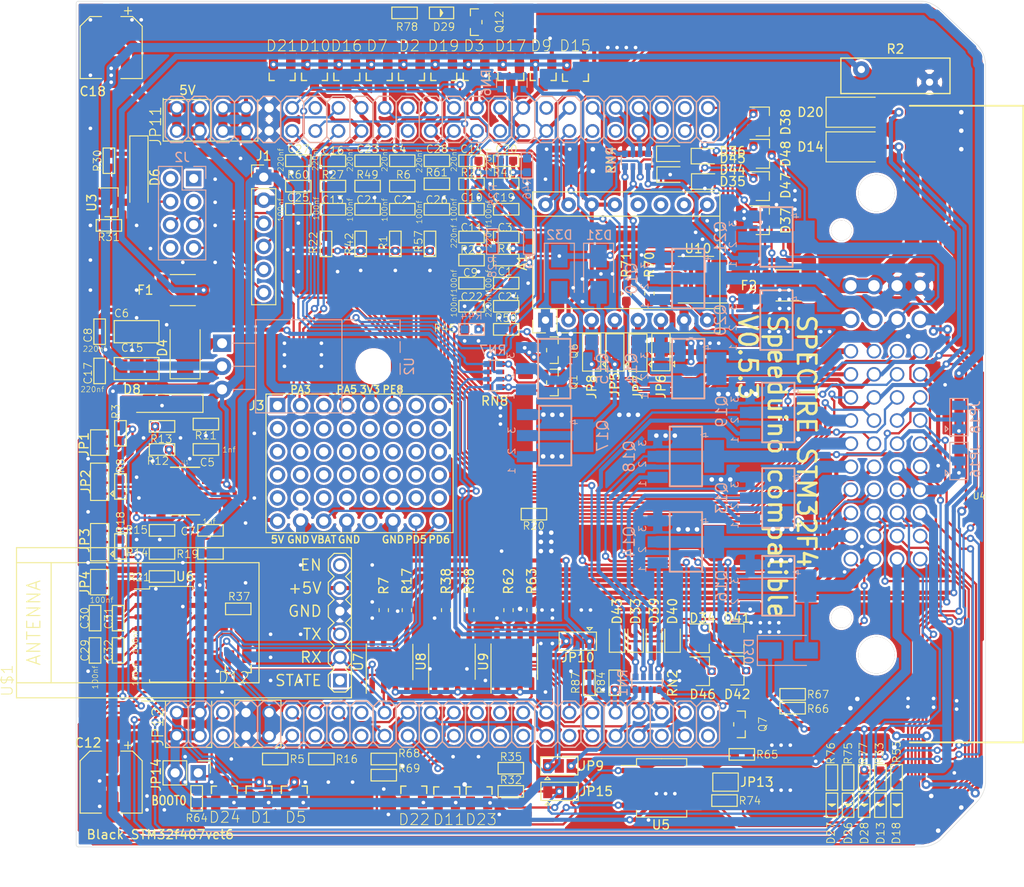
<source format=kicad_pcb>
(kicad_pcb (version 20171130) (host pcbnew 5.1.6-c6e7f7d~87~ubuntu18.04.1)
  (layers (0 Top signal) (31 Bottom signal) (34 B.Paste user hide) (35 F.Paste user hide) (36 B.SilkS user) (37 F.SilkS user) (38 B.Mask user) (39 F.Mask user) (44 Edge.Cuts user))
  (net 0 "")
  (net 1 GND)
  (net 2 /BT_TX)
  (net 3 "Net-(Q7-Pad1)")
  (net 4 "Net-(C6-Pad2)")
  (net 5 "Net-(C3-Pad2)")
  (net 6 "Net-(C5-Pad2)")
  (net 7 "Net-(C5-Pad1)")
  (net 8 "Net-(JP2-Pad2)")
  (net 9 "Net-(Q1-Pad1)")
  (net 10 PWR_GND)
  (net 11 VBAT)
  (net 12 INJ1-OUT)
  (net 13 INJ2-OUT)
  (net 14 INJ3-OUT)
  (net 15 INJ4-OUT)
  (net 16 IDLE1-OUT)
  (net 17 IDLE2-OUT)
  (net 18 V_IDLE)
  (net 19 FUEL_PUMP)
  (net 20 FAN)
  (net 21 IGN1-OUT)
  (net 22 IGN2-OUT)
  (net 23 IGN3-OUT)
  (net 24 IGN4-OUT)
  (net 25 STEP_1B_OUT)
  (net 26 STEP_1A_OUT)
  (net 27 STEP_2B_OUT)
  (net 28 STEP_2A_OUT)
  (net 29 MAP)
  (net 30 5V)
  (net 31 O2)
  (net 32 IAT)
  (net 33 CLT)
  (net 34 TPS)
  (net 35 VR1+)
  (net 36 VR1-)
  (net 37 VR2+)
  (net 38 VR2-)
  (net 39 3.3V)
  (net 40 TACHO-OUT)
  (net 41 FLEX_FUEL_IN)
  (net 42 VBAT_F1)
  (net 43 PA2)
  (net 44 BARO)
  (net 45 PA1)
  (net 46 PA3)
  (net 47 PB1)
  (net 48 PC13)
  (net 49 PD3)
  (net 50 PD12)
  (net 51 PD13)
  (net 52 PD14)
  (net 53 PD15)
  (net 54 PE0)
  (net 55 PE1)
  (net 56 BOOT0)
  (net 57 PA9)
  (net 58 PA10)
  (net 59 PD4)
  (net 60 PC2)
  (net 61 PE7)
  (net 62 PE5)
  (net 63 PE2)
  (net 64 PC3)
  (net 65 PC5)
  (net 66 PC1)
  (net 67 PC4)
  (net 68 PC0)
  (net 69 PB13)
  (net 70 PB12)
  (net 71 PE14)
  (net 72 PE13)
  (net 73 PE11)
  (net 74 PE9)
  (net 75 PE8)
  (net 76 PA5)
  (net 77 PA4)
  (net 78 PA0)
  (net 79 PE6)
  (net 80 PE3)
  (net 81 PD9)
  (net 82 PD10)
  (net 83 PC6)
  (net 84 PC7)
  (net 85 PA8)
  (net 86 PD0)
  (net 87 PD1)
  (net 88 PD5)
  (net 89 PD6)
  (net 90 PD7)
  (net 91 PB7)
  (net 92 PB9)
  (net 93 BOOST-OUT)
  (net 94 INJ5-OUT)
  (net 95 INJ7-OUT)
  (net 96 INJ6-OUT)
  (net 97 INJ8-OUT)
  (net 98 CANL)
  (net 99 CANH)
  (net 100 "Net-(C29-Pad1)")
  (net 101 "Net-(C30-Pad1)")
  (net 102 RS232_TX)
  (net 103 RS232_RX)
  (net 104 SPI1_MISO)
  (net 105 BME280_CS)
  (net 106 SPI1_MOSI)
  (net 107 SPI1_SCK)
  (net 108 "Net-(JP5-Pad2)")
  (net 109 "Net-(C7-Pad2)")
  (net 110 "Net-(C7-Pad1)")
  (net 111 "Net-(C11-Pad2)")
  (net 112 "Net-(C20-Pad2)")
  (net 113 "Net-(D11-Pad3)")
  (net 114 "Net-(D13-Pad+)")
  (net 115 "Net-(D18-Pad+)")
  (net 116 "Net-(D23-Pad3)")
  (net 117 "Net-(D26-Pad+)")
  (net 118 "Net-(JP1-Pad1)")
  (net 119 "Net-(JP3-Pad2)")
  (net 120 "Net-(JP3-Pad3)")
  (net 121 "Net-(JP4-Pad1)")
  (net 122 "Net-(JP6-Pad2)")
  (net 123 "Net-(JP7-Pad2)")
  (net 124 "Net-(JP8-Pad2)")
  (net 125 "Net-(Q6-Pad1)")
  (net 126 "Net-(R69-Pad2)")
  (net 127 AIN_2)
  (net 128 AIN_1)
  (net 129 AIN_3)
  (net 130 Spare_1-Out)
  (net 131 Spare_2-Out)
  (net 132 "Net-(D27-Pad+)")
  (net 133 PA6)
  (net 134 "Net-(C14-Pad2)")
  (net 135 "Net-(C22-Pad2)")
  (net 136 "Net-(C31-Pad2)")
  (net 137 "Net-(C31-Pad1)")
  (net 138 "Net-(C32-Pad2)")
  (net 139 "Net-(C32-Pad1)")
  (net 140 "Net-(D28-Pad+)")
  (net 141 "Net-(D29-Pad-)")
  (net 142 "Net-(D29-Pad+)")
  (net 143 "Net-(JP9-Pad2)")
  (net 144 "Net-(JP10-Pad2)")
  (net 145 "Net-(Q15-Pad1)")
  (net 146 "Net-(Q16-Pad1)")
  (net 147 "Net-(Q17-Pad1)")
  (net 148 "Net-(R30-Pad2)")
  (net 149 "Net-(D33-Pad2)")
  (net 150 "Net-(D33-Pad1)")
  (net 151 "Net-(D35-Pad2)")
  (net 152 "Net-(D35-Pad1)")
  (net 153 "Net-(D36-Pad2)")
  (net 154 "Net-(D36-Pad1)")
  (net 155 "Net-(D39-Pad2)")
  (net 156 "Net-(D39-Pad1)")
  (net 157 "Net-(D40-Pad2)")
  (net 158 "Net-(D40-Pad1)")
  (net 159 "Net-(D43-Pad2)")
  (net 160 "Net-(D43-Pad1)")
  (net 161 "Net-(D44-Pad2)")
  (net 162 "Net-(D44-Pad1)")
  (net 163 "Net-(D45-Pad2)")
  (net 164 "Net-(D45-Pad1)")
  (net 165 "Net-(JP16-Pad2)")
  (net 166 IGN5-OUT)
  (net 167 IGN6-OUT)
  (net 168 "Net-(JP18-Pad2)")
  (net 169 "Net-(JP2-Pad1)")
  (net 170 "Net-(JP15-Pad2)")
  (net 171 BOOT0_EXT)
  (net 172 "Net-(R7-Pad2)")
  (net 173 "Net-(R17-Pad2)")
  (net 174 "Net-(R38-Pad2)")
  (net 175 "Net-(R58-Pad2)")
  (net 176 "Net-(R62-Pad2)")
  (net 177 "Net-(R63-Pad2)")
  (net 178 "Net-(R70-Pad2)")
  (net 179 "Net-(R71-Pad2)")
  (net 180 "Net-(JP13-Pad1)")
  (net 181 "Net-(A1-Pad12)")
  (net 182 "Net-(A1-Pad11)")
  (net 183 "Net-(A1-Pad10)")
  (net 184 "Net-(J2-Pad1)")
  (net 185 "Net-(J2-Pad2)")
  (net 186 "Net-(J2-Pad3)")
  (net 187 "Net-(J2-Pad8)")
  (net 188 "Net-(J3-Pad45)")
  (net 189 "Net-(J3-Pad40)")
  (net 190 "Net-(J3-Pad39)")
  (net 191 "Net-(J3-Pad38)")
  (net 192 "Net-(J3-Pad37)")
  (net 193 "Net-(J3-Pad36)")
  (net 194 "Net-(J3-Pad35)")
  (net 195 "Net-(J3-Pad34)")
  (net 196 "Net-(J3-Pad33)")
  (net 197 "Net-(J3-Pad32)")
  (net 198 "Net-(J3-Pad31)")
  (net 199 "Net-(J3-Pad30)")
  (net 200 "Net-(J3-Pad29)")
  (net 201 "Net-(J3-Pad28)")
  (net 202 "Net-(J3-Pad27)")
  (net 203 "Net-(J3-Pad26)")
  (net 204 "Net-(J3-Pad25)")
  (net 205 "Net-(J3-Pad24)")
  (net 206 "Net-(J3-Pad23)")
  (net 207 "Net-(J3-Pad22)")
  (net 208 "Net-(J3-Pad21)")
  (net 209 "Net-(J3-Pad20)")
  (net 210 "Net-(J3-Pad19)")
  (net 211 "Net-(J3-Pad18)")
  (net 212 "Net-(J3-Pad17)")
  (net 213 "Net-(J3-Pad16)")
  (net 214 "Net-(J3-Pad15)")
  (net 215 "Net-(J3-Pad14)")
  (net 216 "Net-(J3-Pad13)")
  (net 217 "Net-(J3-Pad12)")
  (net 218 "Net-(J3-Pad11)")
  (net 219 "Net-(J3-Pad10)")
  (net 220 "Net-(J3-Pad9)")
  (net 221 "Net-(J3-Pad8)")
  (net 222 "Net-(J3-Pad7)")
  (net 223 "Net-(J3-Pad3)")
  (net 224 PB14)
  (net 225 PB11)
  (net 226 PB10)
  (net 227 PE15)
  (net 228 PE12)
  (net 229 PE10)
  (net 230 "Net-(JP11-Pad33)")
  (net 231 "Net-(JP11-Pad30)")
  (net 232 "Net-(JP11-Pad22)")
  (net 233 "Net-(JP11-Pad21)")
  (net 234 PE4)
  (net 235 PB15)
  (net 236 PD8)
  (net 237 PD11)
  (net 238 PC8)
  (net 239 "Net-(JP12-Pad36)")
  (net 240 "Net-(JP12-Pad32)")
  (net 241 "Net-(JP12-Pad31)")
  (net 242 "Net-(JP12-Pad30)")
  (net 243 "Net-(JP12-Pad29)")
  (net 244 "Net-(JP12-Pad28)")
  (net 245 "Net-(JP12-Pad27)")
  (net 246 "Net-(JP12-Pad24)")
  (net 247 PB3)
  (net 248 PB5)
  (net 249 PB6)
  (net 250 PB8)
  (net 251 BOOT1)
  (net 252 "Net-(U1-Pad12)")
  (net 253 "Net-(U1-Pad7)")
  (net 254 "Net-(U1-Pad2)")
  (net 255 "Net-(U5-Pad5)")
  (net 256 "Net-(U6-Pad10)")
  (net 257 "Net-(U6-Pad9)")
  (net 258 "Net-(U6-Pad8)")
  (net 259 "Net-(U6-Pad7)")
  (net 260 "Net-(U7-Pad8)")
  (net 261 "Net-(U7-Pad1)")
  (net 262 "Net-(U8-Pad8)")
  (net 263 "Net-(U8-Pad1)")
  (net 264 "Net-(U9-Pad8)")
  (net 265 "Net-(U9-Pad1)")
  (net 266 "Net-(U10-Pad8)")
  (net 267 "Net-(U10-Pad1)")
  (net 268 "Net-(U$1-Pad6)")
  (net 269 "Net-(U$1-Pad1)")
  (module Speeduino_base:Proto_area (layer Top) (at 125.73 80.01)
    (fp_text reference J3 (at -2.286 0) (layer F.SilkS))
    (fp_text value ProtoArea)
    (pad 48 thru_hole oval (at 17.78 12.7) (size 1.7 1.7) (drill 1) (layers *.Cu *.Mask) (net 89 PD6))
    (pad 47 thru_hole oval (at 15.24 12.7) (size 1.7 1.7) (drill 1) (layers *.Cu *.Mask) (net 88 PD5))
    (pad 46 thru_hole oval (at 12.7 12.7) (size 1.7 1.7) (drill 1) (layers *.Cu *.Mask) (net 1 GND))
    (pad 45 thru_hole oval (at 10.16 12.7) (size 1.7 1.7) (drill 1) (layers *.Cu *.Mask) (net 188 "Net-(J3-Pad45)"))
    (pad 44 thru_hole oval (at 7.62 12.7) (size 1.7 1.7) (drill 1) (layers *.Cu *.Mask) (net 1 GND))
    (pad 43 thru_hole oval (at 5.08 12.7) (size 1.7 1.7) (drill 1) (layers *.Cu *.Mask) (net 42 VBAT_F1))
    (pad 42 thru_hole oval (at 2.54 12.7) (size 1.7 1.7) (drill 1) (layers *.Cu *.Mask) (net 1 GND))
    (pad 41 thru_hole oval (at 0 12.7) (size 1.7 1.7) (drill 1) (layers *.Cu *.Mask) (net 30 5V))
    (pad 40 thru_hole oval (at 17.78 10.16) (size 1.7 1.7) (drill 1) (layers *.Cu *.Mask) (net 189 "Net-(J3-Pad40)"))
    (pad 39 thru_hole oval (at 15.24 10.16) (size 1.7 1.7) (drill 1) (layers *.Cu *.Mask) (net 190 "Net-(J3-Pad39)"))
    (pad 38 thru_hole oval (at 12.7 10.16) (size 1.7 1.7) (drill 1) (layers *.Cu *.Mask) (net 191 "Net-(J3-Pad38)"))
    (pad 37 thru_hole oval (at 10.16 10.16) (size 1.7 1.7) (drill 1) (layers *.Cu *.Mask) (net 192 "Net-(J3-Pad37)"))
    (pad 36 thru_hole oval (at 7.62 10.16) (size 1.7 1.7) (drill 1) (layers *.Cu *.Mask) (net 193 "Net-(J3-Pad36)"))
    (pad 35 thru_hole oval (at 5.08 10.16) (size 1.7 1.7) (drill 1) (layers *.Cu *.Mask) (net 194 "Net-(J3-Pad35)"))
    (pad 34 thru_hole oval (at 2.54 10.16) (size 1.7 1.7) (drill 1) (layers *.Cu *.Mask) (net 195 "Net-(J3-Pad34)"))
    (pad 33 thru_hole oval (at 0 10.16) (size 1.7 1.7) (drill 1) (layers *.Cu *.Mask) (net 196 "Net-(J3-Pad33)"))
    (pad 32 thru_hole oval (at 17.78 7.62) (size 1.7 1.7) (drill 1) (layers *.Cu *.Mask) (net 197 "Net-(J3-Pad32)"))
    (pad 31 thru_hole oval (at 15.24 7.62) (size 1.7 1.7) (drill 1) (layers *.Cu *.Mask) (net 198 "Net-(J3-Pad31)"))
    (pad 30 thru_hole oval (at 12.7 7.62) (size 1.7 1.7) (drill 1) (layers *.Cu *.Mask) (net 199 "Net-(J3-Pad30)"))
    (pad 29 thru_hole oval (at 10.16 7.62) (size 1.7 1.7) (drill 1) (layers *.Cu *.Mask) (net 200 "Net-(J3-Pad29)"))
    (pad 28 thru_hole oval (at 7.62 7.62) (size 1.7 1.7) (drill 1) (layers *.Cu *.Mask) (net 201 "Net-(J3-Pad28)"))
    (pad 27 thru_hole oval (at 5.08 7.62) (size 1.7 1.7) (drill 1) (layers *.Cu *.Mask) (net 202 "Net-(J3-Pad27)"))
    (pad 26 thru_hole oval (at 2.54 7.62) (size 1.7 1.7) (drill 1) (layers *.Cu *.Mask) (net 203 "Net-(J3-Pad26)"))
    (pad 25 thru_hole oval (at 0 7.62) (size 1.7 1.7) (drill 1) (layers *.Cu *.Mask) (net 204 "Net-(J3-Pad25)"))
    (pad 24 thru_hole oval (at 17.78 5.08) (size 1.7 1.7) (drill 1) (layers *.Cu *.Mask) (net 205 "Net-(J3-Pad24)"))
    (pad 23 thru_hole oval (at 15.24 5.08) (size 1.7 1.7) (drill 1) (layers *.Cu *.Mask) (net 206 "Net-(J3-Pad23)"))
    (pad 22 thru_hole oval (at 12.7 5.08) (size 1.7 1.7) (drill 1) (layers *.Cu *.Mask) (net 207 "Net-(J3-Pad22)"))
    (pad 21 thru_hole oval (at 10.16 5.08) (size 1.7 1.7) (drill 1) (layers *.Cu *.Mask) (net 208 "Net-(J3-Pad21)"))
    (pad 20 thru_hole oval (at 7.62 5.08) (size 1.7 1.7) (drill 1) (layers *.Cu *.Mask) (net 209 "Net-(J3-Pad20)"))
    (pad 19 thru_hole oval (at 5.08 5.08) (size 1.7 1.7) (drill 1) (layers *.Cu *.Mask) (net 210 "Net-(J3-Pad19)"))
    (pad 18 thru_hole oval (at 2.54 5.08) (size 1.7 1.7) (drill 1) (layers *.Cu *.Mask) (net 211 "Net-(J3-Pad18)"))
    (pad 17 thru_hole oval (at 0 5.08) (size 1.7 1.7) (drill 1) (layers *.Cu *.Mask) (net 212 "Net-(J3-Pad17)"))
    (pad 16 thru_hole oval (at 17.78 2.54) (size 1.7 1.7) (drill 1) (layers *.Cu *.Mask) (net 213 "Net-(J3-Pad16)"))
    (pad 15 thru_hole oval (at 15.24 2.54) (size 1.7 1.7) (drill 1) (layers *.Cu *.Mask) (net 214 "Net-(J3-Pad15)"))
    (pad 14 thru_hole oval (at 12.7 2.54) (size 1.7 1.7) (drill 1) (layers *.Cu *.Mask) (net 215 "Net-(J3-Pad14)"))
    (pad 13 thru_hole oval (at 10.16 2.54) (size 1.7 1.7) (drill 1) (layers *.Cu *.Mask) (net 216 "Net-(J3-Pad13)"))
    (pad 12 thru_hole oval (at 7.62 2.54) (size 1.7 1.7) (drill 1) (layers *.Cu *.Mask) (net 217 "Net-(J3-Pad12)"))
    (pad 11 thru_hole oval (at 5.08 2.54) (size 1.7 1.7) (drill 1) (layers *.Cu *.Mask) (net 218 "Net-(J3-Pad11)"))
    (pad 10 thru_hole oval (at 2.54 2.54) (size 1.7 1.7) (drill 1) (layers *.Cu *.Mask) (net 219 "Net-(J3-Pad10)"))
    (pad 9 thru_hole oval (at 0 2.54) (size 1.7 1.7) (drill 1) (layers *.Cu *.Mask) (net 220 "Net-(J3-Pad9)"))
    (pad 8 thru_hole oval (at 17.78 0) (size 1.7 1.7) (drill 1) (layers *.Cu *.Mask) (net 221 "Net-(J3-Pad8)"))
    (pad 7 thru_hole oval (at 15.24 0) (size 1.7 1.7) (drill 1) (layers *.Cu *.Mask) (net 222 "Net-(J3-Pad7)"))
    (pad 6 thru_hole oval (at 12.7 0) (size 1.7 1.7) (drill 1) (layers *.Cu *.Mask) (net 75 PE8))
    (pad 5 thru_hole oval (at 10.16 0) (size 1.7 1.7) (drill 1) (layers *.Cu *.Mask) (net 39 3.3V))
    (pad 4 thru_hole oval (at 7.62 0) (size 1.7 1.7) (drill 1) (layers *.Cu *.Mask) (net 76 PA5))
    (pad 3 thru_hole oval (at 5.08 0) (size 1.7 1.7) (drill 1) (layers *.Cu *.Mask) (net 223 "Net-(J3-Pad3)"))
    (pad 2 thru_hole oval (at 2.54 0) (size 1.7 1.7) (drill 1) (layers *.Cu *.Mask) (net 46 PA3))
    (pad 1 thru_hole rect (at 0 0) (size 1.7 1.7) (drill 1) (layers *.Cu *.Mask) (net 43 PA2))
  )
  (module Speeduino_base:Molex_48 (layer Top) (at 192.586 82.042 180)
    (fp_text reference U4 (at -10.2997 -7.9248) (layer F.SilkS) (effects (font (size 0.7 0.7) (thickness 0.1))))
    (fp_text value molex_48pin)
    (pad 45 thru_hole circle (at -3.81 -14.85 180) (size 1.6 1.6) (drill 1.2) (layers *.Cu *.Mask) (net 98 CANL))
    (pad 46 thru_hole circle (at -1.27 -14.85 180) (size 1.6 1.6) (drill 1.2) (layers *.Cu *.Mask) (net 39 3.3V))
    (pad 47 thru_hole circle (at 1.27 -14.85 180) (size 1.6 1.6) (drill 1.2) (layers *.Cu *.Mask) (net 93 BOOST-OUT))
    (pad 48 thru_hole circle (at 3.81 -14.85 180) (size 1.6 1.6) (drill 1.2) (layers *.Cu *.Mask) (net 40 TACHO-OUT))
    (pad 41 thru_hole circle (at -3.81 -12.31 180) (size 1.6 1.6) (drill 1.2) (layers *.Cu *.Mask) (net 37 VR2+))
    (pad 42 thru_hole circle (at -1.27 -12.31 180) (size 1.6 1.6) (drill 1.2) (layers *.Cu *.Mask) (net 36 VR1-))
    (pad 43 thru_hole circle (at 1.27 -12.31 180) (size 1.6 1.6) (drill 1.2) (layers *.Cu *.Mask) (net 35 VR1+))
    (pad 44 thru_hole circle (at 3.81 -12.31 180) (size 1.6 1.6) (drill 1.2) (layers *.Cu *.Mask) (net 13 INJ2-OUT))
    (pad 37 thru_hole circle (at -3.81 -9.77 180) (size 1.6 1.6) (drill 1.2) (layers *.Cu *.Mask) (net 30 5V))
    (pad 38 thru_hole circle (at -1.27 -9.77 180) (size 1.6 1.6) (drill 1.2) (layers *.Cu *.Mask) (net 170 "Net-(JP15-Pad2)"))
    (pad 39 thru_hole circle (at 1.27 -9.77 180) (size 1.6 1.6) (drill 1.2) (layers *.Cu *.Mask) (net 38 VR2-))
    (pad 40 thru_hole circle (at 3.81 -9.77 180) (size 1.6 1.6) (drill 1.2) (layers *.Cu *.Mask) (net 24 IGN4-OUT))
    (pad 33 thru_hole circle (at -3.81 -7.23 180) (size 1.6 1.6) (drill 1.2) (layers *.Cu *.Mask) (net 1 GND))
    (pad 34 thru_hole circle (at -1.27 -7.23 180) (size 1.6 1.6) (drill 1.2) (layers *.Cu *.Mask) (net 103 RS232_RX))
    (pad 35 thru_hole circle (at 1.27 -7.23 180) (size 1.6 1.6) (drill 1.2) (layers *.Cu *.Mask) (net 34 TPS))
    (pad 36 thru_hole circle (at 3.81 -7.23 180) (size 1.6 1.6) (drill 1.2) (layers *.Cu *.Mask) (net 23 IGN3-OUT))
    (pad 29 thru_hole circle (at -3.81 -4.69 180) (size 1.6 1.6) (drill 1.2) (layers *.Cu *.Mask) (net 99 CANH))
    (pad 30 thru_hole circle (at -1.27 -4.69 180) (size 1.6 1.6) (drill 1.2) (layers *.Cu *.Mask) (net 1 GND))
    (pad 31 thru_hole circle (at 1.27 -4.69 180) (size 1.6 1.6) (drill 1.2) (layers *.Cu *.Mask) (net 22 IGN2-OUT))
    (pad 32 thru_hole circle (at 3.81 -4.69 180) (size 1.6 1.6) (drill 1.2) (layers *.Cu *.Mask) (net 12 INJ1-OUT))
    (pad 25 thru_hole circle (at -3.81 -2.15 180) (size 1.6 1.6) (drill 1.2) (layers *.Cu *.Mask) (net 29 MAP))
    (pad 26 thru_hole circle (at -1.27 -2.15 180) (size 1.6 1.6) (drill 1.2) (layers *.Cu *.Mask) (net 165 "Net-(JP16-Pad2)"))
    (pad 27 thru_hole circle (at 1.27 -2.15 180) (size 1.6 1.6) (drill 1.2) (layers *.Cu *.Mask) (net 33 CLT))
    (pad 28 thru_hole circle (at 3.81 -2.15 180) (size 1.6 1.6) (drill 1.2) (layers *.Cu *.Mask) (net 14 INJ3-OUT))
    (pad 21 thru_hole circle (at -3.81 0.39 180) (size 1.6 1.6) (drill 1.2) (layers *.Cu *.Mask) (net 102 RS232_TX))
    (pad 22 thru_hole circle (at -1.27 0.39 180) (size 1.6 1.6) (drill 1.2) (layers *.Cu *.Mask) (net 168 "Net-(JP18-Pad2)"))
    (pad 23 thru_hole circle (at 1.27 0.39 180) (size 1.6 1.6) (drill 1.2) (layers *.Cu *.Mask) (net 31 O2))
    (pad 24 thru_hole circle (at 3.81 0.39 180) (size 1.6 1.6) (drill 1.2) (layers *.Cu *.Mask) (net 15 INJ4-OUT))
    (pad 17 thru_hole circle (at -3.81 2.93 180) (size 1.6 1.6) (drill 1.2) (layers *.Cu *.Mask) (net 32 IAT))
    (pad 18 thru_hole circle (at -1.27 2.93 180) (size 1.6 1.6) (drill 1.2) (layers *.Cu *.Mask) (net 128 AIN_1))
    (pad 19 thru_hole circle (at 1.27 2.93 180) (size 1.6 1.6) (drill 1.2) (layers *.Cu *.Mask) (net 19 FUEL_PUMP))
    (pad 20 thru_hole circle (at 3.81 2.93 180) (size 1.6 1.6) (drill 1.2) (layers *.Cu *.Mask) (net 129 AIN_3))
    (pad 13 thru_hole circle (at -3.81 5.47 180) (size 1.6 1.6) (drill 1.2) (layers *.Cu *.Mask) (net 21 IGN1-OUT))
    (pad 14 thru_hole circle (at -1.27 5.47 180) (size 1.6 1.6) (drill 1.2) (layers *.Cu *.Mask) (net 127 AIN_2))
    (pad 15 thru_hole circle (at 1.27 5.47 180) (size 1.6 1.6) (drill 1.2) (layers *.Cu *.Mask) (net 20 FAN))
    (pad 16 thru_hole circle (at 3.81 5.47 180) (size 1.6 1.6) (drill 1.2) (layers *.Cu *.Mask) (net 124 "Net-(JP8-Pad2)"))
    (pad 9 thru_hole circle (at -3.81 8.01 180) (size 1.6 1.6) (drill 1.2) (layers *.Cu *.Mask) (net 108 "Net-(JP5-Pad2)"))
    (pad 10 thru_hole circle (at -1.27 8.01 180) (size 1.6 1.6) (drill 1.2) (layers *.Cu *.Mask) (net 44 BARO))
    (pad 11 thru_hole circle (at 1.27 8.01 180) (size 1.6 1.6) (drill 1.2) (layers *.Cu *.Mask) (net 122 "Net-(JP6-Pad2)"))
    (pad 12 thru_hole circle (at 3.81 8.01 180) (size 1.6 1.6) (drill 1.2) (layers *.Cu *.Mask) (net 123 "Net-(JP7-Pad2)"))
    (pad 5 thru_hole circle (at -3.81 11.51 180) (size 1.9 1.9) (drill 1.25) (layers *.Cu *.Mask) (net 97 INJ8-OUT))
    (pad 6 thru_hole circle (at -1.27 11.51 180) (size 1.9 1.9) (drill 1.25) (layers *.Cu *.Mask) (net 95 INJ7-OUT))
    (pad 7 thru_hole circle (at 1.27 11.51 180) (size 1.9 1.9) (drill 1.25) (layers *.Cu *.Mask) (net 94 INJ5-OUT))
    (pad 8 thru_hole circle (at 3.81 11.51 180) (size 1.9 1.9) (drill 1.25) (layers *.Cu *.Mask) (net 96 INJ6-OUT))
    (pad 1 thru_hole circle (at -3.81 15.21 180) (size 1.9 1.9) (drill 1.25) (layers *.Cu *.Mask) (net 10 PWR_GND))
    (pad 2 thru_hole circle (at -1.27 15.21 180) (size 1.9 1.9) (drill 1.25) (layers *.Cu *.Mask) (net 10 PWR_GND))
    (pad 3 thru_hole circle (at 1.27 15.21 180) (size 1.9 1.9) (drill 1.25) (layers *.Cu *.Mask) (net 11 VBAT))
    (pad 4 thru_hole circle (at 3.81 15.21 180) (size 1.9 1.9) (drill 1.25) (layers *.Cu *.Mask) (net 11 VBAT))
    (pad "" thru_hole circle (at 1 25.4 180) (size 4 4) (drill 4) (layers *.Cu *.Mask F.SilkS))
    (pad "" thru_hole circle (at 1 -25.4 180) (size 4 4) (drill 4) (layers *.Cu *.Mask F.SilkS))
    (pad "" thru_hole circle (at 4.85 21.3 180) (size 2.2 2.2) (drill 2.2) (layers *.Cu *.Mask F.SilkS))
    (pad "" thru_hole circle (at 4.85 -21.3 180) (size 2.2 2.2) (drill 2.2) (layers *.Cu *.Mask F.SilkS))
  )
  (module Resistor_SMD:R_Array_Convex_4x0612 (layer Top) (at 149.606 76.708 180)
    (fp_text reference RN8 (at 0 -2.8) (layer F.SilkS))
    (fp_text value 10K)
    (pad 1 smd rect (at -0.7 -1.27 180) (size 0.7 0.64) (layers Top F.Paste F.Mask) (net 145 "Net-(Q15-Pad1)"))
    (pad 3 smd rect (at -0.7 0.4 180) (size 0.7 0.5) (layers Top F.Paste F.Mask) (net 125 "Net-(Q6-Pad1)"))
    (pad 2 smd rect (at -0.7 -0.4 180) (size 0.7 0.5) (layers Top F.Paste F.Mask) (net 147 "Net-(Q17-Pad1)"))
    (pad 4 smd rect (at -0.7 1.27 180) (size 0.7 0.64) (layers Top F.Paste F.Mask) (net 9 "Net-(Q1-Pad1)"))
    (pad 7 smd rect (at 0.7 -0.4 180) (size 0.7 0.5) (layers Top F.Paste F.Mask) (net 10 PWR_GND))
    (pad 8 smd rect (at 0.7 -1.27 180) (size 0.7 0.64) (layers Top F.Paste F.Mask) (net 10 PWR_GND))
    (pad 6 smd rect (at 0.7 0.4 180) (size 0.7 0.5) (layers Top F.Paste F.Mask) (net 10 PWR_GND))
    (pad 5 smd rect (at 0.7 1.27 180) (size 0.7 0.64) (layers Top F.Paste F.Mask) (net 10 PWR_GND))
  )
  (module Resistor_SMD:R_Array_Convex_4x0612 (layer Bottom) (at 166.37 110.552 90)
    (fp_text reference RN1 (at 0.062 -2.667 90) (layer B.SilkS) (effects (justify mirror)))
    (fp_text value 100R)
    (pad 1 smd rect (at -0.7 1.27 90) (size 0.7 0.64) (layers Bottom B.Paste B.Mask) (net 51 PD13))
    (pad 3 smd rect (at -0.7 -0.4 90) (size 0.7 0.5) (layers Bottom B.Paste B.Mask) (net 52 PD14))
    (pad 2 smd rect (at -0.7 0.4 90) (size 0.7 0.5) (layers Bottom B.Paste B.Mask) (net 50 PD12))
    (pad 4 smd rect (at -0.7 -1.27 90) (size 0.7 0.64) (layers Bottom B.Paste B.Mask) (net 53 PD15))
    (pad 7 smd rect (at 0.7 0.4 90) (size 0.7 0.5) (layers Bottom B.Paste B.Mask) (net 156 "Net-(D39-Pad1)"))
    (pad 8 smd rect (at 0.7 1.27 90) (size 0.7 0.64) (layers Bottom B.Paste B.Mask) (net 158 "Net-(D40-Pad1)"))
    (pad 6 smd rect (at 0.7 -0.4 90) (size 0.7 0.5) (layers Bottom B.Paste B.Mask) (net 150 "Net-(D33-Pad1)"))
    (pad 5 smd rect (at 0.7 -1.27 90) (size 0.7 0.64) (layers Bottom B.Paste B.Mask) (net 160 "Net-(D43-Pad1)"))
  )
  (module Resistor_SMD:R_Array_Convex_4x0612 (layer Bottom) (at 149.414 76.708 180)
    (fp_text reference RN7 (at 0 2.8 180) (layer B.SilkS) (effects (justify mirror)))
    (fp_text value 100R)
    (pad 1 smd rect (at -0.7 1.27 180) (size 0.7 0.64) (layers Bottom B.Paste B.Mask) (net 9 "Net-(Q1-Pad1)"))
    (pad 3 smd rect (at -0.7 -0.4 180) (size 0.7 0.5) (layers Bottom B.Paste B.Mask) (net 147 "Net-(Q17-Pad1)"))
    (pad 2 smd rect (at -0.7 0.4 180) (size 0.7 0.5) (layers Bottom B.Paste B.Mask) (net 125 "Net-(Q6-Pad1)"))
    (pad 4 smd rect (at -0.7 -1.27 180) (size 0.7 0.64) (layers Bottom B.Paste B.Mask) (net 145 "Net-(Q15-Pad1)"))
    (pad 7 smd rect (at 0.7 0.4 180) (size 0.7 0.5) (layers Bottom B.Paste B.Mask) (net 79 PE6))
    (pad 8 smd rect (at 0.7 1.27 180) (size 0.7 0.64) (layers Bottom B.Paste B.Mask) (net 80 PE3))
    (pad 6 smd rect (at 0.7 -0.4 180) (size 0.7 0.5) (layers Bottom B.Paste B.Mask) (net 84 PC7))
    (pad 5 smd rect (at 0.7 -1.27 180) (size 0.7 0.64) (layers Bottom B.Paste B.Mask) (net 49 PD3))
  )
  (module Resistor_SMD:R_Array_Convex_4x0612 (layer Top) (at 166.37 110.552 270)
    (fp_text reference RN2 (at 0 -2.8 270) (layer F.SilkS))
    (fp_text value 10K)
    (pad 1 smd rect (at -0.7 -1.27 270) (size 0.7 0.64) (layers Top F.Paste F.Mask) (net 158 "Net-(D40-Pad1)"))
    (pad 3 smd rect (at -0.7 0.4 270) (size 0.7 0.5) (layers Top F.Paste F.Mask) (net 150 "Net-(D33-Pad1)"))
    (pad 2 smd rect (at -0.7 -0.4 270) (size 0.7 0.5) (layers Top F.Paste F.Mask) (net 156 "Net-(D39-Pad1)"))
    (pad 4 smd rect (at -0.7 1.27 270) (size 0.7 0.64) (layers Top F.Paste F.Mask) (net 160 "Net-(D43-Pad1)"))
    (pad 7 smd rect (at 0.7 -0.4 270) (size 0.7 0.5) (layers Top F.Paste F.Mask) (net 10 PWR_GND))
    (pad 8 smd rect (at 0.7 -1.27 270) (size 0.7 0.64) (layers Top F.Paste F.Mask) (net 10 PWR_GND))
    (pad 6 smd rect (at 0.7 0.4 270) (size 0.7 0.5) (layers Top F.Paste F.Mask) (net 10 PWR_GND))
    (pad 5 smd rect (at 0.7 1.27 270) (size 0.7 0.64) (layers Top F.Paste F.Mask) (net 10 PWR_GND))
  )
  (module Resistor_SMD:R_Array_Convex_4x0612 (layer Bottom) (at 151.492 44.512 270)
    (fp_text reference RN6 (at 0 2.8 90) (layer B.SilkS) (effects (justify mirror)))
    (fp_text value 9K1)
    (pad 1 smd rect (at -0.7 1.27 270) (size 0.7 0.64) (layers Bottom B.Paste B.Mask) (net 1 GND))
    (pad 3 smd rect (at -0.7 -0.4 270) (size 0.7 0.5) (layers Bottom B.Paste B.Mask) (net 1 GND))
    (pad 2 smd rect (at -0.7 0.4 270) (size 0.7 0.5) (layers Bottom B.Paste B.Mask) (net 1 GND))
    (pad 4 smd rect (at -0.7 -1.27 270) (size 0.7 0.64) (layers Bottom B.Paste B.Mask) (net 1 GND))
    (pad 7 smd rect (at 0.7 0.4 270) (size 0.7 0.5) (layers Bottom B.Paste B.Mask) (net 77 PA4))
    (pad 8 smd rect (at 0.7 1.27 270) (size 0.7 0.64) (layers Bottom B.Paste B.Mask) (net 60 PC2))
    (pad 6 smd rect (at 0.7 -0.4 270) (size 0.7 0.5) (layers Bottom B.Paste B.Mask) (net 67 PC4))
    (pad 5 smd rect (at 0.7 -1.27 270) (size 0.7 0.64) (layers Bottom B.Paste B.Mask) (net 47 PB1))
  )
  (module Resistor_SMD:R_Array_Convex_4x0612 (layer Top) (at 165.208 53.024 90)
    (fp_text reference RN4 (at 0 -2.8 90) (layer F.SilkS))
    (fp_text value 10K)
    (pad 1 smd rect (at -0.7 -1.27 90) (size 0.7 0.64) (layers Top F.Paste F.Mask) (net 152 "Net-(D35-Pad1)"))
    (pad 3 smd rect (at -0.7 0.4 90) (size 0.7 0.5) (layers Top F.Paste F.Mask) (net 154 "Net-(D36-Pad1)"))
    (pad 2 smd rect (at -0.7 -0.4 90) (size 0.7 0.5) (layers Top F.Paste F.Mask) (net 162 "Net-(D44-Pad1)"))
    (pad 4 smd rect (at -0.7 1.27 90) (size 0.7 0.64) (layers Top F.Paste F.Mask) (net 164 "Net-(D45-Pad1)"))
    (pad 7 smd rect (at 0.7 -0.4 90) (size 0.7 0.5) (layers Top F.Paste F.Mask) (net 10 PWR_GND))
    (pad 8 smd rect (at 0.7 -1.27 90) (size 0.7 0.64) (layers Top F.Paste F.Mask) (net 10 PWR_GND))
    (pad 6 smd rect (at 0.7 0.4 90) (size 0.7 0.5) (layers Top F.Paste F.Mask) (net 10 PWR_GND))
    (pad 5 smd rect (at 0.7 1.27 90) (size 0.7 0.64) (layers Top F.Paste F.Mask) (net 10 PWR_GND))
  )
  (module Resistor_SMD:R_Array_Convex_4x0612 (layer Bottom) (at 165.208 53.024 270)
    (fp_text reference RN3 (at 0 2.8 270) (layer B.SilkS) (effects (justify mirror)))
    (fp_text value 100R)
    (pad 1 smd rect (at -0.7 1.27 270) (size 0.7 0.64) (layers Bottom B.Paste B.Mask) (net 74 PE9))
    (pad 3 smd rect (at -0.7 -0.4 270) (size 0.7 0.5) (layers Bottom B.Paste B.Mask) (net 71 PE14))
    (pad 2 smd rect (at -0.7 0.4 270) (size 0.7 0.5) (layers Bottom B.Paste B.Mask) (net 73 PE11))
    (pad 4 smd rect (at -0.7 -1.27 270) (size 0.7 0.64) (layers Bottom B.Paste B.Mask) (net 72 PE13))
    (pad 7 smd rect (at 0.7 0.4 270) (size 0.7 0.5) (layers Bottom B.Paste B.Mask) (net 162 "Net-(D44-Pad1)"))
    (pad 8 smd rect (at 0.7 1.27 270) (size 0.7 0.64) (layers Bottom B.Paste B.Mask) (net 152 "Net-(D35-Pad1)"))
    (pad 6 smd rect (at 0.7 -0.4 270) (size 0.7 0.5) (layers Bottom B.Paste B.Mask) (net 154 "Net-(D36-Pad1)"))
    (pad 5 smd rect (at 0.7 -1.27 270) (size 0.7 0.64) (layers Bottom B.Paste B.Mask) (net 164 "Net-(D45-Pad1)"))
  )
  (module Speeduino_base:R0603 (layer Top) (at 160.02 110.49 180)
    (fp_text reference R87 (at 1.016 0 270) (layer F.SilkS) (effects (font (size 0.84455 0.84455) (thickness 0.0929)) (justify bottom)))
    (fp_text value 10K)
    (pad 2 smd roundrect (at 0 0.762 90) (size 0.889 0.889) (layers Top F.Paste F.Mask) (roundrect_rratio 0.125) (net 146 "Net-(Q16-Pad1)"))
    (pad 1 smd roundrect (at 0 -0.762 90) (size 0.889 0.889) (layers Top F.Paste F.Mask) (roundrect_rratio 0.125) (net 10 PWR_GND))
  )
  (module Speeduino_base:R0603 (layer Top) (at 162.814 110.49 180)
    (fp_text reference R84 (at 1.016 0 270) (layer F.SilkS) (effects (font (size 0.84455 0.84455) (thickness 0.0929)) (justify bottom)))
    (fp_text value 100R)
    (pad 2 smd roundrect (at 0 0.762 90) (size 0.889 0.889) (layers Top F.Paste F.Mask) (roundrect_rratio 0.125) (net 146 "Net-(Q16-Pad1)"))
    (pad 1 smd roundrect (at 0 -0.762 90) (size 0.889 0.889) (layers Top F.Paste F.Mask) (roundrect_rratio 0.125) (net 83 PC6))
  )
  (module Speeduino_base:R0603 (layer Top) (at 182.372 111.76 90)
    (fp_text reference R67 (at -0.508 2.794 180) (layer F.SilkS) (effects (font (size 0.84455 0.84455) (thickness 0.0929)) (justify bottom)))
    (fp_text value 100R)
    (pad 2 smd roundrect (at 0 0.762) (size 0.889 0.889) (layers Top F.Paste F.Mask) (roundrect_rratio 0.125) (net 3 "Net-(Q7-Pad1)"))
    (pad 1 smd roundrect (at 0 -0.762) (size 0.889 0.889) (layers Top F.Paste F.Mask) (roundrect_rratio 0.125) (net 48 PC13))
  )
  (module Speeduino_base:R0603 (layer Top) (at 182.372 113.284 270)
    (fp_text reference R66 (at 0.5715 -2.794 180) (layer F.SilkS) (effects (font (size 0.84455 0.84455) (thickness 0.0929)) (justify bottom)))
    (fp_text value 10K)
    (pad 2 smd roundrect (at 0 0.762 180) (size 0.889 0.889) (layers Top F.Paste F.Mask) (roundrect_rratio 0.125) (net 3 "Net-(Q7-Pad1)"))
    (pad 1 smd roundrect (at 0 -0.762 180) (size 0.889 0.889) (layers Top F.Paste F.Mask) (roundrect_rratio 0.125) (net 10 PWR_GND))
  )
  (module Diode_SMD:D_SMA (layer Bottom) (at 161.036 65.564 270)
    (fp_text reference D31 (at -4.286 -0.049 180) (layer B.SilkS) (effects (justify mirror)))
    (fp_text value 1N4007)
    (pad 2 smd rect (at 2 0 270) (size 2.5 1.8) (layers Bottom B.Paste B.Mask) (net 16 IDLE1-OUT))
    (pad 1 smd rect (at -2 0 270) (size 2.5 1.8) (layers Bottom B.Paste B.Mask) (net 11 VBAT))
  )
  (module Package_SO:SO-8_3.9x4.9mm_P1.27mm (layer Top) (at 138.049 108.204 90)
    (fp_text reference U7 (at 0 -3.429 90) (layer F.SilkS))
    (fp_text value MIC4427)
    (pad 8 smd roundrect (at 2.575 -1.905 90) (size 1.75 0.6) (layers Top F.Paste F.Mask) (net 260 "Net-(U7-Pad8)"))
    (pad 7 smd roundrect (at 2.575 -0.635 90) (size 1.75 0.6) (layers Top F.Paste F.Mask) (net 172 "Net-(R7-Pad2)"))
    (pad 6 smd roundrect (at 2.575 0.635 90) (size 1.75 0.6) (layers Top F.Paste F.Mask) (net 144 "Net-(JP10-Pad2)"))
    (pad 5 smd roundrect (at 2.575 1.905 90) (size 1.75 0.6) (layers Top F.Paste F.Mask) (net 173 "Net-(R17-Pad2)"))
    (pad 4 smd roundrect (at -2.575 1.905 90) (size 1.75 0.6) (layers Top F.Paste F.Mask) (net 92 PB9))
    (pad 3 smd roundrect (at -2.575 0.635 90) (size 1.75 0.6) (layers Top F.Paste F.Mask) (net 10 PWR_GND))
    (pad 2 smd roundrect (at -2.575 -0.635 90) (size 1.75 0.6) (layers Top F.Paste F.Mask) (net 90 PD7))
    (pad 1 smd roundrect (at -2.575 -1.905 90) (size 1.75 0.6) (layers Top F.Paste F.Mask) (net 261 "Net-(U7-Pad1)"))
  )
  (module Speeduino_base:R0603 (layer Bottom) (at 153.162 53.594)
    (fp_text reference R46 (at 0.508 3.81 90) (layer B.SilkS) (effects (font (size 0.84455 0.84455) (thickness 0.0929)) (justify right bottom mirror)))
    (fp_text value 4k7)
    (pad 2 smd roundrect (at 0 -0.762 90) (size 0.889 0.889) (layers Bottom B.Paste B.Mask) (roundrect_rratio 0.125) (net 47 PB1))
    (pad 1 smd roundrect (at 0 0.762 90) (size 0.889 0.889) (layers Bottom B.Paste B.Mask) (roundrect_rratio 0.125) (net 112 "Net-(C20-Pad2)"))
  )
  (module Speeduino_base:R0603 (layer Bottom) (at 149.352 53.594)
    (fp_text reference R28 (at 0.508 12.446 90) (layer B.SilkS) (effects (font (size 0.84455 0.84455) (thickness 0.0929)) (justify right bottom mirror)))
    (fp_text value 4k7)
    (pad 2 smd roundrect (at 0 -0.762 90) (size 0.889 0.889) (layers Bottom B.Paste B.Mask) (roundrect_rratio 0.125) (net 67 PC4))
    (pad 1 smd roundrect (at 0 0.762 90) (size 0.889 0.889) (layers Bottom B.Paste B.Mask) (roundrect_rratio 0.125) (net 134 "Net-(C14-Pad2)"))
  )
  (module Speeduino_base:R0603 (layer Bottom) (at 149.352 61.976)
    (fp_text reference R25 (at 0.5715 -3.81 90) (layer B.SilkS) (effects (font (size 0.84455 0.84455) (thickness 0.0929)) (justify right bottom mirror)))
    (fp_text value 4k7)
    (pad 2 smd roundrect (at 0 -0.762 90) (size 0.889 0.889) (layers Bottom B.Paste B.Mask) (roundrect_rratio 0.125) (net 60 PC2))
    (pad 1 smd roundrect (at 0 0.762 90) (size 0.889 0.889) (layers Bottom B.Paste B.Mask) (roundrect_rratio 0.125) (net 111 "Net-(C11-Pad2)"))
  )
  (module Speeduino_base:R0603 (layer Bottom) (at 153.416 61.976)
    (fp_text reference R9 (at 0.508 3.048 90) (layer B.SilkS) (effects (font (size 0.84455 0.84455) (thickness 0.0929)) (justify right bottom mirror)))
    (fp_text value 4k7)
    (pad 2 smd roundrect (at 0 -0.762 90) (size 0.889 0.889) (layers Bottom B.Paste B.Mask) (roundrect_rratio 0.125) (net 77 PA4))
    (pad 1 smd roundrect (at 0 0.762 90) (size 0.889 0.889) (layers Bottom B.Paste B.Mask) (roundrect_rratio 0.125) (net 5 "Net-(C3-Pad2)"))
  )
  (module Speeduino_base:C0603 (layer Top) (at 147.066 53.086 90)
    (fp_text reference C14 (at 1.778 1.27 180) (layer F.SilkS) (effects (font (size 0.84455 0.84455) (thickness 0.0929)) (justify right top)))
    (fp_text value 220nf (at -1.27 -2.286 90) (layer F.SilkS) (effects (font (size 0.60325 0.60325) (thickness 0.060325)) (justify left top)))
    (pad 2 smd roundrect (at 0 0.762) (size 0.889 0.889) (layers Top F.Paste F.Mask) (roundrect_rratio 0.125) (net 134 "Net-(C14-Pad2)"))
    (pad 1 smd roundrect (at 0 -0.762) (size 0.889 0.889) (layers Top F.Paste F.Mask) (roundrect_rratio 0.125) (net 1 GND))
  )
  (module Speeduino_base:SOT23 (layer Top) (at 151.384 43.604 180)
    (fp_text reference D17 (at -1.778 2.456) (layer F.SilkS) (effects (font (size 1.2065 1.2065) (thickness 0.09652)) (justify right bottom)))
    (fp_text value BAT54S hide)
    (pad 1 smd rect (at -0.95 1.1 180) (size 1 1.4) (layers Top F.Paste F.Mask) (net 1 GND))
    (pad 2 smd rect (at 0.95 1.1 180) (size 1 1.4) (layers Top F.Paste F.Mask) (net 39 3.3V))
    (pad 3 smd rect (at 0 -1.1 180) (size 1 1.4) (layers Top F.Paste F.Mask) (net 65 PC5))
  )
  (module Jumper:SolderJumper-3_P1.3mm_Bridged12_Pad1.0x1.5mm (layer Top) (at 160.274 74.168 90)
    (fp_text reference JP8 (at -3.78 0 90) (layer F.SilkS))
    (fp_text value SolderJumper_3_Bridged12)
    (fp_poly (pts (xy -0.9 -0.3) (xy -0.4 -0.3) (xy -0.4 0.3) (xy -0.9 0.3)) (layer Top) (width 0))
    (pad 2 smd rect (at 0 0 90) (size 1 1.5) (layers Top F.Mask) (net 124 "Net-(JP8-Pad2)"))
    (pad 3 smd rect (at 1.3 0 90) (size 1 1.5) (layers Top F.Mask) (net 28 STEP_2A_OUT))
    (pad 1 smd rect (at -1.3 0 90) (size 1 1.5) (layers Top F.Mask) (net 17 IDLE2-OUT))
  )
  (module Diode_SMD:D_SOT-23_ANK (layer Top) (at 179.07 52.324)
    (fp_text reference D48 (at 2.54 0 270) (layer F.SilkS))
    (fp_text value BZX84C39)
    (pad 1 smd rect (at 1 0) (size 0.9 0.8) (layers Top F.Paste F.Mask) (net 97 INJ8-OUT))
    (pad "" smd rect (at -1 0.95) (size 0.9 0.8) (layers Top F.Paste F.Mask))
    (pad 2 smd rect (at -1 -0.95) (size 0.9 0.8) (layers Top F.Paste F.Mask) (net 163 "Net-(D45-Pad2)"))
  )
  (module Speeduino_base:R0603 (layer Top) (at 174.879 123.444 90)
    (fp_text reference R74 (at -0.508 2.794 180) (layer F.SilkS) (effects (font (size 0.84455 0.84455) (thickness 0.0929)) (justify bottom)))
    (fp_text value 120R)
    (pad 2 smd roundrect (at 0 0.762) (size 0.889 0.889) (layers Top F.Paste F.Mask) (roundrect_rratio 0.125) (net 180 "Net-(JP13-Pad1)"))
    (pad 1 smd roundrect (at 0 -0.762) (size 0.889 0.889) (layers Top F.Paste F.Mask) (roundrect_rratio 0.125) (net 98 CANL))
  )
  (module Speeduino_base:2X24 (layer Bottom) (at 142.586 115.042)
    (fp_text reference JP12 (at -29.302 -2.012 270) (layer F.SilkS) (effects (font (size 1.2065 1.2065) (thickness 0.12065)) (justify right bottom)))
    (fp_text value PINHD-2X24)
    (pad 48 thru_hole circle (at 30.48 1.27) (size 1.524 1.524) (drill 1.016) (layers *.Cu *.Mask) (net 235 PB15))
    (pad 47 thru_hole circle (at 30.48 -1.27) (size 1.524 1.524) (drill 1.016) (layers *.Cu *.Mask) (net 236 PD8))
    (pad 46 thru_hole circle (at 27.94 1.27) (size 1.524 1.524) (drill 1.016) (layers *.Cu *.Mask) (net 81 PD9))
    (pad 45 thru_hole circle (at 27.94 -1.27) (size 1.524 1.524) (drill 1.016) (layers *.Cu *.Mask) (net 82 PD10))
    (pad 44 thru_hole circle (at 25.4 1.27) (size 1.524 1.524) (drill 1.016) (layers *.Cu *.Mask) (net 237 PD11))
    (pad 43 thru_hole circle (at 25.4 -1.27) (size 1.524 1.524) (drill 1.016) (layers *.Cu *.Mask) (net 50 PD12))
    (pad 42 thru_hole circle (at 22.86 1.27) (size 1.524 1.524) (drill 1.016) (layers *.Cu *.Mask) (net 51 PD13))
    (pad 41 thru_hole circle (at 22.86 -1.27) (size 1.524 1.524) (drill 1.016) (layers *.Cu *.Mask) (net 52 PD14))
    (pad 40 thru_hole circle (at 20.32 1.27) (size 1.524 1.524) (drill 1.016) (layers *.Cu *.Mask) (net 53 PD15))
    (pad 39 thru_hole circle (at 20.32 -1.27) (size 1.524 1.524) (drill 1.016) (layers *.Cu *.Mask) (net 83 PC6))
    (pad 38 thru_hole circle (at 17.78 1.27) (size 1.524 1.524) (drill 1.016) (layers *.Cu *.Mask) (net 84 PC7))
    (pad 37 thru_hole circle (at 17.78 -1.27) (size 1.524 1.524) (drill 1.016) (layers *.Cu *.Mask) (net 238 PC8))
    (pad 36 thru_hole circle (at 15.24 1.27) (size 1.524 1.524) (drill 1.016) (layers *.Cu *.Mask) (net 239 "Net-(JP12-Pad36)"))
    (pad 35 thru_hole circle (at 15.24 -1.27) (size 1.524 1.524) (drill 1.016) (layers *.Cu *.Mask) (net 85 PA8))
    (pad 34 thru_hole circle (at 12.7 1.27) (size 1.524 1.524) (drill 1.016) (layers *.Cu *.Mask) (net 57 PA9))
    (pad 33 thru_hole circle (at 12.7 -1.27) (size 1.524 1.524) (drill 1.016) (layers *.Cu *.Mask) (net 58 PA10))
    (pad 32 thru_hole circle (at 10.16 1.27) (size 1.524 1.524) (drill 1.016) (layers *.Cu *.Mask) (net 240 "Net-(JP12-Pad32)"))
    (pad 31 thru_hole circle (at 10.16 -1.27) (size 1.524 1.524) (drill 1.016) (layers *.Cu *.Mask) (net 241 "Net-(JP12-Pad31)"))
    (pad 30 thru_hole circle (at 7.62 1.27) (size 1.524 1.524) (drill 1.016) (layers *.Cu *.Mask) (net 242 "Net-(JP12-Pad30)"))
    (pad 29 thru_hole circle (at 7.62 -1.27) (size 1.524 1.524) (drill 1.016) (layers *.Cu *.Mask) (net 243 "Net-(JP12-Pad29)"))
    (pad 28 thru_hole circle (at 5.08 1.27) (size 1.524 1.524) (drill 1.016) (layers *.Cu *.Mask) (net 244 "Net-(JP12-Pad28)"))
    (pad 27 thru_hole circle (at 5.08 -1.27) (size 1.524 1.524) (drill 1.016) (layers *.Cu *.Mask) (net 245 "Net-(JP12-Pad27)"))
    (pad 26 thru_hole circle (at 2.54 1.27) (size 1.524 1.524) (drill 1.016) (layers *.Cu *.Mask) (net 86 PD0))
    (pad 25 thru_hole circle (at 2.54 -1.27) (size 1.524 1.524) (drill 1.016) (layers *.Cu *.Mask) (net 87 PD1))
    (pad 24 thru_hole circle (at 0 1.27) (size 1.524 1.524) (drill 1.016) (layers *.Cu *.Mask) (net 246 "Net-(JP12-Pad24)"))
    (pad 23 thru_hole circle (at 0 -1.27) (size 1.524 1.524) (drill 1.016) (layers *.Cu *.Mask) (net 49 PD3))
    (pad 22 thru_hole circle (at -2.54 1.27) (size 1.524 1.524) (drill 1.016) (layers *.Cu *.Mask) (net 59 PD4))
    (pad 21 thru_hole circle (at -2.54 -1.27) (size 1.524 1.524) (drill 1.016) (layers *.Cu *.Mask) (net 88 PD5))
    (pad 20 thru_hole circle (at -5.08 1.27) (size 1.524 1.524) (drill 1.016) (layers *.Cu *.Mask) (net 89 PD6))
    (pad 19 thru_hole circle (at -5.08 -1.27) (size 1.524 1.524) (drill 1.016) (layers *.Cu *.Mask) (net 90 PD7))
    (pad 18 thru_hole circle (at -7.62 1.27) (size 1.524 1.524) (drill 1.016) (layers *.Cu *.Mask) (net 247 PB3))
    (pad 17 thru_hole circle (at -7.62 -1.27) (size 1.524 1.524) (drill 1.016) (layers *.Cu *.Mask) (net 248 PB5))
    (pad 16 thru_hole circle (at -10.16 1.27) (size 1.524 1.524) (drill 1.016) (layers *.Cu *.Mask) (net 249 PB6))
    (pad 15 thru_hole circle (at -10.16 -1.27) (size 1.524 1.524) (drill 1.016) (layers *.Cu *.Mask) (net 91 PB7))
    (pad 14 thru_hole circle (at -12.7 1.27) (size 1.524 1.524) (drill 1.016) (layers *.Cu *.Mask) (net 250 PB8))
    (pad 13 thru_hole circle (at -12.7 -1.27) (size 1.524 1.524) (drill 1.016) (layers *.Cu *.Mask) (net 92 PB9))
    (pad 12 thru_hole circle (at -15.24 1.27) (size 1.524 1.524) (drill 1.016) (layers *.Cu *.Mask) (net 54 PE0))
    (pad 11 thru_hole circle (at -15.24 -1.27) (size 1.524 1.524) (drill 1.016) (layers *.Cu *.Mask) (net 55 PE1))
    (pad 10 thru_hole circle (at -17.78 1.27) (size 1.524 1.524) (drill 1.016) (layers *.Cu *.Mask) (net 1 GND))
    (pad 9 thru_hole circle (at -17.78 -1.27) (size 1.524 1.524) (drill 1.016) (layers *.Cu *.Mask) (net 1 GND))
    (pad 8 thru_hole circle (at -20.32 1.27) (size 1.524 1.524) (drill 1.016) (layers *.Cu *.Mask) (net 1 GND))
    (pad 7 thru_hole circle (at -20.32 -1.27) (size 1.524 1.524) (drill 1.016) (layers *.Cu *.Mask) (net 1 GND))
    (pad 6 thru_hole circle (at -22.86 1.27) (size 1.524 1.524) (drill 1.016) (layers *.Cu *.Mask) (net 251 BOOT1))
    (pad 5 thru_hole circle (at -22.86 -1.27) (size 1.524 1.524) (drill 1.016) (layers *.Cu *.Mask) (net 56 BOOT0))
    (pad 4 thru_hole circle (at -25.4 1.27) (size 1.524 1.524) (drill 1.016) (layers *.Cu *.Mask) (net 39 3.3V))
    (pad 3 thru_hole circle (at -25.4 -1.27) (size 1.524 1.524) (drill 1.016) (layers *.Cu *.Mask) (net 39 3.3V))
    (pad 2 thru_hole circle (at -27.94 1.27) (size 1.524 1.524) (drill 1.016) (layers *.Cu *.Mask) (net 39 3.3V))
    (pad 1 thru_hole circle (at -27.94 -1.27) (size 1.524 1.524) (drill 1.016) (layers *.Cu *.Mask) (net 39 3.3V))
  )
  (module Resistor_SMD:R_0603_1608Metric_Pad1.05x0.95mm_HandSolder (layer Top) (at 164.084 67.677 90)
    (fp_text reference R71 (at 3.161 0 90) (layer F.SilkS))
    (fp_text value 10R)
    (pad 2 smd roundrect (at 0.875 0 90) (size 1.05 0.95) (layers Top F.Paste F.Mask) (net 179 "Net-(R71-Pad2)"))
    (pad 1 smd roundrect (at -0.875 0 90) (size 1.05 0.95) (layers Top F.Paste F.Mask) (net 130 Spare_1-Out))
  )
  (module Resistor_SMD:R_0603_1608Metric_Pad1.05x0.95mm_HandSolder (layer Top) (at 166.624 67.677 90)
    (fp_text reference R70 (at 3.161 0 90) (layer F.SilkS))
    (fp_text value 10R)
    (pad 2 smd roundrect (at 0.875 0 90) (size 1.05 0.95) (layers Top F.Paste F.Mask) (net 178 "Net-(R70-Pad2)"))
    (pad 1 smd roundrect (at -0.875 0 90) (size 1.05 0.95) (layers Top F.Paste F.Mask) (net 131 Spare_2-Out))
  )
  (module Speeduino_base:R0603 (layer Top) (at 116.84 123.19)
    (fp_text reference R64 (at 0 2.667) (layer F.SilkS) (effects (font (size 0.84455 0.84455) (thickness 0.0929)) (justify bottom)))
    (fp_text value 470R)
    (pad 2 smd roundrect (at 0 0.762 270) (size 0.889 0.889) (layers Top F.Paste F.Mask) (roundrect_rratio 0.125) (net 171 BOOT0_EXT))
    (pad 1 smd roundrect (at 0 -0.762 270) (size 0.889 0.889) (layers Top F.Paste F.Mask) (roundrect_rratio 0.125) (net 56 BOOT0))
  )
  (module Resistor_SMD:R_0603_1608Metric_Pad1.05x0.95mm_HandSolder (layer Top) (at 153.67 102.503 270)
    (fp_text reference R63 (at -3.189 0 90) (layer F.SilkS))
    (fp_text value 10R)
    (pad 2 smd roundrect (at 0.875 0 270) (size 1.05 0.95) (layers Top F.Paste F.Mask) (net 177 "Net-(R63-Pad2)"))
    (pad 1 smd roundrect (at -0.875 0 270) (size 1.05 0.95) (layers Top F.Paste F.Mask) (net 167 IGN6-OUT))
  )
  (module Resistor_SMD:R_0603_1608Metric_Pad1.05x0.95mm_HandSolder (layer Top) (at 151.13 102.503 270)
    (fp_text reference R62 (at -3.189 0 90) (layer F.SilkS))
    (fp_text value 10R)
    (pad 2 smd roundrect (at 0.875 0 270) (size 1.05 0.95) (layers Top F.Paste F.Mask) (net 176 "Net-(R62-Pad2)"))
    (pad 1 smd roundrect (at -0.875 0 270) (size 1.05 0.95) (layers Top F.Paste F.Mask) (net 166 IGN5-OUT))
  )
  (module Resistor_SMD:R_0603_1608Metric_Pad1.05x0.95mm_HandSolder (layer Top) (at 146.812 102.503 270)
    (fp_text reference R58 (at -3.189 0 90) (layer F.SilkS))
    (fp_text value 10R)
    (pad 2 smd roundrect (at 0.875 0 270) (size 1.05 0.95) (layers Top F.Paste F.Mask) (net 175 "Net-(R58-Pad2)"))
    (pad 1 smd roundrect (at -0.875 0 270) (size 1.05 0.95) (layers Top F.Paste F.Mask) (net 24 IGN4-OUT))
  )
  (module Resistor_SMD:R_0603_1608Metric_Pad1.05x0.95mm_HandSolder (layer Top) (at 144.272 102.503 270)
    (fp_text reference R38 (at -3.189 0 90) (layer F.SilkS))
    (fp_text value 10R)
    (pad 2 smd roundrect (at 0.875 0 270) (size 1.05 0.95) (layers Top F.Paste F.Mask) (net 174 "Net-(R38-Pad2)"))
    (pad 1 smd roundrect (at -0.875 0 270) (size 1.05 0.95) (layers Top F.Paste F.Mask) (net 23 IGN3-OUT))
  )
  (module Resistor_SMD:R_0603_1608Metric_Pad1.05x0.95mm_HandSolder (layer Top) (at 139.954 102.503 270)
    (fp_text reference R17 (at -3.189 0 90) (layer F.SilkS))
    (fp_text value 10R)
    (pad 2 smd roundrect (at 0.875 0 270) (size 1.05 0.95) (layers Top F.Paste F.Mask) (net 173 "Net-(R17-Pad2)"))
    (pad 1 smd roundrect (at -0.875 0 270) (size 1.05 0.95) (layers Top F.Paste F.Mask) (net 22 IGN2-OUT))
  )
  (module Resistor_SMD:R_0603_1608Metric_Pad1.05x0.95mm_HandSolder (layer Top) (at 137.414 102.503 270)
    (fp_text reference R7 (at -2.681 0 90) (layer F.SilkS))
    (fp_text value 10R)
    (pad 2 smd roundrect (at 0.875 0 270) (size 1.05 0.95) (layers Top F.Paste F.Mask) (net 172 "Net-(R7-Pad2)"))
    (pad 1 smd roundrect (at -0.875 0 270) (size 1.05 0.95) (layers Top F.Paste F.Mask) (net 21 IGN1-OUT))
  )
  (module Jumper:SolderJumper-3_P1.3mm_Bridged12_Pad1.0x1.5mm (layer Top) (at 156.748 122.428)
    (fp_text reference JP15 (at 4.034 0) (layer F.SilkS))
    (fp_text value SolderJumper_3_Bridged12)
    (fp_poly (pts (xy -0.9 -0.3) (xy -0.4 -0.3) (xy -0.4 0.3) (xy -0.9 0.3)) (layer Top) (width 0))
    (pad 2 smd rect (at 0 0) (size 1 1.5) (layers Top F.Mask) (net 170 "Net-(JP15-Pad2)"))
    (pad 3 smd rect (at 1.3 0) (size 1 1.5) (layers Top F.Mask) (net 171 BOOT0_EXT))
    (pad 1 smd rect (at -1.3 0) (size 1 1.5) (layers Top F.Mask) (net 41 FLEX_FUEL_IN))
  )
  (module Speeduino_base:SOT23 (layer Top) (at 119.888 122.512)
    (fp_text reference D24 (at -1.778 3.472) (layer F.SilkS) (effects (font (size 1.2065 1.2065) (thickness 0.09652)) (justify left bottom)))
    (fp_text value BAT54S hide)
    (pad 1 smd rect (at -0.95 1.1) (size 1 1.4) (layers Top F.Paste F.Mask) (net 1 GND))
    (pad 2 smd rect (at 0.95 1.1) (size 1 1.4) (layers Top F.Paste F.Mask) (net 39 3.3V))
    (pad 3 smd rect (at 0 -1.1) (size 1 1.4) (layers Top F.Paste F.Mask) (net 56 BOOT0))
  )
  (module Speeduino_base:SOT223 (layer Bottom) (at 170.891 75.946 90)
    (fp_text reference Q11 (at 0 -5.537 270) (layer B.SilkS) (effects (font (size 1.2065 1.2065)) (justify bottom mirror)))
    (fp_text value BSP78)
    (fp_text user 2 (at -1.2906 -4.3274 90) (layer B.SilkS) (effects (font (size 0.77216 0.77216) (thickness 0.097536)) (justify right bottom mirror)))
    (fp_text user 1 (at -3.4526 -4.318 90) (layer B.SilkS) (effects (font (size 0.77216 0.77216) (thickness 0.097536)) (justify right bottom mirror)))
    (fp_text user 4 (at 1.905 2.54 90) (layer B.SilkS) (effects (font (size 0.77216 0.77216) (thickness 0.097536)) (justify right bottom mirror)))
    (fp_text user 3 (at 1.0208 -4.318 90) (layer B.SilkS) (effects (font (size 0.77216 0.77216) (thickness 0.097536)) (justify right bottom mirror)))
    (pad 4 smd rect (at 0 3.099 90) (size 3.6 2.2) (layers Bottom B.Paste B.Mask) (net 95 INJ7-OUT))
    (pad 3 smd rect (at 2.3114 -3.0988 90) (size 1.2192 2.2352) (layers Bottom B.Paste B.Mask) (net 10 PWR_GND))
    (pad 2 smd rect (at 0 -3.0988 90) (size 1.2192 2.2352) (layers Bottom B.Paste B.Mask) (net 95 INJ7-OUT))
    (pad 1 smd rect (at -2.3114 -3.0988 90) (size 1.2192 2.2352) (layers Bottom B.Paste B.Mask) (net 154 "Net-(D36-Pad1)"))
  )
  (module Speeduino_base:C0603 (layer Top) (at 147.066 61.468 90)
    (fp_text reference C11 (at 1.524 -1.27 180) (layer F.SilkS) (effects (font (size 0.84455 0.84455) (thickness 0.0929)) (justify left top)))
    (fp_text value 220nf (at 1.397 -2.286 90) (layer F.SilkS) (effects (font (size 0.60325 0.60325) (thickness 0.060325)) (justify right top)))
    (pad 2 smd roundrect (at 0 0.762) (size 0.889 0.889) (layers Top F.Paste F.Mask) (roundrect_rratio 0.125) (net 111 "Net-(C11-Pad2)"))
    (pad 1 smd roundrect (at 0 -0.762) (size 0.889 0.889) (layers Top F.Paste F.Mask) (roundrect_rratio 0.125) (net 1 GND))
  )
  (module Package_SO:SO-8_3.9x4.9mm_P1.27mm (layer Top) (at 171.739 66.167 180)
    (fp_text reference U10 (at -0.219 3.429) (layer F.SilkS))
    (fp_text value MIC4427)
    (pad 8 smd roundrect (at 2.575 -1.905 180) (size 1.75 0.6) (layers Top F.Paste F.Mask) (net 266 "Net-(U10-Pad8)"))
    (pad 7 smd roundrect (at 2.575 -0.635 180) (size 1.75 0.6) (layers Top F.Paste F.Mask) (net 178 "Net-(R70-Pad2)"))
    (pad 6 smd roundrect (at 2.575 0.635 180) (size 1.75 0.6) (layers Top F.Paste F.Mask) (net 18 V_IDLE))
    (pad 5 smd roundrect (at 2.575 1.905 180) (size 1.75 0.6) (layers Top F.Paste F.Mask) (net 179 "Net-(R71-Pad2)"))
    (pad 4 smd roundrect (at -2.575 1.905 180) (size 1.75 0.6) (layers Top F.Paste F.Mask) (net 69 PB13))
    (pad 3 smd roundrect (at -2.575 0.635 180) (size 1.75 0.6) (layers Top F.Paste F.Mask) (net 10 PWR_GND))
    (pad 2 smd roundrect (at -2.575 -0.635 180) (size 1.75 0.6) (layers Top F.Paste F.Mask) (net 70 PB12))
    (pad 1 smd roundrect (at -2.575 -1.905 180) (size 1.75 0.6) (layers Top F.Paste F.Mask) (net 267 "Net-(U10-Pad1)"))
  )
  (module Jumper:SolderJumper-3_P1.3mm_Bridged12_Pad1.0x1.5mm (layer Bottom) (at 200.66 86.106 90)
    (fp_text reference JP16 (at 0 1.8 90) (layer B.SilkS) (effects (justify mirror)))
    (fp_text value SolderJumper_3_Bridged12)
    (fp_poly (pts (xy -0.9 0.3) (xy -0.4 0.3) (xy -0.4 -0.3) (xy -0.9 -0.3)) (layer Bottom) (width 0))
    (pad 2 smd rect (at 0 0 90) (size 1 1.5) (layers Bottom B.Mask) (net 165 "Net-(JP16-Pad2)"))
    (pad 3 smd rect (at 1.3 0 90) (size 1 1.5) (layers Bottom B.Mask) (net 167 IGN6-OUT))
    (pad 1 smd rect (at -1.3 0 90) (size 1 1.5) (layers Bottom B.Mask) (net 1 GND))
  )
  (module Jumper:SolderJumper-3_P1.3mm_Bridged12_Pad1.0x1.5mm (layer Bottom) (at 200.66 81.28 90)
    (fp_text reference JP18 (at 0 1.8 90) (layer B.SilkS) (effects (justify mirror)))
    (fp_text value SolderJumper_3_Bridged12)
    (fp_poly (pts (xy -0.9 0.3) (xy -0.4 0.3) (xy -0.4 -0.3) (xy -0.9 -0.3)) (layer Bottom) (width 0))
    (pad 2 smd rect (at 0 0 90) (size 1 1.5) (layers Bottom B.Mask) (net 168 "Net-(JP18-Pad2)"))
    (pad 3 smd rect (at 1.3 0 90) (size 1 1.5) (layers Bottom B.Mask) (net 166 IGN5-OUT))
    (pad 1 smd rect (at -1.3 0 90) (size 1 1.5) (layers Bottom B.Mask) (net 1 GND))
  )
  (module Package_TO_SOT_THT:TO-220-3_Horizontal_TabUp (layer Bottom) (at 119.634 73.152 270)
    (fp_text reference U2 (at 2.54 -20.58 270) (layer B.SilkS) (effects (justify mirror)))
    (fp_text value LM78M05_TO220)
    (pad 3 thru_hole oval (at 5.08 0 270) (size 1.905 2) (drill 1.1) (layers *.Cu *.Mask) (net 30 5V))
    (pad 2 thru_hole oval (at 2.54 0 270) (size 1.905 2) (drill 1.1) (layers *.Cu *.Mask) (net 10 PWR_GND))
    (pad 1 thru_hole rect (at 0 0 270) (size 1.905 2) (drill 1.1) (layers *.Cu *.Mask) (net 4 "Net-(C6-Pad2)"))
    (pad "" np_thru_hole oval (at 2.54 -16.66 270) (size 3.5 3.5) (drill 3.5) (layers *.Cu *.Mask))
  )
  (module Package_SO:SO-8_3.9x4.9mm_P1.27mm (layer Top) (at 151.765 108.169 90)
    (fp_text reference U9 (at 0 -3.4 90) (layer F.SilkS))
    (fp_text value MIC4427)
    (pad 8 smd roundrect (at 2.575 -1.905 90) (size 1.75 0.6) (layers Top F.Paste F.Mask) (net 264 "Net-(U9-Pad8)"))
    (pad 7 smd roundrect (at 2.575 -0.635 90) (size 1.75 0.6) (layers Top F.Paste F.Mask) (net 176 "Net-(R62-Pad2)"))
    (pad 6 smd roundrect (at 2.575 0.635 90) (size 1.75 0.6) (layers Top F.Paste F.Mask) (net 144 "Net-(JP10-Pad2)"))
    (pad 5 smd roundrect (at 2.575 1.905 90) (size 1.75 0.6) (layers Top F.Paste F.Mask) (net 177 "Net-(R63-Pad2)"))
    (pad 4 smd roundrect (at -2.575 1.905 90) (size 1.75 0.6) (layers Top F.Paste F.Mask) (net 91 PB7))
    (pad 3 smd roundrect (at -2.575 0.635 90) (size 1.75 0.6) (layers Top F.Paste F.Mask) (net 10 PWR_GND))
    (pad 2 smd roundrect (at -2.575 -0.635 90) (size 1.75 0.6) (layers Top F.Paste F.Mask) (net 81 PD9))
    (pad 1 smd roundrect (at -2.575 -1.905 90) (size 1.75 0.6) (layers Top F.Paste F.Mask) (net 265 "Net-(U9-Pad1)"))
  )
  (module Diode_SMD:D_SOD-323 (layer Top) (at 167.132 105.63 90)
    (fp_text reference D39 (at 3.048 0 90) (layer F.SilkS))
    (fp_text value 1N4148WS)
    (pad 2 smd rect (at 1.05 0 90) (size 0.6 0.45) (layers Top F.Paste F.Mask) (net 155 "Net-(D39-Pad2)"))
    (pad 1 smd rect (at -1.05 0 90) (size 0.6 0.45) (layers Top F.Paste F.Mask) (net 156 "Net-(D39-Pad1)"))
  )
  (module Diode_SMD:D_SOT-23_ANK (layer Top) (at 179.054 55.88)
    (fp_text reference D47 (at 2.556 -0.066 90) (layer F.SilkS))
    (fp_text value BZX84C39)
    (pad 1 smd rect (at 1 0) (size 0.9 0.8) (layers Top F.Paste F.Mask) (net 96 INJ6-OUT))
    (pad "" smd rect (at -1 0.95) (size 0.9 0.8) (layers Top F.Paste F.Mask))
    (pad 2 smd rect (at -1 -0.95) (size 0.9 0.8) (layers Top F.Paste F.Mask) (net 161 "Net-(D44-Pad2)"))
  )
  (module Diode_SMD:D_SOT-23_ANK (layer Top) (at 172.466 109.22)
    (fp_text reference D46 (at 0.016 2.54) (layer F.SilkS))
    (fp_text value BZX84C39)
    (pad 1 smd rect (at 1 0) (size 0.9 0.8) (layers Top F.Paste F.Mask) (net 15 INJ4-OUT))
    (pad "" smd rect (at -1 0.95) (size 0.9 0.8) (layers Top F.Paste F.Mask))
    (pad 2 smd rect (at -1 -0.95) (size 0.9 0.8) (layers Top F.Paste F.Mask) (net 159 "Net-(D43-Pad2)"))
  )
  (module Diode_SMD:D_SOD-323 (layer Top) (at 172.72 52.578)
    (fp_text reference D45 (at 3.048 0.254) (layer F.SilkS))
    (fp_text value 1N4148WS)
    (pad 2 smd rect (at 1.05 0) (size 0.6 0.45) (layers Top F.Paste F.Mask) (net 163 "Net-(D45-Pad2)"))
    (pad 1 smd rect (at -1.05 0) (size 0.6 0.45) (layers Top F.Paste F.Mask) (net 164 "Net-(D45-Pad1)"))
  )
  (module Diode_SMD:D_SOD-323 (layer Top) (at 168.944 54.61)
    (fp_text reference D44 (at 6.824 -0.508) (layer F.SilkS))
    (fp_text value 1N4148WS)
    (pad 2 smd rect (at 1.05 0) (size 0.6 0.45) (layers Top F.Paste F.Mask) (net 161 "Net-(D44-Pad2)"))
    (pad 1 smd rect (at -1.05 0) (size 0.6 0.45) (layers Top F.Paste F.Mask) (net 162 "Net-(D44-Pad1)"))
  )
  (module Diode_SMD:D_SOD-323 (layer Top) (at 163.068 105.63 90)
    (fp_text reference D43 (at 3.014 0 90) (layer F.SilkS))
    (fp_text value 1N4148WS)
    (pad 2 smd rect (at 1.05 0 90) (size 0.6 0.45) (layers Top F.Paste F.Mask) (net 159 "Net-(D43-Pad2)"))
    (pad 1 smd rect (at -1.05 0 90) (size 0.6 0.45) (layers Top F.Paste F.Mask) (net 160 "Net-(D43-Pad1)"))
  )
  (module Diode_SMD:D_SOT-23_ANK (layer Top) (at 176.26 109.154)
    (fp_text reference D42 (at 0.016 2.606 180) (layer F.SilkS))
    (fp_text value BZX84C39)
    (pad 1 smd rect (at 1 0) (size 0.9 0.8) (layers Top F.Paste F.Mask) (net 13 INJ2-OUT))
    (pad "" smd rect (at -1 0.95) (size 0.9 0.8) (layers Top F.Paste F.Mask))
    (pad 2 smd rect (at -1 -0.95) (size 0.9 0.8) (layers Top F.Paste F.Mask) (net 157 "Net-(D40-Pad2)"))
  )
  (module Diode_SMD:D_SOT-23_ANK (layer Top) (at 176.26 105.598)
    (fp_text reference D41 (at 0.016 -2.22 180) (layer F.SilkS))
    (fp_text value BZX84C39)
    (pad 1 smd rect (at 1 0) (size 0.9 0.8) (layers Top F.Paste F.Mask) (net 12 INJ1-OUT))
    (pad "" smd rect (at -1 0.95) (size 0.9 0.8) (layers Top F.Paste F.Mask))
    (pad 2 smd rect (at -1 -0.95) (size 0.9 0.8) (layers Top F.Paste F.Mask) (net 155 "Net-(D39-Pad2)"))
  )
  (module Diode_SMD:D_SOD-323 (layer Top) (at 169.164 105.63 90)
    (fp_text reference D40 (at 3.014 0 90) (layer F.SilkS))
    (fp_text value 1N4148WS)
    (pad 2 smd rect (at 1.05 0 90) (size 0.6 0.45) (layers Top F.Paste F.Mask) (net 157 "Net-(D40-Pad2)"))
    (pad 1 smd rect (at -1.05 0 90) (size 0.6 0.45) (layers Top F.Paste F.Mask) (net 158 "Net-(D40-Pad1)"))
  )
  (module Diode_SMD:D_SOT-23_ANK (layer Top) (at 179.054 48.768)
    (fp_text reference D38 (at 2.556 0.066 90) (layer F.SilkS))
    (fp_text value BZX84C39)
    (pad 1 smd rect (at 1 0) (size 0.9 0.8) (layers Top F.Paste F.Mask) (net 95 INJ7-OUT))
    (pad "" smd rect (at -1 0.95) (size 0.9 0.8) (layers Top F.Paste F.Mask))
    (pad 2 smd rect (at -1 -0.95) (size 0.9 0.8) (layers Top F.Paste F.Mask) (net 153 "Net-(D36-Pad2)"))
  )
  (module Diode_SMD:D_SOT-23_ANK (layer Top) (at 179.054 59.624)
    (fp_text reference D37 (at 2.556 0.066 270) (layer F.SilkS))
    (fp_text value BZX84C39)
    (pad 1 smd rect (at 1 0) (size 0.9 0.8) (layers Top F.Paste F.Mask) (net 94 INJ5-OUT))
    (pad "" smd rect (at -1 0.95) (size 0.9 0.8) (layers Top F.Paste F.Mask))
    (pad 2 smd rect (at -1 -0.95) (size 0.9 0.8) (layers Top F.Paste F.Mask) (net 151 "Net-(D35-Pad2)"))
  )
  (module Diode_SMD:D_SOD-323 (layer Top) (at 168.91 52.324)
    (fp_text reference D36 (at 6.858 -0.254) (layer F.SilkS))
    (fp_text value 1N4148WS)
    (pad 2 smd rect (at 1.05 0) (size 0.6 0.45) (layers Top F.Paste F.Mask) (net 153 "Net-(D36-Pad2)"))
    (pad 1 smd rect (at -1.05 0) (size 0.6 0.45) (layers Top F.Paste F.Mask) (net 154 "Net-(D36-Pad1)"))
  )
  (module Diode_SMD:D_SOD-323 (layer Top) (at 172.754 55.372)
    (fp_text reference D35 (at 3.014 0 180) (layer F.SilkS))
    (fp_text value 1N4148WS)
    (pad 2 smd rect (at 1.05 0) (size 0.6 0.45) (layers Top F.Paste F.Mask) (net 151 "Net-(D35-Pad2)"))
    (pad 1 smd rect (at -1.05 0) (size 0.6 0.45) (layers Top F.Paste F.Mask) (net 152 "Net-(D35-Pad1)"))
  )
  (module Diode_SMD:D_SOT-23_ANK (layer Top) (at 172.45 105.598)
    (fp_text reference D34 (at 0.016 -2.22) (layer F.SilkS))
    (fp_text value BZX84C39)
    (pad 1 smd rect (at 1 0) (size 0.9 0.8) (layers Top F.Paste F.Mask) (net 14 INJ3-OUT))
    (pad "" smd rect (at -1 0.95) (size 0.9 0.8) (layers Top F.Paste F.Mask))
    (pad 2 smd rect (at -1 -0.95) (size 0.9 0.8) (layers Top F.Paste F.Mask) (net 149 "Net-(D33-Pad2)"))
  )
  (module Diode_SMD:D_SOD-323 (layer Top) (at 165.1 105.63 90)
    (fp_text reference D33 (at 3.014 0 90) (layer F.SilkS))
    (fp_text value 1N4148WS)
    (pad 2 smd rect (at 1.05 0 90) (size 0.6 0.45) (layers Top F.Paste F.Mask) (net 149 "Net-(D33-Pad2)"))
    (pad 1 smd rect (at -1.05 0 90) (size 0.6 0.45) (layers Top F.Paste F.Mask) (net 150 "Net-(D33-Pad1)"))
  )
  (module Package_SO:SO-8_3.9x4.9mm_P1.27mm (layer Top) (at 144.907 108.169 90)
    (fp_text reference U8 (at 0 -3.4 90) (layer F.SilkS))
    (fp_text value MIC4427)
    (pad 8 smd roundrect (at 2.575 -1.905 90) (size 1.75 0.6) (layers Top F.Paste F.Mask) (net 262 "Net-(U8-Pad8)"))
    (pad 7 smd roundrect (at 2.575 -0.635 90) (size 1.75 0.6) (layers Top F.Paste F.Mask) (net 174 "Net-(R38-Pad2)"))
    (pad 6 smd roundrect (at 2.575 0.635 90) (size 1.75 0.6) (layers Top F.Paste F.Mask) (net 144 "Net-(JP10-Pad2)"))
    (pad 5 smd roundrect (at 2.575 1.905 90) (size 1.75 0.6) (layers Top F.Paste F.Mask) (net 175 "Net-(R58-Pad2)"))
    (pad 4 smd roundrect (at -2.575 1.905 90) (size 1.75 0.6) (layers Top F.Paste F.Mask) (net 82 PD10))
    (pad 3 smd roundrect (at -2.575 0.635 90) (size 1.75 0.6) (layers Top F.Paste F.Mask) (net 10 PWR_GND))
    (pad 2 smd roundrect (at -2.575 -0.635 90) (size 1.75 0.6) (layers Top F.Paste F.Mask) (net 85 PA8))
    (pad 1 smd roundrect (at -2.575 -1.905 90) (size 1.75 0.6) (layers Top F.Paste F.Mask) (net 263 "Net-(U8-Pad1)"))
  )
  (module Speeduino_base:SOT-23 (layer Top) (at 147.574 37.846 90)
    (fp_text reference Q12 (at -1.27 3.048 270) (layer F.SilkS) (effects (font (size 0.84455 0.84455) (thickness 0.0929)) (justify left bottom)))
    (fp_text value AO3400)
    (pad 1 smd rect (at -0.889 1.016 270) (size 1.016 1.143) (layers Top F.Paste F.Mask) (net 133 PA6))
    (pad 2 smd rect (at 0.889 1.016 90) (size 1.016 1.143) (layers Top F.Paste F.Mask) (net 1 GND))
    (pad 3 smd rect (at 0 -1.016 90) (size 1.016 1.143) (layers Top F.Paste F.Mask) (net 141 "Net-(D29-Pad-)"))
  )
  (module Speeduino_base:R0603 (layer Top) (at 139.7 36.83 270)
    (fp_text reference R78 (at 2.032 1.016 180) (layer F.SilkS) (effects (font (size 0.84455 0.84455) (thickness 0.0929)) (justify left bottom)))
    (fp_text value 100R)
    (pad 2 smd roundrect (at 0 0.762 180) (size 0.889 0.889) (layers Top F.Paste F.Mask) (roundrect_rratio 0.125) (net 39 3.3V))
    (pad 1 smd roundrect (at 0 -0.762 180) (size 0.889 0.889) (layers Top F.Paste F.Mask) (roundrect_rratio 0.125) (net 142 "Net-(D29-Pad+)"))
  )
  (module Speeduino_base:LED-0603 (layer Top) (at 143.764 36.83)
    (fp_text reference D29 (at -1.016 2.032) (layer F.SilkS) (effects (font (size 0.84455 0.84455) (thickness 0.0929)) (justify left bottom)))
    (fp_text value YEL)
    (pad - smd roundrect (at 0.762 0) (size 0.762 0.889) (layers Top F.Paste F.Mask) (roundrect_rratio 0.125) (net 141 "Net-(D29-Pad-)"))
    (pad + smd roundrect (at -0.762 0) (size 0.762 0.889) (layers Top F.Paste F.Mask) (roundrect_rratio 0.125) (net 142 "Net-(D29-Pad+)"))
  )
  (module Capacitor_SMD:CP_Elec_6.3x7.7 (layer Top) (at 107.442 40.64 270)
    (fp_text reference C18 (at 4.826 2.032 180) (layer F.SilkS))
    (fp_text value "470uF 6.3V")
    (pad 2 smd roundrect (at 2.7 0 270) (size 3.5 1.6) (layers Top F.Paste F.Mask) (roundrect_rratio 0.15625) (net 10 PWR_GND))
    (pad 1 smd roundrect (at -2.7 0 270) (size 3.5 1.6) (layers Top F.Paste F.Mask) (roundrect_rratio 0.15625) (net 30 5V))
  )
  (module Capacitor_SMD:CP_Elec_6.3x7.7 (layer Top) (at 107.442 121.412 270)
    (fp_text reference C12 (at -4.318 2.54 180) (layer F.SilkS))
    (fp_text value "470uF 6.3V")
    (pad 2 smd roundrect (at 2.7 0 270) (size 3.5 1.6) (layers Top F.Paste F.Mask) (roundrect_rratio 0.15625) (net 1 GND))
    (pad 1 smd roundrect (at -2.7 0 270) (size 3.5 1.6) (layers Top F.Paste F.Mask) (roundrect_rratio 0.15625) (net 39 3.3V))
  )
  (module Jumper:SolderJumper-3_P1.3mm_Bridged12_Pad1.0x1.5mm (layer Top) (at 165.354 74.198 90)
    (fp_text reference JP7 (at -3.78 0 90) (layer F.SilkS))
    (fp_text value SolderJumper_3_Bridged12)
    (fp_poly (pts (xy -0.9 -0.3) (xy -0.4 -0.3) (xy -0.4 0.3) (xy -0.9 0.3)) (layer Top) (width 0))
    (pad 2 smd rect (at 0 0 90) (size 1 1.5) (layers Top F.Mask) (net 123 "Net-(JP7-Pad2)"))
    (pad 3 smd rect (at 1.3 0 90) (size 1 1.5) (layers Top F.Mask) (net 25 STEP_1B_OUT))
    (pad 1 smd rect (at -1.3 0 90) (size 1 1.5) (layers Top F.Mask) (net 130 Spare_1-Out))
  )
  (module Jumper:SolderJumper-3_P1.3mm_Bridged12_Pad1.0x1.5mm (layer Top) (at 167.894 74.138 90)
    (fp_text reference JP6 (at -3.78 0 90) (layer F.SilkS))
    (fp_text value SolderJumper_3_Bridged12)
    (fp_poly (pts (xy -0.9 -0.3) (xy -0.4 -0.3) (xy -0.4 0.3) (xy -0.9 0.3)) (layer Top) (width 0))
    (pad 2 smd rect (at 0 0 90) (size 1 1.5) (layers Top F.Mask) (net 122 "Net-(JP6-Pad2)"))
    (pad 3 smd rect (at 1.3 0 90) (size 1 1.5) (layers Top F.Mask) (net 27 STEP_2B_OUT))
    (pad 1 smd rect (at -1.3 0 90) (size 1 1.5) (layers Top F.Mask) (net 131 Spare_2-Out))
  )
  (module Speeduino_base:WIRELESS-BLUETOOTH-HC-05 (layer Top) (at 115.443 103.886 90)
    (fp_text reference U$1 (at -6.35 -18.7325 90) (layer F.SilkS) (effects (font (size 1.2065 1.2065) (thickness 0.09652)) (justify bottom)))
    (fp_text value WIRELESS-BLUETOOTH-HC-05)
    (fp_text user ANTENNA (at 0 -16.51 90) (layer F.SilkS) (effects (font (size 1.4478 1.4478) (thickness 0.12192))))
    (fp_text user EN (at 6.35 15.24) (layer F.SilkS) (effects (font (size 1.2065 1.2065)) (justify right)))
    (fp_text user +5V (at 3.81 15.24) (layer F.SilkS) (effects (font (size 1.2065 1.2065)) (justify right)))
    (fp_text user GND (at 1.27 15.24) (layer F.SilkS) (effects (font (size 1.2065 1.2065)) (justify right)))
    (fp_text user TX (at -1.27 15.24) (layer F.SilkS) (effects (font (size 1.2065 1.2065)) (justify right)))
    (fp_text user RX (at -3.81 15.24) (layer F.SilkS) (effects (font (size 1.2065 1.2065)) (justify right)))
    (fp_text user STATE (at -6.35 15.24) (layer F.SilkS) (effects (font (size 1.2065 1.2065)) (justify right)))
    (pad 6 thru_hole circle (at 6.35 17.145 90) (size 1.508 1.508) (drill 1) (layers *.Cu *.Mask) (net 268 "Net-(U$1-Pad6)"))
    (pad 5 thru_hole circle (at 3.81 17.145 90) (size 1.508 1.508) (drill 1) (layers *.Cu *.Mask) (net 30 5V))
    (pad 4 thru_hole circle (at 1.27 17.145 90) (size 1.508 1.508) (drill 1) (layers *.Cu *.Mask) (net 1 GND))
    (pad 3 thru_hole circle (at -1.27 17.145 90) (size 1.508 1.508) (drill 1) (layers *.Cu *.Mask) (net 2 /BT_TX))
    (pad 1 thru_hole rect (at -6.35 17.145 90) (size 1.508 1.508) (drill 1) (layers *.Cu *.Mask) (net 269 "Net-(U$1-Pad1)"))
    (pad 2 thru_hole circle (at -3.81 17.145 90) (size 1.508 1.508) (drill 1) (layers *.Cu *.Mask) (net 57 PA9))
  )
  (module Speeduino_base:C0603 (layer Top) (at 105.664 103.378 180)
    (fp_text reference C30 (at 1.632 0 270) (layer F.SilkS) (effects (font (size 0.84455 0.84455) (thickness 0.0929)) (justify top)))
    (fp_text value 100nf (at 0.616 2.3375) (layer F.SilkS) (effects (font (size 0.60325 0.60325) (thickness 0.060325)) (justify left top)))
    (pad 2 smd roundrect (at 0 0.762 90) (size 0.889 0.889) (layers Top F.Paste F.Mask) (roundrect_rratio 0.125) (net 1 GND))
    (pad 1 smd roundrect (at 0 -0.762 90) (size 0.889 0.889) (layers Top F.Paste F.Mask) (roundrect_rratio 0.125) (net 101 "Net-(C30-Pad1)"))
  )
  (module Speeduino_base:R0603 (layer Top) (at 147.066 64.008 90)
    (fp_text reference R23 (at 0.635 1.27 180) (layer F.SilkS) (effects (font (size 0.84455 0.84455) (thickness 0.0929)) (justify right bottom)))
    (fp_text value 470R)
    (pad 2 smd roundrect (at 0 0.762) (size 0.889 0.889) (layers Top F.Paste F.Mask) (roundrect_rratio 0.125) (net 111 "Net-(C11-Pad2)"))
    (pad 1 smd roundrect (at 0 -0.762) (size 0.889 0.889) (layers Top F.Paste F.Mask) (roundrect_rratio 0.125) (net 29 MAP))
  )
  (module Speeduino_base:R0603 (layer Top) (at 125.476 118.872 90)
    (fp_text reference R5 (at -0.508 2.413) (layer F.SilkS) (effects (font (size 0.84455 0.84455) (thickness 0.0929)) (justify bottom)))
    (fp_text value 10k)
    (pad 2 smd roundrect (at 0 0.762) (size 0.889 0.889) (layers Top F.Paste F.Mask) (roundrect_rratio 0.125) (net 1 GND))
    (pad 1 smd roundrect (at 0 -0.762) (size 0.889 0.889) (layers Top F.Paste F.Mask) (roundrect_rratio 0.125) (net 54 PE0))
  )
  (module Speeduino_base:R0603 (layer Top) (at 108.458 83.058)
    (fp_text reference R3 (at 0 -1.509 270) (layer F.SilkS) (effects (font (size 0.84455 0.84455) (thickness 0.0929)) (justify left bottom)))
    (fp_text value 1k)
    (pad 2 smd roundrect (at 0 0.762 270) (size 0.889 0.889) (layers Top F.Paste F.Mask) (roundrect_rratio 0.125) (net 118 "Net-(JP1-Pad1)"))
    (pad 1 smd roundrect (at 0 -0.762 270) (size 0.889 0.889) (layers Top F.Paste F.Mask) (roundrect_rratio 0.125) (net 35 VR1+))
  )
  (module Speeduino_base:R0603 (layer Top) (at 107.188 53.086)
    (fp_text reference R30 (at -0.762 0 270) (layer F.SilkS) (effects (font (size 0.84455 0.84455) (thickness 0.0929)) (justify bottom)))
    (fp_text value 1k8)
    (pad 2 smd roundrect (at 0 0.762 270) (size 0.889 0.889) (layers Top F.Paste F.Mask) (roundrect_rratio 0.125) (net 148 "Net-(R30-Pad2)"))
    (pad 1 smd roundrect (at 0 -0.762 270) (size 0.889 0.889) (layers Top F.Paste F.Mask) (roundrect_rratio 0.125) (net 39 3.3V))
  )
  (module Speeduino_base:R0603 (layer Top) (at 107.188 60.198 90)
    (fp_text reference R31 (at -1.778 0) (layer F.SilkS) (effects (font (size 0.84455 0.84455) (thickness 0.0929)) (justify bottom)))
    (fp_text value 2k49)
    (pad 2 smd roundrect (at 0 0.762) (size 0.889 0.889) (layers Top F.Paste F.Mask) (roundrect_rratio 0.125) (net 1 GND))
    (pad 1 smd roundrect (at 0 -0.762) (size 0.889 0.889) (layers Top F.Paste F.Mask) (roundrect_rratio 0.125) (net 148 "Net-(R30-Pad2)"))
  )
  (module Speeduino_base:R0603 (layer Top) (at 153.924 91.948 90)
    (fp_text reference R20 (at -1.778 1.27 180) (layer F.SilkS) (effects (font (size 0.84455 0.84455) (thickness 0.0929)) (justify right bottom)))
    (fp_text value 0R0)
    (pad 2 smd roundrect (at 0 0.762) (size 0.889 0.889) (layers Top F.Paste F.Mask) (roundrect_rratio 0.125) (net 10 PWR_GND))
    (pad 1 smd roundrect (at 0 -0.762) (size 0.889 0.889) (layers Top F.Paste F.Mask) (roundrect_rratio 0.125) (net 1 GND))
  )
  (module Speeduino_base:R0603 (layer Top) (at 130.556 118.872 90)
    (fp_text reference R16 (at -0.508 2.794) (layer F.SilkS) (effects (font (size 0.84455 0.84455) (thickness 0.0929)) (justify bottom)))
    (fp_text value 10k)
    (pad 2 smd roundrect (at 0 0.762) (size 0.889 0.889) (layers Top F.Paste F.Mask) (roundrect_rratio 0.125) (net 1 GND))
    (pad 1 smd roundrect (at 0 -0.762) (size 0.889 0.889) (layers Top F.Paste F.Mask) (roundrect_rratio 0.125) (net 55 PE1))
  )
  (module Diode_SMD:D_MiniMELF_Handsoldering (layer Top) (at 112.986 79.756 180)
    (fp_text reference D8 (at 3.258 1.524) (layer F.SilkS))
    (fp_text value "Zener 5.1V")
    (pad 2 smd rect (at 2.75 0 180) (size 3.3 1.7) (layers Top F.Paste F.Mask) (net 10 PWR_GND))
    (pad 1 smd rect (at -2.75 0 180) (size 3.3 1.7) (layers Top F.Paste F.Mask) (net 30 5V))
  )
  (module Diode_SMD:D_SMA (layer Bottom) (at 156.718 65.564 270)
    (fp_text reference D32 (at -4.318 -0.01 180) (layer B.SilkS) (effects (justify mirror)))
    (fp_text value 1N4007)
    (pad 2 smd rect (at 2 0 270) (size 2.5 1.8) (layers Bottom B.Paste B.Mask) (net 17 IDLE2-OUT))
    (pad 1 smd rect (at -2 0 270) (size 2.5 1.8) (layers Bottom B.Paste B.Mask) (net 11 VBAT))
  )
  (module Diode_SMD:D_SMA (layer Bottom) (at 181.896 106.934)
    (fp_text reference D30 (at -4.318 0.102 -90) (layer B.SilkS) (effects (justify mirror)))
    (fp_text value 1N4007)
    (pad 2 smd rect (at 2 0) (size 2.5 1.8) (layers Bottom B.Paste B.Mask) (net 93 BOOST-OUT))
    (pad 1 smd rect (at -2 0) (size 2.5 1.8) (layers Bottom B.Paste B.Mask) (net 11 VBAT))
  )
  (module Diode_SMD:D_SMA (layer Top) (at 189.452 47.752)
    (fp_text reference D20 (at -5.112 0) (layer F.SilkS))
    (fp_text value 1N4007)
    (pad 2 smd rect (at 2 0) (size 2.5 1.8) (layers Top F.Paste F.Mask) (net 20 FAN))
    (pad 1 smd rect (at -2 0) (size 2.5 1.8) (layers Top F.Paste F.Mask) (net 11 VBAT))
  )
  (module Diode_SMD:D_SMA (layer Top) (at 189.452 51.562)
    (fp_text reference D14 (at -5.112 0) (layer F.SilkS))
    (fp_text value 1N4007)
    (pad 2 smd rect (at 2 0) (size 2.5 1.8) (layers Top F.Paste F.Mask) (net 19 FUEL_PUMP))
    (pad 1 smd rect (at -2 0) (size 2.5 1.8) (layers Top F.Paste F.Mask) (net 11 VBAT))
  )
  (module Diode_SMD:D_SMA (layer Top) (at 115.57 73.66 90)
    (fp_text reference D4 (at 0 -2.5 90) (layer F.SilkS))
    (fp_text value 1N4007)
    (pad 2 smd rect (at 2 0 90) (size 2.5 1.8) (layers Top F.Paste F.Mask) (net 42 VBAT_F1))
    (pad 1 smd rect (at -2 0 90) (size 2.5 1.8) (layers Top F.Paste F.Mask) (net 4 "Net-(C6-Pad2)"))
  )
  (module Speeduino_base:C0603 (layer Top) (at 108.204 106.934)
    (fp_text reference C32 (at -1.562 0 90) (layer F.SilkS) (effects (font (size 0.84455 0.84455) (thickness 0.0929)) (justify top)))
    (fp_text value 100nf (at 1.524 1.27 -90) (layer F.SilkS) (effects (font (size 0.60325 0.60325) (thickness 0.060325)) (justify right top)))
    (pad 2 smd roundrect (at 0 0.762 270) (size 0.889 0.889) (layers Top F.Paste F.Mask) (roundrect_rratio 0.125) (net 138 "Net-(C32-Pad2)"))
    (pad 1 smd roundrect (at 0 -0.762 270) (size 0.889 0.889) (layers Top F.Paste F.Mask) (roundrect_rratio 0.125) (net 139 "Net-(C32-Pad1)"))
  )
  (module Speeduino_base:C0603 (layer Top) (at 108.204 103.378)
    (fp_text reference C31 (at -1.542 0 90) (layer F.SilkS) (effects (font (size 0.84455 0.84455) (thickness 0.0929)) (justify top)))
    (fp_text value 100nf (at 1.524 1.27 -90) (layer F.SilkS) (effects (font (size 0.60325 0.60325) (thickness 0.060325)) (justify right top)))
    (pad 2 smd roundrect (at 0 0.762 270) (size 0.889 0.889) (layers Top F.Paste F.Mask) (roundrect_rratio 0.125) (net 136 "Net-(C31-Pad2)"))
    (pad 1 smd roundrect (at 0 -0.762 270) (size 0.889 0.889) (layers Top F.Paste F.Mask) (roundrect_rratio 0.125) (net 137 "Net-(C31-Pad1)"))
  )
  (module Speeduino_base:C0603 (layer Top) (at 105.664 106.934 180)
    (fp_text reference C29 (at 1.602 0 270) (layer F.SilkS) (effects (font (size 0.84455 0.84455) (thickness 0.0929)) (justify top)))
    (fp_text value 100nf (at 0.332 -4.3125 270) (layer F.SilkS) (effects (font (size 0.60325 0.60325) (thickness 0.060325)) (justify left top)))
    (pad 2 smd roundrect (at 0 0.762 90) (size 0.889 0.889) (layers Top F.Paste F.Mask) (roundrect_rratio 0.125) (net 1 GND))
    (pad 1 smd roundrect (at 0 -0.762 90) (size 0.889 0.889) (layers Top F.Paste F.Mask) (roundrect_rratio 0.125) (net 100 "Net-(C29-Pad1)"))
  )
  (module Speeduino_base:R0603 (layer Top) (at 137.414 118.872 270)
    (fp_text reference R68 (at -0.127 -2.794 180) (layer F.SilkS) (effects (font (size 0.84455 0.84455) (thickness 0.0929)) (justify bottom)))
    (fp_text value 1k)
    (pad 2 smd roundrect (at 0 0.762 180) (size 0.889 0.889) (layers Top F.Paste F.Mask) (roundrect_rratio 0.125) (net 116 "Net-(D23-Pad3)"))
    (pad 1 smd roundrect (at 0 -0.762 180) (size 0.889 0.889) (layers Top F.Paste F.Mask) (roundrect_rratio 0.125) (net 87 PD1))
  )
  (module Package_SO:SOIC-16_4.55x10.3mm_P1.27mm (layer Top) (at 114.046 105.156)
    (fp_text reference U6 (at 1.524 -6.35) (layer F.SilkS))
    (fp_text value MAX3232)
    (pad 16 smd roundrect (at 3.25 -4.445) (size 1.6 0.55) (layers Top F.Paste F.Mask) (net 39 3.3V))
    (pad 15 smd roundrect (at 3.25 -3.175) (size 1.6 0.55) (layers Top F.Paste F.Mask) (net 1 GND))
    (pad 14 smd roundrect (at 3.25 -1.905) (size 1.6 0.55) (layers Top F.Paste F.Mask) (net 102 RS232_TX))
    (pad 13 smd roundrect (at 3.25 -0.635) (size 1.6 0.55) (layers Top F.Paste F.Mask) (net 103 RS232_RX))
    (pad 12 smd roundrect (at 3.25 0.635) (size 1.6 0.55) (layers Top F.Paste F.Mask) (net 58 PA10))
    (pad 11 smd roundrect (at 3.25 1.905) (size 1.6 0.55) (layers Top F.Paste F.Mask) (net 57 PA9))
    (pad 10 smd roundrect (at 3.25 3.175) (size 1.6 0.55) (layers Top F.Paste F.Mask) (net 256 "Net-(U6-Pad10)"))
    (pad 9 smd roundrect (at 3.25 4.445) (size 1.6 0.55) (layers Top F.Paste F.Mask) (net 257 "Net-(U6-Pad9)"))
    (pad 8 smd roundrect (at -3.25 4.445) (size 1.6 0.55) (layers Top F.Paste F.Mask) (net 258 "Net-(U6-Pad8)"))
    (pad 7 smd roundrect (at -3.25 3.175) (size 1.6 0.55) (layers Top F.Paste F.Mask) (net 259 "Net-(U6-Pad7)"))
    (pad 6 smd roundrect (at -3.25 1.905) (size 1.6 0.55) (layers Top F.Paste F.Mask) (net 100 "Net-(C29-Pad1)"))
    (pad 5 smd roundrect (at -3.25 0.635) (size 1.6 0.55) (layers Top F.Paste F.Mask) (net 138 "Net-(C32-Pad2)"))
    (pad 4 smd roundrect (at -3.25 -0.635) (size 1.6 0.55) (layers Top F.Paste F.Mask) (net 139 "Net-(C32-Pad1)"))
    (pad 3 smd roundrect (at -3.25 -1.905) (size 1.6 0.55) (layers Top F.Paste F.Mask) (net 136 "Net-(C31-Pad2)"))
    (pad 2 smd roundrect (at -3.25 -3.175) (size 1.6 0.55) (layers Top F.Paste F.Mask) (net 101 "Net-(C30-Pad1)"))
    (pad 1 smd roundrect (at -3.25 -4.445) (size 1.6 0.55) (layers Top F.Paste F.Mask) (net 137 "Net-(C31-Pad1)"))
  )
  (module Package_SO:SO-8_5.3x6.2mm_P1.27mm (layer Top) (at 167.965 122.047)
    (fp_text reference U5 (at -0.071 4.064) (layer F.SilkS))
    (fp_text value TJA1050)
    (pad 8 smd roundrect (at 3.5 -1.905) (size 1.9 0.6) (layers Top F.Paste F.Mask) (net 1 GND))
    (pad 7 smd roundrect (at 3.5 -0.635) (size 1.9 0.6) (layers Top F.Paste F.Mask) (net 99 CANH))
    (pad 6 smd roundrect (at 3.5 0.635) (size 1.9 0.6) (layers Top F.Paste F.Mask) (net 98 CANL))
    (pad 5 smd roundrect (at 3.5 1.905) (size 1.9 0.6) (layers Top F.Paste F.Mask) (net 255 "Net-(U5-Pad5)"))
    (pad 4 smd roundrect (at -3.5 1.905) (size 1.9 0.6) (layers Top F.Paste F.Mask) (net 126 "Net-(R69-Pad2)"))
    (pad 3 smd roundrect (at -3.5 0.635) (size 1.9 0.6) (layers Top F.Paste F.Mask) (net 30 5V))
    (pad 2 smd roundrect (at -3.5 -0.635) (size 1.9 0.6) (layers Top F.Paste F.Mask) (net 1 GND))
    (pad 1 smd roundrect (at -3.5 -1.905) (size 1.9 0.6) (layers Top F.Paste F.Mask) (net 116 "Net-(D23-Pad3)"))
  )
  (module Speeduino_base:R0603 (layer Top) (at 150.876 55.626 90)
    (fp_text reference R41 (at 0.762 1.016 180) (layer F.SilkS) (effects (font (size 0.84455 0.84455) (thickness 0.0929)) (justify right bottom)))
    (fp_text value 470R)
    (pad 2 smd roundrect (at 0 0.762) (size 0.889 0.889) (layers Top F.Paste F.Mask) (roundrect_rratio 0.125) (net 112 "Net-(C20-Pad2)"))
    (pad 1 smd roundrect (at 0 -0.762) (size 0.889 0.889) (layers Top F.Paste F.Mask) (roundrect_rratio 0.125) (net 44 BARO))
  )
  (module Package_TO_SOT_SMD:SOT-23 (layer Top) (at 107.442 57.658)
    (fp_text reference U3 (at -2.14 0.05 270) (layer F.SilkS))
    (fp_text value TL431DBZ)
    (pad 3 smd rect (at 1 0) (size 0.9 0.8) (layers Top F.Paste F.Mask) (net 1 GND))
    (pad 2 smd rect (at -1 0.95) (size 0.9 0.8) (layers Top F.Paste F.Mask) (net 148 "Net-(R30-Pad2)"))
    (pad 1 smd rect (at -1 -0.95) (size 0.9 0.8) (layers Top F.Paste F.Mask) (net 39 3.3V))
  )
  (module Jumper:SolderJumper-2_P1.3mm_Bridged_Pad1.0x1.5mm (layer Top) (at 174.991 121.412 180)
    (fp_text reference JP13 (at -3.444 0) (layer F.SilkS))
    (fp_text value Jumper_NC_Small)
    (fp_poly (pts (xy -0.25 -0.3) (xy 0.25 -0.3) (xy 0.25 0.3) (xy -0.25 0.3)) (layer Top) (width 0))
    (pad 2 smd rect (at 0.65 0 180) (size 1 1.5) (layers Top F.Mask) (net 99 CANH))
    (pad 1 smd rect (at -0.65 0 180) (size 1 1.5) (layers Top F.Mask) (net 180 "Net-(JP13-Pad1)"))
  )
  (module Speeduino_base:SOT223 (layer Bottom) (at 156.159 75.946 90)
    (fp_text reference Q15 (at 0 6.02 90) (layer B.SilkS) (effects (font (size 1.2065 1.2065)) (justify bottom mirror)))
    (fp_text value BSP78)
    (fp_text user 2 (at -1.2906 -4.3274 90) (layer B.SilkS) (effects (font (size 0.77216 0.77216) (thickness 0.097536)) (justify right bottom mirror)))
    (fp_text user 1 (at -3.4526 -4.318 90) (layer B.SilkS) (effects (font (size 0.77216 0.77216) (thickness 0.097536)) (justify right bottom mirror)))
    (fp_text user 4 (at 1.905 2.54 90) (layer B.SilkS) (effects (font (size 0.77216 0.77216) (thickness 0.097536)) (justify right bottom mirror)))
    (fp_text user 3 (at 1.0208 -4.318 90) (layer B.SilkS) (effects (font (size 0.77216 0.77216) (thickness 0.097536)) (justify right bottom mirror)))
    (pad 4 smd rect (at 0 3.099 90) (size 3.6 2.2) (layers Bottom B.Paste B.Mask) (net 17 IDLE2-OUT))
    (pad 3 smd rect (at 2.3114 -3.0988 90) (size 1.2192 2.2352) (layers Bottom B.Paste B.Mask) (net 10 PWR_GND))
    (pad 2 smd rect (at 0 -3.0988 90) (size 1.2192 2.2352) (layers Bottom B.Paste B.Mask) (net 17 IDLE2-OUT))
    (pad 1 smd rect (at -2.3114 -3.0988 90) (size 1.2192 2.2352) (layers Bottom B.Paste B.Mask) (net 145 "Net-(Q15-Pad1)"))
  )
  (module Speeduino_base:SOT223 (layer Bottom) (at 180.594 61.468 90)
    (fp_text reference Q21 (at 0 -5.461 270) (layer B.SilkS) (effects (font (size 1.2065 1.2065)) (justify bottom mirror)))
    (fp_text value BSP78)
    (fp_text user 2 (at -1.2906 -4.3274 90) (layer B.SilkS) (effects (font (size 0.77216 0.77216) (thickness 0.097536)) (justify right bottom mirror)))
    (fp_text user 1 (at -3.4526 -4.318 90) (layer B.SilkS) (effects (font (size 0.77216 0.77216) (thickness 0.097536)) (justify right bottom mirror)))
    (fp_text user 4 (at 1.905 2.54 90) (layer B.SilkS) (effects (font (size 0.77216 0.77216) (thickness 0.097536)) (justify right bottom mirror)))
    (fp_text user 3 (at 1.0208 -4.318 90) (layer B.SilkS) (effects (font (size 0.77216 0.77216) (thickness 0.097536)) (justify right bottom mirror)))
    (pad 4 smd rect (at 0 3.099 90) (size 3.6 2.2) (layers Bottom B.Paste B.Mask) (net 97 INJ8-OUT))
    (pad 3 smd rect (at 2.3114 -3.0988 90) (size 1.2192 2.2352) (layers Bottom B.Paste B.Mask) (net 10 PWR_GND))
    (pad 2 smd rect (at 0 -3.0988 90) (size 1.2192 2.2352) (layers Bottom B.Paste B.Mask) (net 97 INJ8-OUT))
    (pad 1 smd rect (at -2.3114 -3.0988 90) (size 1.2192 2.2352) (layers Bottom B.Paste B.Mask) (net 164 "Net-(D45-Pad1)"))
  )
  (module Speeduino_base:SOT223 (layer Bottom) (at 180.594 70.612 90)
    (fp_text reference Q20 (at 0 -5.461 270) (layer B.SilkS) (effects (font (size 1.2065 1.2065)) (justify bottom mirror)))
    (fp_text value BSP78)
    (fp_text user 2 (at -1.2906 -4.3274 90) (layer B.SilkS) (effects (font (size 0.77216 0.77216) (thickness 0.097536)) (justify right bottom mirror)))
    (fp_text user 1 (at -3.4526 -4.318 90) (layer B.SilkS) (effects (font (size 0.77216 0.77216) (thickness 0.097536)) (justify right bottom mirror)))
    (fp_text user 4 (at 1.905 2.54 90) (layer B.SilkS) (effects (font (size 0.77216 0.77216) (thickness 0.097536)) (justify right bottom mirror)))
    (fp_text user 3 (at 1.0208 -4.318 90) (layer B.SilkS) (effects (font (size 0.77216 0.77216) (thickness 0.097536)) (justify right bottom mirror)))
    (pad 4 smd rect (at 0 3.099 90) (size 3.6 2.2) (layers Bottom B.Paste B.Mask) (net 96 INJ6-OUT))
    (pad 3 smd rect (at 2.3114 -3.0988 90) (size 1.2192 2.2352) (layers Bottom B.Paste B.Mask) (net 10 PWR_GND))
    (pad 2 smd rect (at 0 -3.0988 90) (size 1.2192 2.2352) (layers Bottom B.Paste B.Mask) (net 96 INJ6-OUT))
    (pad 1 smd rect (at -2.3114 -3.0988 90) (size 1.2192 2.2352) (layers Bottom B.Paste B.Mask) (net 162 "Net-(D44-Pad1)"))
  )
  (module Speeduino_base:PinHeader_2x04_P2.54mm_Vertical (layer Bottom) (at 116.511 55.042 180)
    (fp_text reference J2 (at 1.27 2.33) (layer B.SilkS) (effects (justify mirror)))
    (fp_text value Conn_02x04_Odd_Even)
    (pad 1 thru_hole rect (at 0 0 180) (size 1.7 1.7) (drill 1) (layers *.Cu *.Mask) (net 184 "Net-(J2-Pad1)"))
    (pad 2 thru_hole oval (at 2.54 0 180) (size 1.7 1.7) (drill 1) (layers *.Cu *.Mask) (net 185 "Net-(J2-Pad2)"))
    (pad 3 thru_hole oval (at 0 -2.54 180) (size 1.7 1.7) (drill 1) (layers *.Cu *.Mask) (net 186 "Net-(J2-Pad3)"))
    (pad 4 thru_hole oval (at 2.54 -2.54 180) (size 1.7 1.7) (drill 1) (layers *.Cu *.Mask) (net 105 BME280_CS))
    (pad 5 thru_hole oval (at 0 -5.08 180) (size 1.7 1.7) (drill 1) (layers *.Cu *.Mask) (net 107 SPI1_SCK))
    (pad 6 thru_hole oval (at 2.54 -5.08 180) (size 1.7 1.7) (drill 1) (layers *.Cu *.Mask) (net 106 SPI1_MOSI))
    (pad 7 thru_hole oval (at 0 -7.62 180) (size 1.7 1.7) (drill 1) (layers *.Cu *.Mask) (net 104 SPI1_MISO))
    (pad 8 thru_hole oval (at 2.54 -7.62 180) (size 1.7 1.7) (drill 1) (layers *.Cu *.Mask) (net 187 "Net-(J2-Pad8)"))
  )
  (module Resistor_SMD:R_1812_4532Metric_Pad1.30x3.40mm_HandSolder (layer Top) (at 115.316 67.31 180)
    (fp_text reference F1 (at 4.125 0) (layer F.SilkS))
    (fp_text value "PPTC 16V2A")
    (pad 2 smd roundrect (at 2.225 0 180) (size 1.3 3.4) (layers Top F.Paste F.Mask) (roundrect_rratio 0.192308) (net 42 VBAT_F1))
    (pad 1 smd roundrect (at -2.225 0 180) (size 1.3 3.4) (layers Top F.Paste F.Mask) (roundrect_rratio 0.192308) (net 11 VBAT))
  )
  (module Connector_PinHeader_2.54mm:PinHeader_1x06_P2.54mm_Vertical (layer Top) (at 124.211 54.887)
    (fp_text reference J1 (at 0 -2.33) (layer F.SilkS))
    (fp_text value Conn_01x06_Male)
    (pad 6 thru_hole oval (at 0 12.7) (size 1.7 1.7) (drill 1) (layers *.Cu *.Mask) (net 104 SPI1_MISO))
    (pad 5 thru_hole oval (at 0 10.16) (size 1.7 1.7) (drill 1) (layers *.Cu *.Mask) (net 105 BME280_CS))
    (pad 4 thru_hole oval (at 0 7.62) (size 1.7 1.7) (drill 1) (layers *.Cu *.Mask) (net 106 SPI1_MOSI))
    (pad 3 thru_hole oval (at 0 5.08) (size 1.7 1.7) (drill 1) (layers *.Cu *.Mask) (net 107 SPI1_SCK))
    (pad 2 thru_hole oval (at 0 2.54) (size 1.7 1.7) (drill 1) (layers *.Cu *.Mask) (net 1 GND))
    (pad 1 thru_hole rect (at 0 0) (size 1.7 1.7) (drill 1) (layers *.Cu *.Mask) (net 39 3.3V))
  )
  (module Speeduino_base:C0603 (layer Top) (at 150.876 66.548 270)
    (fp_text reference C1 (at -1.778 -0.762 180) (layer F.SilkS) (effects (font (size 0.84455 0.84455) (thickness 0.0929)) (justify right top)))
    (fp_text value 100nf (at -1.524 2.286 270) (layer F.SilkS) (effects (font (size 0.60325 0.60325) (thickness 0.060325)) (justify right top)))
    (pad 2 smd roundrect (at 0 0.762 180) (size 0.889 0.889) (layers Top F.Paste F.Mask) (roundrect_rratio 0.125) (net 127 AIN_2))
    (pad 1 smd roundrect (at 0 -0.762 180) (size 0.889 0.889) (layers Top F.Paste F.Mask) (roundrect_rratio 0.125) (net 1 GND))
  )
  (module Speeduino_base:C0603 (layer Top) (at 139.446 53.086 90)
    (fp_text reference C4 (at 1.778 0.508 180) (layer F.SilkS) (effects (font (size 0.84455 0.84455) (thickness 0.0929)) (justify right top)))
    (fp_text value 220nf (at -1.27 -2.286 90) (layer F.SilkS) (effects (font (size 0.60325 0.60325) (thickness 0.060325)) (justify left top)))
    (pad 2 smd roundrect (at 0 0.762) (size 0.889 0.889) (layers Top F.Paste F.Mask) (roundrect_rratio 0.125) (net 78 PA0))
    (pad 1 smd roundrect (at 0 -0.762) (size 0.889 0.889) (layers Top F.Paste F.Mask) (roundrect_rratio 0.125) (net 1 GND))
  )
  (module Speeduino_base:C0603 (layer Top) (at 139.446 58.42 270)
    (fp_text reference C2 (at -1.524 1.016) (layer F.SilkS) (effects (font (size 0.84455 0.84455) (thickness 0.0929)) (justify left top)))
    (fp_text value 100nf (at -1.27 2.286 90) (layer F.SilkS) (effects (font (size 0.60325 0.60325) (thickness 0.060325)) (justify right top)))
    (pad 2 smd roundrect (at 0 0.762 180) (size 0.889 0.889) (layers Top F.Paste F.Mask) (roundrect_rratio 0.125) (net 128 AIN_1))
    (pad 1 smd roundrect (at 0 -0.762 180) (size 0.889 0.889) (layers Top F.Paste F.Mask) (roundrect_rratio 0.125) (net 1 GND))
  )
  (module Speeduino_base:C0603 (layer Top) (at 143.256 53.086 90)
    (fp_text reference C28 (at 1.778 -1.27 180) (layer F.SilkS) (effects (font (size 0.84455 0.84455) (thickness 0.0929)) (justify left top)))
    (fp_text value 220nf (at -1.397 -2.286 270) (layer F.SilkS) (effects (font (size 0.60325 0.60325) (thickness 0.060325)) (justify left top)))
    (pad 2 smd roundrect (at 0 0.762) (size 0.889 0.889) (layers Top F.Paste F.Mask) (roundrect_rratio 0.125) (net 45 PA1))
    (pad 1 smd roundrect (at 0 -0.762) (size 0.889 0.889) (layers Top F.Paste F.Mask) (roundrect_rratio 0.125) (net 1 GND))
  )
  (module Speeduino_base:C0603 (layer Top) (at 143.256 58.42 270)
    (fp_text reference C26 (at -1.524 -1.27 180) (layer F.SilkS) (effects (font (size 0.84455 0.84455) (thickness 0.0929)) (justify right top)))
    (fp_text value 100nf (at -1.016 2.286 90) (layer F.SilkS) (effects (font (size 0.60325 0.60325) (thickness 0.060325)) (justify right top)))
    (pad 2 smd roundrect (at 0 0.762 180) (size 0.889 0.889) (layers Top F.Paste F.Mask) (roundrect_rratio 0.125) (net 129 AIN_3))
    (pad 1 smd roundrect (at 0 -0.762 180) (size 0.889 0.889) (layers Top F.Paste F.Mask) (roundrect_rratio 0.125) (net 1 GND))
  )
  (module Speeduino_base:C0603 (layer Top) (at 147.066 66.548 270)
    (fp_text reference C9 (at -1.651 -0.762) (layer F.SilkS) (effects (font (size 0.84455 0.84455) (thickness 0.0929)) (justify right top)))
    (fp_text value 100nf (at 1.143 2.286 90) (layer F.SilkS) (effects (font (size 0.60325 0.60325) (thickness 0.060325)) (justify left top)))
    (pad 2 smd roundrect (at 0 0.762 180) (size 0.889 0.889) (layers Top F.Paste F.Mask) (roundrect_rratio 0.125) (net 29 MAP))
    (pad 1 smd roundrect (at 0 -0.762 180) (size 0.889 0.889) (layers Top F.Paste F.Mask) (roundrect_rratio 0.125) (net 1 GND))
  )
  (module Speeduino_base:C0603 (layer Top) (at 135.636 58.42 270)
    (fp_text reference C21 (at -1.524 -1.27 180) (layer F.SilkS) (effects (font (size 0.84455 0.84455) (thickness 0.0929)) (justify right top)))
    (fp_text value 100nf (at -1.27 2.286 270) (layer F.SilkS) (effects (font (size 0.60325 0.60325) (thickness 0.060325)) (justify right top)))
    (pad 2 smd roundrect (at 0 0.762 180) (size 0.889 0.889) (layers Top F.Paste F.Mask) (roundrect_rratio 0.125) (net 33 CLT))
    (pad 1 smd roundrect (at 0 -0.762 180) (size 0.889 0.889) (layers Top F.Paste F.Mask) (roundrect_rratio 0.125) (net 1 GND))
  )
  (module Speeduino_base:C0603 (layer Top) (at 118.364 93.726 270)
    (fp_text reference C7 (at -0.381 1.5875 180) (layer F.SilkS) (effects (font (size 0.84455 0.84455) (thickness 0.0929)) (justify right top)))
    (fp_text value 1nf (at -1.3 -0.612 180) (layer F.SilkS) (effects (font (size 0.60325 0.60325) (thickness 0.060325)) (justify right top)))
    (pad 2 smd roundrect (at 0 0.762 180) (size 0.889 0.889) (layers Top F.Paste F.Mask) (roundrect_rratio 0.125) (net 109 "Net-(C7-Pad2)"))
    (pad 1 smd roundrect (at 0 -0.762 180) (size 0.889 0.889) (layers Top F.Paste F.Mask) (roundrect_rratio 0.125) (net 110 "Net-(C7-Pad1)"))
  )
  (module Speeduino_base:C0603 (layer Top) (at 117.856 84.836 90)
    (fp_text reference C5 (at -0.925 -0.731 180) (layer F.SilkS) (effects (font (size 0.84455 0.84455) (thickness 0.0929)) (justify left top)))
    (fp_text value 1nf (at 0.325 1.769 180) (layer F.SilkS) (effects (font (size 0.60325 0.60325) (thickness 0.060325)) (justify left top)))
    (pad 2 smd roundrect (at 0 0.762) (size 0.889 0.889) (layers Top F.Paste F.Mask) (roundrect_rratio 0.125) (net 6 "Net-(C5-Pad2)"))
    (pad 1 smd roundrect (at 0 -0.762) (size 0.889 0.889) (layers Top F.Paste F.Mask) (roundrect_rratio 0.125) (net 7 "Net-(C5-Pad1)"))
  )
  (module Speeduino_base:C0603 (layer Top) (at 106.172 71.882 180)
    (fp_text reference C8 (at 1.775 -1.275 270) (layer F.SilkS) (effects (font (size 0.84455 0.84455) (thickness 0.0929)) (justify left top)))
    (fp_text value 220nf (at -0.8 -1.55) (layer F.SilkS) (effects (font (size 0.60325 0.60325) (thickness 0.060325)) (justify right top)))
    (pad 2 smd roundrect (at 0 0.762 90) (size 0.889 0.889) (layers Top F.Paste F.Mask) (roundrect_rratio 0.125) (net 4 "Net-(C6-Pad2)"))
    (pad 1 smd roundrect (at 0 -0.762 90) (size 0.889 0.889) (layers Top F.Paste F.Mask) (roundrect_rratio 0.125) (net 10 PWR_GND))
  )
  (module Speeduino_base:C0603 (layer Top) (at 150.876 69.088 90)
    (fp_text reference C24 (at 1.524 -1.016 180) (layer F.SilkS) (effects (font (size 0.84455 0.84455) (thickness 0.0929)) (justify left top)))
    (fp_text value 220nf (at -1.27 -2.286 270) (layer F.SilkS) (effects (font (size 0.60325 0.60325) (thickness 0.060325)) (justify left top)))
    (pad 2 smd roundrect (at 0 0.762) (size 0.889 0.889) (layers Top F.Paste F.Mask) (roundrect_rratio 0.125) (net 65 PC5))
    (pad 1 smd roundrect (at 0 -0.762) (size 0.889 0.889) (layers Top F.Paste F.Mask) (roundrect_rratio 0.125) (net 1 GND))
  )
  (module Speeduino_base:C0603 (layer Top) (at 106.172 76.2)
    (fp_text reference C17 (at -1.775 -1.025 90) (layer F.SilkS) (effects (font (size 0.84455 0.84455) (thickness 0.0929)) (justify right top)))
    (fp_text value 220nf (at 0.55 1.675) (layer F.SilkS) (effects (font (size 0.60325 0.60325) (thickness 0.060325)) (justify right top)))
    (pad 2 smd roundrect (at 0 0.762 270) (size 0.889 0.889) (layers Top F.Paste F.Mask) (roundrect_rratio 0.125) (net 30 5V))
    (pad 1 smd roundrect (at 0 -0.762 270) (size 0.889 0.889) (layers Top F.Paste F.Mask) (roundrect_rratio 0.125) (net 10 PWR_GND))
  )
  (module Speeduino_base:C0603 (layer Top) (at 128.016 53.086 90)
    (fp_text reference C27 (at 1.778 -1.27 180) (layer F.SilkS) (effects (font (size 0.84455 0.84455) (thickness 0.0929)) (justify left top)))
    (fp_text value 220nf (at -1.27 -2.286 270) (layer F.SilkS) (effects (font (size 0.60325 0.60325) (thickness 0.060325)) (justify left top)))
    (pad 2 smd roundrect (at 0 0.762) (size 0.889 0.889) (layers Top F.Paste F.Mask) (roundrect_rratio 0.125) (net 66 PC1))
    (pad 1 smd roundrect (at 0 -0.762) (size 0.889 0.889) (layers Top F.Paste F.Mask) (roundrect_rratio 0.125) (net 1 GND))
  )
  (module Speeduino_base:C0603 (layer Top) (at 128.016 58.42 270)
    (fp_text reference C25 (at -1.778 -1.27 180) (layer F.SilkS) (effects (font (size 0.84455 0.84455) (thickness 0.0929)) (justify right top)))
    (fp_text value 100nf (at -1.27 2.286 270) (layer F.SilkS) (effects (font (size 0.60325 0.60325) (thickness 0.060325)) (justify right top)))
    (pad 2 smd roundrect (at 0 0.762 180) (size 0.889 0.889) (layers Top F.Paste F.Mask) (roundrect_rratio 0.125) (net 34 TPS))
    (pad 1 smd roundrect (at 0 -0.762 180) (size 0.889 0.889) (layers Top F.Paste F.Mask) (roundrect_rratio 0.125) (net 1 GND))
  )
  (module Speeduino_base:C0603 (layer Top) (at 147.066 58.42 270)
    (fp_text reference C10 (at -1.778 1.27 180) (layer F.SilkS) (effects (font (size 0.84455 0.84455) (thickness 0.0929)) (justify left top)))
    (fp_text value 100nf (at -1.27 2.286 90) (layer F.SilkS) (effects (font (size 0.60325 0.60325) (thickness 0.060325)) (justify right top)))
    (pad 2 smd roundrect (at 0 0.762 180) (size 0.889 0.889) (layers Top F.Paste F.Mask) (roundrect_rratio 0.125) (net 31 O2))
    (pad 1 smd roundrect (at 0 -0.762 180) (size 0.889 0.889) (layers Top F.Paste F.Mask) (roundrect_rratio 0.125) (net 1 GND))
  )
  (module Speeduino_base:C0603 (layer Top) (at 131.826 53.086 90)
    (fp_text reference C16 (at 1.6206 -1.27 180) (layer F.SilkS) (effects (font (size 0.84455 0.84455) (thickness 0.0929)) (justify left top)))
    (fp_text value 220nf (at 1.524 -2.286 90) (layer F.SilkS) (effects (font (size 0.60325 0.60325) (thickness 0.060325)) (justify right top)))
    (pad 2 smd roundrect (at 0 0.762) (size 0.889 0.889) (layers Top F.Paste F.Mask) (roundrect_rratio 0.125) (net 68 PC0))
    (pad 1 smd roundrect (at 0 -0.762) (size 0.889 0.889) (layers Top F.Paste F.Mask) (roundrect_rratio 0.125) (net 1 GND))
  )
  (module Speeduino_base:C0603 (layer Top) (at 131.826 58.42 270)
    (fp_text reference C13 (at -1.524 -1.27 180) (layer F.SilkS) (effects (font (size 0.84455 0.84455) (thickness 0.0929)) (justify right top)))
    (fp_text value 100nf (at 1.27 2.1844 90) (layer F.SilkS) (effects (font (size 0.60325 0.60325) (thickness 0.060325)) (justify left top)))
    (pad 2 smd roundrect (at 0 0.762 180) (size 0.889 0.889) (layers Top F.Paste F.Mask) (roundrect_rratio 0.125) (net 32 IAT))
    (pad 1 smd roundrect (at 0 -0.762 180) (size 0.889 0.889) (layers Top F.Paste F.Mask) (roundrect_rratio 0.125) (net 1 GND))
  )
  (module Speeduino_base:C0603 (layer Top) (at 147.066 69.088 90)
    (fp_text reference C22 (at 1.524 -1.27 180) (layer F.SilkS) (effects (font (size 0.84455 0.84455) (thickness 0.0929)) (justify left top)))
    (fp_text value 100nf (at -1.27 -2.286 270) (layer F.SilkS) (effects (font (size 0.60325 0.60325) (thickness 0.060325)) (justify left top)))
    (pad 2 smd roundrect (at 0 0.762) (size 0.889 0.889) (layers Top F.Paste F.Mask) (roundrect_rratio 0.125) (net 135 "Net-(C22-Pad2)"))
    (pad 1 smd roundrect (at 0 -0.762) (size 0.889 0.889) (layers Top F.Paste F.Mask) (roundrect_rratio 0.125) (net 1 GND))
  )
  (module Speeduino_base:C0603 (layer Top) (at 150.876 58.42 270)
    (fp_text reference C19 (at -1.778 -1.016 180) (layer F.SilkS) (effects (font (size 0.84455 0.84455) (thickness 0.0929)) (justify right top)))
    (fp_text value 100nf (at -1.016 2.286 270) (layer F.SilkS) (effects (font (size 0.60325 0.60325) (thickness 0.060325)) (justify right top)))
    (pad 2 smd roundrect (at 0 0.762 180) (size 0.889 0.889) (layers Top F.Paste F.Mask) (roundrect_rratio 0.125) (net 44 BARO))
    (pad 1 smd roundrect (at 0 -0.762 180) (size 0.889 0.889) (layers Top F.Paste F.Mask) (roundrect_rratio 0.125) (net 1 GND))
  )
  (module Speeduino_base:C0603 (layer Top) (at 150.876 53.086 90)
    (fp_text reference C20 (at 1.778 -1.27 180) (layer F.SilkS) (effects (font (size 0.84455 0.84455) (thickness 0.0929)) (justify left top)))
    (fp_text value 220nf (at -1.27 -2.286 270) (layer F.SilkS) (effects (font (size 0.60325 0.60325) (thickness 0.060325)) (justify left top)))
    (pad 2 smd roundrect (at 0 0.762) (size 0.889 0.889) (layers Top F.Paste F.Mask) (roundrect_rratio 0.125) (net 112 "Net-(C20-Pad2)"))
    (pad 1 smd roundrect (at 0 -0.762) (size 0.889 0.889) (layers Top F.Paste F.Mask) (roundrect_rratio 0.125) (net 1 GND))
  )
  (module Speeduino_base:C0603 (layer Top) (at 150.876 61.468 90)
    (fp_text reference C3 (at 1.524 -1.016 180) (layer F.SilkS) (effects (font (size 0.84455 0.84455) (thickness 0.0929)) (justify left top)))
    (fp_text value 220nf (at -1.27 -2.286 270) (layer F.SilkS) (effects (font (size 0.60325 0.60325) (thickness 0.060325)) (justify left top)))
    (pad 2 smd roundrect (at 0 0.762) (size 0.889 0.889) (layers Top F.Paste F.Mask) (roundrect_rratio 0.125) (net 5 "Net-(C3-Pad2)"))
    (pad 1 smd roundrect (at 0 -0.762) (size 0.889 0.889) (layers Top F.Paste F.Mask) (roundrect_rratio 0.125) (net 1 GND))
  )
  (module Speeduino_base:C0603 (layer Top) (at 135.636 53.086 90)
    (fp_text reference C23 (at 1.778 -1.27 180) (layer F.SilkS) (effects (font (size 0.84455 0.84455) (thickness 0.0929)) (justify left top)))
    (fp_text value 220nf (at -1.27 -2.286 270) (layer F.SilkS) (effects (font (size 0.60325 0.60325) (thickness 0.060325)) (justify left top)))
    (pad 2 smd roundrect (at 0 0.762) (size 0.889 0.889) (layers Top F.Paste F.Mask) (roundrect_rratio 0.125) (net 64 PC3))
    (pad 1 smd roundrect (at 0 -0.762) (size 0.889 0.889) (layers Top F.Paste F.Mask) (roundrect_rratio 0.125) (net 1 GND))
  )
  (module Speeduino_base:SOT23 (layer Top) (at 144.018 43.604 180)
    (fp_text reference D19 (at -1.778 2.456) (layer F.SilkS) (effects (font (size 1.2065 1.2065) (thickness 0.09652)) (justify right bottom)))
    (fp_text value BAT54S hide)
    (pad 1 smd rect (at -0.95 1.1 180) (size 1 1.4) (layers Top F.Paste F.Mask) (net 1 GND))
    (pad 2 smd rect (at 0.95 1.1 180) (size 1 1.4) (layers Top F.Paste F.Mask) (net 39 3.3V))
    (pad 3 smd rect (at 0 -1.1 180) (size 1 1.4) (layers Top F.Paste F.Mask) (net 45 PA1))
  )
  (module Speeduino_base:SOT23 (layer Top) (at 147.894 122.598)
    (fp_text reference D23 (at -1.59 3.64) (layer F.SilkS) (effects (font (size 1.2065 1.2065) (thickness 0.09652)) (justify left bottom)))
    (fp_text value BAT54S hide)
    (pad 1 smd rect (at -0.95 1.1) (size 1 1.4) (layers Top F.Paste F.Mask) (net 1 GND))
    (pad 2 smd rect (at 0.95 1.1) (size 1 1.4) (layers Top F.Paste F.Mask) (net 39 3.3V))
    (pad 3 smd rect (at 0 -1.1) (size 1 1.4) (layers Top F.Paste F.Mask) (net 116 "Net-(D23-Pad3)"))
  )
  (module Speeduino_base:SOT23 (layer Top) (at 140.716 122.512)
    (fp_text reference D22 (at -1.778 3.726) (layer F.SilkS) (effects (font (size 1.2065 1.2065) (thickness 0.09652)) (justify left bottom)))
    (fp_text value BAT54S hide)
    (pad 1 smd rect (at -0.95 1.1) (size 1 1.4) (layers Top F.Paste F.Mask) (net 1 GND))
    (pad 2 smd rect (at 0.95 1.1) (size 1 1.4) (layers Top F.Paste F.Mask) (net 39 3.3V))
    (pad 3 smd rect (at 0 -1.1) (size 1 1.4) (layers Top F.Paste F.Mask) (net 86 PD0))
  )
  (module Speeduino_base:R0603 (layer Top) (at 137.414 120.65 270)
    (fp_text reference R69 (at -0.254 -2.794 180) (layer F.SilkS) (effects (font (size 0.84455 0.84455) (thickness 0.0929)) (justify bottom)))
    (fp_text value 1k)
    (pad 2 smd roundrect (at 0 0.762 180) (size 0.889 0.889) (layers Top F.Paste F.Mask) (roundrect_rratio 0.125) (net 126 "Net-(R69-Pad2)"))
    (pad 1 smd roundrect (at 0 -0.762 180) (size 0.889 0.889) (layers Top F.Paste F.Mask) (roundrect_rratio 0.125) (net 86 PD0))
  )
  (module Diode_SMD:D_MiniMELF_Handsoldering (layer Top) (at 110.49 54.908 270)
    (fp_text reference D6 (at 0 -1.75 90) (layer F.SilkS))
    (fp_text value "Zener 3.6V")
    (pad 2 smd rect (at 2.75 0 270) (size 3.3 1.7) (layers Top F.Paste F.Mask) (net 1 GND))
    (pad 1 smd rect (at -2.75 0 270) (size 3.3 1.7) (layers Top F.Paste F.Mask) (net 39 3.3V))
  )
  (module Speeduino_base:SOT223 (layer Bottom) (at 180.797 80.772 90)
    (fp_text reference Q19 (at 0.127 -5.537 270) (layer B.SilkS) (effects (font (size 1.2065 1.2065)) (justify bottom mirror)))
    (fp_text value BSP78)
    (fp_text user 2 (at -1.2906 -4.3274 90) (layer B.SilkS) (effects (font (size 0.77216 0.77216) (thickness 0.097536)) (justify right bottom mirror)))
    (fp_text user 1 (at -3.4526 -4.318 90) (layer B.SilkS) (effects (font (size 0.77216 0.77216) (thickness 0.097536)) (justify right bottom mirror)))
    (fp_text user 4 (at 1.905 2.54 90) (layer B.SilkS) (effects (font (size 0.77216 0.77216) (thickness 0.097536)) (justify right bottom mirror)))
    (fp_text user 3 (at 1.0208 -4.318 90) (layer B.SilkS) (effects (font (size 0.77216 0.77216) (thickness 0.097536)) (justify right bottom mirror)))
    (pad 4 smd rect (at 0 3.099 90) (size 3.6 2.2) (layers Bottom B.Paste B.Mask) (net 15 INJ4-OUT))
    (pad 3 smd rect (at 2.3114 -3.0988 90) (size 1.2192 2.2352) (layers Bottom B.Paste B.Mask) (net 10 PWR_GND))
    (pad 2 smd rect (at 0 -3.0988 90) (size 1.2192 2.2352) (layers Bottom B.Paste B.Mask) (net 15 INJ4-OUT))
    (pad 1 smd rect (at -2.3114 -3.0988 90) (size 1.2192 2.2352) (layers Bottom B.Paste B.Mask) (net 160 "Net-(D43-Pad1)"))
  )
  (module Speeduino_base:21-0055H_16 (layer Top) (at 115.57 89.408)
    (fp_text reference U1 (at -0.466469 -2.918131) (layer F.SilkS) (effects (font (size 0.435499 0.435499) (thickness 0.034839)) (justify left bottom)))
    (fp_text value MAX9926UAEE+)
    (pad 16 smd rect (at 2.6543 -2.2225) (size 1.6002 0.3556) (layers Top F.Paste F.Mask) (net 6 "Net-(C5-Pad2)"))
    (pad 15 smd rect (at 2.6543 -1.5875) (size 1.6002 0.3556) (layers Top F.Paste F.Mask) (net 7 "Net-(C5-Pad1)"))
    (pad 14 smd rect (at 2.6543 -0.9525) (size 1.6002 0.3556) (layers Top F.Paste F.Mask) (net 30 5V))
    (pad 13 smd rect (at 2.6543 -0.3175) (size 1.6002 0.3556) (layers Top F.Paste F.Mask) (net 1 GND))
    (pad 12 smd rect (at 2.6543 0.3175) (size 1.6002 0.3556) (layers Top F.Paste F.Mask) (net 252 "Net-(U1-Pad12)"))
    (pad 11 smd rect (at 2.6543 0.9525) (size 1.6002 0.3556) (layers Top F.Paste F.Mask) (net 1 GND))
    (pad 10 smd rect (at 2.6543 1.5875) (size 1.6002 0.3556) (layers Top F.Paste F.Mask) (net 110 "Net-(C7-Pad1)"))
    (pad 9 smd rect (at 2.6543 2.2225) (size 1.6002 0.3556) (layers Top F.Paste F.Mask) (net 109 "Net-(C7-Pad2)"))
    (pad 8 smd rect (at -2.6543 2.2225) (size 1.6002 0.3556) (layers Top F.Paste F.Mask) (net 1 GND))
    (pad 7 smd rect (at -2.6543 1.5875) (size 1.6002 0.3556) (layers Top F.Paste F.Mask) (net 253 "Net-(U1-Pad7)"))
    (pad 6 smd rect (at -2.6543 0.9525) (size 1.6002 0.3556) (layers Top F.Paste F.Mask) (net 1 GND))
    (pad 5 smd rect (at -2.6543 0.3175) (size 1.6002 0.3556) (layers Top F.Paste F.Mask) (net 120 "Net-(JP3-Pad3)"))
    (pad 4 smd rect (at -2.6543 -0.3175) (size 1.6002 0.3556) (layers Top F.Paste F.Mask) (net 169 "Net-(JP2-Pad1)"))
    (pad 3 smd rect (at -2.6543 -0.9525) (size 1.6002 0.3556) (layers Top F.Paste F.Mask) (net 1 GND))
    (pad 2 smd rect (at -2.6543 -1.5875) (size 1.6002 0.3556) (layers Top F.Paste F.Mask) (net 254 "Net-(U1-Pad2)"))
    (pad 1 smd rect (at -2.6543 -2.2225) (size 1.6002 0.3556) (layers Top F.Paste F.Mask) (net 1 GND))
  )
  (module Module:Pololu_Breakout-16_15.2x20.3mm (layer Top) (at 155.194 70.612 90)
    (fp_text reference A1 (at 6.35 -2.54 90) (layer F.SilkS))
    (fp_text value Pololu_Breakout_DRV8825)
    (pad 16 thru_hole oval (at 12.7 0 90) (size 1.6 1.6) (drill 0.8) (layers *.Cu *.Mask) (net 61 PE7))
    (pad 8 thru_hole oval (at 0 17.78 90) (size 1.6 1.6) (drill 0.8) (layers *.Cu *.Mask) (net 18 V_IDLE))
    (pad 15 thru_hole oval (at 12.7 2.54 90) (size 1.6 1.6) (drill 0.8) (layers *.Cu *.Mask) (net 62 PE5))
    (pad 7 thru_hole oval (at 0 15.24 90) (size 1.6 1.6) (drill 0.8) (layers *.Cu *.Mask) (net 10 PWR_GND))
    (pad 14 thru_hole oval (at 12.7 5.08 90) (size 1.6 1.6) (drill 0.8) (layers *.Cu *.Mask) (net 39 3.3V))
    (pad 6 thru_hole oval (at 0 12.7 90) (size 1.6 1.6) (drill 0.8) (layers *.Cu *.Mask) (net 27 STEP_2B_OUT))
    (pad 13 thru_hole oval (at 12.7 7.62 90) (size 1.6 1.6) (drill 0.8) (layers *.Cu *.Mask) (net 39 3.3V))
    (pad 5 thru_hole oval (at 0 10.16 90) (size 1.6 1.6) (drill 0.8) (layers *.Cu *.Mask) (net 25 STEP_1B_OUT))
    (pad 12 thru_hole oval (at 12.7 10.16 90) (size 1.6 1.6) (drill 0.8) (layers *.Cu *.Mask) (net 181 "Net-(A1-Pad12)"))
    (pad 4 thru_hole oval (at 0 7.62 90) (size 1.6 1.6) (drill 0.8) (layers *.Cu *.Mask) (net 26 STEP_1A_OUT))
    (pad 11 thru_hole oval (at 12.7 12.7 90) (size 1.6 1.6) (drill 0.8) (layers *.Cu *.Mask) (net 182 "Net-(A1-Pad11)"))
    (pad 3 thru_hole oval (at 0 5.08 90) (size 1.6 1.6) (drill 0.8) (layers *.Cu *.Mask) (net 28 STEP_2A_OUT))
    (pad 10 thru_hole oval (at 12.7 15.24 90) (size 1.6 1.6) (drill 0.8) (layers *.Cu *.Mask) (net 183 "Net-(A1-Pad10)"))
    (pad 2 thru_hole oval (at 0 2.54 90) (size 1.6 1.6) (drill 0.8) (layers *.Cu *.Mask) (net 39 3.3V))
    (pad 9 thru_hole oval (at 12.7 17.78 90) (size 1.6 1.6) (drill 0.8) (layers *.Cu *.Mask) (net 63 PE2))
    (pad 1 thru_hole rect (at 0 0 90) (size 1.6 1.6) (drill 0.8) (layers *.Cu *.Mask) (net 10 PWR_GND))
  )
  (module Resistor_SMD:R_1812_4532Metric_Pad1.30x3.40mm_HandSolder (layer Top) (at 181.925 66.802 180)
    (fp_text reference F2 (at 4.379 0) (layer F.SilkS))
    (fp_text value "PPTC 16V2A")
    (pad 2 smd roundrect (at 2.225 0 180) (size 1.3 3.4) (layers Top F.Paste F.Mask) (roundrect_rratio 0.192308) (net 18 V_IDLE))
    (pad 1 smd roundrect (at -2.225 0 180) (size 1.3 3.4) (layers Top F.Paste F.Mask) (roundrect_rratio 0.192308) (net 11 VBAT))
  )
  (module Speeduino_base:SOT223 (layer Bottom) (at 170.891 66.04 90)
    (fp_text reference Q10 (at 0 -5.537 270) (layer B.SilkS) (effects (font (size 1.2065 1.2065)) (justify bottom mirror)))
    (fp_text value BSP78)
    (fp_text user 2 (at -1.2906 -4.3274 90) (layer B.SilkS) (effects (font (size 0.77216 0.77216) (thickness 0.097536)) (justify right bottom mirror)))
    (fp_text user 1 (at -3.4526 -4.318 90) (layer B.SilkS) (effects (font (size 0.77216 0.77216) (thickness 0.097536)) (justify right bottom mirror)))
    (fp_text user 4 (at 1.905 2.54 90) (layer B.SilkS) (effects (font (size 0.77216 0.77216) (thickness 0.097536)) (justify right bottom mirror)))
    (fp_text user 3 (at 1.0208 -4.318 90) (layer B.SilkS) (effects (font (size 0.77216 0.77216) (thickness 0.097536)) (justify right bottom mirror)))
    (pad 4 smd rect (at 0 3.099 90) (size 3.6 2.2) (layers Bottom B.Paste B.Mask) (net 94 INJ5-OUT))
    (pad 3 smd rect (at 2.3114 -3.0988 90) (size 1.2192 2.2352) (layers Bottom B.Paste B.Mask) (net 10 PWR_GND))
    (pad 2 smd rect (at 0 -3.0988 90) (size 1.2192 2.2352) (layers Bottom B.Paste B.Mask) (net 94 INJ5-OUT))
    (pad 1 smd rect (at -2.3114 -3.0988 90) (size 1.2192 2.2352) (layers Bottom B.Paste B.Mask) (net 152 "Net-(D35-Pad1)"))
  )
  (module Speeduino_base:SOT223 (layer Bottom) (at 180.797 99.822 90)
    (fp_text reference Q16 (at 0 -5.537 90) (layer B.SilkS) (effects (font (size 1.2065 1.2065)) (justify bottom mirror)))
    (fp_text value BSP78)
    (fp_text user 2 (at -1.2906 -4.3274 270) (layer B.SilkS) (effects (font (size 0.77216 0.77216) (thickness 0.097536)) (justify left bottom mirror)))
    (fp_text user 1 (at -3.4526 -4.318 270) (layer B.SilkS) (effects (font (size 0.77216 0.77216) (thickness 0.097536)) (justify left bottom mirror)))
    (fp_text user 4 (at 1.905 2.54 270) (layer B.SilkS) (effects (font (size 0.77216 0.77216) (thickness 0.097536)) (justify left bottom mirror)))
    (fp_text user 3 (at 1.0208 -4.318 270) (layer B.SilkS) (effects (font (size 0.77216 0.77216) (thickness 0.097536)) (justify left bottom mirror)))
    (pad 4 smd rect (at 0 3.099 90) (size 3.6 2.2) (layers Bottom B.Paste B.Mask) (net 93 BOOST-OUT))
    (pad 3 smd rect (at 2.3114 -3.0988 90) (size 1.2192 2.2352) (layers Bottom B.Paste B.Mask) (net 10 PWR_GND))
    (pad 2 smd rect (at 0 -3.0988 90) (size 1.2192 2.2352) (layers Bottom B.Paste B.Mask) (net 93 BOOST-OUT))
    (pad 1 smd rect (at -2.3114 -3.0988 90) (size 1.2192 2.2352) (layers Bottom B.Paste B.Mask) (net 146 "Net-(Q16-Pad1)"))
  )
  (module Varistor:RV_Disc_D12mm_W3.9mm_P7.5mm (layer Top) (at 197.426 44.45 180)
    (fp_text reference R2 (at 3.75 3.65) (layer F.SilkS))
    (fp_text value VARISTOR-18V)
    (pad 2 thru_hole circle (at 7.5 1.4 180) (size 1.8 1.8) (drill 0.8) (layers *.Cu *.Mask) (net 11 VBAT))
    (pad 1 thru_hole circle (at 0 0 180) (size 1.8 1.8) (drill 0.8) (layers *.Cu *.Mask) (net 10 PWR_GND))
  )
  (module Speeduino_base:R0603 (layer Top) (at 108.458 95.504 180)
    (fp_text reference R18 (at -0.508 3.937 270) (layer F.SilkS) (effects (font (size 0.84455 0.84455) (thickness 0.0929)) (justify right bottom)))
    (fp_text value 470R)
    (pad 2 smd roundrect (at 0 0.762 90) (size 0.889 0.889) (layers Top F.Paste F.Mask) (roundrect_rratio 0.125) (net 119 "Net-(JP3-Pad2)"))
    (pad 1 smd roundrect (at 0 -0.762 90) (size 0.889 0.889) (layers Top F.Paste F.Mask) (roundrect_rratio 0.125) (net 55 PE1))
  )
  (module Speeduino_base:R0603 (layer Top) (at 108.458 88.9 180)
    (fp_text reference R8 (at -0.508 3.146 270) (layer F.SilkS) (effects (font (size 0.84455 0.84455) (thickness 0.0929)) (justify right bottom)))
    (fp_text value 470R)
    (pad 2 smd roundrect (at 0 0.762 90) (size 0.889 0.889) (layers Top F.Paste F.Mask) (roundrect_rratio 0.125) (net 8 "Net-(JP2-Pad2)"))
    (pad 1 smd roundrect (at 0 -0.762 90) (size 0.889 0.889) (layers Top F.Paste F.Mask) (roundrect_rratio 0.125) (net 54 PE0))
  )
  (module Speeduino_base:R0603 (layer Top) (at 190.246 120.904 180)
    (fp_text reference R77 (at -0.381 3.937 270) (layer F.SilkS) (effects (font (size 0.84455 0.84455) (thickness 0.0929)) (justify right bottom)))
    (fp_text value 470R)
    (pad 2 smd roundrect (at 0 0.762 90) (size 0.889 0.889) (layers Top F.Paste F.Mask) (roundrect_rratio 0.125) (net 11 VBAT))
    (pad 1 smd roundrect (at 0 -0.762 90) (size 0.889 0.889) (layers Top F.Paste F.Mask) (roundrect_rratio 0.125) (net 140 "Net-(D28-Pad+)"))
  )
  (module Speeduino_base:R0603 (layer Top) (at 186.69 120.904 180)
    (fp_text reference R76 (at -0.381 3.937 270) (layer F.SilkS) (effects (font (size 0.84455 0.84455) (thickness 0.0929)) (justify right bottom)))
    (fp_text value 100R)
    (pad 2 smd roundrect (at 0 0.762 90) (size 0.889 0.889) (layers Top F.Paste F.Mask) (roundrect_rratio 0.125) (net 39 3.3V))
    (pad 1 smd roundrect (at 0 -0.762 90) (size 0.889 0.889) (layers Top F.Paste F.Mask) (roundrect_rratio 0.125) (net 132 "Net-(D27-Pad+)"))
  )
  (module Speeduino_base:R0603 (layer Top) (at 188.468 120.904 180)
    (fp_text reference R75 (at -0.508 3.937 270) (layer F.SilkS) (effects (font (size 0.84455 0.84455) (thickness 0.0929)) (justify right bottom)))
    (fp_text value 220R)
    (pad 2 smd roundrect (at 0 0.762 90) (size 0.889 0.889) (layers Top F.Paste F.Mask) (roundrect_rratio 0.125) (net 30 5V))
    (pad 1 smd roundrect (at 0 -0.762 90) (size 0.889 0.889) (layers Top F.Paste F.Mask) (roundrect_rratio 0.125) (net 117 "Net-(D26-Pad+)"))
  )
  (module Speeduino_base:LED-0603 (layer Top) (at 190.246 123.952 270)
    (fp_text reference D28 (at 1.778 -0.508 270) (layer F.SilkS) (effects (font (size 0.84455 0.84455) (thickness 0.0929)) (justify right bottom)))
    (fp_text value YEL)
    (pad - smd roundrect (at 0.762 0 270) (size 0.762 0.889) (layers Top F.Paste F.Mask) (roundrect_rratio 0.125) (net 10 PWR_GND))
    (pad + smd roundrect (at -0.762 0 270) (size 0.762 0.889) (layers Top F.Paste F.Mask) (roundrect_rratio 0.125) (net 140 "Net-(D28-Pad+)"))
  )
  (module Speeduino_base:LED-0603 (layer Top) (at 186.69 123.952 270)
    (fp_text reference D27 (at 1.778 -0.381 90) (layer F.SilkS) (effects (font (size 0.84455 0.84455) (thickness 0.0929)) (justify right bottom)))
    (fp_text value YEL)
    (pad - smd roundrect (at 0.762 0 270) (size 0.762 0.889) (layers Top F.Paste F.Mask) (roundrect_rratio 0.125) (net 10 PWR_GND))
    (pad + smd roundrect (at -0.762 0 270) (size 0.762 0.889) (layers Top F.Paste F.Mask) (roundrect_rratio 0.125) (net 132 "Net-(D27-Pad+)"))
  )
  (module Speeduino_base:LED-0603 (layer Top) (at 188.468 123.952 270)
    (fp_text reference D26 (at 1.778 -0.508 90) (layer F.SilkS) (effects (font (size 0.84455 0.84455) (thickness 0.0929)) (justify right bottom)))
    (fp_text value YEL)
    (pad - smd roundrect (at 0.762 0 270) (size 0.762 0.889) (layers Top F.Paste F.Mask) (roundrect_rratio 0.125) (net 10 PWR_GND))
    (pad + smd roundrect (at -0.762 0 270) (size 0.762 0.889) (layers Top F.Paste F.Mask) (roundrect_rratio 0.125) (net 117 "Net-(D26-Pad+)"))
  )
  (module Connector_PinHeader_2.54mm:PinHeader_1x02_P2.54mm_Vertical (layer Top) (at 117.011 120.396 270)
    (fp_text reference JP14 (at 0.225 4.625 90) (layer F.SilkS))
    (fp_text value Jumper_NO_Small)
    (pad 2 thru_hole oval (at 0 2.54 270) (size 1.7 1.7) (drill 1) (layers *.Cu *.Mask) (net 39 3.3V))
    (pad 1 thru_hole rect (at 0 0 270) (size 1.7 1.7) (drill 1) (layers *.Cu *.Mask) (net 56 BOOT0))
  )
  (module Speeduino_base:R0603 (layer Top) (at 147.066 71.628 90)
    (fp_text reference R45 (at -0.381 -1.651 180) (layer F.SilkS) (effects (font (size 0.84455 0.84455) (thickness 0.0929)) (justify right bottom)))
    (fp_text value 5k1)
    (pad 2 smd roundrect (at 0 0.762) (size 0.889 0.889) (layers Top F.Paste F.Mask) (roundrect_rratio 0.125) (net 135 "Net-(C22-Pad2)"))
    (pad 1 smd roundrect (at 0 -0.762) (size 0.889 0.889) (layers Top F.Paste F.Mask) (roundrect_rratio 0.125) (net 1 GND))
  )
  (module Speeduino_base:R0603 (layer Bottom) (at 147.066 71.628 90)
    (fp_text reference R44 (at 1.016 0) (layer B.SilkS) (effects (font (size 0.84455 0.84455) (thickness 0.0929)) (justify bottom mirror)))
    (fp_text value 33k)
    (pad 2 smd roundrect (at 0 -0.762 180) (size 0.889 0.889) (layers Bottom B.Paste B.Mask) (roundrect_rratio 0.125) (net 11 VBAT))
    (pad 1 smd roundrect (at 0 0.762 180) (size 0.889 0.889) (layers Bottom B.Paste B.Mask) (roundrect_rratio 0.125) (net 135 "Net-(C22-Pad2)"))
  )
  (module Speeduino_base:R0603 (layer Top) (at 150.876 71.628 90)
    (fp_text reference R50 (at 0.762 1.27 180) (layer F.SilkS) (effects (font (size 0.84455 0.84455) (thickness 0.0929)) (justify right bottom)))
    (fp_text value 470R)
    (pad 2 smd roundrect (at 0 0.762) (size 0.889 0.889) (layers Top F.Paste F.Mask) (roundrect_rratio 0.125) (net 65 PC5))
    (pad 1 smd roundrect (at 0 -0.762) (size 0.889 0.889) (layers Top F.Paste F.Mask) (roundrect_rratio 0.125) (net 135 "Net-(C22-Pad2)"))
  )
  (module Speeduino_base:R0603 (layer Top) (at 193.802 120.8768 180)
    (fp_text reference R55 (at -0.508 4.064 90) (layer F.SilkS) (effects (font (size 0.84455 0.84455) (thickness 0.0929)) (justify right bottom)))
    (fp_text value 470R)
    (pad 2 smd roundrect (at 0 0.762 90) (size 0.889 0.889) (layers Top F.Paste F.Mask) (roundrect_rratio 0.125) (net 11 VBAT))
    (pad 1 smd roundrect (at 0 -0.762 90) (size 0.889 0.889) (layers Top F.Paste F.Mask) (roundrect_rratio 0.125) (net 115 "Net-(D18-Pad+)"))
  )
  (module Speeduino_base:R0603 (layer Top) (at 135.636 55.88 90)
    (fp_text reference R49 (at 0.762 1.27 180) (layer F.SilkS) (effects (font (size 0.84455 0.84455) (thickness 0.0929)) (justify right bottom)))
    (fp_text value 470R)
    (pad 2 smd roundrect (at 0 0.762) (size 0.889 0.889) (layers Top F.Paste F.Mask) (roundrect_rratio 0.125) (net 64 PC3))
    (pad 1 smd roundrect (at 0 -0.762) (size 0.889 0.889) (layers Top F.Paste F.Mask) (roundrect_rratio 0.125) (net 33 CLT))
  )
  (module Speeduino_base:R0603 (layer Top) (at 131.826 55.88 90)
    (fp_text reference R27 (at 0.762 1.27) (layer F.SilkS) (effects (font (size 0.84455 0.84455) (thickness 0.0929)) (justify right bottom)))
    (fp_text value 470R)
    (pad 2 smd roundrect (at 0 0.762) (size 0.889 0.889) (layers Top F.Paste F.Mask) (roundrect_rratio 0.125) (net 68 PC0))
    (pad 1 smd roundrect (at 0 -0.762) (size 0.889 0.889) (layers Top F.Paste F.Mask) (roundrect_rratio 0.125) (net 32 IAT))
  )
  (module Speeduino_base:R0603 (layer Top) (at 131.064 62.23)
    (fp_text reference R22 (at -0.889 1.1556 90) (layer F.SilkS) (effects (font (size 0.84455 0.84455) (thickness 0.0929)) (justify left bottom)))
    (fp_text value 2k49)
    (pad 2 smd roundrect (at 0 0.762 270) (size 0.889 0.889) (layers Top F.Paste F.Mask) (roundrect_rratio 0.125) (net 39 3.3V))
    (pad 1 smd roundrect (at 0 -0.762 270) (size 0.889 0.889) (layers Top F.Paste F.Mask) (roundrect_rratio 0.125) (net 32 IAT))
  )
  (module Speeduino_base:R0603 (layer Top) (at 147.066 55.626 90)
    (fp_text reference R24 (at 0.762 -1.27 180) (layer F.SilkS) (effects (font (size 0.84455 0.84455) (thickness 0.0929)) (justify left bottom)))
    (fp_text value 470R)
    (pad 2 smd roundrect (at 0 0.762) (size 0.889 0.889) (layers Top F.Paste F.Mask) (roundrect_rratio 0.125) (net 134 "Net-(C14-Pad2)"))
    (pad 1 smd roundrect (at 0 -0.762) (size 0.889 0.889) (layers Top F.Paste F.Mask) (roundrect_rratio 0.125) (net 31 O2))
  )
  (module Speeduino_base:R0603 (layer Top) (at 128.016 55.88 90)
    (fp_text reference R60 (at 0.762 1.27 180) (layer F.SilkS) (effects (font (size 0.84455 0.84455) (thickness 0.0929)) (justify right bottom)))
    (fp_text value 470R)
    (pad 2 smd roundrect (at 0 0.762) (size 0.889 0.889) (layers Top F.Paste F.Mask) (roundrect_rratio 0.125) (net 66 PC1))
    (pad 1 smd roundrect (at 0 -0.762) (size 0.889 0.889) (layers Top F.Paste F.Mask) (roundrect_rratio 0.125) (net 34 TPS))
  )
  (module Speeduino_base:R0603 (layer Top) (at 192.024 120.904 180)
    (fp_text reference R33 (at -0.381 3.937 270) (layer F.SilkS) (effects (font (size 0.84455 0.84455) (thickness 0.0929)) (justify right bottom)))
    (fp_text value 470R)
    (pad 2 smd roundrect (at 0 0.762 90) (size 0.889 0.889) (layers Top F.Paste F.Mask) (roundrect_rratio 0.125) (net 11 VBAT))
    (pad 1 smd roundrect (at 0 -0.762 90) (size 0.889 0.889) (layers Top F.Paste F.Mask) (roundrect_rratio 0.125) (net 114 "Net-(D13-Pad+)"))
  )
  (module Speeduino_base:R0603 (layer Top) (at 121.412 102.362 90)
    (fp_text reference R37 (at 0.8586 1.3844 180) (layer F.SilkS) (effects (font (size 0.84455 0.84455) (thickness 0.0929)) (justify right bottom)))
    (fp_text value 470R)
    (pad 2 smd roundrect (at 0 0.762) (size 0.889 0.889) (layers Top F.Paste F.Mask) (roundrect_rratio 0.125) (net 2 /BT_TX))
    (pad 1 smd roundrect (at 0 -0.762) (size 0.889 0.889) (layers Top F.Paste F.Mask) (roundrect_rratio 0.125) (net 58 PA10))
  )
  (module Speeduino_base:R0603 (layer Top) (at 117.856 82.042 90)
    (fp_text reference R11 (at -1.753 1.278 180) (layer F.SilkS) (effects (font (size 0.84455 0.84455) (thickness 0.0929)) (justify right bottom)))
    (fp_text value 10k)
    (pad 2 smd roundrect (at 0 0.762) (size 0.889 0.889) (layers Top F.Paste F.Mask) (roundrect_rratio 0.125) (net 6 "Net-(C5-Pad2)"))
    (pad 1 smd roundrect (at 0 -0.762) (size 0.889 0.889) (layers Top F.Paste F.Mask) (roundrect_rratio 0.125) (net 35 VR1+))
  )
  (module Speeduino_base:R0603 (layer Top) (at 113.03 82.296 90)
    (fp_text reference R13 (at -1.878 1.201 180) (layer F.SilkS) (effects (font (size 0.84455 0.84455) (thickness 0.0929)) (justify right bottom)))
    (fp_text value 10k)
    (pad 2 smd roundrect (at 0 0.762) (size 0.889 0.889) (layers Top F.Paste F.Mask) (roundrect_rratio 0.125) (net 7 "Net-(C5-Pad1)"))
    (pad 1 smd roundrect (at 0 -0.762) (size 0.889 0.889) (layers Top F.Paste F.Mask) (roundrect_rratio 0.125) (net 36 VR1-))
  )
  (module Speeduino_base:R0603 (layer Top) (at 113.03 96.266 90)
    (fp_text reference R14 (at -0.4064 -1.4478 180) (layer F.SilkS) (effects (font (size 0.84455 0.84455) (thickness 0.0929)) (justify right bottom)))
    (fp_text value 10k)
    (pad 2 smd roundrect (at 0 0.762) (size 0.889 0.889) (layers Top F.Paste F.Mask) (roundrect_rratio 0.125) (net 109 "Net-(C7-Pad2)"))
    (pad 1 smd roundrect (at 0 -0.762) (size 0.889 0.889) (layers Top F.Paste F.Mask) (roundrect_rratio 0.125) (net 37 VR2+))
  )
  (module Speeduino_base:R0603 (layer Top) (at 118.364 96.266 270)
    (fp_text reference R19 (at 0.5715 3.81 180) (layer F.SilkS) (effects (font (size 0.84455 0.84455) (thickness 0.0929)) (justify left bottom)))
    (fp_text value 10k)
    (pad 2 smd roundrect (at 0 0.762 180) (size 0.889 0.889) (layers Top F.Paste F.Mask) (roundrect_rratio 0.125) (net 110 "Net-(C7-Pad1)"))
    (pad 1 smd roundrect (at 0 -0.762 180) (size 0.889 0.889) (layers Top F.Paste F.Mask) (roundrect_rratio 0.125) (net 38 VR2-))
  )
  (module Speeduino_base:R0603 (layer Top) (at 113.03 84.836 90)
    (fp_text reference R12 (at -1.75 0.838 180) (layer F.SilkS) (effects (font (size 0.84455 0.84455) (thickness 0.0929)) (justify right bottom)))
    (fp_text value 1k)
    (pad 2 smd roundrect (at 0 0.762) (size 0.889 0.889) (layers Top F.Paste F.Mask) (roundrect_rratio 0.125) (net 39 3.3V))
    (pad 1 smd roundrect (at 0 -0.762) (size 0.889 0.889) (layers Top F.Paste F.Mask) (roundrect_rratio 0.125) (net 169 "Net-(JP2-Pad1)"))
  )
  (module Speeduino_base:R0603 (layer Top) (at 113.03 93.726 90)
    (fp_text reference R15 (at -0.4406 -1.4944 180) (layer F.SilkS) (effects (font (size 0.84455 0.84455) (thickness 0.0929)) (justify right bottom)))
    (fp_text value 1k)
    (pad 2 smd roundrect (at 0 0.762) (size 0.889 0.889) (layers Top F.Paste F.Mask) (roundrect_rratio 0.125) (net 39 3.3V))
    (pad 1 smd roundrect (at 0 -0.762) (size 0.889 0.889) (layers Top F.Paste F.Mask) (roundrect_rratio 0.125) (net 120 "Net-(JP3-Pad3)"))
  )
  (module Speeduino_base:R0603 (layer Top) (at 176.784 118.364 270)
    (fp_text reference R65 (at 0.508 -2.794 180) (layer F.SilkS) (effects (font (size 0.84455 0.84455) (thickness 0.0929)) (justify bottom)))
    (fp_text value 1k)
    (pad 2 smd roundrect (at 0 0.762 180) (size 0.889 0.889) (layers Top F.Paste F.Mask) (roundrect_rratio 0.125) (net 143 "Net-(JP9-Pad2)"))
    (pad 1 smd roundrect (at 0 -0.762 180) (size 0.889 0.889) (layers Top F.Paste F.Mask) (roundrect_rratio 0.125) (net 40 TACHO-OUT))
  )
  (module Speeduino_base:R0603 (layer Top) (at 151.384 122.428 90)
    (fp_text reference R32 (at 0.762 -1.27) (layer F.SilkS) (effects (font (size 0.84455 0.84455) (thickness 0.0929)) (justify left bottom)))
    (fp_text value 1k)
    (pad 2 smd roundrect (at 0 0.762) (size 0.889 0.889) (layers Top F.Paste F.Mask) (roundrect_rratio 0.125) (net 41 FLEX_FUEL_IN))
    (pad 1 smd roundrect (at 0 -0.762) (size 0.889 0.889) (layers Top F.Paste F.Mask) (roundrect_rratio 0.125) (net 113 "Net-(D11-Pad3)"))
  )
  (module Speeduino_base:R0603 (layer Top) (at 151.384 119.888 90)
    (fp_text reference R35 (at 0.762 -1.27 180) (layer F.SilkS) (effects (font (size 0.84455 0.84455) (thickness 0.0929)) (justify left bottom)))
    (fp_text value 1k)
    (pad 2 smd roundrect (at 0 0.762) (size 0.889 0.889) (layers Top F.Paste F.Mask) (roundrect_rratio 0.125) (net 113 "Net-(D11-Pad3)"))
    (pad 1 smd roundrect (at 0 -0.762) (size 0.889 0.889) (layers Top F.Paste F.Mask) (roundrect_rratio 0.125) (net 59 PD4))
  )
  (module Speeduino_base:R0603 (layer Top) (at 113.03 98.806 270)
    (fp_text reference R21 (at 0.5715 3.81 180) (layer F.SilkS) (effects (font (size 0.84455 0.84455) (thickness 0.0929)) (justify left bottom)))
    (fp_text value 1k)
    (pad 2 smd roundrect (at 0 0.762 180) (size 0.889 0.889) (layers Top F.Paste F.Mask) (roundrect_rratio 0.125) (net 121 "Net-(JP4-Pad1)"))
    (pad 1 smd roundrect (at 0 -0.762 180) (size 0.889 0.889) (layers Top F.Paste F.Mask) (roundrect_rratio 0.125) (net 37 VR2+))
  )
  (module Speeduino_base:R0603 (layer Top) (at 134.874 62.23)
    (fp_text reference R42 (at -0.762 1.27 90) (layer F.SilkS) (effects (font (size 0.84455 0.84455) (thickness 0.0929)) (justify left bottom)))
    (fp_text value 2k49)
    (pad 2 smd roundrect (at 0 0.762 270) (size 0.889 0.889) (layers Top F.Paste F.Mask) (roundrect_rratio 0.125) (net 39 3.3V))
    (pad 1 smd roundrect (at 0 -0.762 270) (size 0.889 0.889) (layers Top F.Paste F.Mask) (roundrect_rratio 0.125) (net 33 CLT))
  )
  (module Speeduino_base:R0603 (layer Top) (at 143.256 55.626 90)
    (fp_text reference R61 (at 0.762 1.27 180) (layer F.SilkS) (effects (font (size 0.84455 0.84455) (thickness 0.0929)) (justify right bottom)))
    (fp_text value 470R)
    (pad 2 smd roundrect (at 0 0.762) (size 0.889 0.889) (layers Top F.Paste F.Mask) (roundrect_rratio 0.125) (net 45 PA1))
    (pad 1 smd roundrect (at 0 -0.762) (size 0.889 0.889) (layers Top F.Paste F.Mask) (roundrect_rratio 0.125) (net 129 AIN_3))
  )
  (module Speeduino_base:R0603 (layer Top) (at 142.494 62.23)
    (fp_text reference R57 (at -0.762 1.016 270) (layer F.SilkS) (effects (font (size 0.84455 0.84455) (thickness 0.0929)) (justify left bottom)))
    (fp_text value 2k49)
    (pad 2 smd roundrect (at 0 0.762 270) (size 0.889 0.889) (layers Top F.Paste F.Mask) (roundrect_rratio 0.125) (net 39 3.3V))
    (pad 1 smd roundrect (at 0 -0.762 270) (size 0.889 0.889) (layers Top F.Paste F.Mask) (roundrect_rratio 0.125) (net 129 AIN_3))
  )
  (module Speeduino_base:R0603 (layer Top) (at 139.446 55.88 90)
    (fp_text reference R6 (at 0.762 -0.762 180) (layer F.SilkS) (effects (font (size 0.84455 0.84455) (thickness 0.0929)) (justify left bottom)))
    (fp_text value 470R)
    (pad 2 smd roundrect (at 0 0.762) (size 0.889 0.889) (layers Top F.Paste F.Mask) (roundrect_rratio 0.125) (net 78 PA0))
    (pad 1 smd roundrect (at 0 -0.762) (size 0.889 0.889) (layers Top F.Paste F.Mask) (roundrect_rratio 0.125) (net 128 AIN_1))
  )
  (module Speeduino_base:R0603 (layer Top) (at 138.684 62.23)
    (fp_text reference R1 (at -0.8382 0.762 90) (layer F.SilkS) (effects (font (size 0.84455 0.84455) (thickness 0.0929)) (justify left bottom)))
    (fp_text value 2k49)
    (pad 2 smd roundrect (at 0 0.762 270) (size 0.889 0.889) (layers Top F.Paste F.Mask) (roundrect_rratio 0.125) (net 39 3.3V))
    (pad 1 smd roundrect (at 0 -0.762 270) (size 0.889 0.889) (layers Top F.Paste F.Mask) (roundrect_rratio 0.125) (net 128 AIN_1))
  )
  (module Speeduino_base:R0603 (layer Top) (at 150.876 64.008 90)
    (fp_text reference R4 (at 0.762 0.762 180) (layer F.SilkS) (effects (font (size 0.84455 0.84455) (thickness 0.0929)) (justify right bottom)))
    (fp_text value 470R)
    (pad 2 smd roundrect (at 0 0.762) (size 0.889 0.889) (layers Top F.Paste F.Mask) (roundrect_rratio 0.125) (net 5 "Net-(C3-Pad2)"))
    (pad 1 smd roundrect (at 0 -0.762) (size 0.889 0.889) (layers Top F.Paste F.Mask) (roundrect_rratio 0.125) (net 127 AIN_2))
  )
  (module Jumper:SolderJumper-2_P1.3mm_Open_Pad1.0x1.5mm (layer Top) (at 106.172 99.426 90)
    (fp_text reference JP4 (at -0.12 -1.62 90) (layer F.SilkS))
    (fp_text value Jumper_NO_Small)
    (pad 1 smd rect (at -0.65 0 90) (size 1 1.5) (layers Top F.Mask) (net 121 "Net-(JP4-Pad1)"))
    (pad 2 smd rect (at 0.65 0 90) (size 1 1.5) (layers Top F.Mask) (net 30 5V))
  )
  (module Jumper:SolderJumper-2_P1.3mm_Open_Pad1.0x1.5mm (layer Top) (at 106.172 84.074 90)
    (fp_text reference JP1 (at -0.21 -1.72 90) (layer F.SilkS))
    (fp_text value Jumper_NO_Small)
    (pad 1 smd rect (at -0.65 0 90) (size 1 1.5) (layers Top F.Mask) (net 118 "Net-(JP1-Pad1)"))
    (pad 2 smd rect (at 0.65 0 90) (size 1 1.5) (layers Top F.Mask) (net 30 5V))
  )
  (module Speeduino_base:SOT23 (layer Top) (at 158.496 43.688 180)
    (fp_text reference D15 (at -1.778 2.54) (layer F.SilkS) (effects (font (size 1.2065 1.2065) (thickness 0.09652)) (justify right bottom)))
    (fp_text value BAT54S hide)
    (pad 1 smd rect (at -0.95 1.1 180) (size 1 1.4) (layers Top F.Paste F.Mask) (net 1 GND))
    (pad 2 smd rect (at 0.95 1.1 180) (size 1 1.4) (layers Top F.Paste F.Mask) (net 39 3.3V))
    (pad 3 smd rect (at 0 -1.1 180) (size 1 1.4) (layers Top F.Paste F.Mask) (net 47 PB1))
  )
  (module Jumper:SolderJumper-3_P1.3mm_Bridged12_Pad1.0x1.5mm (layer Top) (at 106.172 95.026 90)
    (fp_text reference JP3 (at 0.182 -1.635 90) (layer F.SilkS))
    (fp_text value SolderJumper_3_Bridged12)
    (fp_poly (pts (xy -0.9 -0.3) (xy -0.4 -0.3) (xy -0.4 0.3) (xy -0.9 0.3)) (layer Top) (width 0))
    (pad 2 smd rect (at 0 0 90) (size 1 1.5) (layers Top F.Mask) (net 119 "Net-(JP3-Pad2)"))
    (pad 3 smd rect (at 1.3 0 90) (size 1 1.5) (layers Top F.Mask) (net 120 "Net-(JP3-Pad3)"))
    (pad 1 smd rect (at -1.3 0 90) (size 1 1.5) (layers Top F.Mask) (net 37 VR2+))
  )
  (module Jumper:SolderJumper-3_P1.3mm_Bridged12_Pad1.0x1.5mm (layer Top) (at 106.172 88.392 90)
    (fp_text reference JP2 (at 0 -1.524 90) (layer F.SilkS))
    (fp_text value SolderJumper_3_Bridged12)
    (fp_poly (pts (xy -0.9 -0.3) (xy -0.4 -0.3) (xy -0.4 0.3) (xy -0.9 0.3)) (layer Top) (width 0))
    (pad 2 smd rect (at 0 0 90) (size 1 1.5) (layers Top F.Mask) (net 8 "Net-(JP2-Pad2)"))
    (pad 3 smd rect (at 1.3 0 90) (size 1 1.5) (layers Top F.Mask) (net 35 VR1+))
    (pad 1 smd rect (at -1.3 0 90) (size 1 1.5) (layers Top F.Mask) (net 169 "Net-(JP2-Pad1)"))
  )
  (module Jumper:SolderJumper-3_P1.3mm_Bridged12_Pad1.0x1.5mm (layer Top) (at 158.75 105.918 180)
    (fp_text reference JP10 (at 0 -1.8) (layer F.SilkS))
    (fp_text value SolderJumper_3_Bridged12)
    (fp_poly (pts (xy -0.9 -0.3) (xy -0.4 -0.3) (xy -0.4 0.3) (xy -0.9 0.3)) (layer Top) (width 0))
    (pad 2 smd rect (at 0 0 180) (size 1 1.5) (layers Top F.Mask) (net 144 "Net-(JP10-Pad2)"))
    (pad 3 smd rect (at 1.3 0 180) (size 1 1.5) (layers Top F.Mask) (net 42 VBAT_F1))
    (pad 1 smd rect (at -1.3 0 180) (size 1 1.5) (layers Top F.Mask) (net 30 5V))
  )
  (module Jumper:SolderJumper-3_P1.3mm_Bridged12_Pad1.0x1.5mm (layer Top) (at 156.718 119.634)
    (fp_text reference JP9 (at 3.556 0) (layer F.SilkS))
    (fp_text value SolderJumper_3_Bridged12)
    (fp_poly (pts (xy -0.9 -0.3) (xy -0.4 -0.3) (xy -0.4 0.3) (xy -0.9 0.3)) (layer Top) (width 0))
    (pad 2 smd rect (at 0 0) (size 1 1.5) (layers Top F.Mask) (net 143 "Net-(JP9-Pad2)"))
    (pad 3 smd rect (at 1.3 0) (size 1 1.5) (layers Top F.Mask) (net 30 5V))
    (pad 1 smd rect (at -1.3 0) (size 1 1.5) (layers Top F.Mask) (net 42 VBAT_F1))
  )
  (module Jumper:SolderJumper-3_P1.3mm_Bridged12_Pad1.0x1.5mm (layer Top) (at 162.814 74.168 90)
    (fp_text reference JP5 (at -3.526 0 90) (layer F.SilkS))
    (fp_text value SolderJumper_3_Bridged12)
    (fp_poly (pts (xy -0.9 -0.3) (xy -0.4 -0.3) (xy -0.4 0.3) (xy -0.9 0.3)) (layer Top) (width 0))
    (pad 2 smd rect (at 0 0 90) (size 1 1.5) (layers Top F.Mask) (net 108 "Net-(JP5-Pad2)"))
    (pad 3 smd rect (at 1.3 0 90) (size 1 1.5) (layers Top F.Mask) (net 26 STEP_1A_OUT))
    (pad 1 smd rect (at -1.3 0 90) (size 1 1.5) (layers Top F.Mask) (net 16 IDLE1-OUT))
  )
  (module Speeduino_base:C1206 (layer Top) (at 110.236 75.946 180)
    (fp_text reference C15 (at -0.7951 1.7906) (layer F.SilkS) (effects (font (size 0.84455 0.84455) (thickness 0.0929)) (justify right bottom)))
    (fp_text value 10uf)
    (pad 2 smd rect (at 1.651 0 180) (size 1.27 2.032) (layers Top F.Paste F.Mask) (net 30 5V))
    (pad 1 smd rect (at -1.651 0 180) (size 1.27 2.032) (layers Top F.Paste F.Mask) (net 10 PWR_GND))
  )
  (module Speeduino_base:C1206 (layer Top) (at 110.236 71.882)
    (fp_text reference C6 (at -2.54 -1.524) (layer F.SilkS) (effects (font (size 0.84455 0.84455) (thickness 0.0929)) (justify left bottom)))
    (fp_text value 10uf)
    (pad 2 smd rect (at 1.651 0) (size 1.27 2.032) (layers Top F.Paste F.Mask) (net 4 "Net-(C6-Pad2)"))
    (pad 1 smd rect (at -1.651 0) (size 1.27 2.032) (layers Top F.Paste F.Mask) (net 10 PWR_GND))
  )
  (module Speeduino_base:SOT23 (layer Top) (at 123.698 122.512)
    (fp_text reference D1 (at -1.016 3.472) (layer F.SilkS) (effects (font (size 1.2065 1.2065) (thickness 0.09652)) (justify left bottom)))
    (fp_text value BAT54S hide)
    (pad 1 smd rect (at -0.95 1.1) (size 1 1.4) (layers Top F.Paste F.Mask) (net 1 GND))
    (pad 2 smd rect (at 0.95 1.1) (size 1 1.4) (layers Top F.Paste F.Mask) (net 39 3.3V))
    (pad 3 smd rect (at 0 -1.1) (size 1 1.4) (layers Top F.Paste F.Mask) (net 54 PE0))
  )
  (module Speeduino_base:SOT23 (layer Top) (at 136.906 43.604 180)
    (fp_text reference D7 (at -1.016 2.456) (layer F.SilkS) (effects (font (size 1.2065 1.2065) (thickness 0.09652)) (justify right bottom)))
    (fp_text value BAT54S hide)
    (pad 1 smd rect (at -0.95 1.1 180) (size 1 1.4) (layers Top F.Paste F.Mask) (net 1 GND))
    (pad 2 smd rect (at 0.95 1.1 180) (size 1 1.4) (layers Top F.Paste F.Mask) (net 39 3.3V))
    (pad 3 smd rect (at 0 -1.1 180) (size 1 1.4) (layers Top F.Paste F.Mask) (net 60 PC2))
  )
  (module Speeduino_base:SOT23 (layer Top) (at 154.94 43.604 180)
    (fp_text reference D9 (at -1.016 2.456) (layer F.SilkS) (effects (font (size 1.2065 1.2065) (thickness 0.09652)) (justify right bottom)))
    (fp_text value BAT54S hide)
    (pad 1 smd rect (at -0.95 1.1 180) (size 1 1.4) (layers Top F.Paste F.Mask) (net 1 GND))
    (pad 2 smd rect (at 0.95 1.1 180) (size 1 1.4) (layers Top F.Paste F.Mask) (net 39 3.3V))
    (pad 3 smd rect (at 0 -1.1 180) (size 1 1.4) (layers Top F.Paste F.Mask) (net 67 PC4))
  )
  (module Speeduino_base:LED-0603 (layer Top) (at 193.802 123.952 270)
    (fp_text reference D18 (at 1.778 -0.4572 90) (layer F.SilkS) (effects (font (size 0.84455 0.84455) (thickness 0.0929)) (justify right bottom)))
    (fp_text value YEL)
    (pad - smd roundrect (at 0.762 0 270) (size 0.762 0.889) (layers Top F.Paste F.Mask) (roundrect_rratio 0.125) (net 20 FAN))
    (pad + smd roundrect (at -0.762 0 270) (size 0.762 0.889) (layers Top F.Paste F.Mask) (roundrect_rratio 0.125) (net 115 "Net-(D18-Pad+)"))
  )
  (module Speeduino_base:LED-0603 (layer Top) (at 192.024 123.952 270)
    (fp_text reference D13 (at 1.778 -0.508 90) (layer F.SilkS) (effects (font (size 0.84455 0.84455) (thickness 0.0929)) (justify right bottom)))
    (fp_text value YEL)
    (pad - smd roundrect (at 0.762 0 270) (size 0.762 0.889) (layers Top F.Paste F.Mask) (roundrect_rratio 0.125) (net 19 FUEL_PUMP))
    (pad + smd roundrect (at -0.762 0 270) (size 0.762 0.889) (layers Top F.Paste F.Mask) (roundrect_rratio 0.125) (net 114 "Net-(D13-Pad+)"))
  )
  (module Speeduino_base:SOT23 (layer Top) (at 129.794 43.604 180)
    (fp_text reference D10 (at 1.778 2.456 180) (layer F.SilkS) (effects (font (size 1.2065 1.2065) (thickness 0.09652)) (justify left bottom)))
    (fp_text value BAT54S hide)
    (pad 1 smd rect (at -0.95 1.1 180) (size 1 1.4) (layers Top F.Paste F.Mask) (net 1 GND))
    (pad 2 smd rect (at 0.95 1.1 180) (size 1 1.4) (layers Top F.Paste F.Mask) (net 39 3.3V))
    (pad 3 smd rect (at 0 -1.1 180) (size 1 1.4) (layers Top F.Paste F.Mask) (net 68 PC0))
  )
  (module Speeduino_base:SOT23 (layer Top) (at 121.412 108.712 180)
    (fp_text reference D12 (at -1.336 -1.905) (layer F.SilkS) (effects (font (size 1.2065 1.2065) (thickness 0.09652)) (justify right bottom)))
    (fp_text value BAT54S hide)
    (pad 1 smd rect (at -0.95 1.1 180) (size 1 1.4) (layers Top F.Paste F.Mask) (net 1 GND))
    (pad 2 smd rect (at 0.95 1.1 180) (size 1 1.4) (layers Top F.Paste F.Mask) (net 39 3.3V))
    (pad 3 smd rect (at 0 -1.1 180) (size 1 1.4) (layers Top F.Paste F.Mask) (net 58 PA10))
  )
  (module Speeduino_base:SOT23 (layer Top) (at 133.35 43.604 180)
    (fp_text reference D16 (at -1.778 2.456) (layer F.SilkS) (effects (font (size 1.2065 1.2065) (thickness 0.09652)) (justify right bottom)))
    (fp_text value BAT54S hide)
    (pad 1 smd rect (at -0.95 1.1 180) (size 1 1.4) (layers Top F.Paste F.Mask) (net 1 GND))
    (pad 2 smd rect (at 0.95 1.1 180) (size 1 1.4) (layers Top F.Paste F.Mask) (net 39 3.3V))
    (pad 3 smd rect (at 0 -1.1 180) (size 1 1.4) (layers Top F.Paste F.Mask) (net 64 PC3))
  )
  (module Speeduino_base:SOT23 (layer Top) (at 126.238 43.604 180)
    (fp_text reference D21 (at -1.778 2.456) (layer F.SilkS) (effects (font (size 1.2065 1.2065) (thickness 0.09652)) (justify right bottom)))
    (fp_text value BAT54S hide)
    (pad 1 smd rect (at -0.95 1.1 180) (size 1 1.4) (layers Top F.Paste F.Mask) (net 1 GND))
    (pad 2 smd rect (at 0.95 1.1 180) (size 1 1.4) (layers Top F.Paste F.Mask) (net 39 3.3V))
    (pad 3 smd rect (at 0 -1.1 180) (size 1 1.4) (layers Top F.Paste F.Mask) (net 66 PC1))
  )
  (module Speeduino_base:SOT23 (layer Top) (at 127.574 122.512)
    (fp_text reference D5 (at -1.082 3.472) (layer F.SilkS) (effects (font (size 1.2065 1.2065) (thickness 0.09652)) (justify left bottom)))
    (fp_text value BAT54S hide)
    (pad 1 smd rect (at -0.95 1.1) (size 1 1.4) (layers Top F.Paste F.Mask) (net 1 GND))
    (pad 2 smd rect (at 0.95 1.1) (size 1 1.4) (layers Top F.Paste F.Mask) (net 39 3.3V))
    (pad 3 smd rect (at 0 -1.1) (size 1 1.4) (layers Top F.Paste F.Mask) (net 55 PE1))
  )
  (module Speeduino_base:SOT23 (layer Top) (at 144.338 122.598)
    (fp_text reference D11 (at -1.59 3.64) (layer F.SilkS) (effects (font (size 1.2065 1.2065) (thickness 0.09652)) (justify left bottom)))
    (fp_text value BAT54S hide)
    (pad 1 smd rect (at -0.95 1.1) (size 1 1.4) (layers Top F.Paste F.Mask) (net 1 GND))
    (pad 2 smd rect (at 0.95 1.1) (size 1 1.4) (layers Top F.Paste F.Mask) (net 39 3.3V))
    (pad 3 smd rect (at 0 -1.1) (size 1 1.4) (layers Top F.Paste F.Mask) (net 113 "Net-(D11-Pad3)"))
  )
  (module Speeduino_base:SOT223 (layer Bottom) (at 170.637 94.996 90)
    (fp_text reference Q14 (at 0 -5.537 270) (layer B.SilkS) (effects (font (size 1.2065 1.2065)) (justify bottom mirror)))
    (fp_text value BSP78)
    (fp_text user 2 (at -1.2906 -4.3274 90) (layer B.SilkS) (effects (font (size 0.77216 0.77216) (thickness 0.097536)) (justify right bottom mirror)))
    (fp_text user 1 (at -3.4526 -4.318 90) (layer B.SilkS) (effects (font (size 0.77216 0.77216) (thickness 0.097536)) (justify right bottom mirror)))
    (fp_text user 4 (at 1.905 2.54 90) (layer B.SilkS) (effects (font (size 0.77216 0.77216) (thickness 0.097536)) (justify right bottom mirror)))
    (fp_text user 3 (at 1.0208 -4.318 90) (layer B.SilkS) (effects (font (size 0.77216 0.77216) (thickness 0.097536)) (justify right bottom mirror)))
    (pad 4 smd rect (at 0 3.099 90) (size 3.6 2.2) (layers Bottom B.Paste B.Mask) (net 13 INJ2-OUT))
    (pad 3 smd rect (at 2.3114 -3.0988 90) (size 1.2192 2.2352) (layers Bottom B.Paste B.Mask) (net 10 PWR_GND))
    (pad 2 smd rect (at 0 -3.0988 90) (size 1.2192 2.2352) (layers Bottom B.Paste B.Mask) (net 13 INJ2-OUT))
    (pad 1 smd rect (at -2.3114 -3.0988 90) (size 1.2192 2.2352) (layers Bottom B.Paste B.Mask) (net 158 "Net-(D40-Pad1)"))
  )
  (module Speeduino_base:SOT223 (layer Bottom) (at 180.797 90.17 90)
    (fp_text reference Q13 (at 0 -5.537 270) (layer B.SilkS) (effects (font (size 1.2065 1.2065)) (justify bottom mirror)))
    (fp_text value BSP78)
    (fp_text user 2 (at -1.2906 -4.3274 90) (layer B.SilkS) (effects (font (size 0.77216 0.77216) (thickness 0.097536)) (justify right bottom mirror)))
    (fp_text user 1 (at -3.4526 -4.318 90) (layer B.SilkS) (effects (font (size 0.77216 0.77216) (thickness 0.097536)) (justify right bottom mirror)))
    (fp_text user 4 (at 1.905 2.54 90) (layer B.SilkS) (effects (font (size 0.77216 0.77216) (thickness 0.097536)) (justify right bottom mirror)))
    (fp_text user 3 (at 1.0208 -4.318 90) (layer B.SilkS) (effects (font (size 0.77216 0.77216) (thickness 0.097536)) (justify right bottom mirror)))
    (pad 4 smd rect (at 0 3.099 90) (size 3.6 2.2) (layers Bottom B.Paste B.Mask) (net 12 INJ1-OUT))
    (pad 3 smd rect (at 2.3114 -3.0988 90) (size 1.2192 2.2352) (layers Bottom B.Paste B.Mask) (net 10 PWR_GND))
    (pad 2 smd rect (at 0 -3.0988 90) (size 1.2192 2.2352) (layers Bottom B.Paste B.Mask) (net 12 INJ1-OUT))
    (pad 1 smd rect (at -2.3114 -3.0988 90) (size 1.2192 2.2352) (layers Bottom B.Paste B.Mask) (net 156 "Net-(D39-Pad1)"))
  )
  (module Speeduino_base:SOT223 (layer Bottom) (at 170.637 85.598 90)
    (fp_text reference Q18 (at 0 -5.537 270) (layer B.SilkS) (effects (font (size 1.2065 1.2065)) (justify bottom mirror)))
    (fp_text value BSP78)
    (fp_text user 2 (at -1.2906 -4.3274 90) (layer B.SilkS) (effects (font (size 0.77216 0.77216) (thickness 0.097536)) (justify right bottom mirror)))
    (fp_text user 1 (at -3.4526 -4.318 90) (layer B.SilkS) (effects (font (size 0.77216 0.77216) (thickness 0.097536)) (justify right bottom mirror)))
    (fp_text user 4 (at 1.905 2.54 90) (layer B.SilkS) (effects (font (size 0.77216 0.77216) (thickness 0.097536)) (justify right bottom mirror)))
    (fp_text user 3 (at 1.0208 -4.318 90) (layer B.SilkS) (effects (font (size 0.77216 0.77216) (thickness 0.097536)) (justify right bottom mirror)))
    (pad 4 smd rect (at 0 3.099 90) (size 3.6 2.2) (layers Bottom B.Paste B.Mask) (net 14 INJ3-OUT))
    (pad 3 smd rect (at 2.3114 -3.0988 90) (size 1.2192 2.2352) (layers Bottom B.Paste B.Mask) (net 10 PWR_GND))
    (pad 2 smd rect (at 0 -3.0988 90) (size 1.2192 2.2352) (layers Bottom B.Paste B.Mask) (net 14 INJ3-OUT))
    (pad 1 smd rect (at -2.3114 -3.0988 90) (size 1.2192 2.2352) (layers Bottom B.Paste B.Mask) (net 150 "Net-(D33-Pad1)"))
  )
  (module Speeduino_base:SOT223 (layer Bottom) (at 156.2608 83.312 90)
    (fp_text reference Q17 (at 0 5.9182 90) (layer B.SilkS) (effects (font (size 1.2065 1.2065)) (justify bottom mirror)))
    (fp_text value BSP78)
    (fp_text user 2 (at -1.2906 -4.3274 -90) (layer B.SilkS) (effects (font (size 0.77216 0.77216) (thickness 0.097536)) (justify left bottom mirror)))
    (fp_text user 1 (at -3.4526 -4.318 -90) (layer B.SilkS) (effects (font (size 0.77216 0.77216) (thickness 0.097536)) (justify left bottom mirror)))
    (fp_text user 4 (at 1.905 2.54 -90) (layer B.SilkS) (effects (font (size 0.77216 0.77216) (thickness 0.097536)) (justify left bottom mirror)))
    (fp_text user 3 (at 1.0208 -4.318 -90) (layer B.SilkS) (effects (font (size 0.77216 0.77216) (thickness 0.097536)) (justify left bottom mirror)))
    (pad 4 smd rect (at 0 3.099 90) (size 3.6 2.2) (layers Bottom B.Paste B.Mask) (net 16 IDLE1-OUT))
    (pad 3 smd rect (at 2.3114 -3.0988 90) (size 1.2192 2.2352) (layers Bottom B.Paste B.Mask) (net 10 PWR_GND))
    (pad 2 smd rect (at 0 -3.0988 90) (size 1.2192 2.2352) (layers Bottom B.Paste B.Mask) (net 16 IDLE1-OUT))
    (pad 1 smd rect (at -2.3114 -3.0988 90) (size 1.2192 2.2352) (layers Bottom B.Paste B.Mask) (net 147 "Net-(Q17-Pad1)"))
  )
  (module Speeduino_base:SOT-23 (layer Top) (at 155.956 77.47 270)
    (fp_text reference Q1 (at -0.946313 -2.805325 270) (layer F.SilkS) (effects (font (size 0.84455 0.84455) (thickness 0.0929)) (justify right bottom)))
    (fp_text value AO3400)
    (pad 1 smd rect (at -0.889 1.016 90) (size 1.016 1.143) (layers Top F.Paste F.Mask) (net 9 "Net-(Q1-Pad1)"))
    (pad 2 smd rect (at 0.889 1.016 270) (size 1.016 1.143) (layers Top F.Paste F.Mask) (net 10 PWR_GND))
    (pad 3 smd rect (at 0 -1.016 270) (size 1.016 1.143) (layers Top F.Paste F.Mask) (net 19 FUEL_PUMP))
  )
  (module Speeduino_base:2X24 (layer Bottom) (at 142.586 48.542)
    (fp_text reference JP11 (at -29.556 -1.552 270) (layer F.SilkS) (effects (font (size 1.2065 1.2065) (thickness 0.12065)) (justify right bottom)))
    (fp_text value PINHD-2X24)
    (pad 48 thru_hole circle (at 30.48 1.27) (size 1.524 1.524) (drill 1.016) (layers *.Cu *.Mask) (net 224 PB14))
    (pad 47 thru_hole circle (at 30.48 -1.27) (size 1.524 1.524) (drill 1.016) (layers *.Cu *.Mask) (net 69 PB13))
    (pad 46 thru_hole circle (at 27.94 1.27) (size 1.524 1.524) (drill 1.016) (layers *.Cu *.Mask) (net 70 PB12))
    (pad 45 thru_hole circle (at 27.94 -1.27) (size 1.524 1.524) (drill 1.016) (layers *.Cu *.Mask) (net 225 PB11))
    (pad 44 thru_hole circle (at 25.4 1.27) (size 1.524 1.524) (drill 1.016) (layers *.Cu *.Mask) (net 226 PB10))
    (pad 43 thru_hole circle (at 25.4 -1.27) (size 1.524 1.524) (drill 1.016) (layers *.Cu *.Mask) (net 227 PE15))
    (pad 42 thru_hole circle (at 22.86 1.27) (size 1.524 1.524) (drill 1.016) (layers *.Cu *.Mask) (net 71 PE14))
    (pad 41 thru_hole circle (at 22.86 -1.27) (size 1.524 1.524) (drill 1.016) (layers *.Cu *.Mask) (net 72 PE13))
    (pad 40 thru_hole circle (at 20.32 1.27) (size 1.524 1.524) (drill 1.016) (layers *.Cu *.Mask) (net 228 PE12))
    (pad 39 thru_hole circle (at 20.32 -1.27) (size 1.524 1.524) (drill 1.016) (layers *.Cu *.Mask) (net 73 PE11))
    (pad 38 thru_hole circle (at 17.78 1.27) (size 1.524 1.524) (drill 1.016) (layers *.Cu *.Mask) (net 229 PE10))
    (pad 37 thru_hole circle (at 17.78 -1.27) (size 1.524 1.524) (drill 1.016) (layers *.Cu *.Mask) (net 74 PE9))
    (pad 36 thru_hole circle (at 15.24 1.27) (size 1.524 1.524) (drill 1.016) (layers *.Cu *.Mask) (net 75 PE8))
    (pad 35 thru_hole circle (at 15.24 -1.27) (size 1.524 1.524) (drill 1.016) (layers *.Cu *.Mask) (net 61 PE7))
    (pad 34 thru_hole circle (at 12.7 1.27) (size 1.524 1.524) (drill 1.016) (layers *.Cu *.Mask) (net 47 PB1))
    (pad 33 thru_hole circle (at 12.7 -1.27) (size 1.524 1.524) (drill 1.016) (layers *.Cu *.Mask) (net 230 "Net-(JP11-Pad33)"))
    (pad 32 thru_hole circle (at 10.16 1.27) (size 1.524 1.524) (drill 1.016) (layers *.Cu *.Mask) (net 65 PC5))
    (pad 31 thru_hole circle (at 10.16 -1.27) (size 1.524 1.524) (drill 1.016) (layers *.Cu *.Mask) (net 67 PC4))
    (pad 30 thru_hole circle (at 7.62 1.27) (size 1.524 1.524) (drill 1.016) (layers *.Cu *.Mask) (net 231 "Net-(JP11-Pad30)"))
    (pad 29 thru_hole circle (at 7.62 -1.27) (size 1.524 1.524) (drill 1.016) (layers *.Cu *.Mask) (net 133 PA6))
    (pad 28 thru_hole circle (at 5.08 1.27) (size 1.524 1.524) (drill 1.016) (layers *.Cu *.Mask) (net 76 PA5))
    (pad 27 thru_hole circle (at 5.08 -1.27) (size 1.524 1.524) (drill 1.016) (layers *.Cu *.Mask) (net 77 PA4))
    (pad 26 thru_hole circle (at 2.54 1.27) (size 1.524 1.524) (drill 1.016) (layers *.Cu *.Mask) (net 46 PA3))
    (pad 25 thru_hole circle (at 2.54 -1.27) (size 1.524 1.524) (drill 1.016) (layers *.Cu *.Mask) (net 43 PA2))
    (pad 24 thru_hole circle (at 0 1.27) (size 1.524 1.524) (drill 1.016) (layers *.Cu *.Mask) (net 45 PA1))
    (pad 23 thru_hole circle (at 0 -1.27) (size 1.524 1.524) (drill 1.016) (layers *.Cu *.Mask) (net 78 PA0))
    (pad 22 thru_hole circle (at -2.54 1.27) (size 1.524 1.524) (drill 1.016) (layers *.Cu *.Mask) (net 232 "Net-(JP11-Pad22)"))
    (pad 21 thru_hole circle (at -2.54 -1.27) (size 1.524 1.524) (drill 1.016) (layers *.Cu *.Mask) (net 233 "Net-(JP11-Pad21)"))
    (pad 20 thru_hole circle (at -5.08 1.27) (size 1.524 1.524) (drill 1.016) (layers *.Cu *.Mask) (net 64 PC3))
    (pad 19 thru_hole circle (at -5.08 -1.27) (size 1.524 1.524) (drill 1.016) (layers *.Cu *.Mask) (net 60 PC2))
    (pad 18 thru_hole circle (at -7.62 1.27) (size 1.524 1.524) (drill 1.016) (layers *.Cu *.Mask) (net 66 PC1))
    (pad 17 thru_hole circle (at -7.62 -1.27) (size 1.524 1.524) (drill 1.016) (layers *.Cu *.Mask) (net 68 PC0))
    (pad 16 thru_hole circle (at -10.16 1.27) (size 1.524 1.524) (drill 1.016) (layers *.Cu *.Mask) (net 48 PC13))
    (pad 15 thru_hole circle (at -10.16 -1.27) (size 1.524 1.524) (drill 1.016) (layers *.Cu *.Mask) (net 79 PE6))
    (pad 14 thru_hole circle (at -12.7 1.27) (size 1.524 1.524) (drill 1.016) (layers *.Cu *.Mask) (net 62 PE5))
    (pad 13 thru_hole circle (at -12.7 -1.27) (size 1.524 1.524) (drill 1.016) (layers *.Cu *.Mask) (net 234 PE4))
    (pad 12 thru_hole circle (at -15.24 1.27) (size 1.524 1.524) (drill 1.016) (layers *.Cu *.Mask) (net 80 PE3))
    (pad 11 thru_hole circle (at -15.24 -1.27) (size 1.524 1.524) (drill 1.016) (layers *.Cu *.Mask) (net 63 PE2))
    (pad 10 thru_hole circle (at -17.78 1.27) (size 1.524 1.524) (drill 1.016) (layers *.Cu *.Mask) (net 1 GND))
    (pad 9 thru_hole circle (at -17.78 -1.27) (size 1.524 1.524) (drill 1.016) (layers *.Cu *.Mask) (net 1 GND))
    (pad 8 thru_hole circle (at -20.32 1.27) (size 1.524 1.524) (drill 1.016) (layers *.Cu *.Mask) (net 39 3.3V))
    (pad 7 thru_hole circle (at -20.32 -1.27) (size 1.524 1.524) (drill 1.016) (layers *.Cu *.Mask) (net 39 3.3V))
    (pad 6 thru_hole circle (at -22.86 1.27) (size 1.524 1.524) (drill 1.016) (layers *.Cu *.Mask) (net 39 3.3V))
    (pad 5 thru_hole circle (at -22.86 -1.27) (size 1.524 1.524) (drill 1.016) (layers *.Cu *.Mask) (net 39 3.3V))
    (pad 4 thru_hole circle (at -25.4 1.27) (size 1.524 1.524) (drill 1.016) (layers *.Cu *.Mask) (net 30 5V))
    (pad 3 thru_hole circle (at -25.4 -1.27) (size 1.524 1.524) (drill 1.016) (layers *.Cu *.Mask) (net 30 5V))
    (pad 2 thru_hole circle (at -27.94 1.27) (size 1.524 1.524) (drill 1.016) (layers *.Cu *.Mask) (net 30 5V))
    (pad 1 thru_hole circle (at -27.94 -1.27) (size 1.524 1.524) (drill 1.016) (layers *.Cu *.Mask) (net 30 5V))
  )
  (module Speeduino_base:SOT23 (layer Top) (at 147.574 43.604 180)
    (fp_text reference D3 (at -1.016 2.456) (layer F.SilkS) (effects (font (size 1.2065 1.2065) (thickness 0.09652)) (justify right bottom)))
    (fp_text value BAT54S hide)
    (pad 1 smd rect (at -0.95 1.1 180) (size 1 1.4) (layers Top F.Paste F.Mask) (net 1 GND))
    (pad 2 smd rect (at 0.95 1.1 180) (size 1 1.4) (layers Top F.Paste F.Mask) (net 39 3.3V))
    (pad 3 smd rect (at 0 -1.1 180) (size 1 1.4) (layers Top F.Paste F.Mask) (net 77 PA4))
  )
  (module Speeduino_base:SOT23 (layer Top) (at 140.462 43.604 180)
    (fp_text reference D2 (at -1.016 2.456 180) (layer F.SilkS) (effects (font (size 1.2065 1.2065) (thickness 0.09652)) (justify right bottom)))
    (fp_text value BAT54S hide)
    (pad 1 smd rect (at -0.95 1.1 180) (size 1 1.4) (layers Top F.Paste F.Mask) (net 1 GND))
    (pad 2 smd rect (at 0.95 1.1 180) (size 1 1.4) (layers Top F.Paste F.Mask) (net 39 3.3V))
    (pad 3 smd rect (at 0 -1.1 180) (size 1 1.4) (layers Top F.Paste F.Mask) (net 78 PA0))
  )
  (module Speeduino_base:SOT-23 (layer Top) (at 176.53 115.062 270)
    (fp_text reference Q7 (at 0 -3.048 270) (layer F.SilkS) (effects (font (size 0.84455 0.84455) (thickness 0.0929)) (justify bottom)))
    (fp_text value AO3400)
    (pad 1 smd rect (at -0.889 1.016 90) (size 1.016 1.143) (layers Top F.Paste F.Mask) (net 3 "Net-(Q7-Pad1)"))
    (pad 2 smd rect (at 0.889 1.016 270) (size 1.016 1.143) (layers Top F.Paste F.Mask) (net 10 PWR_GND))
    (pad 3 smd rect (at 0 -1.016 270) (size 1.016 1.143) (layers Top F.Paste F.Mask) (net 40 TACHO-OUT))
  )
  (module Speeduino_base:SOT-23 (layer Top) (at 155.956 73.914 270)
    (fp_text reference Q6 (at -0.8092 -2.8569 270) (layer F.SilkS) (effects (font (size 0.84455 0.84455) (thickness 0.0929)) (justify right bottom)))
    (fp_text value AO3400)
    (pad 1 smd rect (at -0.889 1.016 90) (size 1.016 1.143) (layers Top F.Paste F.Mask) (net 125 "Net-(Q6-Pad1)"))
    (pad 2 smd rect (at 0.889 1.016 270) (size 1.016 1.143) (layers Top F.Paste F.Mask) (net 10 PWR_GND))
    (pad 3 smd rect (at 0 -1.016 270) (size 1.016 1.143) (layers Top F.Paste F.Mask) (net 20 FAN))
  )
  (gr_text PA3 (at 128.27 78.232) (layer F.SilkS) (effects (font (size 0.8 0.8))))
  (gr_text PA5 (at 133.35 78.232) (layer F.SilkS) (effects (font (size 0.8 0.8))))
  (gr_text 3V3 (at 135.89 78.232) (layer F.SilkS) (effects (font (size 0.8 0.8))))
  (gr_text PE8 (at 138.43 78.232) (layer F.SilkS) (effects (font (size 0.8 0.8))))
  (gr_text PD6 (at 143.51 94.742) (layer F.SilkS) (effects (font (size 0.8 0.8))))
  (gr_text PD5 (at 140.97 94.742) (layer F.SilkS) (effects (font (size 0.8 0.8))))
  (gr_text VBAT (at 130.81 94.742) (layer F.SilkS) (effects (font (size 0.8 0.8))))
  (gr_text GND (at 138.43 94.742) (layer F.SilkS) (effects (font (size 0.8 0.8))))
  (gr_text GND (at 133.604 94.742) (layer F.SilkS) (effects (font (size 0.8 0.8))))
  (gr_text GND (at 128.016 94.742) (layer F.SilkS) (effects (font (size 0.8 0.8))))
  (gr_text 5V (at 125.73 94.742) (layer F.SilkS) (effects (font (size 0.8 0.8))))
  (gr_text "SPECTRE STM32F4 \nSpeeduino compatible\nV0.5.3" (at 176.276 69.85 270) (layer F.SilkS) (effects (font (size 2 2) (thickness 0.3048)) (justify left bottom)))
  (gr_arc (start 103.836 35.792) (end 103.836 35.542) (angle -90) (layer Edge.Cuts) (width 0.05))
  (gr_arc (start 103.836 128.292) (end 103.586 128.292) (angle -90) (layer Edge.Cuts) (width 0.05))
  (gr_arc (start 200.166596 121.200058) (end 202.686723 123.536339) (angle -37.12141147) (layer Edge.Cuts) (width 0.05))
  (gr_arc (start 196.456 125.108) (end 196.585999 128.541999) (angle -37.12141147) (layer Edge.Cuts) (width 0.05))
  (gr_line (start 202.686723 123.536339) (end 198.632095 127.767673) (layer Edge.Cuts) (width 0.05))
  (gr_arc (start 196.244058 38.961404) (end 198.580339 36.441277) (angle -37.12141147) (layer Edge.Cuts) (width 0.05))
  (gr_arc (start 200.152 42.672) (end 203.585999 42.542001) (angle -37.12141147) (layer Edge.Cuts) (width 0.05))
  (gr_text BOOT0 (at 113.792 123.444) (layer F.SilkS) (effects (font (size 1 0.8))))
  (gr_line (start 121.031 117.602) (end 121.031 112.395) (layer F.SilkS) (width 0.12))
  (gr_line (start 126.111 117.602) (end 121.031 117.602) (layer F.SilkS) (width 0.12))
  (gr_line (start 126.111 112.395) (end 126.111 117.602) (layer F.SilkS) (width 0.12))
  (gr_line (start 121.031 112.395) (end 126.111 112.395) (layer F.SilkS) (width 0.12))
  (gr_line (start 113.411 117.602) (end 113.411 112.522) (layer F.SilkS) (width 0.12))
  (gr_line (start 118.491 117.602) (end 113.411 117.602) (layer F.SilkS) (width 0.12))
  (gr_line (start 118.491 112.522) (end 118.491 117.602) (layer F.SilkS) (width 0.12))
  (gr_line (start 110.784 112.497) (end 115.991 112.497) (layer F.SilkS) (width 0.12))
  (gr_line (start 123.571 50.927) (end 118.364 50.927) (layer F.SilkS) (width 0.12))
  (gr_line (start 123.571 46.355) (end 123.571 50.927) (layer F.SilkS) (width 0.12))
  (gr_line (start 118.364 46.355) (end 113.157 46.355) (layer F.SilkS) (width 0.12))
  (gr_line (start 118.364 50.927) (end 118.364 46.355) (layer F.SilkS) (width 0.12))
  (gr_line (start 113.157 50.927) (end 118.364 50.927) (layer F.SilkS) (width 0.12))
  (gr_line (start 113.157 46.228) (end 113.157 50.927) (layer F.SilkS) (width 0.12))
  (gr_text 5V (at 115.824 45.339) (layer F.SilkS) (effects (font (size 1 1))))
  (gr_line (start 198.580339 36.441277) (end 202.811673 40.495905) (layer Edge.Cuts) (width 0.05))
  (gr_line (start 203.586 42.542) (end 203.586 121.542) (layer Edge.Cuts) (width 0.05))
  (gr_line (start 103.586 35.792) (end 103.586 128.292) (layer Edge.Cuts) (width 0.05))
  (gr_line (start 103.836 35.542) (end 196.586 35.542) (layer Edge.Cuts) (width 0.05))
  (gr_line (start 103.836 128.542) (end 196.586 128.542) (layer Edge.Cuts) (width 0.05))
  (gr_text "Black STM32f407vet6" (at 104.648 127.762) (layer F.SilkS) (effects (font (size 1 1)) (justify left bottom)))
  (segment (start 198.576149 37.372149) (end 198.388149 37.192) (width 1) (layer Bottom) (net 1))
  (segment (start 122.266 113.772) (end 123.476 112.562) (width 0.25) (layer Top) (net 1))
  (segment (start 118.618 102.02) (end 117.064 102.02) (width 0.25) (layer Top) (net 1))
  (segment (start 132.461 102.743) (end 130.83 101.112) (width 0.25) (layer Top) (net 1))
  (segment (start 119.526 101.112) (end 118.618 102.02) (width 0.25) (layer Top) (net 1))
  (segment (start 124.806 113.772) (end 122.266 113.772) (width 1) (layer Top) (net 1))
  (segment (start 122.266 116.312) (end 122.266 113.772) (width 1) (layer Bottom) (net 1))
  (segment (start 124.806 113.772) (end 124.806 116.312) (width 1) (layer Bottom) (net 1))
  (segment (start 145.456 43.942) (end 145.466 43.952) (width 0.25) (layer Top) (net 1))
  (segment (start 143.002 43.942) (end 142.5575 43.942) (width 0.25) (layer Top) (net 1))
  (segment (start 114.2568 88.5145) (end 113.2067 88.5145) (width 0.25) (layer Top) (net 1))
  (segment (start 113.2067 87.2445) (end 114.2568 87.2445) (width 0.25) (layer Top) (net 1))
  (segment (start 113.2067 90.4195) (end 114.5335 90.4195) (width 0.25) (layer Top) (net 1))
  (segment (start 114.2568 91.6895) (end 113.2067 91.6895) (width 0.25) (layer Top) (net 1))
  (segment (start 118.5153 90.4195) (end 117.4652 90.4195) (width 0.25) (layer Top) (net 1))
  (segment (start 122.216 101.112) (end 122.216 99.502) (width 0.25) (layer Top) (net 1))
  (segment (start 122.216 101.112) (end 119.526 101.112) (width 0.25) (layer Top) (net 1))
  (segment (start 130.83 101.112) (end 122.216 101.112) (width 0.25) (layer Top) (net 1))
  (segment (start 120.8235 90.4195) (end 118.5153 90.4195) (width 0.25) (layer Top) (net 1))
  (segment (start 122.216 91.812) (end 120.8235 90.4195) (width 0.25) (layer Top) (net 1))
  (via (at 122.216 99.502) (size 0.8) (drill 0.4) (layers Top Bottom) (net 1))
  (via (at 124.968 110.236) (size 0.8) (drill 0.4) (layers Top Bottom) (net 1))
  (segment (start 137.112 56.642) (end 136.652998 56.642) (width 0.25) (layer Top) (net 1))
  (segment (start 116.7658 90.3605) (end 118.2243 90.3605) (width 0.25) (layer Top) (net 1))
  (segment (start 117.1742 89.0905) (end 116.7658 89.4989) (width 0.25) (layer Top) (net 1))
  (segment (start 118.2243 89.0905) (end 117.1742 89.0905) (width 0.25) (layer Top) (net 1))
  (segment (start 118.633172 95.546) (end 122.216 95.546) (width 0.25) (layer Top) (net 1))
  (segment (start 118.40649 95.772682) (end 118.633172 95.546) (width 0.25) (layer Top) (net 1))
  (segment (start 118.40649 96.674338) (end 118.40649 95.772682) (width 0.25) (layer Top) (net 1))
  (segment (start 105.664 102.616) (end 108.11901 100.16099) (width 0.25) (layer Top) (net 1))
  (segment (start 122.216 95.546) (end 122.216 92.922) (width 0.25) (layer Top) (net 1))
  (segment (start 122.216 99.502) (end 122.216 95.546) (width 0.25) (layer Top) (net 1))
  (segment (start 105.664 102.616) (end 104.902 102.616) (width 0.25) (layer Top) (net 1))
  (segment (start 104.902 102.616) (end 104.394 103.124) (width 0.25) (layer Top) (net 1))
  (via (at 119.634 111.506) (size 0.8) (drill 0.4) (layers Top Bottom) (net 1))
  (via (at 120.65 118.872) (size 0.8) (drill 0.4) (layers Top Bottom) (net 1))
  (via (at 115.57 118.618) (size 0.8) (drill 0.4) (layers Top Bottom) (net 1))
  (via (at 117.856 83.312) (size 0.8) (drill 0.4) (layers Top Bottom) (net 1))
  (via (at 113.03 80.01) (size 0.8) (drill 0.4) (layers Top Bottom) (net 1))
  (via (at 124.968 107.696) (size 0.8) (drill 0.4) (layers Top Bottom) (net 1))
  (via (at 110.236 70.358) (size 0.8) (drill 0.4) (layers Top Bottom) (net 1))
  (via (at 112.776 94.742) (size 0.8) (drill 0.4) (layers Top Bottom) (net 1))
  (via (at 110.236 94.742) (size 0.8) (drill 0.4) (layers Top Bottom) (net 1))
  (via (at 110.49 90.17) (size 0.8) (drill 0.4) (layers Top Bottom) (net 1))
  (via (at 110.236 87.884) (size 0.8) (drill 0.4) (layers Top Bottom) (net 1))
  (via (at 116.078 85.852) (size 0.8) (drill 0.4) (layers Top Bottom) (net 1))
  (via (at 115.062 83.566) (size 0.8) (drill 0.4) (layers Top Bottom) (net 1))
  (via (at 110.998 83.566) (size 0.8) (drill 0.4) (layers Top Bottom) (net 1))
  (via (at 104.902 97.282) (size 0.8) (drill 0.4) (layers Top Bottom) (net 1))
  (via (at 104.902 85.852) (size 0.8) (drill 0.4) (layers Top Bottom) (net 1))
  (via (at 104.902 91.694) (size 0.8) (drill 0.4) (layers Top Bottom) (net 1))
  (segment (start 123.698 102.616) (end 132.588 102.616) (width 1) (layer Bottom) (net 1))
  (segment (start 123.182359 102.100359) (end 123.698 102.616) (width 1) (layer Bottom) (net 1))
  (segment (start 150.386 43.952) (end 150.456 43.882) (width 0.25) (layer Top) (net 1))
  (segment (start 118.40649 96.674338) (end 117.798828 97.282) (width 0.25) (layer Top) (net 1))
  (via (at 115.316 97.282) (size 0.8) (drill 0.4) (layers Top Bottom) (net 1))
  (segment (start 117.798828 97.282) (end 115.473999 97.282) (width 0.25) (layer Top) (net 1))
  (via (at 112.35299 100.16099) (size 0.8) (drill 0.4) (layers Top Bottom) (net 1))
  (segment (start 115.473999 97.282) (end 115.23198 97.282) (width 0.25) (layer Bottom) (net 1))
  (segment (start 108.11901 100.16099) (end 112.35299 100.16099) (width 0.25) (layer Top) (net 1))
  (segment (start 130.429 94.869) (end 128.27 92.71) (width 1) (layer Top) (net 1))
  (segment (start 134.493 94.869) (end 130.429 94.869) (width 1) (layer Top) (net 1))
  (segment (start 136.271 94.869) (end 138.43 92.71) (width 1) (layer Top) (net 1))
  (segment (start 134.493 94.869) (end 136.271 94.869) (width 1) (layer Top) (net 1))
  (segment (start 123.182359 83.065641) (end 123.182359 90.177641) (width 1) (layer Bottom) (net 1))
  (via (at 123.182359 83.065641) (size 0.8) (drill 0.4) (layers Top Bottom) (net 1))
  (segment (start 123.182359 90.177641) (end 123.182359 102.100359) (width 1) (layer Bottom) (net 1))
  (via (at 123.182359 90.177641) (size 0.8) (drill 0.4) (layers Top Bottom) (net 1))
  (via (at 126.492 74.422) (size 0.8) (drill 0.4) (layers Top Bottom) (net 1))
  (via (at 126.492 75.692) (size 0.8) (drill 0.4) (layers Top Bottom) (net 1))
  (via (at 126.492 73.152) (size 0.8) (drill 0.4) (layers Top Bottom) (net 1))
  (via (at 130.556 73.152) (size 0.8) (drill 0.4) (layers Top Bottom) (net 1))
  (via (at 130.556 74.422) (size 0.8) (drill 0.4) (layers Top Bottom) (net 1))
  (via (at 130.556 75.692) (size 0.8) (drill 0.4) (layers Top Bottom) (net 1))
  (via (at 136.144 97.536) (size 0.8) (drill 0.4) (layers Top Bottom) (net 1))
  (via (at 113.538 71.12) (size 0.8) (drill 0.4) (layers Top Bottom) (net 1))
  (via (at 110.236 67.31) (size 0.8) (drill 0.4) (layers Top Bottom) (net 1))
  (via (at 111.76 62.738) (size 0.8) (drill 0.4) (layers Top Bottom) (net 1))
  (via (at 110.236 60.198) (size 0.8) (drill 0.4) (layers Top Bottom) (net 1))
  (via (at 115.316 64.262) (size 0.8) (drill 0.4) (layers Top Bottom) (net 1))
  (via (at 118.872 64.262) (size 0.8) (drill 0.4) (layers Top Bottom) (net 1))
  (via (at 118.872 60.198) (size 0.8) (drill 0.4) (layers Top Bottom) (net 1))
  (via (at 118.872 57.658) (size 0.8) (drill 0.4) (layers Top Bottom) (net 1))
  (via (at 118.872 55.118) (size 0.8) (drill 0.4) (layers Top Bottom) (net 1))
  (via (at 105.156 49.53) (size 0.8) (drill 0.4) (layers Top Bottom) (net 1))
  (via (at 105.156 60.198) (size 0.8) (drill 0.4) (layers Top Bottom) (net 1))
  (via (at 105.156 64.008) (size 0.8) (drill 0.4) (layers Top Bottom) (net 1))
  (via (at 105.156 67.31) (size 0.8) (drill 0.4) (layers Top Bottom) (net 1))
  (via (at 105.156 43.688) (size 0.8) (drill 0.4) (layers Top Bottom) (net 1))
  (via (at 105.156 37.592) (size 0.8) (drill 0.4) (layers Top Bottom) (net 1))
  (via (at 109.728 37.592) (size 0.8) (drill 0.4) (layers Top Bottom) (net 1))
  (via (at 110.744 37.592) (size 0.8) (drill 0.4) (layers Top Bottom) (net 1))
  (via (at 128.27 110.236) (size 0.8) (drill 0.4) (layers Top Bottom) (net 1))
  (via (at 128.27 105.156) (size 0.8) (drill 0.4) (layers Top Bottom) (net 1))
  (via (at 124.968 105.156) (size 0.8) (drill 0.4) (layers Top Bottom) (net 1))
  (via (at 128.27 97.536) (size 0.8) (drill 0.4) (layers Top Bottom) (net 1))
  (segment (start 122.216 92.922) (end 122.216 91.812) (width 0.25) (layer Top) (net 1))
  (via (at 122.216 92.922) (size 0.8) (drill 0.4) (layers Top Bottom) (net 1))
  (segment (start 197.160651 36.356618) (end 197.071361 36.326897) (width 1) (layer Bottom) (net 1))
  (segment (start 197.054784 36.322) (end 161.798 36.322) (width 1) (layer Bottom) (net 1))
  (segment (start 198.140292 36.954495) (end 197.75853 36.954495) (width 1) (layer Bottom) (net 1))
  (segment (start 198.576149 37.372149) (end 198.140292 36.954495) (width 1) (layer Bottom) (net 1))
  (segment (start 197.75853 36.954495) (end 197.160651 36.356618) (width 1) (layer Bottom) (net 1))
  (segment (start 197.071361 36.326897) (end 197.054784 36.322) (width 1) (layer Bottom) (net 1))
  (via (at 104.902 109.22) (size 0.8) (drill 0.4) (layers Top Bottom) (net 1))
  (segment (start 104.902 106.172) (end 104.394 105.664) (width 0.25) (layer Top) (net 1))
  (segment (start 104.902 106.172) (end 105.664 106.172) (width 0.25) (layer Top) (net 1))
  (segment (start 104.394 103.124) (end 104.394 105.664) (width 0.25) (layer Top) (net 1))
  (segment (start 125.82599 50.83199) (end 124.806 49.812) (width 1) (layer Top) (net 1))
  (via (at 121.666 52.832) (size 0.8) (drill 0.4) (layers Top Bottom) (net 1))
  (segment (start 115.89 39.304) (end 114.765 39.304) (width 0.25) (layer Top) (net 1))
  (segment (start 198.794 89.272) (end 200.66 87.406) (width 1) (layer Bottom) (net 1))
  (segment (start 196.396 89.272) (end 198.794 89.272) (width 1) (layer Bottom) (net 1))
  (segment (start 196.396 89.272) (end 193.856 86.732) (width 1) (layer Bottom) (net 1))
  (via (at 200.66 82.804) (size 0.8) (drill 0.4) (layers Top Bottom) (net 1))
  (segment (start 200.66 82.834) (end 200.66 82.804) (width 0.45) (layer Bottom) (net 1))
  (via (at 200.66 87.406) (size 0.8) (drill 0.4) (layers Top Bottom) (net 1))
  (segment (start 200.66 82.804) (end 200.66 87.406) (width 1) (layer Top) (net 1))
  (via (at 136.144 103.378) (size 0.8) (drill 0.4) (layers Top Bottom) (net 1))
  (via (at 136.144 101.6) (size 0.8) (drill 0.4) (layers Top Bottom) (net 1))
  (via (at 143.002 103.378) (size 0.8) (drill 0.4) (layers Top Bottom) (net 1))
  (via (at 149.86 103.378) (size 0.8) (drill 0.4) (layers Top Bottom) (net 1))
  (via (at 132.588 57.15) (size 0.8) (drill 0.4) (layers Top Bottom) (net 1))
  (via (at 136.398 57.15) (size 0.8) (drill 0.4) (layers Top Bottom) (net 1))
  (via (at 140.208 57.15) (size 0.8) (drill 0.4) (layers Top Bottom) (net 1))
  (via (at 144.018 57.15) (size 0.8) (drill 0.4) (layers Top Bottom) (net 1))
  (via (at 147.828 57.15) (size 0.8) (drill 0.4) (layers Top Bottom) (net 1))
  (via (at 151.638 57.15) (size 0.8) (drill 0.4) (layers Top Bottom) (net 1))
  (via (at 131.572 54.356) (size 0.8) (drill 0.4) (layers Top Bottom) (net 1))
  (via (at 127.254 54.356) (size 0.8) (drill 0.4) (layers Top Bottom) (net 1))
  (segment (start 159.446 42.588) (end 159.446 41.082) (width 0.45) (layer Top) (net 1))
  (segment (start 159.446 41.082) (end 159.004 40.64) (width 0.45) (layer Top) (net 1))
  (segment (start 152.146 42.316) (end 152.334 42.504) (width 0.45) (layer Top) (net 1))
  (segment (start 152.146 40.64) (end 152.146 42.316) (width 0.45) (layer Top) (net 1))
  (segment (start 155.89 40.828) (end 155.702 40.64) (width 0.45) (layer Top) (net 1))
  (segment (start 159.004 40.64) (end 155.702 40.64) (width 0.45) (layer Top) (net 1))
  (segment (start 155.89 42.504) (end 155.89 40.828) (width 0.45) (layer Top) (net 1))
  (segment (start 155.702 40.64) (end 152.146 40.64) (width 0.45) (layer Top) (net 1))
  (via (at 149.098 55.626) (size 0.8) (drill 0.4) (layers Top Bottom) (net 1))
  (via (at 153.162 55.626) (size 0.8) (drill 0.4) (layers Top Bottom) (net 1))
  (via (at 146.304 69.088) (size 0.8) (drill 0.4) (layers Top Bottom) (net 1))
  (via (at 150.114 70.358) (size 0.8) (drill 0.4) (layers Top Bottom) (net 1))
  (via (at 128.016 59.944) (size 0.8) (drill 0.4) (layers Top Bottom) (net 1))
  (via (at 128.016 65.278) (size 0.8) (drill 0.4) (layers Top Bottom) (net 1))
  (via (at 132.334 65.278) (size 0.8) (drill 0.4) (layers Top Bottom) (net 1))
  (via (at 146.558 108.966) (size 0.8) (drill 0.4) (layers Top Bottom) (net 1))
  (via (at 150.114 124.968) (size 0.8) (drill 0.4) (layers Top Bottom) (net 1))
  (via (at 137.414 122.174) (size 0.8) (drill 0.4) (layers Top Bottom) (net 1))
  (via (at 112.014 86.106) (size 0.8) (drill 0.4) (layers Top Bottom) (net 1))
  (via (at 150.368 96.012) (size 0.8) (drill 0.4) (layers Top Bottom) (net 1))
  (via (at 142.494 108.966) (size 0.8) (drill 0.4) (layers Top Bottom) (net 1))
  (via (at 113.284 124.46) (size 0.8) (drill 0.4) (layers Top Bottom) (net 1))
  (via (at 164.465 125.556001) (size 0.8) (drill 0.4) (layers Top Bottom) (net 1))
  (segment (start 164.465 125.556001) (end 165.030685 125.556001) (width 0.45) (layer Top) (net 1))
  (via (at 146.304 62.738) (size 0.8) (drill 0.4) (layers Top Bottom) (net 1))
  (via (at 147.828 65.278) (size 0.8) (drill 0.4) (layers Top Bottom) (net 1))
  (via (at 148.844 69.088) (size 0.8) (drill 0.4) (layers Top Bottom) (net 1))
  (segment (start 161.798 36.322) (end 151.638 36.322) (width 1) (layer Bottom) (net 1))
  (segment (start 198.576149 37.372149) (end 202.089421 40.738702) (width 1) (layer Bottom) (net 1))
  (segment (start 202.089421 40.738702) (end 202.089421 40.925711) (width 1) (layer Bottom) (net 1))
  (segment (start 202.68125 41.563869) (end 202.717559 41.650742) (width 1) (layer Bottom) (net 1))
  (segment (start 202.089421 40.925711) (end 202.642007 41.478298) (width 1) (layer Bottom) (net 1))
  (segment (start 202.642007 41.478298) (end 202.68125 41.563869) (width 1) (layer Bottom) (net 1))
  (segment (start 202.717559 42.443559) (end 202.91099 42.63699) (width 1) (layer Bottom) (net 1))
  (segment (start 202.717559 41.650742) (end 202.717559 42.443559) (width 1) (layer Bottom) (net 1))
  (segment (start 202.91099 42.63699) (end 202.91099 46.482) (width 1) (layer Bottom) (net 1))
  (segment (start 202.91099 46.482) (end 202.91099 74.20301) (width 1) (layer Bottom) (net 1))
  (segment (start 202.91099 74.20301) (end 200.66 76.454) (width 1) (layer Bottom) (net 1))
  (via (at 200.66 76.454) (size 0.8) (drill 0.4) (layers Top Bottom) (net 1))
  (segment (start 200.66 76.454) (end 200.66 82.804) (width 1) (layer Top) (net 1))
  (via (at 146.304 72.898) (size 0.8) (drill 0.4) (layers Top Bottom) (net 1))
  (via (at 147.828 72.898) (size 0.8) (drill 0.4) (layers Top Bottom) (net 1))
  (via (at 151.638 67.945) (size 0.8) (drill 0.4) (layers Top Bottom) (net 1))
  (via (at 153.289 66.548) (size 0.8) (drill 0.4) (layers Top Bottom) (net 1))
  (via (at 134.874 65.151) (size 0.8) (drill 0.4) (layers Top Bottom) (net 1))
  (via (at 138.684 65.151) (size 0.8) (drill 0.4) (layers Top Bottom) (net 1))
  (via (at 142.494 65.151) (size 0.8) (drill 0.4) (layers Top Bottom) (net 1))
  (via (at 150.241 80.264) (size 0.8) (drill 0.4) (layers Top Bottom) (net 1))
  (via (at 150.241 81.153) (size 0.8) (drill 0.4) (layers Top Bottom) (net 1))
  (via (at 150.241 82.042) (size 0.8) (drill 0.4) (layers Top Bottom) (net 1))
  (via (at 106.172 121.285) (size 0.8) (drill 0.4) (layers Top Bottom) (net 1))
  (via (at 106.172 124.079) (size 0.8) (drill 0.4) (layers Top Bottom) (net 1))
  (via (at 111.379 122.936) (size 0.8) (drill 0.4) (layers Top Bottom) (net 1))
  (via (at 111.379 124.46) (size 0.8) (drill 0.4) (layers Top Bottom) (net 1))
  (via (at 124.841 121.412) (size 0.8) (drill 0.4) (layers Top Bottom) (net 1))
  (via (at 128.778 121.412) (size 0.8) (drill 0.4) (layers Top Bottom) (net 1))
  (via (at 118.491 121.412) (size 0.8) (drill 0.4) (layers Top Bottom) (net 1))
  (via (at 115.57 121.412) (size 0.8) (drill 0.4) (layers Top Bottom) (net 1))
  (via (at 131.318 121.412) (size 0.8) (drill 0.4) (layers Top Bottom) (net 1))
  (via (at 133.985 121.412) (size 0.8) (drill 0.4) (layers Top Bottom) (net 1))
  (via (at 137.922 124.968) (size 0.8) (drill 0.4) (layers Top Bottom) (net 1))
  (segment (start 153.496001 125.556001) (end 164.465 125.556001) (width 0.45) (layer Bottom) (net 1))
  (segment (start 152.908 124.968) (end 153.496001 125.556001) (width 0.45) (layer Bottom) (net 1))
  (via (at 148.6408 43.7388) (size 0.8) (drill 0.4) (layers Top Bottom) (net 1))
  (via (at 115.316 102.108) (size 0.8) (drill 0.4) (layers Top Bottom) (net 1))
  (segment (start 171.465 120.142) (end 167.386 120.142) (width 0.45) (layer Top) (net 1))
  (segment (start 166.116 121.412) (end 164.465 121.412) (width 0.45) (layer Top) (net 1))
  (segment (start 167.386 120.142) (end 166.116 121.412) (width 0.45) (layer Top) (net 1))
  (segment (start 166.116 124.46) (end 166.121343 124.465343) (width 0.45) (layer Top) (net 1))
  (segment (start 165.030685 125.556001) (end 166.121343 124.465343) (width 0.45) (layer Top) (net 1))
  (segment (start 166.116 121.412) (end 166.116 124.46) (width 0.45) (layer Top) (net 1))
  (via (at 145.034 118.618) (size 0.8) (drill 0.4) (layers Top Bottom) (net 1))
  (via (at 147.828 118.618) (size 0.8) (drill 0.4) (layers Top Bottom) (net 1))
  (via (at 148.59 110.236) (size 0.8) (drill 0.4) (layers Top Bottom) (net 1))
  (via (at 138.938 102.616) (size 0.8) (drill 0.4) (layers Top Bottom) (net 1))
  (via (at 119.126 109.22) (size 0.8) (drill 0.4) (layers Top Bottom) (net 1))
  (via (at 109.728 73.914) (size 0.8) (drill 0.4) (layers Top Bottom) (net 1))
  (via (at 146.304 121.666) (size 1) (drill 0.5) (layers Top Bottom) (net 1))
  (via (at 152.4 102.362) (size 1) (drill 0.5) (layers Top Bottom) (net 1))
  (via (at 139.446 119.634) (size 0.8) (drill 0.4) (layers Top Bottom) (net 1))
  (segment (start 131.077001 103.645001) (end 132.588 105.156) (width 0.25) (layer Top) (net 2))
  (segment (start 123.457001 103.645001) (end 131.077001 103.645001) (width 0.25) (layer Top) (net 2))
  (segment (start 122.174 102.362) (end 123.457001 103.645001) (width 0.25) (layer Top) (net 2))
  (segment (start 183.134 111.76) (end 181.61 113.284) (width 0.25) (layer Top) (net 3))
  (segment (start 176.403 113.284) (end 175.514 114.173) (width 0.25) (layer Top) (net 3))
  (segment (start 181.61 113.284) (end 176.403 113.284) (width 0.25) (layer Top) (net 3))
  (segment (start 110.704 69.492) (end 106.916 69.492) (width 0.45) (layer Top) (net 4))
  (segment (start 111.838 71.892) (end 111.838 70.626) (width 0.45) (layer Top) (net 4))
  (segment (start 111.838 70.626) (end 110.704 69.492) (width 0.45) (layer Top) (net 4))
  (segment (start 118.503 73.117) (end 115.811 75.809) (width 1) (layer Top) (net 4))
  (segment (start 119.536 73.117) (end 118.503 73.117) (width 1) (layer Top) (net 4))
  (segment (start 111.887 71.977) (end 115.57 75.66) (width 0.45) (layer Top) (net 4))
  (segment (start 111.887 71.882) (end 111.887 71.977) (width 0.45) (layer Top) (net 4))
  (segment (start 106.172 70.236) (end 106.916 69.492) (width 0.45) (layer Top) (net 4))
  (segment (start 106.172 71.12) (end 106.172 70.236) (width 0.45) (layer Top) (net 4))
  (segment (start 151.638 61.468) (end 151.638 62.738) (width 0.45) (layer Top) (net 5))
  (segment (start 151.638 62.738) (end 151.638 64.008) (width 0.45) (layer Top) (net 5))
  (via (at 151.638 62.738) (size 0.8) (drill 0.4) (layers Top Bottom) (net 5))
  (segment (start 151.638 62.738) (end 153.416 62.738) (width 0.45) (layer Bottom) (net 5))
  (segment (start 118.654 82.111) (end 118.61 82.067) (width 0.25) (layer Top) (net 6))
  (segment (start 118.654 84.767) (end 118.654 82.111) (width 0.25) (layer Top) (net 6))
  (segment (start 118.618 84.836) (end 118.618 85.09) (width 0.25) (layer Top) (net 6))
  (segment (start 118.618 85.09) (end 117.856 85.852) (width 0.25) (layer Top) (net 6))
  (segment (start 117.856 86.8172) (end 118.2243 87.1855) (width 0.25) (layer Top) (net 6))
  (segment (start 117.856 85.852) (end 117.856 86.8172) (width 0.25) (layer Top) (net 6))
  (segment (start 117.13 85.2115) (end 117.13 84.767) (width 0.25) (layer Top) (net 7))
  (segment (start 117.094 87.7403) (end 117.094 84.836) (width 0.25) (layer Top) (net 7))
  (segment (start 117.1742 87.8205) (end 117.094 87.7403) (width 0.25) (layer Top) (net 7))
  (segment (start 118.2243 87.8205) (end 117.1742 87.8205) (width 0.25) (layer Top) (net 7))
  (segment (start 117.094 84.3915) (end 117.094 84.836) (width 0.25) (layer Top) (net 7))
  (segment (start 114.9985 82.296) (end 117.094 84.3915) (width 0.25) (layer Top) (net 7))
  (segment (start 113.792 82.296) (end 114.9985 82.296) (width 0.25) (layer Top) (net 7))
  (segment (start 106.1572 88.49) (end 108.621 88.49) (width 0.25) (layer Top) (net 8))
  (via (at 151.13 75.438) (size 0.8) (drill 0.4) (layers Top Bottom) (net 9))
  (segment (start 150.114 75.438) (end 151.13 75.438) (width 0.25) (layer Bottom) (net 9))
  (segment (start 151.805001 76.113001) (end 151.805001 77.129001) (width 0.25) (layer Top) (net 9))
  (segment (start 151.13 75.438) (end 151.805001 76.113001) (width 0.25) (layer Top) (net 9))
  (segment (start 151.805001 77.129001) (end 152.146 77.47) (width 0.25) (layer Top) (net 9))
  (segment (start 154.051 77.47) (end 154.94 76.581) (width 0.25) (layer Top) (net 9))
  (segment (start 152.146 77.47) (end 154.051 77.47) (width 0.25) (layer Top) (net 9))
  (segment (start 150.306 75.438) (end 151.13 75.438) (width 0.45) (layer Top) (net 9))
  (via (at 178.308 78.74) (size 1) (drill 0.5) (layers Top Bottom) (net 10))
  (via (at 177.292 78.74) (size 1) (drill 0.5) (layers Top Bottom) (net 10))
  (via (at 168.402 83.312) (size 1) (drill 0.5) (layers Top Bottom) (net 10))
  (via (at 175.514 88.138) (size 1) (drill 0.5) (layers Top Bottom) (net 10))
  (via (at 177.038 58.674) (size 0.8) (drill 0.4) (layers Top Bottom) (net 10))
  (via (at 177.038 59.436) (size 0.8) (drill 0.4) (layers Top Bottom) (net 10))
  (via (at 145.542 111.506) (size 0.8) (drill 0.4) (layers Top Bottom) (net 10))
  (via (at 152.4 111.506) (size 0.8) (drill 0.4) (layers Top Bottom) (net 10))
  (via (at 138.684 111.506) (size 0.8) (drill 0.4) (layers Top Bottom) (net 10))
  (segment (start 106.061 72.579) (end 107.849 72.579) (width 0.45) (layer Top) (net 10))
  (segment (start 107.849 72.579) (end 108.536 71.892) (width 0.45) (layer Top) (net 10))
  (segment (start 108.621 75.657) (end 119.536 75.657) (width 1) (layer Bottom) (net 10))
  (segment (start 111.888 76.448) (end 111.888 76.067) (width 1) (layer Top) (net 10))
  (segment (start 113.523 78.083) (end 111.888 76.448) (width 1) (layer Top) (net 10))
  (segment (start 117.0625 78.083) (end 113.523 78.083) (width 1) (layer Top) (net 10))
  (segment (start 119.536 75.657) (end 119.4885 75.657) (width 1) (layer Top) (net 10))
  (via (at 106.816 73.852) (size 0.8) (drill 0.4) (layers Top Bottom) (net 10))
  (segment (start 106.816 73.852) (end 108.621 75.657) (width 1) (layer Bottom) (net 10))
  (segment (start 186.4464 124.6614) (end 190.2564 124.6614) (width 0.25) (layer Top) (net 10))
  (segment (start 110.236 79.756) (end 110.744 79.756) (width 1) (layer Top) (net 10))
  (segment (start 111.888 78.612) (end 111.888 76.067) (width 1) (layer Top) (net 10))
  (segment (start 110.744 79.756) (end 111.888 78.612) (width 1) (layer Top) (net 10))
  (via (at 107.442 44.45) (size 0.8) (drill 0.4) (layers Top Bottom) (net 10))
  (segment (start 107.442 43.942) (end 107.442 44.704) (width 0.635) (layer Top) (net 10))
  (via (at 107.442 43.688) (size 0.8) (drill 0.4) (layers Top Bottom) (net 10))
  (segment (start 107.442 43.34) (end 107.442 43.942) (width 0.635) (layer Top) (net 10))
  (via (at 107.442 42.926) (size 0.8) (drill 0.4) (layers Top Bottom) (net 10))
  (segment (start 119.4885 75.657) (end 117.0625 78.083) (width 1) (layer Top) (net 10))
  (segment (start 193.856 66.832) (end 196.396 66.832) (width 2) (layer Top) (net 10))
  (segment (start 138.684 111.506) (end 152.4 111.506) (width 0.45) (layer Bottom) (net 10))
  (via (at 156.718 75.946) (size 0.8) (drill 0.4) (layers Top Bottom) (net 10))
  (segment (start 153.162 81.0006) (end 154.9654 81.0006) (width 0.25) (layer Bottom) (net 10))
  (segment (start 152.4 111.506) (end 155.194 111.506) (width 0.45) (layer Bottom) (net 10))
  (segment (start 109.728 40.64) (end 155.194 40.64) (width 1) (layer Bottom) (net 10))
  (segment (start 108.585 71.882) (end 109.22 71.882) (width 0.45) (layer Top) (net 10))
  (segment (start 111.887 74.549) (end 111.887 75.946) (width 0.45) (layer Top) (net 10))
  (segment (start 109.22 71.882) (end 111.887 74.549) (width 0.45) (layer Top) (net 10))
  (via (at 195.0466 113.1316) (size 0.8) (drill 0.4) (layers Top Bottom) (net 10))
  (via (at 173.99 60.706) (size 0.8) (drill 0.4) (layers Top Bottom) (net 10))
  (via (at 172.974 59.69) (size 0.8) (drill 0.4) (layers Top Bottom) (net 10))
  (via (at 171.704 60.96) (size 0.8) (drill 0.4) (layers Top Bottom) (net 10))
  (via (at 172.466 61.722) (size 0.8) (drill 0.4) (layers Top Bottom) (net 10))
  (via (at 180.9496 69.342) (size 0.8) (drill 0.4) (layers Top Bottom) (net 10))
  (via (at 180.9496 68.326) (size 0.8) (drill 0.4) (layers Top Bottom) (net 10))
  (via (at 154.686 106.172) (size 0.8) (drill 0.4) (layers Top Bottom) (net 10))
  (via (at 155.956 106.172) (size 0.8) (drill 0.4) (layers Top Bottom) (net 10))
  (via (at 180.848 71.882) (size 0.8) (drill 0.4) (layers Top Bottom) (net 10))
  (via (at 181.864 71.882) (size 0.8) (drill 0.4) (layers Top Bottom) (net 10))
  (via (at 179.832 71.882) (size 0.8) (drill 0.4) (layers Top Bottom) (net 10))
  (via (at 162.052 40.64) (size 0.8) (drill 0.4) (layers Top Bottom) (net 10))
  (via (at 163.068 40.64) (size 0.8) (drill 0.4) (layers Top Bottom) (net 10))
  (via (at 164.084 40.64) (size 0.8) (drill 0.4) (layers Top Bottom) (net 10))
  (via (at 165.1 40.64) (size 0.8) (drill 0.4) (layers Top Bottom) (net 10))
  (via (at 156.718 72.136) (size 1) (drill 0.5) (layers Top Bottom) (net 10))
  (via (at 157.988 72.136) (size 1) (drill 0.5) (layers Top Bottom) (net 10))
  (segment (start 154.94 78.359) (end 155.321 78.359) (width 0.45) (layer Top) (net 10))
  (segment (start 155.321 78.359) (end 155.956 77.724) (width 0.45) (layer Top) (net 10))
  (segment (start 155.956 76.708) (end 156.718 75.946) (width 0.45) (layer Top) (net 10))
  (segment (start 155.956 77.724) (end 155.956 76.708) (width 0.45) (layer Top) (net 10))
  (via (at 161.544 111.252) (size 0.8) (drill 0.4) (layers Top Bottom) (net 10))
  (via (at 159.258 68.58) (size 0.8) (drill 0.4) (layers Top Bottom) (net 10))
  (via (at 158.242 67.056) (size 0.8) (drill 0.4) (layers Top Bottom) (net 10))
  (via (at 159.258 66.0908) (size 0.8) (drill 0.4) (layers Top Bottom) (net 10))
  (via (at 162.56 65.532) (size 0.8) (drill 0.4) (layers Top Bottom) (net 10))
  (via (at 161.29 65.532) (size 0.8) (drill 0.4) (layers Top Bottom) (net 10))
  (via (at 165.7604 63.4492) (size 0.8) (drill 0.4) (layers Top Bottom) (net 10))
  (via (at 182.626 56.388) (size 0.8) (drill 0.4) (layers Top Bottom) (net 10))
  (via (at 182.626 57.404) (size 0.8) (drill 0.4) (layers Top Bottom) (net 10))
  (via (at 182.626 58.42) (size 0.8) (drill 0.4) (layers Top Bottom) (net 10))
  (via (at 180.9496 67.31) (size 0.8) (drill 0.4) (layers Top Bottom) (net 10))
  (via (at 181.9656 67.31) (size 0.8) (drill 0.4) (layers Top Bottom) (net 10))
  (via (at 181.9656 68.326) (size 0.8) (drill 0.4) (layers Top Bottom) (net 10))
  (via (at 181.9656 69.342) (size 0.8) (drill 0.4) (layers Top Bottom) (net 10))
  (via (at 180.086 117.348) (size 0.8) (drill 0.4) (layers Top Bottom) (net 10))
  (via (at 181.102 117.348) (size 0.8) (drill 0.4) (layers Top Bottom) (net 10))
  (via (at 182.118 117.348) (size 0.8) (drill 0.4) (layers Top Bottom) (net 10))
  (via (at 177.8 103.886) (size 0.8) (drill 0.4) (layers Top Bottom) (net 10))
  (via (at 178.816 103.886) (size 0.8) (drill 0.4) (layers Top Bottom) (net 10))
  (via (at 179.832 103.886) (size 0.8) (drill 0.4) (layers Top Bottom) (net 10))
  (via (at 179.832 104.902) (size 0.8) (drill 0.4) (layers Top Bottom) (net 10))
  (via (at 178.816 104.902) (size 0.8) (drill 0.4) (layers Top Bottom) (net 10))
  (via (at 180.848 103.886) (size 0.8) (drill 0.4) (layers Top Bottom) (net 10))
  (via (at 180.848 104.902) (size 0.8) (drill 0.4) (layers Top Bottom) (net 10))
  (via (at 180.086 122.301) (size 0.8) (drill 0.4) (layers Top Bottom) (net 10))
  (via (at 181.102 122.301) (size 0.8) (drill 0.4) (layers Top Bottom) (net 10))
  (via (at 182.118 122.301) (size 0.8) (drill 0.4) (layers Top Bottom) (net 10))
  (via (at 174.498 88.138) (size 1) (drill 0.5) (layers Top Bottom) (net 10))
  (via (at 173.482 88.138) (size 1) (drill 0.5) (layers Top Bottom) (net 10))
  (via (at 169.418 83.312) (size 1) (drill 0.5) (layers Top Bottom) (net 10))
  (via (at 167.386 83.312) (size 1) (drill 0.5) (layers Top Bottom) (net 10))
  (via (at 171.8564 93.6244) (size 1) (drill 0.5) (layers Top Bottom) (net 10))
  (via (at 170.8404 93.6244) (size 1) (drill 0.5) (layers Top Bottom) (net 10))
  (via (at 169.8244 93.6244) (size 1) (drill 0.5) (layers Top Bottom) (net 10))
  (via (at 180.086 97.028) (size 1) (drill 0.5) (layers Top Bottom) (net 10))
  (via (at 181.102 97.028) (size 1) (drill 0.5) (layers Top Bottom) (net 10))
  (via (at 182.118 97.028) (size 1) (drill 0.5) (layers Top Bottom) (net 10))
  (segment (start 154.9654 81.0006) (end 154.9654 81.0006) (width 0.25) (layer Bottom) (net 10))
  (via (at 154.9654 81.0006) (size 1) (drill 0.5) (layers Top Bottom) (net 10))
  (via (at 155.956 81.026) (size 1) (drill 0.5) (layers Top Bottom) (net 10))
  (via (at 156.972 81.026) (size 1) (drill 0.5) (layers Top Bottom) (net 10))
  (via (at 156.972 85.598) (size 1) (drill 0.5) (layers Top Bottom) (net 10))
  (via (at 155.956 85.598) (size 1) (drill 0.5) (layers Top Bottom) (net 10))
  (via (at 154.94 85.598) (size 1) (drill 0.5) (layers Top Bottom) (net 10))
  (via (at 155.956 103.378) (size 0.8) (drill 0.4) (layers Top Bottom) (net 10))
  (via (at 155.956 102.489) (size 0.8) (drill 0.4) (layers Top Bottom) (net 10))
  (via (at 154.813 102.489) (size 0.8) (drill 0.4) (layers Top Bottom) (net 10))
  (via (at 159.131 102.489) (size 0.8) (drill 0.4) (layers Top Bottom) (net 10))
  (via (at 160.147 102.489) (size 0.8) (drill 0.4) (layers Top Bottom) (net 10))
  (via (at 180.213 93.599) (size 1) (drill 0.5) (layers Top Bottom) (net 10))
  (via (at 181.229 93.599) (size 1) (drill 0.5) (layers Top Bottom) (net 10))
  (via (at 182.245 93.599) (size 1) (drill 0.5) (layers Top Bottom) (net 10))
  (via (at 154.686 96.012) (size 1) (drill 0.5) (layers Top Bottom) (net 10))
  (via (at 154.686 94.996) (size 1) (drill 0.5) (layers Top Bottom) (net 10))
  (via (at 154.686 93.98) (size 1) (drill 0.5) (layers Top Bottom) (net 10))
  (via (at 155.829 93.98) (size 1) (drill 0.5) (layers Top Bottom) (net 10))
  (via (at 155.829 94.996) (size 1) (drill 0.5) (layers Top Bottom) (net 10))
  (via (at 155.829 96.012) (size 1) (drill 0.5) (layers Top Bottom) (net 10))
  (via (at 160.401 54.229) (size 1) (drill 0.5) (layers Top Bottom) (net 10))
  (via (at 160.401 51.816) (size 1) (drill 0.5) (layers Top Bottom) (net 10))
  (via (at 157.861 51.816) (size 0.8) (drill 0.4) (layers Top Bottom) (net 10))
  (via (at 155.321 51.816) (size 0.8) (drill 0.4) (layers Top Bottom) (net 10))
  (via (at 197.866 113.1824) (size 0.8) (drill 0.4) (layers Top Bottom) (net 10))
  (via (at 197.866 112.2172) (size 0.8) (drill 0.4) (layers Top Bottom) (net 10))
  (via (at 195.072 112.2172) (size 0.8) (drill 0.4) (layers Top Bottom) (net 10))
  (via (at 200.406 113.3856) (size 0.8) (drill 0.4) (layers Top Bottom) (net 10))
  (via (at 200.406 112.4712) (size 0.8) (drill 0.4) (layers Top Bottom) (net 10))
  (via (at 166.5224 125.5776) (size 0.8) (drill 0.4) (layers Top Bottom) (net 10))
  (via (at 185.4708 71.882) (size 0.8) (drill 0.4) (layers Top Bottom) (net 10))
  (via (at 186.436 71.882) (size 0.8) (drill 0.4) (layers Top Bottom) (net 10))
  (via (at 172.3136 73.152) (size 0.8) (drill 0.4) (layers Top Bottom) (net 10))
  (via (at 173.2788 73.152) (size 0.8) (drill 0.4) (layers Top Bottom) (net 10))
  (via (at 174.244 73.152) (size 0.8) (drill 0.4) (layers Top Bottom) (net 10))
  (via (at 170.3324 63.5) (size 0.8) (drill 0.4) (layers Top Bottom) (net 10))
  (segment (start 106.816 45.076) (end 107.442 44.45) (width 1) (layer Bottom) (net 10))
  (segment (start 106.816 73.852) (end 106.816 45.076) (width 1) (layer Bottom) (net 10))
  (segment (start 107.442 44.45) (end 107.442 42.926) (width 1) (layer Bottom) (net 10))
  (segment (start 107.442 42.926) (end 109.728 40.64) (width 1) (layer Bottom) (net 10))
  (segment (start 106.172 73.208) (end 106.816 73.852) (width 0.45) (layer Top) (net 10))
  (segment (start 106.172 72.644) (end 106.172 73.208) (width 0.45) (layer Top) (net 10))
  (segment (start 106.816 74.794) (end 106.172 75.438) (width 0.45) (layer Top) (net 10))
  (segment (start 106.816 73.852) (end 106.816 74.794) (width 0.45) (layer Top) (net 10))
  (via (at 200.914 51.816) (size 1) (drill 0.5) (layers Top Bottom) (net 10))
  (via (at 200.914 47.752) (size 1) (drill 0.5) (layers Top Bottom) (net 10))
  (via (at 200.914 49.784) (size 1) (drill 0.5) (layers Top Bottom) (net 10))
  (via (at 189.484 112.268) (size 1) (drill 0.5) (layers Top Bottom) (net 10))
  (via (at 188.722 113.284) (size 1) (drill 0.5) (layers Top Bottom) (net 10))
  (via (at 168.91 109.22) (size 0.8) (drill 0.4) (layers Top Bottom) (net 10))
  (via (at 169.926 109.22) (size 0.8) (drill 0.4) (layers Top Bottom) (net 10))
  (via (at 168.91 110.236) (size 0.8) (drill 0.4) (layers Top Bottom) (net 10))
  (via (at 169.926 110.236) (size 0.8) (drill 0.4) (layers Top Bottom) (net 10))
  (via (at 189.992 95.504) (size 0.8) (drill 0.4) (layers Top Bottom) (net 10))
  (via (at 199.136 77.724) (size 0.8) (drill 0.4) (layers Top Bottom) (net 10))
  (via (at 163.322 81.026) (size 1) (drill 0.5) (layers Top Bottom) (net 10))
  (via (at 164.338 81.026) (size 1) (drill 0.5) (layers Top Bottom) (net 10))
  (via (at 165.354 81.026) (size 1) (drill 0.5) (layers Top Bottom) (net 10))
  (via (at 176.276 78.74) (size 1) (drill 0.5) (layers Top Bottom) (net 10))
  (via (at 175.26 78.74) (size 1) (drill 0.5) (layers Top Bottom) (net 10))
  (via (at 174.244 78.74) (size 1) (drill 0.5) (layers Top Bottom) (net 10))
  (via (at 183.007 83.693) (size 1) (drill 0.5) (layers Top Bottom) (net 10))
  (via (at 188.087 98.298) (size 0.8) (drill 0.4) (layers Top Bottom) (net 10))
  (via (at 169.418 122.682) (size 0.8) (drill 0.4) (layers Top Bottom) (net 10))
  (via (at 168.402 122.682) (size 0.8) (drill 0.4) (layers Top Bottom) (net 10))
  (via (at 167.386 122.682) (size 0.8) (drill 0.4) (layers Top Bottom) (net 10))
  (segment (start 155.194 111.506) (end 155.194 111.506) (width 0.45) (layer Bottom) (net 10))
  (via (at 155.194 111.506) (size 0.8) (drill 0.4) (layers Top Bottom) (net 10))
  (via (at 198.374 86.614) (size 0.8) (drill 0.4) (layers Top Bottom) (net 10))
  (via (at 155.194 55.118) (size 0.8) (drill 0.4) (layers Top Bottom) (net 10))
  (via (at 180.594 57.912) (size 0.8) (drill 0.4) (layers Top Bottom) (net 10))
  (via (at 172.72 56.134) (size 0.8) (drill 0.4) (layers Top Bottom) (net 10))
  (via (at 155.702 39.624) (size 0.8) (drill 0.4) (layers Top Bottom) (net 10))
  (via (at 168.91 54.61) (size 0.8) (drill 0.4) (layers Top Bottom) (net 10))
  (segment (start 148.906 75.438) (end 148.906 77.978) (width 0.25) (layer Top) (net 10))
  (segment (start 149.581001 78.653001) (end 151.470999 78.653001) (width 0.25) (layer Top) (net 10))
  (segment (start 148.906 77.978) (end 149.581001 78.653001) (width 0.25) (layer Top) (net 10))
  (segment (start 151.765 78.359) (end 154.94 78.359) (width 0.25) (layer Top) (net 10))
  (segment (start 151.470999 78.653001) (end 151.765 78.359) (width 0.25) (layer Top) (net 10))
  (segment (start 154.94 74.803) (end 154.051 74.803) (width 1) (layer Top) (net 10))
  (segment (start 154.051 74.803) (end 153.924 74.676) (width 1) (layer Top) (net 10))
  (via (at 152.908 73.66) (size 0.8) (drill 0.4) (layers Top Bottom) (net 10))
  (via (at 200.152 120.396) (size 0.8) (drill 0.4) (layers Top Bottom) (net 10))
  (via (at 197.612 122.936) (size 1) (drill 0.5) (layers Top Bottom) (net 10))
  (via (at 200.914 124.206) (size 1) (drill 0.5) (layers Top Bottom) (net 10))
  (via (at 198.374 126.746) (size 1) (drill 0.5) (layers Top Bottom) (net 10))
  (via (at 193.548 117.602) (size 1) (drill 0.5) (layers Top Bottom) (net 10))
  (via (at 157.988 109.22) (size 0.8) (drill 0.4) (layers Top Bottom) (net 10))
  (via (at 195.072 72.39) (size 1) (drill 0.5) (layers Top Bottom) (net 10))
  (segment (start 152.908 73.66) (end 152.908 73.66) (width 1) (layer Top) (net 10))
  (via (at 152.908 73.66) (size 0.8) (drill 0.4) (layers Top Bottom) (net 10))
  (segment (start 153.416 74.168) (end 152.908 73.66) (width 1) (layer Top) (net 10))
  (via (at 153.416 74.168) (size 0.8) (drill 0.4) (layers Top Bottom) (net 10))
  (segment (start 153.924 74.676) (end 153.416 74.168) (width 1) (layer Top) (net 10))
  (via (at 153.924 74.676) (size 0.8) (drill 0.4) (layers Top Bottom) (net 10))
  (segment (start 188.776 66.832) (end 191.316 66.832) (width 1.3) (layer Bottom) (net 11))
  (segment (start 184.18 66.832) (end 184.15 66.802) (width 1.6) (layer Top) (net 11))
  (segment (start 188.776 66.832) (end 184.18 66.832) (width 1.6) (layer Top) (net 11))
  (segment (start 191.316 66.832) (end 188.752 66.832) (width 1.6) (layer Top) (net 11))
  (segment (start 193.7748 120.142) (end 193.802 120.1148) (width 0.25) (layer Top) (net 11))
  (segment (start 190.246 120.142) (end 193.7748 120.142) (width 0.25) (layer Top) (net 11))
  (segment (start 156.718 63.564) (end 161.036 63.564) (width 0.635) (layer Bottom) (net 11))
  (via (at 117.602 67.31) (size 0.8) (drill 0.4) (layers Top Bottom) (net 11))
  (segment (start 117.541 67.31) (end 117.602 67.31) (width 0.45) (layer Top) (net 11))
  (segment (start 108.606499 61.630401) (end 108.606499 47.603501) (width 0.635) (layer Bottom) (net 11))
  (segment (start 117.602 67.31) (end 114.286098 67.31) (width 0.635) (layer Bottom) (net 11))
  (segment (start 114.286098 67.31) (end 108.606499 61.630401) (width 0.635) (layer Bottom) (net 11))
  (segment (start 188.290499 41.636499) (end 189.926 43.272) (width 0.635) (layer Bottom) (net 11))
  (segment (start 114.573501 41.636499) (end 188.290499 41.636499) (width 0.635) (layer Bottom) (net 11))
  (segment (start 108.606499 47.603501) (end 114.573501 41.636499) (width 0.635) (layer Bottom) (net 11))
  (via (at 153.416 64.262) (size 0.8) (drill 0.4) (layers Top Bottom) (net 11))
  (via (at 156.718 63.564) (size 0.8) (drill 0.4) (layers Top Bottom) (net 11))
  (segment (start 153.416 64.262) (end 154.114 63.564) (width 0.25) (layer Top) (net 11))
  (segment (start 154.114 63.564) (end 156.718 63.564) (width 0.25) (layer Top) (net 11))
  (segment (start 161.036 63.564) (end 162.242 63.564) (width 0.45) (layer Bottom) (net 11))
  (via (at 162.306 63.5) (size 0.8) (drill 0.4) (layers Top Bottom) (net 11))
  (segment (start 162.242 63.564) (end 162.306 63.5) (width 0.45) (layer Bottom) (net 11))
  (segment (start 162.306 63.5) (end 163.322 62.484) (width 0.45) (layer Top) (net 11))
  (segment (start 163.322 62.484) (end 170.434 62.484) (width 0.45) (layer Top) (net 11))
  (segment (start 170.434 62.484) (end 171.196 63.246) (width 0.45) (layer Top) (net 11))
  (segment (start 171.196 63.246) (end 171.196 67.564) (width 0.45) (layer Top) (net 11))
  (segment (start 171.196 67.564) (end 172.72 69.088) (width 0.45) (layer Top) (net 11))
  (segment (start 172.72 69.088) (end 177.038 69.088) (width 0.45) (layer Top) (net 11))
  (segment (start 177.038 69.088) (end 178.562 67.564) (width 0.45) (layer Top) (net 11))
  (segment (start 178.562 67.564) (end 178.562 65.024) (width 0.45) (layer Top) (net 11))
  (segment (start 179.578 64.008) (end 184.15 64.008) (width 0.45) (layer Top) (net 11))
  (segment (start 178.562 65.024) (end 179.578 64.008) (width 0.45) (layer Top) (net 11))
  (segment (start 184.15 64.008) (end 184.15 66.802) (width 1.6) (layer Top) (net 11))
  (segment (start 146.304 70.628998) (end 146.304 71.628) (width 0.25) (layer Bottom) (net 11))
  (segment (start 152.670998 64.262) (end 146.304 70.628998) (width 0.25) (layer Bottom) (net 11))
  (segment (start 153.416 64.262) (end 152.670998 64.262) (width 0.25) (layer Bottom) (net 11))
  (via (at 190.246 120.015) (size 0.8) (drill 0.4) (layers Top Bottom) (net 11))
  (segment (start 190.246 120.142) (end 190.246 120.015) (width 0.25) (layer Top) (net 11))
  (via (at 190.246 115.57) (size 0.8) (drill 0.4) (layers Top Bottom) (net 11))
  (segment (start 190.246 120.015) (end 190.246 115.57) (width 0.25) (layer Bottom) (net 11))
  (via (at 183.642 115.57) (size 0.8) (drill 0.4) (layers Top Bottom) (net 11))
  (via (at 197.104 116.332) (size 1) (drill 0.5) (layers Top Bottom) (net 11))
  (segment (start 197.090999 116.345001) (end 197.104 116.332) (width 0.45) (layer Top) (net 11))
  (via (at 193.802 116.332) (size 1) (drill 0.5) (layers Top Bottom) (net 11))
  (segment (start 197.104 116.332) (end 193.802 116.332) (width 0.45) (layer Bottom) (net 11))
  (segment (start 190.246 115.57) (end 183.642 115.57) (width 0.45) (layer Top) (net 11))
  (segment (start 179.896 111.824) (end 183.642 115.57) (width 0.45) (layer Bottom) (net 11))
  (segment (start 179.896 106.934) (end 179.896 111.824) (width 0.45) (layer Bottom) (net 11))
  (segment (start 193.04 115.57) (end 193.802 116.332) (width 0.45) (layer Top) (net 11))
  (segment (start 190.246 115.57) (end 193.04 115.57) (width 0.45) (layer Top) (net 11))
  (via (at 202.453208 122.615806) (size 1) (drill 0.5) (layers Top Bottom) (net 11))
  (segment (start 196.77204 116.66396) (end 197.104 116.332) (width 0.45) (layer Top) (net 11))
  (segment (start 196.77204 120.98196) (end 196.77204 116.66396) (width 0.45) (layer Top) (net 11))
  (segment (start 196.77204 120.98196) (end 196.77204 121.39101) (width 0.45) (layer Top) (net 11))
  (via (at 197.04703 121.666) (size 1) (drill 0.5) (layers Top Bottom) (net 11))
  (segment (start 196.77204 121.39101) (end 197.04703 121.666) (width 0.45) (layer Top) (net 11))
  (segment (start 201.503402 121.666) (end 202.453208 122.615806) (width 0.45) (layer Bottom) (net 11))
  (segment (start 197.04703 121.666) (end 201.503402 121.666) (width 0.45) (layer Bottom) (net 11))
  (via (at 199.403 71.628) (size 1) (drill 0.5) (layers Top Bottom) (net 11))
  (segment (start 203.035041 121.645077) (end 202.453208 122.22691) (width 0.45) (layer Top) (net 11))
  (segment (start 199.403 73.165) (end 200.248788 74.010788) (width 0.45) (layer Top) (net 11))
  (segment (start 200.759606 74.010788) (end 203.18599 76.437172) (width 0.45) (layer Top) (net 11))
  (segment (start 202.453208 122.22691) (end 202.453208 122.615806) (width 0.45) (layer Top) (net 11))
  (segment (start 203.035041 105.828959) (end 203.035041 121.645077) (width 0.45) (layer Top) (net 11))
  (segment (start 199.403 71.628) (end 199.403 73.165) (width 0.45) (layer Top) (net 11))
  (segment (start 203.18599 76.437172) (end 203.18599 105.67801) (width 0.45) (layer Top) (net 11))
  (segment (start 200.248788 74.010788) (end 200.759606 74.010788) (width 0.45) (layer Top) (net 11))
  (segment (start 203.18599 105.67801) (end 203.035041 105.828959) (width 0.45) (layer Top) (net 11))
  (via (at 197.853 71.832) (size 1) (drill 0.5) (layers Top Bottom) (net 11))
  (segment (start 199.403 71.628) (end 198.057 71.628) (width 0.45) (layer Bottom) (net 11))
  (segment (start 198.057 71.628) (end 197.853 71.832) (width 0.45) (layer Bottom) (net 11))
  (segment (start 192.69101 68.20701) (end 191.316 66.832) (width 0.45) (layer Top) (net 11))
  (segment (start 196.032012 68.20701) (end 192.69101 68.20701) (width 0.45) (layer Top) (net 11))
  (segment (start 197.853 70.027998) (end 196.032012 68.20701) (width 0.45) (layer Top) (net 11))
  (segment (start 197.853 71.832) (end 197.853 70.027998) (width 0.45) (layer Top) (net 11))
  (segment (start 195.506001 47.055999) (end 195.506001 62.424269) (width 1.6) (layer Top) (net 11))
  (segment (start 195.506001 62.424269) (end 191.316 66.61427) (width 1.6) (layer Top) (net 11))
  (segment (start 193.040002 44.59) (end 195.506001 47.055999) (width 1.6) (layer Top) (net 11))
  (segment (start 191.316 66.61427) (end 191.316 66.832) (width 1.6) (layer Top) (net 11))
  (segment (start 187.452 45.72) (end 187.452 51.562) (width 1.6) (layer Top) (net 11))
  (segment (start 188.582 44.59) (end 187.452 45.72) (width 1.6) (layer Top) (net 11))
  (segment (start 190.36 43.484) (end 189.926 43.05) (width 1.6) (layer Top) (net 11))
  (segment (start 190.36 44.59) (end 190.36 43.484) (width 1.6) (layer Top) (net 11))
  (segment (start 190.36 44.59) (end 188.582 44.59) (width 1.6) (layer Top) (net 11))
  (segment (start 193.040002 44.59) (end 190.36 44.59) (width 1.6) (layer Top) (net 11))
  (segment (start 183.896 90.17) (end 183.896 88.138) (width 1.3) (layer Bottom) (net 12))
  (segment (start 185.302 86.732) (end 188.776 86.732) (width 1.3) (layer Bottom) (net 12))
  (segment (start 183.896 88.138) (end 185.302 86.732) (width 1.3) (layer Bottom) (net 12))
  (segment (start 177.6982 90.17) (end 183.896 90.17) (width 1.3) (layer Bottom) (net 12))
  (via (at 175.26 103.378) (size 0.8) (drill 0.4) (layers Top Bottom) (net 12))
  (segment (start 177.26 105.598) (end 177.26 105.378) (width 0.25) (layer Top) (net 12))
  (segment (start 177.26 105.378) (end 175.26 103.378) (width 0.25) (layer Top) (net 12))
  (via (at 175.26 97.24697) (size 0.8) (drill 0.4) (layers Top Bottom) (net 12))
  (segment (start 175.26 103.378) (end 175.26 97.24697) (width 0.25) (layer Bottom) (net 12))
  (segment (start 174.752 90.17) (end 177.6982 90.17) (width 0.25) (layer Bottom) (net 12))
  (segment (start 173.736 89.154) (end 174.752 90.17) (width 0.25) (layer Bottom) (net 12))
  (segment (start 165.354 89.154) (end 173.736 89.154) (width 0.25) (layer Bottom) (net 12))
  (segment (start 163.576 95.758) (end 163.576 90.932) (width 0.25) (layer Bottom) (net 12))
  (segment (start 163.576 90.932) (end 165.354 89.154) (width 0.25) (layer Bottom) (net 12))
  (segment (start 175.04103 97.24697) (end 174.76604 97.52196) (width 0.25) (layer Top) (net 12))
  (segment (start 175.26 97.24697) (end 175.04103 97.24697) (width 0.25) (layer Top) (net 12))
  (segment (start 174.76604 97.52196) (end 173.21396 97.52196) (width 0.25) (layer Top) (net 12))
  (segment (start 170.056292 96.171959) (end 169.672 96.556252) (width 0.25) (layer Top) (net 12))
  (segment (start 173.21396 97.52196) (end 171.863959 96.171959) (width 0.25) (layer Top) (net 12))
  (segment (start 171.863959 96.171959) (end 170.056292 96.171959) (width 0.25) (layer Top) (net 12))
  (via (at 163.576 96.44695) (size 0.8) (drill 0.4) (layers Top Bottom) (net 12))
  (segment (start 169.672 96.556252) (end 163.685302 96.556252) (width 0.25) (layer Top) (net 12))
  (segment (start 163.685302 96.556252) (end 163.576 96.44695) (width 0.25) (layer Top) (net 12))
  (segment (start 163.576 96.44695) (end 163.576 95.758) (width 0.25) (layer Bottom) (net 12))
  (segment (start 167.5382 94.996) (end 173.736 94.996) (width 1.3) (layer Bottom) (net 13))
  (via (at 177.26 109.154) (size 0.8) (drill 0.4) (layers Top Bottom) (net 13))
  (segment (start 173.736 94.996) (end 173.736 105.63) (width 0.25) (layer Bottom) (net 13))
  (segment (start 173.736 105.63) (end 177.26 109.154) (width 0.25) (layer Bottom) (net 13))
  (segment (start 187.08 94.352) (end 188.776 94.352) (width 1.3) (layer Bottom) (net 13))
  (segment (start 186.436 94.996) (end 187.08 94.352) (width 1.3) (layer Bottom) (net 13))
  (segment (start 173.736 94.996) (end 186.436 94.996) (width 1.3) (layer Bottom) (net 13))
  (segment (start 173.736 85.598) (end 183.388 85.598) (width 1.3) (layer Bottom) (net 14))
  (segment (start 184.794 84.192) (end 188.776 84.192) (width 1.3) (layer Bottom) (net 14))
  (segment (start 183.388 85.598) (end 184.794 84.192) (width 1.3) (layer Bottom) (net 14))
  (segment (start 167.5382 85.598) (end 173.736 85.598) (width 1.3) (layer Bottom) (net 14))
  (via (at 172.72 104.394) (size 1) (drill 0.5) (layers Top Bottom) (net 14))
  (segment (start 173.45 105.598) (end 173.45 105.124) (width 0.25) (layer Top) (net 14))
  (segment (start 173.45 105.124) (end 172.72 104.394) (width 0.25) (layer Top) (net 14))
  (via (at 171.958 97.24697) (size 0.8) (drill 0.4) (layers Top Bottom) (net 14))
  (segment (start 172.72 104.394) (end 172.72 98.00897) (width 0.25) (layer Bottom) (net 14))
  (segment (start 172.72 98.00897) (end 171.958 97.24697) (width 0.25) (layer Bottom) (net 14))
  (via (at 161.798 96.571969) (size 0.8) (drill 0.4) (layers Top Bottom) (net 14))
  (segment (start 165.989 85.598) (end 167.5382 85.598) (width 0.25) (layer Bottom) (net 14))
  (segment (start 161.798 96.571969) (end 161.798 89.789) (width 0.25) (layer Bottom) (net 14))
  (segment (start 161.798 89.789) (end 162.3695 89.2175) (width 0.25) (layer Bottom) (net 14))
  (segment (start 162.357969 89.229031) (end 162.3695 89.2175) (width 0.25) (layer Bottom) (net 14))
  (segment (start 162.3695 89.2175) (end 165.989 85.598) (width 0.25) (layer Bottom) (net 14))
  (segment (start 161.798 96.571969) (end 162.306 97.079969) (width 0.25) (layer Top) (net 14))
  (segment (start 162.357969 97.079969) (end 162.39995 97.12195) (width 0.25) (layer Top) (net 14))
  (segment (start 162.306 97.079969) (end 162.357969 97.079969) (width 0.25) (layer Top) (net 14))
  (segment (start 162.39995 97.12195) (end 169.672 97.12195) (width 0.25) (layer Top) (net 14))
  (segment (start 171.282999 96.571969) (end 171.958 97.24697) (width 0.25) (layer Top) (net 14))
  (segment (start 170.221981 96.571969) (end 171.282999 96.571969) (width 0.25) (layer Top) (net 14))
  (segment (start 169.672 97.12195) (end 170.221981 96.571969) (width 0.25) (layer Top) (net 14))
  (segment (start 186.3 81.652) (end 188.776 81.652) (width 1.3) (layer Bottom) (net 15))
  (segment (start 185.42 80.772) (end 186.3 81.652) (width 1.3) (layer Bottom) (net 15))
  (segment (start 177.6982 80.772) (end 183.896 80.772) (width 1.3) (layer Bottom) (net 15))
  (segment (start 183.896 80.772) (end 185.42 80.772) (width 1.3) (layer Bottom) (net 15))
  (via (at 173.482 109.22) (size 0.8) (drill 0.4) (layers Top Bottom) (net 15))
  (segment (start 173.466 109.22) (end 173.482 109.22) (width 0.25) (layer Top) (net 15))
  (via (at 170.688 97.24697) (size 0.8) (drill 0.4) (layers Top Bottom) (net 15))
  (via (at 159.258 97.028) (size 0.8) (drill 0.4) (layers Top Bottom) (net 15))
  (segment (start 170.688 106.426) (end 173.482 109.22) (width 0.25) (layer Bottom) (net 15))
  (segment (start 170.688 97.282) (end 170.688 106.426) (width 0.25) (layer Bottom) (net 15))
  (segment (start 159.258 88.457478) (end 161.08296 86.632518) (width 0.25) (layer Bottom) (net 15))
  (segment (start 161.08296 86.632518) (end 161.08296 86.62192) (width 0.25) (layer Bottom) (net 15))
  (segment (start 159.258 97.028) (end 159.258 88.457478) (width 0.25) (layer Bottom) (net 15))
  (segment (start 166.93288 80.772) (end 166.90544 80.79944) (width 0.25) (layer Bottom) (net 15))
  (segment (start 161.08296 86.62192) (end 166.90544 80.79944) (width 0.25) (layer Bottom) (net 15))
  (segment (start 177.6982 80.772) (end 166.93288 80.772) (width 0.25) (layer Bottom) (net 15))
  (segment (start 159.258 97.028) (end 159.75196 97.52196) (width 0.25) (layer Top) (net 15))
  (segment (start 170.41301 97.52196) (end 170.688 97.24697) (width 0.25) (layer Top) (net 15))
  (segment (start 159.75196 97.52196) (end 170.41301 97.52196) (width 0.25) (layer Top) (net 15))
  (via (at 162.814 75.468) (size 0.8) (drill 0.4) (layers Top Bottom) (net 16))
  (segment (start 159.3598 83.312) (end 162.814 79.8578) (width 0.45) (layer Bottom) (net 16))
  (segment (start 162.814 79.8578) (end 162.814 75.468) (width 0.45) (layer Bottom) (net 16))
  (segment (start 153.162 83.312) (end 159.3598 83.312) (width 1) (layer Bottom) (net 16))
  (segment (start 161.449001 74.103001) (end 161.449001 69.755001) (width 0.45) (layer Bottom) (net 16))
  (segment (start 162.814 75.468) (end 161.449001 74.103001) (width 0.45) (layer Bottom) (net 16))
  (segment (start 161.036 69.342) (end 161.036 67.564) (width 0.45) (layer Bottom) (net 16))
  (segment (start 161.449001 69.755001) (end 161.036 69.342) (width 0.45) (layer Bottom) (net 16))
  (via (at 160.274 75.468) (size 0.8) (drill 0.4) (layers Top Bottom) (net 17))
  (segment (start 159.258 75.946) (end 159.796 75.946) (width 0.45) (layer Bottom) (net 17))
  (segment (start 159.796 75.946) (end 160.274 75.468) (width 0.45) (layer Bottom) (net 17))
  (segment (start 153.0602 75.946) (end 154.178 75.946) (width 1) (layer Bottom) (net 17))
  (segment (start 154.178 75.946) (end 155.448 77.216) (width 1) (layer Bottom) (net 17))
  (segment (start 158.272002 75.946) (end 159.258 75.946) (width 1) (layer Bottom) (net 17))
  (segment (start 157.002002 77.216) (end 158.272002 75.946) (width 1) (layer Bottom) (net 17))
  (segment (start 155.448 77.216) (end 157.002002 77.216) (width 1) (layer Bottom) (net 17))
  (segment (start 159.098999 75.786999) (end 159.258 75.946) (width 0.45) (layer Bottom) (net 17))
  (segment (start 159.098999 69.944999) (end 159.098999 75.786999) (width 0.45) (layer Bottom) (net 17))
  (segment (start 156.718 67.564) (end 159.098999 69.944999) (width 0.45) (layer Bottom) (net 17))
  (segment (start 172.974 70.612) (end 178.054 70.612) (width 1.3) (layer Top) (net 18))
  (segment (start 179.7 68.966) (end 179.7 66.802) (width 1.3) (layer Top) (net 18))
  (segment (start 178.054 70.612) (end 179.7 68.966) (width 1.3) (layer Top) (net 18))
  (segment (start 170.59599 68.23399) (end 172.974 70.612) (width 0.45) (layer Top) (net 18))
  (segment (start 170.039 65.532) (end 170.59599 66.08899) (width 0.45) (layer Top) (net 18))
  (segment (start 170.59599 66.08899) (end 170.59599 68.23399) (width 0.45) (layer Top) (net 18))
  (segment (start 169.164 65.532) (end 170.039 65.532) (width 0.45) (layer Top) (net 18))
  (via (at 194.056 51.562) (size 1) (drill 0.5) (layers Top Bottom) (net 19))
  (segment (start 192.02312 79.112) (end 191.316 79.112) (width 0.45) (layer Bottom) (net 19))
  (segment (start 193.388119 77.747001) (end 192.02312 79.112) (width 0.45) (layer Bottom) (net 19))
  (segment (start 196.960001 77.747001) (end 193.388119 77.747001) (width 0.45) (layer Bottom) (net 19))
  (segment (start 191.452 51.562) (end 194.056 51.562) (width 0.45) (layer Top) (net 19))
  (via (at 200.66 102.616) (size 0.8) (drill 0.4) (layers Top Bottom) (net 19))
  (via (at 199.266001 75.441001) (size 0.8) (drill 0.4) (layers Top Bottom) (net 19))
  (segment (start 199.266001 75.441001) (end 196.960001 77.747001) (width 0.45) (layer Bottom) (net 19))
  (segment (start 188.211999 80.287001) (end 190.140999 80.287001) (width 0.45) (layer Top) (net 19))
  (segment (start 187.600999 79.676001) (end 188.211999 80.287001) (width 0.45) (layer Top) (net 19))
  (segment (start 187.201258 77.7748) (end 187.600999 78.174541) (width 0.45) (layer Top) (net 19))
  (segment (start 187.600999 78.174541) (end 187.600999 79.676001) (width 0.45) (layer Top) (net 19))
  (segment (start 158.400041 78.898041) (end 172.735043 78.898041) (width 0.45) (layer Top) (net 19))
  (segment (start 186.7408 77.7748) (end 187.201258 77.7748) (width 0.45) (layer Top) (net 19))
  (segment (start 173.861064 77.77202) (end 186.73802 77.77202) (width 0.45) (layer Top) (net 19))
  (segment (start 156.972 77.47) (end 158.400041 78.898041) (width 0.45) (layer Top) (net 19))
  (segment (start 172.735043 78.898041) (end 173.861064 77.77202) (width 0.45) (layer Top) (net 19))
  (segment (start 190.140999 80.287001) (end 191.316 79.112) (width 0.45) (layer Top) (net 19))
  (segment (start 186.73802 77.77202) (end 186.7408 77.7748) (width 0.45) (layer Top) (net 19))
  (segment (start 197.427301 102.616) (end 200.66 102.616) (width 0.25) (layer Top) (net 19))
  (segment (start 195.874001 114.370001) (end 195.874001 104.1693) (width 0.25) (layer Top) (net 19))
  (segment (start 192.024 124.714) (end 192.68001 124.05799) (width 0.25) (layer Top) (net 19))
  (segment (start 195.874001 104.1693) (end 197.427301 102.616) (width 0.25) (layer Top) (net 19))
  (segment (start 199.266001 75.441001) (end 200.917001 75.441001) (width 0.25) (layer Top) (net 19))
  (segment (start 192.68001 124.05799) (end 194.45801 124.05799) (width 0.25) (layer Top) (net 19))
  (segment (start 194.45801 124.05799) (end 195.072 123.444) (width 0.25) (layer Top) (net 19))
  (segment (start 195.072 115.172002) (end 195.874001 114.370001) (width 0.25) (layer Top) (net 19))
  (segment (start 195.072 123.444) (end 195.072 115.172002) (width 0.25) (layer Top) (net 19))
  (segment (start 201.422 76.119971) (end 201.43501 76.132981) (width 0.25) (layer Top) (net 19))
  (segment (start 201.422 75.946) (end 201.422 76.119971) (width 0.25) (layer Top) (net 19))
  (segment (start 200.917001 75.441001) (end 201.422 75.946) (width 0.25) (layer Top) (net 19))
  (via (at 200.96601 91.618718) (size 1) (drill 0.5) (layers Top Bottom) (net 19))
  (segment (start 201.43501 91.149718) (end 200.96601 91.618718) (width 0.25) (layer Top) (net 19))
  (segment (start 201.43501 89.90299) (end 201.43501 91.149718) (width 0.25) (layer Top) (net 19))
  (segment (start 201.43501 76.132981) (end 201.43501 89.90299) (width 0.25) (layer Top) (net 19))
  (segment (start 200.96601 91.618718) (end 200.66 91.924728) (width 0.25) (layer Bottom) (net 19))
  (segment (start 200.766011 102.509989) (end 200.66 102.616) (width 0.25) (layer Bottom) (net 19))
  (segment (start 200.766011 93.578011) (end 200.766011 102.509989) (width 0.25) (layer Bottom) (net 19))
  (segment (start 200.66 93.472) (end 200.766011 93.578011) (width 0.25) (layer Bottom) (net 19))
  (segment (start 200.66 91.924728) (end 200.66 93.472) (width 0.25) (layer Bottom) (net 19))
  (segment (start 194.056 53.086) (end 201.26902 60.29902) (width 0.45) (layer Bottom) (net 19))
  (segment (start 201.26902 73.437982) (end 199.266001 75.441001) (width 0.45) (layer Bottom) (net 19))
  (segment (start 201.26902 60.29902) (end 201.26902 73.437982) (width 0.45) (layer Bottom) (net 19))
  (segment (start 194.056 51.562) (end 194.056 53.086) (width 0.45) (layer Bottom) (net 19))
  (segment (start 189.951001 77.936999) (end 191.316 76.572) (width 0.45) (layer Top) (net 20))
  (segment (start 156.972 74.939544) (end 160.330487 78.298031) (width 0.45) (layer Top) (net 20))
  (segment (start 188.211999 77.936999) (end 189.951001 77.936999) (width 0.45) (layer Top) (net 20))
  (segment (start 156.972 73.914) (end 156.972 74.939544) (width 0.45) (layer Top) (net 20))
  (segment (start 160.330487 78.298031) (end 172.486512 78.29803) (width 0.45) (layer Top) (net 20))
  (segment (start 172.486512 78.29803) (end 173.612532 77.17201) (width 0.45) (layer Top) (net 20))
  (segment (start 187.44701 77.17201) (end 188.211999 77.936999) (width 0.45) (layer Top) (net 20))
  (segment (start 173.612532 77.17201) (end 187.44701 77.17201) (width 0.45) (layer Top) (net 20))
  (via (at 194.056 47.752) (size 1) (drill 0.5) (layers Top Bottom) (net 20))
  (segment (start 193.180999 48.627001) (end 193.180999 53.226999) (width 0.45) (layer Bottom) (net 20))
  (segment (start 194.056 47.752) (end 193.180999 48.627001) (width 0.45) (layer Bottom) (net 20))
  (segment (start 192.16 76.572) (end 191.316 76.572) (width 0.45) (layer Bottom) (net 20))
  (segment (start 193.524999 75.207001) (end 192.16 76.572) (width 0.45) (layer Bottom) (net 20))
  (segment (start 196.960001 75.207001) (end 193.524999 75.207001) (width 0.45) (layer Bottom) (net 20))
  (segment (start 200.66901 60.71501) (end 200.66901 71.497992) (width 0.45) (layer Bottom) (net 20))
  (segment (start 193.180999 53.226999) (end 200.66901 60.71501) (width 0.45) (layer Bottom) (net 20))
  (segment (start 191.452 47.752) (end 194.056 47.752) (width 0.45) (layer Top) (net 20))
  (via (at 200.66 103.759) (size 0.8) (drill 0.4) (layers Top Bottom) (net 20))
  (via (at 201.93 93.472) (size 0.8) (drill 0.4) (layers Top Bottom) (net 20))
  (via (at 198.462798 74.510798) (size 0.8) (drill 0.4) (layers Top Bottom) (net 20))
  (segment (start 200.66901 72.304586) (end 198.462798 74.510798) (width 0.45) (layer Bottom) (net 20))
  (segment (start 200.66901 71.497992) (end 200.66901 72.304586) (width 0.45) (layer Bottom) (net 20))
  (segment (start 197.766595 75.207001) (end 198.462798 74.510798) (width 0.45) (layer Bottom) (net 20))
  (segment (start 196.960001 75.207001) (end 197.766595 75.207001) (width 0.45) (layer Bottom) (net 20))
  (segment (start 199.984999 103.083999) (end 200.66 103.759) (width 0.25) (layer Top) (net 20))
  (segment (start 197.525001 103.083999) (end 199.984999 103.083999) (width 0.25) (layer Top) (net 20))
  (segment (start 196.274011 104.334989) (end 197.525001 103.083999) (width 0.25) (layer Top) (net 20))
  (segment (start 196.274011 114.53569) (end 196.274011 104.334989) (width 0.25) (layer Top) (net 20))
  (segment (start 201.168 102.124998) (end 201.168 94.234) (width 0.25) (layer Bottom) (net 20))
  (segment (start 201.335001 102.291999) (end 201.168 102.124998) (width 0.25) (layer Bottom) (net 20))
  (segment (start 201.168 94.234) (end 201.93 93.472) (width 0.25) (layer Bottom) (net 20))
  (segment (start 200.66 103.759) (end 201.335001 103.083999) (width 0.25) (layer Bottom) (net 20))
  (segment (start 201.335001 103.083999) (end 201.335001 102.291999) (width 0.25) (layer Bottom) (net 20))
  (segment (start 202.605001 76.563302) (end 202.605001 92.796999) (width 0.25) (layer Top) (net 20))
  (segment (start 200.552496 74.510798) (end 202.605001 76.563302) (width 0.25) (layer Top) (net 20))
  (segment (start 202.605001 92.796999) (end 201.93 93.472) (width 0.25) (layer Top) (net 20))
  (segment (start 198.462798 74.510798) (end 200.552496 74.510798) (width 0.25) (layer Top) (net 20))
  (segment (start 194.367698 124.714) (end 195.47201 123.609689) (width 0.25) (layer Top) (net 20))
  (segment (start 193.802 124.714) (end 194.367698 124.714) (width 0.25) (layer Top) (net 20))
  (segment (start 195.47201 115.337691) (end 196.274011 114.53569) (width 0.25) (layer Top) (net 20))
  (segment (start 195.47201 123.609689) (end 195.47201 115.337691) (width 0.25) (layer Top) (net 20))
  (segment (start 141.02003 98.02197) (end 137.414 101.628) (width 0.45) (layer Top) (net 21))
  (segment (start 183.41003 98.02197) (end 141.02003 98.02197) (width 0.45) (layer Top) (net 21))
  (segment (start 185.144499 90.315957) (end 185.144499 96.287501) (width 0.45) (layer Top) (net 21))
  (segment (start 187.176499 86.592499) (end 187.176499 88.283957) (width 0.45) (layer Top) (net 21))
  (segment (start 188.401997 85.367001) (end 187.176499 86.592499) (width 0.45) (layer Top) (net 21))
  (segment (start 196.960001 85.367001) (end 188.401997 85.367001) (width 0.45) (layer Top) (net 21))
  (segment (start 185.144499 96.287501) (end 183.41003 98.02197) (width 0.45) (layer Top) (net 21))
  (segment (start 198.374 83.953002) (end 196.960001 85.367001) (width 0.45) (layer Top) (net 21))
  (segment (start 187.176499 88.283957) (end 185.144499 90.315957) (width 0.45) (layer Top) (net 21))
  (segment (start 198.374 78.55) (end 198.374 83.953002) (width 0.45) (layer Top) (net 21))
  (segment (start 196.396 76.572) (end 198.374 78.55) (width 0.45) (layer Top) (net 21))
  (segment (start 184.33402 98.62198) (end 142.96002 98.62198) (width 0.45) (layer Top) (net 22))
  (segment (start 185.779499 97.176501) (end 184.33402 98.62198) (width 0.45) (layer Top) (net 22))
  (segment (start 188.211999 88.096999) (end 185.779499 90.529499) (width 0.45) (layer Top) (net 22))
  (segment (start 142.96002 98.62198) (end 139.954 101.628) (width 0.45) (layer Top) (net 22))
  (segment (start 185.779499 90.529499) (end 185.779499 97.176501) (width 0.45) (layer Top) (net 22))
  (segment (start 189.951001 88.096999) (end 188.211999 88.096999) (width 0.45) (layer Top) (net 22))
  (segment (start 191.316 86.732) (end 189.951001 88.096999) (width 0.45) (layer Top) (net 22))
  (segment (start 185.00401 99.22199) (end 146.67801 99.22199) (width 0.45) (layer Top) (net 23))
  (segment (start 186.395 97.831) (end 185.00401 99.22199) (width 0.45) (layer Top) (net 23))
  (segment (start 186.395 91.653) (end 186.395 97.831) (width 0.45) (layer Top) (net 23))
  (segment (start 146.67801 99.22199) (end 144.272 101.628) (width 0.45) (layer Top) (net 23))
  (segment (start 188.776 89.272) (end 186.395 91.653) (width 0.45) (layer Top) (net 23))
  (segment (start 185.547 99.822) (end 148.618 99.822) (width 0.45) (layer Top) (net 24))
  (segment (start 148.618 99.822) (end 146.812 101.628) (width 0.45) (layer Top) (net 24))
  (segment (start 187.157 98.212) (end 185.547 99.822) (width 0.45) (layer Top) (net 24))
  (segment (start 187.157 93.431) (end 187.157 98.212) (width 0.45) (layer Top) (net 24))
  (segment (start 188.776 91.812) (end 187.157 93.431) (width 0.45) (layer Top) (net 24))
  (segment (start 165.354 70.612) (end 165.354 72.898) (width 0.635) (layer Top) (net 25))
  (segment (start 162.814 70.612) (end 162.814 72.868) (width 0.635) (layer Top) (net 26))
  (segment (start 167.894 70.612) (end 167.894 72.838) (width 0.635) (layer Top) (net 27))
  (segment (start 160.274 70.612) (end 160.274 72.868) (width 0.635) (layer Top) (net 28))
  (segment (start 146.304 64.008) (end 146.304 66.548) (width 0.45) (layer Top) (net 29))
  (segment (start 144.884 61.479396) (end 144.884 66.144) (width 0.25) (layer Top) (net 29))
  (segment (start 156.531002 60.706) (end 145.657396 60.706) (width 0.25) (layer Top) (net 29))
  (segment (start 158.809001 58.428001) (end 156.531002 60.706) (width 0.25) (layer Top) (net 29))
  (segment (start 158.809001 54.523001) (end 158.809001 58.428001) (width 0.25) (layer Top) (net 29))
  (segment (start 161.403001 51.929001) (end 158.809001 54.523001) (width 0.25) (layer Top) (net 29))
  (segment (start 161.403001 45.606999) (end 161.403001 51.929001) (width 0.25) (layer Top) (net 29))
  (segment (start 167.64 39.37) (end 161.403001 45.606999) (width 0.25) (layer Top) (net 29))
  (segment (start 196.85 39.37) (end 167.64 39.37) (width 0.25) (layer Top) (net 29))
  (segment (start 199.644 42.164) (end 196.85 39.37) (width 0.25) (layer Top) (net 29))
  (segment (start 199.644 59.69) (end 199.644 42.164) (width 0.25) (layer Top) (net 29))
  (segment (start 195.320999 77.088001) (end 195.320999 75.814121) (width 0.25) (layer Top) (net 29))
  (segment (start 195.879999 77.647001) (end 195.320999 77.088001) (width 0.25) (layer Top) (net 29))
  (segment (start 196.522003 77.647001) (end 195.879999 77.647001) (width 0.25) (layer Top) (net 29))
  (segment (start 198.628 60.706) (end 199.644 59.69) (width 0.25) (layer Top) (net 29))
  (segment (start 197.471001 78.595999) (end 196.522003 77.647001) (width 0.25) (layer Top) (net 29))
  (segment (start 144.884 66.144) (end 145.288 66.548) (width 0.25) (layer Top) (net 29))
  (segment (start 199.644 68.58) (end 199.644 63.754) (width 0.25) (layer Top) (net 29))
  (segment (start 197.471001 83.116999) (end 197.471001 78.595999) (width 0.25) (layer Top) (net 29))
  (segment (start 196.396 84.192) (end 197.471001 83.116999) (width 0.25) (layer Top) (net 29))
  (segment (start 196.912001 75.062593) (end 198.628 73.346594) (width 0.25) (layer Top) (net 29))
  (segment (start 195.320999 75.814121) (end 196.028119 75.107001) (width 0.25) (layer Top) (net 29))
  (segment (start 145.657396 60.706) (end 144.884 61.479396) (width 0.25) (layer Top) (net 29))
  (segment (start 196.028119 75.107001) (end 196.912001 75.107001) (width 0.25) (layer Top) (net 29))
  (segment (start 196.912001 75.107001) (end 196.912001 75.062593) (width 0.25) (layer Top) (net 29))
  (segment (start 145.288 66.548) (end 146.304 66.548) (width 0.25) (layer Top) (net 29))
  (segment (start 198.628 73.346594) (end 198.628 69.596) (width 0.25) (layer Top) (net 29))
  (segment (start 198.628 69.596) (end 199.644 68.58) (width 0.25) (layer Top) (net 29))
  (segment (start 198.628 62.738) (end 198.628 60.706) (width 0.25) (layer Top) (net 29))
  (segment (start 199.644 63.754) (end 198.628 62.738) (width 0.25) (layer Top) (net 29))
  (segment (start 107.871 78.197) (end 119.536 78.197) (width 1) (layer Bottom) (net 30))
  (segment (start 117.186 50.88963) (end 120.366 54.06963) (width 1) (layer Bottom) (net 30))
  (segment (start 117.186 49.812) (end 117.186 50.88963) (width 1) (layer Bottom) (net 30))
  (segment (start 120.366 54.06963) (end 120.366 54.092) (width 1) (layer Bottom) (net 30))
  (segment (start 120.366 54.092) (end 121.556 55.282) (width 1) (layer Bottom) (net 30))
  (segment (start 107.635999 78.432001) (end 107.871 78.197) (width 1) (layer Bottom) (net 30))
  (segment (start 114.646 47.272) (end 117.186 47.272) (width 1) (layer Top) (net 30))
  (segment (start 117.186 47.272) (end 117.186 49.812) (width 1) (layer Top) (net 30))
  (segment (start 117.186 49.812) (end 114.646 49.812) (width 1) (layer Top) (net 30))
  (segment (start 114.646 49.812) (end 114.646 47.272) (width 1) (layer Top) (net 30))
  (segment (start 106.186 76.954) (end 106.794 76.954) (width 0.45) (layer Top) (net 30))
  (segment (start 107.681 76.067) (end 108.586 76.067) (width 0.45) (layer Top) (net 30))
  (segment (start 106.794 76.954) (end 107.681 76.067) (width 0.45) (layer Top) (net 30))
  (segment (start 105.066 98.692) (end 106.066 98.692) (width 0.25) (layer Top) (net 30))
  (segment (start 103.886 97.512) (end 105.066 98.692) (width 0.25) (layer Top) (net 30))
  (segment (start 103.886 83.82) (end 103.886 97.512) (width 0.25) (layer Top) (net 30))
  (segment (start 106.106 83.442) (end 104.264 83.442) (width 0.25) (layer Top) (net 30))
  (segment (start 104.264 83.442) (end 103.886 83.82) (width 0.25) (layer Top) (net 30))
  (via (at 107.635999 78.432001) (size 0.8) (drill 0.4) (layers Top Bottom) (net 30))
  (via (at 120.142 88.646) (size 0.8) (drill 0.4) (layers Top Bottom) (net 30))
  (segment (start 120.142 88.646) (end 120.044 88.548) (width 0.25) (layer Bottom) (net 30))
  (segment (start 121.03061 89.91949) (end 123.698 92.58688) (width 0.45) (layer Top) (net 30))
  (segment (start 123.698 92.58688) (end 123.698 99.06) (width 0.45) (layer Top) (net 30))
  (segment (start 124.714 100.076) (end 132.588 100.076) (width 0.45) (layer Top) (net 30))
  (segment (start 123.698 99.06) (end 124.714 100.076) (width 0.45) (layer Top) (net 30))
  (segment (start 117.977 79.756) (end 119.536 78.197) (width 1) (layer Top) (net 30))
  (segment (start 115.736 79.756) (end 117.977 79.756) (width 1) (layer Top) (net 30))
  (segment (start 115.736 79.756) (end 118.386 79.756) (width 1) (layer Top) (net 30))
  (segment (start 121.03061 89.91949) (end 121.03061 89.53461) (width 0.45) (layer Top) (net 30))
  (segment (start 121.03061 89.53461) (end 120.142 88.646) (width 0.45) (layer Top) (net 30))
  (segment (start 107.635999 78.432001) (end 107.635999 82.864001) (width 0.25) (layer Top) (net 30))
  (segment (start 107.076 83.424) (end 106.172 83.424) (width 0.25) (layer Top) (net 30))
  (segment (start 107.635999 82.864001) (end 107.076 83.424) (width 0.25) (layer Top) (net 30))
  (segment (start 110.236 40.734) (end 107.442 37.94) (width 1) (layer Top) (net 30))
  (segment (start 110.236 45.448359) (end 110.236 40.734) (width 1) (layer Top) (net 30))
  (segment (start 125.60688 92.58688) (end 125.73 92.71) (width 0.45) (layer Top) (net 30))
  (segment (start 123.698 92.58688) (end 125.60688 92.58688) (width 0.45) (layer Top) (net 30))
  (segment (start 119.9515 88.4555) (end 120.142 88.646) (width 0.25) (layer Top) (net 30))
  (segment (start 118.2243 88.4555) (end 119.9515 88.4555) (width 0.25) (layer Top) (net 30))
  (segment (start 120.142 78.232) (end 121.556 76.818) (width 1) (layer Bottom) (net 30))
  (segment (start 119.634 78.232) (end 120.142 78.232) (width 1) (layer Bottom) (net 30))
  (segment (start 121.556 55.282) (end 121.556 76.818) (width 1) (layer Bottom) (net 30))
  (segment (start 120.142 88.646) (end 120.142 80.518) (width 0.45) (layer Bottom) (net 30))
  (segment (start 119.634 80.01) (end 119.634 78.232) (width 0.45) (layer Bottom) (net 30))
  (segment (start 120.142 80.518) (end 119.634 80.01) (width 0.45) (layer Bottom) (net 30))
  (segment (start 161.066 122.682) (end 158.018 119.634) (width 0.45) (layer Top) (net 30))
  (segment (start 164.465 122.682) (end 163.987 122.682) (width 0.45) (layer Top) (net 30))
  (via (at 158.018 119.634) (size 0.8) (drill 0.4) (layers Top Bottom) (net 30))
  (via (at 160.02 105.918) (size 0.8) (drill 0.4) (layers Top Bottom) (net 30))
  (segment (start 108.585 77.483) (end 107.635999 78.432001) (width 0.45) (layer Top) (net 30))
  (segment (start 108.585 75.946) (end 108.585 77.483) (width 0.45) (layer Top) (net 30))
  (segment (start 132.588 100.076) (end 137.414 100.076) (width 0.45) (layer Top) (net 30))
  (segment (start 140.448999 97.041001) (end 157.466999 97.041001) (width 0.45) (layer Top) (net 30))
  (segment (start 137.414 100.076) (end 140.448999 97.041001) (width 0.45) (layer Top) (net 30))
  (via (at 157.466999 97.041001) (size 0.8) (drill 0.4) (layers Top Bottom) (net 30))
  (segment (start 157.466999 103.364999) (end 160.02 105.918) (width 0.45) (layer Bottom) (net 30))
  (segment (start 157.466999 97.041001) (end 157.466999 103.364999) (width 0.45) (layer Bottom) (net 30))
  (segment (start 160.02 111.506) (end 160.02 105.918) (width 0.45) (layer Bottom) (net 30))
  (segment (start 159.796 117.856) (end 160.782 117.856) (width 0.45) (layer Bottom) (net 30))
  (segment (start 158.018 119.634) (end 159.796 117.856) (width 0.45) (layer Bottom) (net 30))
  (segment (start 160.782 117.856) (end 161.503001 117.134999) (width 0.45) (layer Bottom) (net 30))
  (segment (start 161.503001 117.134999) (end 161.503001 112.989001) (width 0.45) (layer Bottom) (net 30))
  (segment (start 161.503001 112.989001) (end 160.02 111.506) (width 0.45) (layer Bottom) (net 30))
  (via (at 192.532 118.618) (size 0.8) (drill 0.4) (layers Top Bottom) (net 30))
  (segment (start 107.635999 124.863979) (end 110.63901 127.86699) (width 1) (layer Bottom) (net 30))
  (segment (start 107.635999 109.636001) (end 107.635999 108.778999) (width 1) (layer Bottom) (net 30))
  (segment (start 107.635999 108.778999) (end 107.635999 78.432001) (width 1) (layer Bottom) (net 30))
  (segment (start 107.635999 108.778999) (end 107.635999 124.863979) (width 1) (layer Bottom) (net 30))
  (segment (start 161.066 122.682) (end 164.465 122.682) (width 0.45) (layer Top) (net 30))
  (segment (start 188.468 120.142) (end 188.468 119.38) (width 0.25) (layer Top) (net 30))
  (segment (start 188.468 119.38) (end 189.23 118.618) (width 0.25) (layer Top) (net 30))
  (segment (start 189.23 118.618) (end 192.532 118.618) (width 0.25) (layer Top) (net 30))
  (segment (start 197.866 103.601998) (end 199.325511 105.061509) (width 1) (layer Bottom) (net 30))
  (segment (start 196.396 91.812) (end 197.866 93.282) (width 1) (layer Bottom) (net 30))
  (segment (start 197.866 93.282) (end 197.866 103.601998) (width 1) (layer Bottom) (net 30))
  (segment (start 199.325511 105.061509) (end 199.325511 115.126489) (width 1) (layer Bottom) (net 30))
  (segment (start 192.532 117.094) (end 192.532 118.618) (width 0.25) (layer Bottom) (net 30))
  (segment (start 192.532 115.824) (end 192.532 117.094) (width 0.25) (layer Bottom) (net 30))
  (segment (start 199.325511 115.126489) (end 199.24399 115.20801) (width 0.25) (layer Bottom) (net 30))
  (segment (start 193.14799 115.20801) (end 192.532 115.824) (width 0.25) (layer Bottom) (net 30))
  (segment (start 199.24399 115.20801) (end 193.14799 115.20801) (width 0.25) (layer Bottom) (net 30))
  (segment (start 112.059641 47.272) (end 110.236 45.448359) (width 1) (layer Top) (net 30))
  (segment (start 114.646 47.272) (end 112.059641 47.272) (width 1) (layer Top) (net 30))
  (segment (start 110.63901 127.86699) (end 186.54099 127.86699) (width 1) (layer Bottom) (net 30))
  (segment (start 194.610027 119.922001) (end 186.665038 127.86699) (width 1) (layer Bottom) (net 30))
  (segment (start 186.665038 127.86699) (end 186.54099 127.86699) (width 1) (layer Bottom) (net 30))
  (segment (start 198.847999 119.922001) (end 194.610027 119.922001) (width 1) (layer Bottom) (net 30))
  (segment (start 199.325511 119.444489) (end 198.847999 119.922001) (width 1) (layer Bottom) (net 30))
  (segment (start 199.325511 115.126489) (end 199.325511 119.444489) (width 1) (layer Bottom) (net 30))
  (segment (start 146.304 55.626) (end 146.304 58.42) (width 0.45) (layer Top) (net 31))
  (via (at 185.956656 79.698687) (size 0.8) (drill 0.4) (layers Top Bottom) (net 31))
  (segment (start 185.956656 79.698687) (end 186.725169 80.4672) (width 0.25) (layer Bottom) (net 31))
  (segment (start 190.1312 80.4672) (end 190.1632 80.4992) (width 0.25) (layer Bottom) (net 31))
  (segment (start 186.725169 80.4672) (end 190.1312 80.4672) (width 0.25) (layer Bottom) (net 31))
  (segment (start 190.1632 80.4992) (end 191.316 81.652) (width 0.25) (layer Bottom) (net 31))
  (segment (start 146.304 58.928) (end 146.304 58.42) (width 0.25) (layer Top) (net 31))
  (segment (start 144.018 61.214) (end 146.304 58.928) (width 0.25) (layer Top) (net 31))
  (segment (start 156.649934 88.577934) (end 151.096424 88.577934) (width 0.25) (layer Top) (net 31))
  (segment (start 185.956656 82.426964) (end 177.705619 90.678) (width 0.25) (layer Top) (net 31))
  (segment (start 158.75 90.678) (end 156.649934 88.577934) (width 0.25) (layer Top) (net 31))
  (segment (start 185.956656 79.698687) (end 185.956656 82.426964) (width 0.25) (layer Top) (net 31))
  (segment (start 143.683999 75.611999) (end 143.683999 68.094302) (width 0.25) (layer Top) (net 31))
  (segment (start 143.683999 68.094302) (end 144.018 67.760302) (width 0.25) (layer Top) (net 31))
  (segment (start 144.018 67.760302) (end 144.018 61.214) (width 0.25) (layer Top) (net 31))
  (segment (start 151.096424 88.577934) (end 147.104547 84.586057) (width 0.25) (layer Top) (net 31))
  (segment (start 147.104547 84.586057) (end 147.104547 79.032547) (width 0.25) (layer Top) (net 31))
  (segment (start 177.705619 90.678) (end 158.75 90.678) (width 0.25) (layer Top) (net 31))
  (segment (start 147.104547 79.032547) (end 143.683999 75.611999) (width 0.25) (layer Top) (net 31))
  (segment (start 131.064 55.88) (end 131.064 61.468) (width 0.45) (layer Top) (net 32))
  (via (at 187.198 85.392) (size 0.8) (drill 0.4) (layers Top Bottom) (net 32))
  (via (at 192.786 83.058) (size 0.8) (drill 0.4) (layers Top Bottom) (net 32))
  (segment (start 195.320999 81.778003) (end 195.320999 80.187001) (width 0.25) (layer Top) (net 32))
  (segment (start 195.320999 80.187001) (end 196.396 79.112) (width 0.25) (layer Top) (net 32))
  (segment (start 194.041002 83.058) (end 195.320999 81.778003) (width 0.25) (layer Top) (net 32))
  (segment (start 192.786 83.058) (end 194.041002 83.058) (width 0.25) (layer Top) (net 32))
  (segment (start 192.5828 83.6676) (end 192.786 83.4644) (width 0.25) (layer Bottom) (net 32))
  (segment (start 192.5828 84.836) (end 192.5828 83.6676) (width 0.25) (layer Bottom) (net 32))
  (segment (start 187.198 85.392) (end 192.0268 85.392) (width 0.25) (layer Bottom) (net 32))
  (segment (start 192.786 83.4644) (end 192.786 83.058) (width 0.25) (layer Bottom) (net 32))
  (segment (start 192.0268 85.392) (end 192.5828 84.836) (width 0.25) (layer Bottom) (net 32))
  (segment (start 145.504511 85.248813) (end 145.504511 79.77381) (width 0.25) (layer Top) (net 32))
  (segment (start 187.198 85.392) (end 185.291096 85.392) (width 0.25) (layer Top) (net 32))
  (segment (start 133.20399 67.47329) (end 133.20399 62.84599) (width 0.25) (layer Top) (net 32))
  (segment (start 178.335087 92.34801) (end 158.07871 92.34801) (width 0.25) (layer Top) (net 32))
  (segment (start 150.463187 90.207489) (end 145.504511 85.248813) (width 0.25) (layer Top) (net 32))
  (segment (start 145.504511 79.77381) (end 133.20399 67.47329) (width 0.25) (layer Top) (net 32))
  (segment (start 185.291096 85.392) (end 178.335087 92.34801) (width 0.25) (layer Top) (net 32))
  (segment (start 133.20399 62.84599) (end 131.826 61.468) (width 0.25) (layer Top) (net 32))
  (segment (start 155.938189 90.207489) (end 150.463187 90.207489) (width 0.25) (layer Top) (net 32))
  (segment (start 131.826 61.468) (end 131.064 61.468) (width 0.25) (layer Top) (net 32))
  (segment (start 158.07871 92.34801) (end 155.938189 90.207489) (width 0.25) (layer Top) (net 32))
  (segment (start 134.874 55.626) (end 134.874 61.468) (width 0.45) (layer Top) (net 33))
  (segment (start 186.436 83.681398) (end 186.436 83.644714) (width 0.25) (layer Top) (net 33))
  (segment (start 158.244398 91.948) (end 178.169398 91.948) (width 0.25) (layer Top) (net 33))
  (segment (start 187.483288 83.644714) (end 188.197002 82.931) (width 0.25) (layer Top) (net 33))
  (segment (start 186.436 83.644714) (end 187.483288 83.644714) (width 0.25) (layer Top) (net 33))
  (segment (start 156.084199 89.787801) (end 158.244398 91.948) (width 0.25) (layer Top) (net 33))
  (segment (start 190.055 82.931) (end 190.240999 83.116999) (width 0.25) (layer Top) (net 33))
  (segment (start 150.609197 89.787801) (end 156.084199 89.787801) (width 0.25) (layer Top) (net 33))
  (segment (start 190.240999 83.116999) (end 191.316 84.192) (width 0.25) (layer Top) (net 33))
  (segment (start 188.197002 82.931) (end 190.055 82.931) (width 0.25) (layer Top) (net 33))
  (segment (start 134.874 61.468) (end 134.366 61.468) (width 0.25) (layer Top) (net 33))
  (segment (start 133.604 67.307602) (end 145.904521 79.608121) (width 0.25) (layer Top) (net 33))
  (segment (start 134.366 61.468) (end 133.604 62.23) (width 0.25) (layer Top) (net 33))
  (segment (start 178.169398 91.948) (end 186.436 83.681398) (width 0.25) (layer Top) (net 33))
  (segment (start 133.604 62.23) (end 133.604 67.307602) (width 0.25) (layer Top) (net 33))
  (segment (start 145.904521 79.608121) (end 145.904521 85.083125) (width 0.25) (layer Top) (net 33))
  (segment (start 145.904521 85.083125) (end 150.609197 89.787801) (width 0.25) (layer Top) (net 33))
  (segment (start 127.254 55.88) (end 127.254 58.42) (width 0.45) (layer Top) (net 34))
  (via (at 183.007 92.71) (size 0.8) (drill 0.4) (layers Top Bottom) (net 34))
  (segment (start 190.240999 90.347001) (end 191.316 89.272) (width 0.25) (layer Bottom) (net 34))
  (segment (start 190.0116 90.5764) (end 190.240999 90.347001) (width 0.25) (layer Bottom) (net 34))
  (segment (start 183.007 92.71) (end 185.9788 92.71) (width 0.25) (layer Bottom) (net 34))
  (segment (start 188.1124 90.5764) (end 190.0116 90.5764) (width 0.25) (layer Bottom) (net 34))
  (segment (start 185.9788 92.71) (end 188.1124 90.5764) (width 0.25) (layer Bottom) (net 34))
  (segment (start 182.96898 92.74802) (end 183.007 92.71) (width 0.25) (layer Top) (net 34))
  (segment (start 157.913021 92.74802) (end 182.96898 92.74802) (width 0.25) (layer Top) (net 34))
  (segment (start 155.772501 90.607499) (end 157.913021 92.74802) (width 0.25) (layer Top) (net 34))
  (segment (start 150.297499 90.607499) (end 155.772501 90.607499) (width 0.25) (layer Top) (net 34))
  (segment (start 145.104501 79.939499) (end 145.104501 85.414501) (width 0.25) (layer Top) (net 34))
  (segment (start 126.18601 59.48799) (end 126.18601 66.24201) (width 0.25) (layer Top) (net 34))
  (segment (start 145.104501 85.414501) (end 150.297499 90.607499) (width 0.25) (layer Top) (net 34))
  (segment (start 126.18601 66.24201) (end 128.096008 68.152008) (width 0.25) (layer Top) (net 34))
  (segment (start 128.096008 68.152008) (end 133.31701 68.152008) (width 0.25) (layer Top) (net 34))
  (segment (start 127.254 58.42) (end 126.18601 59.48799) (width 0.25) (layer Top) (net 34))
  (segment (start 133.31701 68.152008) (end 145.104501 79.939499) (width 0.25) (layer Top) (net 34))
  (segment (start 109.786 84.5612) (end 109.786 85.286) (width 0.25) (layer Top) (net 35))
  (segment (start 109.786 85.286) (end 107.95 87.122) (width 0.25) (layer Top) (net 35))
  (segment (start 107.95 87.122) (end 107.2252 87.122) (width 0.25) (layer Top) (net 35))
  (segment (start 106.202 87.122) (end 106.172 87.092) (width 0.25) (layer Top) (net 35))
  (segment (start 107.2252 87.122) (end 106.202 87.122) (width 0.25) (layer Top) (net 35))
  (segment (start 109.474 82.296) (end 109.786 82.608) (width 0.25) (layer Top) (net 35))
  (segment (start 108.458 82.296) (end 109.474 82.296) (width 0.25) (layer Top) (net 35))
  (segment (start 109.786 84.5612) (end 109.786 82.608) (width 0.25) (layer Top) (net 35))
  (segment (start 108.458 81.534) (end 108.458 82.296) (width 0.25) (layer Top) (net 35))
  (segment (start 108.665001 81.326999) (end 108.458 81.534) (width 0.25) (layer Top) (net 35))
  (segment (start 116.886999 81.326999) (end 108.665001 81.326999) (width 0.25) (layer Top) (net 35))
  (segment (start 117.094 82.042) (end 117.094 81.534) (width 0.25) (layer Top) (net 35))
  (segment (start 117.094 81.534) (end 116.886999 81.326999) (width 0.25) (layer Top) (net 35))
  (via (at 108.712 111.95499) (size 0.8) (drill 0.4) (layers Top Bottom) (net 35))
  (via (at 109.786 82.608) (size 0.8) (drill 0.4) (layers Top Bottom) (net 35))
  (segment (start 108.712 111.95499) (end 108.712 83.682) (width 0.25) (layer Bottom) (net 35))
  (segment (start 108.712 83.682) (end 109.786 82.608) (width 0.25) (layer Bottom) (net 35))
  (segment (start 106.99301 111.95499) (end 108.712 111.95499) (width 0.25) (layer Top) (net 35))
  (segment (start 196.853002 93.218) (end 197.866 94.230998) (width 0.25) (layer Top) (net 35))
  (segment (start 197.866 94.980606) (end 202.535031 99.649637) (width 0.25) (layer Top) (net 35))
  (segment (start 202.535031 121.437967) (end 195.731008 128.24199) (width 0.25) (layer Top) (net 35))
  (segment (start 197.866 94.230998) (end 197.866 94.980606) (width 0.25) (layer Top) (net 35))
  (segment (start 105.418331 128.24199) (end 103.886 126.709659) (width 0.25) (layer Top) (net 35))
  (segment (start 192.45 93.218) (end 196.853002 93.218) (width 0.25) (layer Top) (net 35))
  (segment (start 103.886 126.709659) (end 103.886 115.062) (width 0.25) (layer Top) (net 35))
  (segment (start 191.316 94.352) (end 192.45 93.218) (width 0.25) (layer Top) (net 35))
  (segment (start 202.535031 99.649637) (end 202.535031 121.437967) (width 0.25) (layer Top) (net 35))
  (segment (start 195.731008 128.24199) (end 105.418331 128.24199) (width 0.25) (layer Top) (net 35))
  (segment (start 103.886 115.062) (end 106.99301 111.95499) (width 0.25) (layer Top) (net 35))
  (segment (start 112.277 82.002) (end 112.337 81.942) (width 0.25) (layer Top) (net 36))
  (via (at 110.744 113.03) (size 0.8) (drill 0.4) (layers Top Bottom) (net 36))
  (segment (start 104.68602 115.78598) (end 104.68602 115.466873) (width 0.25) (layer Top) (net 36))
  (segment (start 104.68602 115.78598) (end 104.68602 115.658311) (width 0.25) (layer Top) (net 36))
  (via (at 112.268 82.296) (size 0.8) (drill 0.4) (layers Top Bottom) (net 36))
  (segment (start 107.122893 113.03) (end 110.744 113.03) (width 0.25) (layer Top) (net 36))
  (segment (start 104.68602 115.466873) (end 107.122893 113.03) (width 0.25) (layer Top) (net 36))
  (segment (start 109.982 112.268) (end 110.744 113.03) (width 0.25) (layer Bottom) (net 36))
  (segment (start 109.328001 111.614001) (end 109.982 112.268) (width 0.25) (layer Bottom) (net 36))
  (segment (start 109.328001 86.235001) (end 109.328001 111.614001) (width 0.25) (layer Bottom) (net 36))
  (segment (start 112.268 82.296) (end 112.268 83.295002) (width 0.25) (layer Bottom) (net 36))
  (segment (start 112.268 83.295002) (end 109.328001 86.235001) (width 0.25) (layer Bottom) (net 36))
  (segment (start 195.1543 95.6503) (end 193.856 94.352) (width 0.25) (layer Top) (net 36))
  (segment (start 197.180999 95.6503) (end 195.1543 95.6503) (width 0.25) (layer Top) (net 36))
  (segment (start 201.735011 100.204312) (end 197.180999 95.6503) (width 0.25) (layer Top) (net 36))
  (segment (start 104.68602 126.27602) (end 105.85197 127.44197) (width 0.25) (layer Top) (net 36))
  (segment (start 105.85197 127.44197) (end 195.39203 127.44197) (width 0.25) (layer Top) (net 36))
  (segment (start 104.68602 115.78598) (end 104.68602 126.27602) (width 0.25) (layer Top) (net 36))
  (segment (start 195.39203 127.44197) (end 201.735011 121.098989) (width 0.25) (layer Top) (net 36))
  (segment (start 201.735011 121.098989) (end 201.735011 100.204312) (width 0.25) (layer Top) (net 36))
  (segment (start 113.792 97.79) (end 112.268 96.266) (width 0.25) (layer Top) (net 37))
  (segment (start 113.792 98.806) (end 113.792 97.79) (width 0.25) (layer Top) (net 37))
  (segment (start 111.196999 97.337001) (end 112.268 96.266) (width 0.25) (layer Top) (net 37))
  (segment (start 107.183001 97.337001) (end 111.196999 97.337001) (width 0.25) (layer Top) (net 37))
  (segment (start 106.172 96.326) (end 107.183001 97.337001) (width 0.25) (layer Top) (net 37))
  (segment (start 196.396 94.352) (end 196.671696 94.352) (width 0.25) (layer Top) (net 37))
  (segment (start 196.448398 94.352) (end 196.396 94.352) (width 0.25) (layer Top) (net 37))
  (segment (start 109.87401 112.62999) (end 106.957204 112.62999) (width 0.25) (layer Top) (net 37))
  (segment (start 105.686281 127.84198) (end 195.56532 127.84198) (width 0.25) (layer Top) (net 37))
  (segment (start 113.03 111.506) (end 110.998 111.506) (width 0.25) (layer Top) (net 37))
  (segment (start 110.998 111.506) (end 109.87401 112.62999) (width 0.25) (layer Top) (net 37))
  (segment (start 113.792 98.806) (end 113.792 110.744) (width 0.25) (layer Top) (net 37))
  (segment (start 106.957204 112.62999) (end 104.28601 115.301184) (width 0.25) (layer Top) (net 37))
  (segment (start 202.135021 100.038623) (end 196.448398 94.352) (width 0.25) (layer Top) (net 37))
  (segment (start 195.56532 127.84198) (end 202.135021 121.272279) (width 0.25) (layer Top) (net 37))
  (segment (start 113.792 110.744) (end 113.03 111.506) (width 0.25) (layer Top) (net 37))
  (segment (start 202.135021 121.272279) (end 202.135021 100.038623) (width 0.25) (layer Top) (net 37))
  (segment (start 104.28601 115.301184) (end 104.28601 126.441709) (width 0.25) (layer Top) (net 37))
  (segment (start 104.28601 126.441709) (end 105.686281 127.84198) (width 0.25) (layer Top) (net 37))
  (segment (start 191.316 91.812) (end 192.391001 92.887001) (width 0.25) (layer Bottom) (net 38))
  (via (at 192.532 99.314) (size 0.8) (drill 0.4) (layers Top Bottom) (net 38))
  (segment (start 192.532 93.028) (end 192.391001 92.887001) (width 0.25) (layer Bottom) (net 38))
  (segment (start 192.532 99.314) (end 192.532 93.028) (width 0.25) (layer Bottom) (net 38))
  (segment (start 105.946849 126.971151) (end 195.297151 126.971151) (width 0.25) (layer Top) (net 38))
  (segment (start 118.364 98.806) (end 116.332 98.806) (width 0.25) (layer Top) (net 38))
  (segment (start 114.19201 110.909689) (end 111.309699 113.792) (width 0.25) (layer Top) (net 38))
  (segment (start 195.297151 126.971151) (end 201.335001 120.933301) (width 0.25) (layer Top) (net 38))
  (segment (start 119.126 96.266) (end 119.126 98.044) (width 0.25) (layer Top) (net 38))
  (segment (start 114.19201 100.94599) (end 114.19201 110.909689) (width 0.25) (layer Top) (net 38))
  (segment (start 105.156 126.180302) (end 105.946849 126.971151) (width 0.25) (layer Top) (net 38))
  (segment (start 106.926592 113.792) (end 105.156 115.562592) (width 0.25) (layer Top) (net 38))
  (segment (start 119.126 98.044) (end 118.364 98.806) (width 0.25) (layer Top) (net 38))
  (segment (start 111.309699 113.792) (end 106.926592 113.792) (width 0.25) (layer Top) (net 38))
  (segment (start 105.156 115.562592) (end 105.156 126.180302) (width 0.25) (layer Top) (net 38))
  (segment (start 116.332 98.806) (end 114.19201 100.94599) (width 0.25) (layer Top) (net 38))
  (segment (start 200.279 99.314) (end 192.532 99.314) (width 0.25) (layer Top) (net 38))
  (segment (start 201.335001 120.933301) (end 201.335001 100.370001) (width 0.25) (layer Top) (net 38))
  (segment (start 201.335001 100.370001) (end 200.279 99.314) (width 0.25) (layer Top) (net 38))
  (segment (start 113.86 84.9093) (end 113.86 84.717) (width 0.25) (layer Top) (net 39))
  (via (at 149.098 123.698) (size 0.8) (drill 0.4) (layers Top Bottom) (net 39))
  (via (at 184.912 119.126) (size 0.8) (drill 0.4) (layers Top Bottom) (net 39))
  (segment (start 114.471 116.487) (end 114.646 116.312) (width 1) (layer Bottom) (net 39))
  (segment (start 114.471 120.767) (end 114.471 116.487) (width 1) (layer Bottom) (net 39))
  (segment (start 114.646 113.772) (end 117.186 113.772) (width 1) (layer Top) (net 39))
  (segment (start 114.646 116.312) (end 117.186 116.312) (width 1) (layer Top) (net 39))
  (segment (start 117.186 113.772) (end 117.186 116.312) (width 1) (layer Bottom) (net 39))
  (segment (start 122.266 49.812) (end 122.266 47.272) (width 1) (layer Top) (net 39))
  (segment (start 122.266 49.812) (end 119.726 49.812) (width 1) (layer Bottom) (net 39))
  (segment (start 119.726 49.812) (end 119.726 47.272) (width 1) (layer Top) (net 39))
  (segment (start 119.726 47.272) (end 122.266 47.272) (width 1) (layer Bottom) (net 39))
  (segment (start 122.266 49.812) (end 122.266 50.972) (width 1) (layer Bottom) (net 39))
  (segment (start 124.211 52.917) (end 124.211 54.887) (width 1) (layer Bottom) (net 39))
  (segment (start 122.266 50.972) (end 124.211 52.917) (width 1) (layer Bottom) (net 39))
  (via (at 117.186 99.752) (size 0.8) (drill 0.4) (layers Top Bottom) (net 39))
  (segment (start 117.186 113.772) (end 117.186 99.752) (width 1) (layer Bottom) (net 39))
  (segment (start 114.646 116.312) (end 114.646 113.772) (width 1) (layer Top) (net 39))
  (segment (start 109.842 116.312) (end 107.442 118.712) (width 1) (layer Top) (net 39))
  (segment (start 114.646 116.312) (end 109.842 116.312) (width 1) (layer Top) (net 39))
  (segment (start 135.89 78.74) (end 135.89 80.01) (width 1) (layer Bottom) (net 39))
  (segment (start 135.242001 78.092001) (end 135.89 78.74) (width 1) (layer Bottom) (net 39))
  (segment (start 126.861011 70.091348) (end 125.00603 71.946329) (width 1) (layer Bottom) (net 39))
  (segment (start 125.00603 71.946329) (end 125.00603 77.50803) (width 1) (layer Bottom) (net 39))
  (segment (start 125.590001 78.092001) (end 135.242001 78.092001) (width 1) (layer Bottom) (net 39))
  (segment (start 125.00603 77.50803) (end 125.590001 78.092001) (width 1) (layer Bottom) (net 39))
  (segment (start 122.266 45.526) (end 125.288 42.504) (width 0.45) (layer Top) (net 39))
  (segment (start 122.266 47.272) (end 122.266 45.526) (width 0.45) (layer Top) (net 39))
  (via (at 125.288 42.504) (size 0.8) (drill 0.4) (layers Top Bottom) (net 39))
  (via (at 143.068 42.504) (size 0.8) (drill 0.4) (layers Top Bottom) (net 39))
  (segment (start 125.288 42.504) (end 129.2 42.504) (width 0.45) (layer Bottom) (net 39))
  (segment (start 139.614 42.504) (end 143.068 42.504) (width 0.45) (layer Bottom) (net 39))
  (via (at 139.614 42.504) (size 0.8) (drill 0.4) (layers Top Bottom) (net 39))
  (segment (start 136.058 42.504) (end 139.614 42.504) (width 0.45) (layer Bottom) (net 39))
  (via (at 136.058 42.504) (size 0.8) (drill 0.4) (layers Top Bottom) (net 39))
  (segment (start 132.502 42.504) (end 136.058 42.504) (width 0.45) (layer Bottom) (net 39))
  (via (at 132.502 42.504) (size 0.8) (drill 0.4) (layers Top Bottom) (net 39))
  (segment (start 129.2 42.504) (end 132.502 42.504) (width 0.45) (layer Bottom) (net 39))
  (via (at 129.032 42.504) (size 0.8) (drill 0.4) (layers Top Bottom) (net 39))
  (segment (start 143.068 42.504) (end 146.726 42.504) (width 0.45) (layer Bottom) (net 39))
  (segment (start 150.536 42.504) (end 154.092 42.504) (width 0.45) (layer Bottom) (net 39))
  (via (at 150.536 42.504) (size 0.8) (drill 0.4) (layers Top Bottom) (net 39))
  (segment (start 146.726 42.504) (end 150.536 42.504) (width 0.45) (layer Bottom) (net 39))
  (via (at 146.726 42.504) (size 0.8) (drill 0.4) (layers Top Bottom) (net 39))
  (segment (start 162.814 57.912) (end 160.274 57.912) (width 0.45) (layer Top) (net 39))
  (segment (start 160.274 57.912) (end 160.274 66.294) (width 0.45) (layer Top) (net 39))
  (segment (start 157.734 68.834) (end 157.734 70.612) (width 0.45) (layer Top) (net 39))
  (segment (start 160.274 66.294) (end 157.734 68.834) (width 0.45) (layer Top) (net 39))
  (via (at 126.861011 62.876989) (size 0.8) (drill 0.4) (layers Top Bottom) (net 39))
  (segment (start 126.861011 62.876989) (end 126.861011 70.091348) (width 1) (layer Bottom) (net 39))
  (via (at 132.334 62.992) (size 0.8) (drill 0.4) (layers Top Bottom) (net 39))
  (via (at 142.494 62.992) (size 0.8) (drill 0.4) (layers Top Bottom) (net 39))
  (segment (start 138.684 62.992) (end 142.494 62.992) (width 0.45) (layer Bottom) (net 39))
  (via (at 138.684 62.992) (size 0.8) (drill 0.4) (layers Top Bottom) (net 39))
  (segment (start 134.874 62.992) (end 138.684 62.992) (width 0.45) (layer Bottom) (net 39))
  (via (at 134.874 62.992) (size 0.8) (drill 0.4) (layers Top Bottom) (net 39))
  (segment (start 143.002 42.438) (end 143.068 42.504) (width 0.45) (layer Top) (net 39))
  (segment (start 159.228999 56.866999) (end 160.274 57.912) (width 0.45) (layer Bottom) (net 39))
  (via (at 124.75002 123.66198) (size 0.8) (drill 0.4) (layers Top Bottom) (net 39))
  (via (at 128.56002 123.66198) (size 0.8) (drill 0.4) (layers Top Bottom) (net 39))
  (via (at 120.94002 123.66198) (size 0.8) (drill 0.4) (layers Top Bottom) (net 39))
  (segment (start 128.56002 123.66198) (end 124.75002 123.66198) (width 1) (layer Bottom) (net 39))
  (segment (start 124.75002 123.66198) (end 120.94002 123.66198) (width 1) (layer Bottom) (net 39))
  (via (at 141.76802 123.66198) (size 0.8) (drill 0.4) (layers Top Bottom) (net 39))
  (via (at 145.32402 123.66198) (size 0.8) (drill 0.4) (layers Top Bottom) (net 39))
  (segment (start 145.32402 123.66198) (end 141.76802 123.66198) (width 1) (layer Bottom) (net 39))
  (segment (start 141.76802 123.66198) (end 128.56002 123.66198) (width 1) (layer Bottom) (net 39))
  (segment (start 149.06198 123.66198) (end 149.098 123.698) (width 1) (layer Bottom) (net 39))
  (segment (start 125.499 54.887) (end 124.211 54.887) (width 1) (layer Bottom) (net 39))
  (segment (start 126.861011 62.876989) (end 126.861011 56.249011) (width 1) (layer Bottom) (net 39))
  (segment (start 126.861011 56.249011) (end 125.499 54.887) (width 1) (layer Bottom) (net 39))
  (segment (start 123.421 54.887) (end 124.211 54.887) (width 1) (layer Bottom) (net 39))
  (segment (start 122.70601 55.60199) (end 123.421 54.887) (width 1) (layer Bottom) (net 39))
  (segment (start 117.186 94.622) (end 121.857359 89.950641) (width 1) (layer Bottom) (net 39))
  (segment (start 121.857359 89.950641) (end 121.857359 79.502) (width 1) (layer Bottom) (net 39))
  (segment (start 117.186 99.752) (end 117.186 94.622) (width 1) (layer Bottom) (net 39))
  (segment (start 121.857359 79.502) (end 122.70601 78.653349) (width 1) (layer Bottom) (net 39))
  (segment (start 122.70601 78.653349) (end 122.70601 55.60199) (width 1) (layer Bottom) (net 39))
  (segment (start 138.938 36.83) (end 138.938 39.37) (width 0.45) (layer Top) (net 39))
  (segment (start 139.512 39.944) (end 139.512 42.504) (width 0.45) (layer Top) (net 39))
  (segment (start 138.938 39.37) (end 139.512 39.944) (width 0.45) (layer Top) (net 39))
  (segment (start 148.29998 123.66198) (end 149.06198 123.66198) (width 1) (layer Bottom) (net 39))
  (segment (start 145.32402 123.66198) (end 148.29998 123.66198) (width 1) (layer Bottom) (net 39))
  (segment (start 193.856 105.21) (end 193.856 96.892) (width 1) (layer Bottom) (net 39))
  (segment (start 194.818 106.172) (end 193.856 105.21) (width 1) (layer Bottom) (net 39))
  (segment (start 152.450029 123.698) (end 154.77003 121.377999) (width 1) (layer Bottom) (net 39))
  (segment (start 149.098 123.698) (end 152.450029 123.698) (width 1) (layer Bottom) (net 39))
  (segment (start 194.818 109.22) (end 194.818 106.172) (width 1) (layer Bottom) (net 39))
  (segment (start 184.912 119.126) (end 194.818 109.22) (width 1) (layer Bottom) (net 39))
  (segment (start 115.286008 86.330008) (end 113.792 84.836) (width 0.25) (layer Top) (net 39))
  (segment (start 115.286008 92.231992) (end 115.286008 86.330008) (width 0.25) (layer Top) (net 39))
  (segment (start 113.792 93.726) (end 115.286008 92.231992) (width 0.25) (layer Top) (net 39))
  (via (at 113.792 84.836) (size 0.8) (drill 0.4) (layers Top Bottom) (net 39))
  (segment (start 118.462141 89.950641) (end 121.857359 89.950641) (width 0.25) (layer Bottom) (net 39))
  (segment (start 113.792 85.2805) (end 118.462141 89.950641) (width 0.25) (layer Bottom) (net 39))
  (segment (start 113.792 84.836) (end 113.792 85.2805) (width 0.25) (layer Bottom) (net 39))
  (segment (start 185.674 119.126) (end 186.69 120.142) (width 0.25) (layer Top) (net 39))
  (segment (start 184.912 119.126) (end 185.674 119.126) (width 0.25) (layer Top) (net 39))
  (segment (start 126.976022 62.992) (end 126.861011 62.876989) (width 0.45) (layer Top) (net 39))
  (segment (start 132.334 62.992) (end 126.976022 62.992) (width 0.45) (layer Top) (net 39))
  (segment (start 132.334 62.992) (end 134.874 62.992) (width 0.45) (layer Bottom) (net 39))
  (segment (start 114.471 120.396) (end 114.471 121.837) (width 1) (layer Bottom) (net 39))
  (segment (start 116.29598 123.66198) (end 120.94002 123.66198) (width 1) (layer Bottom) (net 39))
  (segment (start 114.471 121.837) (end 116.29598 123.66198) (width 1) (layer Bottom) (net 39))
  (segment (start 118.37101 112.58699) (end 118.37101 111.11799) (width 0.25) (layer Top) (net 39))
  (segment (start 117.186 113.772) (end 118.37101 112.58699) (width 0.25) (layer Top) (net 39))
  (segment (start 120.462 109.027) (end 120.462 107.612) (width 0.25) (layer Top) (net 39))
  (segment (start 118.37101 111.11799) (end 120.462 109.027) (width 0.25) (layer Top) (net 39))
  (segment (start 117.296 99.862) (end 117.186 99.752) (width 0.45) (layer Top) (net 39))
  (segment (start 117.296 100.711) (end 117.296 99.862) (width 0.45) (layer Top) (net 39))
  (segment (start 184.912 119.126) (end 184.877999 119.091999) (width 1) (layer Bottom) (net 39))
  (segment (start 110.07 52.324) (end 110.236 52.158) (width 0.45) (layer Top) (net 39))
  (segment (start 107.188 52.324) (end 110.07 52.324) (width 0.45) (layer Top) (net 39))
  (segment (start 107.188 52.324) (end 106.68 52.324) (width 0.45) (layer Top) (net 39))
  (segment (start 106.68 52.324) (end 105.664 53.34) (width 0.45) (layer Top) (net 39))
  (segment (start 105.664 55.93) (end 106.442 56.708) (width 0.45) (layer Top) (net 39))
  (segment (start 105.664 53.34) (end 105.664 55.93) (width 0.45) (layer Top) (net 39))
  (segment (start 119.92 52.158) (end 122.266 49.812) (width 1) (layer Top) (net 39))
  (segment (start 110.236 52.158) (end 119.92 52.158) (width 1) (layer Top) (net 39))
  (segment (start 158.461999 121.377999) (end 160.747999 119.091999) (width 1) (layer Bottom) (net 39))
  (segment (start 154.77003 121.377999) (end 158.461999 121.377999) (width 1) (layer Bottom) (net 39))
  (segment (start 184.877999 119.091999) (end 160.747999 119.091999) (width 1) (layer Bottom) (net 39))
  (segment (start 159.228999 46.198999) (end 158.75 45.72) (width 0.45) (layer Bottom) (net 39))
  (segment (start 159.228999 46.198999) (end 159.228999 56.866999) (width 0.45) (layer Bottom) (net 39))
  (segment (start 158.75 45.72) (end 154.94 45.72) (width 0.45) (layer Bottom) (net 39))
  (segment (start 154.092 44.872) (end 154.092 42.504) (width 0.45) (layer Bottom) (net 39))
  (segment (start 154.94 45.72) (end 154.092 44.872) (width 0.45) (layer Bottom) (net 39))
  (via (at 154.092 42.504) (size 0.8) (drill 0.4) (layers Top Bottom) (net 39))
  (segment (start 154.092 42.504) (end 157.462 42.504) (width 0.45) (layer Bottom) (net 39))
  (segment (start 157.462 42.504) (end 157.546 42.588) (width 0.45) (layer Bottom) (net 39))
  (via (at 157.546 42.588) (size 0.8) (drill 0.4) (layers Top Bottom) (net 39))
  (segment (start 177.546 118.364) (end 177.546 115.062) (width 0.25) (layer Top) (net 40))
  (via (at 190.246 103.632) (size 0.8) (drill 0.4) (layers Top Bottom) (net 40))
  (via (at 190.246 99.809) (size 0.8) (drill 0.4) (layers Top Bottom) (net 40))
  (segment (start 190.246 103.632) (end 190.246 99.809) (width 0.25) (layer Bottom) (net 40))
  (segment (start 190.246 98.362) (end 188.776 96.892) (width 0.25) (layer Top) (net 40))
  (segment (start 190.246 99.809) (end 190.246 98.362) (width 0.25) (layer Top) (net 40))
  (segment (start 188.468 105.41) (end 190.246 103.632) (width 0.25) (layer Top) (net 40))
  (segment (start 185.928 114.3) (end 188.468 111.76) (width 0.25) (layer Top) (net 40))
  (segment (start 188.468 111.76) (end 188.468 105.41) (width 0.25) (layer Top) (net 40))
  (segment (start 177.546 115.062) (end 178.308 114.3) (width 0.25) (layer Top) (net 40))
  (segment (start 178.308 114.3) (end 185.928 114.3) (width 0.25) (layer Top) (net 40))
  (segment (start 155.448 122.428) (end 152.146 122.428) (width 0.25) (layer Top) (net 41))
  (segment (start 116.064 71.472) (end 115.811 71.725) (width 0.25) (layer Top) (net 42))
  (segment (start 115.461 71.375) (end 115.811 71.725) (width 1) (layer Top) (net 42))
  (segment (start 115.811 70.087) (end 112.996 67.272) (width 1) (layer Top) (net 42))
  (segment (start 115.811 71.725) (end 115.811 70.087) (width 1) (layer Top) (net 42))
  (via (at 126.761001 71.725) (size 0.8) (drill 0.4) (layers Top Bottom) (net 42))
  (segment (start 126.696001 71.66) (end 126.761001 71.725) (width 0.25) (layer Top) (net 42))
  (segment (start 115.57 71.66) (end 126.696001 71.66) (width 0.45) (layer Top) (net 42))
  (via (at 157.48 105.918) (size 0.8) (drill 0.4) (layers Top Bottom) (net 42))
  (segment (start 157.48 105.888) (end 157.48 105.918) (width 0.45) (layer Top) (net 42))
  (segment (start 156.323001 118.728999) (end 156.323001 107.074999) (width 0.25) (layer Bottom) (net 42))
  (segment (start 156.323001 107.074999) (end 157.48 105.918) (width 0.25) (layer Bottom) (net 42))
  (segment (start 155.418 119.634) (end 156.323001 118.728999) (width 0.25) (layer Bottom) (net 42))
  (via (at 155.418 119.634) (size 0.8) (drill 0.4) (layers Top Bottom) (net 42))
  (segment (start 156.718 105.156) (end 157.48 105.918) (width 0.45) (layer Bottom) (net 42))
  (segment (start 146.05 105.156) (end 156.718 105.156) (width 0.45) (layer Bottom) (net 42))
  (segment (start 127.161 72.124999) (end 142.355999 72.124999) (width 0.45) (layer Bottom) (net 42))
  (segment (start 145.288 104.394) (end 146.05 105.156) (width 0.45) (layer Bottom) (net 42))
  (segment (start 126.761001 71.725) (end 127.161 72.124999) (width 0.45) (layer Bottom) (net 42))
  (segment (start 142.355999 72.124999) (end 145.288 75.057) (width 0.45) (layer Bottom) (net 42))
  (segment (start 145.143001 91.584999) (end 145.288 91.44) (width 0.25) (layer Bottom) (net 42))
  (segment (start 131.935001 91.584999) (end 145.143001 91.584999) (width 0.25) (layer Bottom) (net 42))
  (segment (start 130.81 92.71) (end 131.935001 91.584999) (width 0.25) (layer Bottom) (net 42))
  (segment (start 145.288 75.057) (end 145.288 91.44) (width 0.45) (layer Bottom) (net 42))
  (segment (start 145.288 91.44) (end 145.288 104.394) (width 0.45) (layer Bottom) (net 42))
  (segment (start 125.73 80.01) (end 127.508 78.232) (width 0.25) (layer Top) (net 43))
  (segment (start 127.508 78.232) (end 127.508 68.834) (width 0.25) (layer Top) (net 43))
  (segment (start 127.508 68.834) (end 125.73 67.056) (width 0.25) (layer Top) (net 43))
  (segment (start 125.736011 61.547688) (end 125.736011 58.200099) (width 0.25) (layer Top) (net 43))
  (segment (start 125.73 67.056) (end 125.73 61.553699) (width 0.25) (layer Top) (net 43))
  (segment (start 125.736011 58.200099) (end 126.238 57.69811) (width 0.25) (layer Top) (net 43))
  (segment (start 125.73 61.553699) (end 125.736011 61.547688) (width 0.25) (layer Top) (net 43))
  (segment (start 126.238 57.69811) (end 126.238 54.864) (width 0.25) (layer Top) (net 43))
  (segment (start 128.607072 50.08569) (end 128.607072 47.634001) (width 0.25) (layer Top) (net 43))
  (segment (start 126.238 54.864) (end 126.238 52.454762) (width 0.25) (layer Top) (net 43))
  (via (at 128.607072 47.634001) (size 0.8) (drill 0.4) (layers Top Bottom) (net 43))
  (segment (start 126.238 52.454762) (end 128.607072 50.08569) (width 0.25) (layer Top) (net 43))
  (segment (start 130.157238 45.466) (end 143.32 45.466) (width 0.25) (layer Bottom) (net 43))
  (segment (start 143.32 45.466) (end 145.126 47.272) (width 0.25) (layer Bottom) (net 43))
  (segment (start 128.607072 47.634001) (end 128.607072 47.016166) (width 0.25) (layer Bottom) (net 43))
  (segment (start 128.607072 47.016166) (end 130.157238 45.466) (width 0.25) (layer Bottom) (net 43))
  (segment (start 150.114 55.626) (end 150.114 58.42) (width 0.45) (layer Top) (net 44))
  (via (at 181.864 79.502) (size 0.8) (drill 0.4) (layers Top Bottom) (net 44))
  (segment (start 181.864 80.4164) (end 181.864 79.502) (width 0.25) (layer Top) (net 44))
  (segment (start 181.53396 80.74644) (end 181.864 80.4164) (width 0.25) (layer Top) (net 44))
  (segment (start 144.48399 67.86001) (end 144.084009 68.259991) (width 0.25) (layer Top) (net 44))
  (segment (start 156.815622 88.177924) (end 158.915688 90.27799) (width 0.25) (layer Top) (net 44))
  (segment (start 144.084009 75.446311) (end 147.504557 78.866858) (width 0.25) (layer Top) (net 44))
  (segment (start 147.504557 78.866858) (end 147.504557 84.420369) (width 0.25) (layer Top) (net 44))
  (segment (start 149.20599 59.32801) (end 146.469688 59.32801) (width 0.25) (layer Top) (net 44))
  (segment (start 150.114 58.42) (end 149.20599 59.32801) (width 0.25) (layer Top) (net 44))
  (segment (start 144.48399 61.313708) (end 144.48399 67.86001) (width 0.25) (layer Top) (net 44))
  (segment (start 147.504557 84.420369) (end 151.262112 88.177924) (width 0.25) (layer Top) (net 44))
  (segment (start 144.084009 68.259991) (end 144.084009 75.446311) (width 0.25) (layer Top) (net 44))
  (segment (start 146.469688 59.32801) (end 144.48399 61.313708) (width 0.25) (layer Top) (net 44))
  (segment (start 151.262112 88.177924) (end 156.815622 88.177924) (width 0.25) (layer Top) (net 44))
  (segment (start 192.6024 75.2856) (end 192.780999 75.107001) (width 0.25) (layer Bottom) (net 44))
  (segment (start 181.864 78.486) (end 182.267002 78.082998) (width 0.25) (layer Bottom) (net 44))
  (segment (start 181.864 79.502) (end 181.864 78.486) (width 0.25) (layer Bottom) (net 44))
  (segment (start 192.780999 75.107001) (end 193.856 74.032) (width 0.25) (layer Bottom) (net 44))
  (segment (start 187.8584 75.2856) (end 192.6024 75.2856) (width 0.25) (layer Bottom) (net 44))
  (segment (start 182.267002 78.082998) (end 185.061002 78.082998) (width 0.25) (layer Bottom) (net 44))
  (segment (start 185.061002 78.082998) (end 187.8584 75.2856) (width 0.25) (layer Bottom) (net 44))
  (segment (start 181.52102 86.28396) (end 177.52699 90.27799) (width 0.25) (layer Top) (net 44))
  (segment (start 181.53396 86.28396) (end 181.52102 86.28396) (width 0.25) (layer Top) (net 44))
  (segment (start 181.53396 86.28396) (end 181.53396 80.74644) (width 0.25) (layer Top) (net 44))
  (segment (start 158.915688 90.27799) (end 177.52699 90.27799) (width 0.25) (layer Top) (net 44))
  (segment (start 143.988999 48.409001) (end 142.586 49.812) (width 0.45) (layer Top) (net 45))
  (segment (start 143.988999 44.733001) (end 143.988999 48.409001) (width 0.45) (layer Top) (net 45))
  (segment (start 144.018 44.704) (end 143.988999 44.733001) (width 0.45) (layer Top) (net 45))
  (segment (start 144.018 55.626) (end 144.018 53.086) (width 0.45) (layer Top) (net 45))
  (segment (start 142.586 49.812) (end 144.018 51.244) (width 0.45) (layer Top) (net 45))
  (segment (start 144.018 51.244) (end 144.018 53.086) (width 0.45) (layer Top) (net 45))
  (via (at 129.794 69.342) (size 0.8) (drill 0.4) (layers Top Bottom) (net 46))
  (segment (start 128.16201 70.97399) (end 129.794 69.342) (width 0.25) (layer Top) (net 46))
  (segment (start 128.27 80.01) (end 128.16201 79.90201) (width 0.25) (layer Top) (net 46))
  (segment (start 128.16201 79.90201) (end 128.16201 70.97399) (width 0.25) (layer Top) (net 46))
  (segment (start 129.794 69.342) (end 130.19401 68.94199) (width 0.25) (layer Bottom) (net 46))
  (segment (start 130.19401 52.882291) (end 130.19401 52.93999) (width 0.25) (layer Bottom) (net 46))
  (segment (start 130.19401 68.94199) (end 130.19401 52.93999) (width 0.25) (layer Bottom) (net 46))
  (segment (start 143.63 51.308) (end 131.768301 51.308) (width 0.25) (layer Bottom) (net 46))
  (segment (start 145.126 49.812) (end 143.63 51.308) (width 0.25) (layer Bottom) (net 46))
  (segment (start 131.768301 51.308) (end 130.19401 52.882291) (width 0.25) (layer Bottom) (net 46))
  (segment (start 156.423001 46.860999) (end 158.496 44.788) (width 0.45) (layer Top) (net 47))
  (segment (start 156.423001 48.674999) (end 156.423001 46.860999) (width 0.45) (layer Top) (net 47))
  (segment (start 155.286 49.812) (end 156.423001 48.674999) (width 0.45) (layer Top) (net 47))
  (segment (start 154.248999 48.774999) (end 155.286 49.812) (width 0.25) (layer Bottom) (net 47))
  (segment (start 154.248999 46.698999) (end 154.248999 48.774999) (width 0.25) (layer Bottom) (net 47))
  (segment (start 152.762 45.212) (end 154.248999 46.698999) (width 0.25) (layer Bottom) (net 47))
  (segment (start 153.162 51.936) (end 155.286 49.812) (width 0.25) (layer Bottom) (net 47))
  (segment (start 153.162 52.832) (end 153.162 51.936) (width 0.25) (layer Bottom) (net 47))
  (via (at 160.274 88.80297) (size 0.8) (drill 0.4) (layers Top Bottom) (net 48))
  (via (at 174.696532 113.03) (size 0.8) (drill 0.4) (layers Top Bottom) (net 48))
  (segment (start 173.426532 111.76) (end 174.696532 113.03) (width 0.25) (layer Bottom) (net 48))
  (segment (start 169.313002 111.76) (end 173.426532 111.76) (width 0.25) (layer Bottom) (net 48))
  (segment (start 160.274 88.80297) (end 160.274 98.806) (width 0.25) (layer Bottom) (net 48))
  (segment (start 168.030003 110.477001) (end 169.313002 111.76) (width 0.25) (layer Bottom) (net 48))
  (segment (start 163.820499 102.352499) (end 163.820499 109.737501) (width 0.25) (layer Bottom) (net 48))
  (segment (start 163.820499 109.737501) (end 164.559999 110.477001) (width 0.25) (layer Bottom) (net 48))
  (segment (start 160.274 98.806) (end 163.820499 102.352499) (width 0.25) (layer Bottom) (net 48))
  (segment (start 164.559999 110.477001) (end 168.030003 110.477001) (width 0.25) (layer Bottom) (net 48))
  (segment (start 174.696532 113.03) (end 174.950532 112.776) (width 0.25) (layer Top) (net 48))
  (segment (start 174.950532 112.776) (end 179.578 112.776) (width 0.25) (layer Top) (net 48))
  (segment (start 180.594 111.76) (end 181.61 111.76) (width 0.25) (layer Top) (net 48))
  (segment (start 179.578 112.776) (end 180.594 111.76) (width 0.25) (layer Top) (net 48))
  (segment (start 148.304577 83.984879) (end 148.304577 80.883981) (width 0.25) (layer Top) (net 48))
  (via (at 145.159019 71.628) (size 0.8) (drill 0.4) (layers Top Bottom) (net 48))
  (segment (start 148.304577 78.535481) (end 148.304577 83.984879) (width 0.25) (layer Top) (net 48))
  (segment (start 145.159019 71.628) (end 145.159019 75.389923) (width 0.25) (layer Top) (net 48))
  (segment (start 145.159019 75.389923) (end 148.304577 78.535481) (width 0.25) (layer Top) (net 48))
  (segment (start 157.184104 87.334104) (end 158.65297 88.80297) (width 0.25) (layer Top) (net 48))
  (segment (start 158.65297 88.80297) (end 160.274 88.80297) (width 0.25) (layer Top) (net 48))
  (segment (start 151.653802 87.334104) (end 157.184104 87.334104) (width 0.25) (layer Top) (net 48))
  (segment (start 148.304577 83.984879) (end 151.653802 87.334104) (width 0.25) (layer Top) (net 48))
  (segment (start 135.448959 70.424959) (end 143.253657 70.424959) (width 0.25) (layer Bottom) (net 48))
  (segment (start 144.456698 71.628) (end 145.159019 71.628) (width 0.25) (layer Bottom) (net 48))
  (segment (start 134.62 69.596) (end 135.448959 70.424959) (width 0.25) (layer Bottom) (net 48))
  (segment (start 134.112 69.596) (end 134.62 69.596) (width 0.25) (layer Bottom) (net 48))
  (segment (start 132.883031 70.824969) (end 134.112 69.596) (width 0.25) (layer Bottom) (net 48))
  (segment (start 129.794 52.444) (end 129.794 67.875698) (width 0.25) (layer Bottom) (net 48))
  (segment (start 143.253657 70.424959) (end 144.456698 71.628) (width 0.25) (layer Bottom) (net 48))
  (segment (start 128.95601 68.713688) (end 128.95601 69.970312) (width 0.25) (layer Bottom) (net 48))
  (segment (start 129.810667 70.824969) (end 132.883031 70.824969) (width 0.25) (layer Bottom) (net 48))
  (segment (start 132.426 49.812) (end 129.794 52.444) (width 0.25) (layer Bottom) (net 48))
  (segment (start 129.794 67.875698) (end 128.95601 68.713688) (width 0.25) (layer Bottom) (net 48))
  (segment (start 128.95601 69.970312) (end 129.810667 70.824969) (width 0.25) (layer Bottom) (net 48))
  (via (at 146.063 89.408) (size 0.8) (drill 0.4) (layers Top Bottom) (net 49))
  (via (at 147.574 89.408) (size 0.8) (drill 0.4) (layers Top Bottom) (net 49))
  (segment (start 153.783001 115.348241) (end 153.783001 118.998003) (width 0.25) (layer Bottom) (net 49))
  (segment (start 142.586 113.772) (end 143.623001 114.809001) (width 0.25) (layer Bottom) (net 49))
  (segment (start 153.783001 118.998003) (end 155.093999 120.309001) (width 0.25) (layer Bottom) (net 49))
  (segment (start 143.623001 114.809001) (end 153.243761 114.809001) (width 0.25) (layer Bottom) (net 49))
  (segment (start 146.558 104.648) (end 145.78801 103.87801) (width 0.25) (layer Bottom) (net 49))
  (segment (start 155.093999 120.309001) (end 155.742001 120.309001) (width 0.25) (layer Bottom) (net 49))
  (segment (start 157.209002 104.648) (end 146.558 104.648) (width 0.25) (layer Bottom) (net 49))
  (segment (start 153.243761 114.809001) (end 153.783001 115.348241) (width 0.25) (layer Bottom) (net 49))
  (segment (start 158.155001 105.593999) (end 157.209002 104.648) (width 0.25) (layer Bottom) (net 49))
  (segment (start 155.742001 120.309001) (end 156.723011 119.327991) (width 0.25) (layer Bottom) (net 49))
  (segment (start 156.723011 119.327991) (end 156.723011 107.673991) (width 0.25) (layer Bottom) (net 49))
  (segment (start 156.723011 107.673991) (end 158.155001 106.242001) (width 0.25) (layer Bottom) (net 49))
  (segment (start 145.78801 103.87801) (end 145.78801 90.424) (width 0.25) (layer Bottom) (net 49))
  (segment (start 158.155001 106.242001) (end 158.155001 105.593999) (width 0.25) (layer Bottom) (net 49))
  (segment (start 146.063 90.14901) (end 145.78801 90.424) (width 0.25) (layer Bottom) (net 49))
  (segment (start 146.063 89.408) (end 146.063 90.14901) (width 0.25) (layer Bottom) (net 49))
  (segment (start 146.063 89.408) (end 147.574 89.408) (width 0.25) (layer Top) (net 49))
  (segment (start 147.574 89.408) (end 147.574 89.23514) (width 0.25) (layer Bottom) (net 49))
  (segment (start 147.574 89.23514) (end 146.304 87.96514) (width 0.25) (layer Bottom) (net 49))
  (segment (start 146.304 87.96514) (end 146.304 78.486) (width 0.25) (layer Bottom) (net 49))
  (segment (start 146.812 77.978) (end 148.714 77.978) (width 0.25) (layer Bottom) (net 49))
  (segment (start 146.304 78.486) (end 146.812 77.978) (width 0.25) (layer Bottom) (net 49))
  (segment (start 166.77 112.556) (end 167.986 113.772) (width 0.45) (layer Bottom) (net 50))
  (segment (start 166.77 111.19) (end 166.77 112.556) (width 0.45) (layer Bottom) (net 50))
  (segment (start 167.64 111.19) (end 167.64 111.252) (width 0.45) (layer Bottom) (net 51))
  (segment (start 169.123001 112.735001) (end 169.123001 114.340999) (width 0.45) (layer Bottom) (net 51))
  (segment (start 167.64 111.252) (end 169.123001 112.735001) (width 0.45) (layer Bottom) (net 51))
  (segment (start 166.583001 115.174999) (end 165.446 116.312) (width 0.45) (layer Bottom) (net 51))
  (segment (start 168.289001 115.174999) (end 166.583001 115.174999) (width 0.45) (layer Bottom) (net 51))
  (segment (start 169.123001 114.340999) (end 168.289001 115.174999) (width 0.45) (layer Bottom) (net 51))
  (segment (start 165.97 111.19) (end 165.97 112.414) (width 0.45) (layer Bottom) (net 52))
  (segment (start 165.446 112.938) (end 165.446 113.772) (width 0.45) (layer Bottom) (net 52))
  (segment (start 165.97 112.414) (end 165.446 112.938) (width 0.45) (layer Bottom) (net 52))
  (segment (start 165.1 111.19) (end 165.1 112.014) (width 0.45) (layer Bottom) (net 53))
  (segment (start 164.308999 112.805001) (end 164.308999 114.909001) (width 0.45) (layer Bottom) (net 53))
  (segment (start 164.308999 114.909001) (end 162.906 116.312) (width 0.45) (layer Bottom) (net 53))
  (segment (start 165.1 112.014) (end 164.308999 112.805001) (width 0.45) (layer Bottom) (net 53))
  (segment (start 114.896 92.342) (end 114.886 92.332) (width 0.25) (layer Bottom) (net 54))
  (via (at 110.226 92.332) (size 0.8) (drill 0.4) (layers Top Bottom) (net 54))
  (segment (start 114.896 92.342) (end 110.236 92.342) (width 0.25) (layer Bottom) (net 54))
  (segment (start 110.236 92.342) (end 110.226 92.332) (width 0.25) (layer Bottom) (net 54))
  (segment (start 110.226 91.704) (end 110.226 92.332) (width 0.25) (layer Top) (net 54))
  (segment (start 109.22 90.698) (end 110.226 91.704) (width 0.25) (layer Top) (net 54))
  (segment (start 108.966 89.662) (end 109.22 89.916) (width 0.25) (layer Top) (net 54))
  (segment (start 109.22 89.916) (end 109.22 90.698) (width 0.25) (layer Top) (net 54))
  (segment (start 108.458 89.662) (end 108.966 89.662) (width 0.25) (layer Top) (net 54))
  (segment (start 123.698 119.888) (end 124.714 118.872) (width 0.25) (layer Top) (net 54))
  (segment (start 123.698 121.412) (end 123.698 121.412) (width 0.25) (layer Top) (net 54))
  (segment (start 124.786 118.872) (end 127.346 116.312) (width 0.25) (layer Top) (net 54))
  (segment (start 124.714 118.872) (end 124.786 118.872) (width 0.25) (layer Top) (net 54))
  (segment (start 123.698 121.412) (end 123.698 119.888) (width 0.25) (layer Top) (net 54))
  (via (at 123.698 121.412) (size 0.8) (drill 0.4) (layers Top Bottom) (net 54))
  (segment (start 115.436 92.342) (end 114.896 92.342) (width 0.25) (layer Bottom) (net 54))
  (segment (start 123.698 121.412) (end 121.412 121.412) (width 0.25) (layer Bottom) (net 54))
  (segment (start 116.148999 93.054999) (end 115.436 92.342) (width 0.25) (layer Bottom) (net 54))
  (segment (start 121.412 121.412) (end 118.618 118.618) (width 0.25) (layer Bottom) (net 54))
  (segment (start 117.472 118.618) (end 116.148999 117.294999) (width 0.25) (layer Bottom) (net 54))
  (segment (start 118.618 118.618) (end 117.472 118.618) (width 0.25) (layer Bottom) (net 54))
  (segment (start 116.148999 117.294999) (end 116.148999 93.054999) (width 0.25) (layer Bottom) (net 54))
  (via (at 110.396 96.662) (size 0.8) (drill 0.4) (layers Top Bottom) (net 55))
  (segment (start 108.538 96.662) (end 108.494 96.618) (width 0.25) (layer Top) (net 55))
  (segment (start 110.396 96.662) (end 108.538 96.662) (width 0.25) (layer Top) (net 55))
  (segment (start 128.383001 114.809001) (end 127.346 113.772) (width 0.25) (layer Top) (net 55))
  (segment (start 127.574 121.412) (end 127.574 121.412) (width 0.25) (layer Top) (net 55))
  (segment (start 128.750002 118.872) (end 128.383001 119.239001) (width 0.25) (layer Top) (net 55))
  (segment (start 129.794 118.872) (end 128.750002 118.872) (width 0.25) (layer Top) (net 55))
  (segment (start 128.383001 120.602999) (end 128.383001 119.239001) (width 0.25) (layer Top) (net 55))
  (segment (start 128.383001 119.239001) (end 128.383001 114.809001) (width 0.25) (layer Top) (net 55))
  (segment (start 127.574 121.412) (end 128.383001 120.602999) (width 0.25) (layer Top) (net 55))
  (via (at 127.574 121.412) (size 0.8) (drill 0.4) (layers Top Bottom) (net 55))
  (segment (start 126.898999 122.087001) (end 127.574 121.412) (width 0.25) (layer Bottom) (net 55))
  (segment (start 115.748989 115.880227) (end 115.748989 117.460688) (width 0.25) (layer Bottom) (net 55))
  (segment (start 121.498999 122.087001) (end 126.898999 122.087001) (width 0.25) (layer Bottom) (net 55))
  (segment (start 115.143761 115.274999) (end 115.748989 115.880227) (width 0.25) (layer Bottom) (net 55))
  (segment (start 114.512999 115.274999) (end 115.143761 115.274999) (width 0.25) (layer Bottom) (net 55))
  (segment (start 110.396 111.158) (end 114.512999 115.274999) (width 0.25) (layer Bottom) (net 55))
  (segment (start 110.396 96.662) (end 110.396 111.158) (width 0.25) (layer Bottom) (net 55))
  (segment (start 117.327302 119.039001) (end 115.748989 117.460688) (width 0.25) (layer Bottom) (net 55))
  (segment (start 118.450999 119.039001) (end 117.327302 119.039001) (width 0.25) (layer Bottom) (net 55))
  (segment (start 118.450999 119.039001) (end 121.498999 122.087001) (width 0.25) (layer Bottom) (net 55))
  (segment (start 118.964001 114.533999) (end 118.964001 114.673999) (width 0.25) (layer Top) (net 56))
  (segment (start 119.726 113.772) (end 118.964001 114.533999) (width 0.25) (layer Top) (net 56))
  (segment (start 118.964001 114.673999) (end 118.486 115.152) (width 0.25) (layer Top) (net 56))
  (segment (start 118.111 120.767) (end 117.011 120.767) (width 0.25) (layer Top) (net 56))
  (segment (start 118.486 120.392) (end 118.111 120.767) (width 0.25) (layer Top) (net 56))
  (segment (start 118.486 115.152) (end 118.486 120.392) (width 0.25) (layer Top) (net 56))
  (segment (start 116.84 120.567) (end 117.011 120.396) (width 0.25) (layer Top) (net 56))
  (segment (start 116.84 122.428) (end 116.84 120.567) (width 0.25) (layer Top) (net 56))
  (segment (start 119.506 121.412) (end 118.486 120.392) (width 0.25) (layer Top) (net 56))
  (segment (start 119.888 121.412) (end 119.506 121.412) (width 0.25) (layer Top) (net 56))
  (segment (start 117.096 107.132) (end 117.064 107.1) (width 0.25) (layer Top) (net 57))
  (segment (start 117.296 107.061) (end 118.999 107.061) (width 0.25) (layer Top) (net 57))
  (via (at 120.142 105.918) (size 0.8) (drill 0.4) (layers Top Bottom) (net 57))
  (segment (start 118.999 107.061) (end 120.142 105.918) (width 0.25) (layer Top) (net 57))
  (segment (start 131.658999 108.625001) (end 132.588 107.696) (width 0.25) (layer Bottom) (net 57))
  (segment (start 122.849001 108.625001) (end 131.658999 108.625001) (width 0.25) (layer Bottom) (net 57))
  (segment (start 120.142 105.918) (end 122.849001 108.625001) (width 0.25) (layer Bottom) (net 57))
  (segment (start 154.248999 115.274999) (end 155.286 116.312) (width 0.25) (layer Bottom) (net 57))
  (segment (start 132.588 107.696) (end 137.626999 112.734999) (width 0.25) (layer Bottom) (net 57))
  (segment (start 154.248999 113.740237) (end 154.248999 115.274999) (width 0.25) (layer Bottom) (net 57))
  (segment (start 153.243761 112.734999) (end 154.248999 113.740237) (width 0.25) (layer Bottom) (net 57))
  (segment (start 137.626999 112.734999) (end 153.243761 112.734999) (width 0.25) (layer Bottom) (net 57))
  (segment (start 120.762 105.142) (end 119.486 105.142) (width 0.25) (layer Top) (net 58))
  (segment (start 119.486 105.142) (end 118.798 105.83) (width 0.25) (layer Top) (net 58))
  (segment (start 117.064 105.83) (end 118.798 105.83) (width 0.25) (layer Top) (net 58))
  (segment (start 121.412 105.792) (end 120.762 105.142) (width 0.25) (layer Top) (net 58))
  (segment (start 121.412 109.812) (end 121.412 105.792) (width 0.25) (layer Top) (net 58))
  (segment (start 120.65 105.03) (end 120.762 105.142) (width 0.25) (layer Top) (net 58))
  (segment (start 120.65 102.362) (end 120.65 105.03) (width 0.25) (layer Top) (net 58))
  (segment (start 122.171001 109.052999) (end 135.549001 109.052999) (width 0.25) (layer Top) (net 58))
  (segment (start 121.412 109.812) (end 122.171001 109.052999) (width 0.25) (layer Top) (net 58))
  (via (at 136.144 108.458) (size 0.8) (drill 0.4) (layers Top Bottom) (net 58))
  (segment (start 135.549001 109.052999) (end 136.144 108.458) (width 0.25) (layer Top) (net 58))
  (segment (start 153.848989 112.334989) (end 155.286 113.772) (width 0.25) (layer Bottom) (net 58))
  (segment (start 138.513987 112.334989) (end 153.848989 112.334989) (width 0.25) (layer Bottom) (net 58))
  (segment (start 136.144 109.965002) (end 138.513987 112.334989) (width 0.25) (layer Bottom) (net 58))
  (segment (start 136.144 108.458) (end 136.144 109.965002) (width 0.25) (layer Bottom) (net 58))
  (via (at 143.366 119.912) (size 0.8) (drill 0.4) (layers Top Bottom) (net 59))
  (segment (start 143.39 119.888) (end 143.366 119.912) (width 0.25) (layer Top) (net 59))
  (segment (start 143.366 119.632) (end 143.366 119.912) (width 0.25) (layer Bottom) (net 59))
  (segment (start 140.046 116.312) (end 143.366 119.632) (width 0.25) (layer Bottom) (net 59))
  (segment (start 150.598 119.912) (end 150.622 119.888) (width 0.25) (layer Top) (net 59))
  (segment (start 143.366 119.912) (end 150.598 119.912) (width 0.25) (layer Top) (net 59))
  (segment (start 137.506 45.304) (end 137.506 47.272) (width 0.45) (layer Top) (net 60))
  (segment (start 136.906 44.704) (end 137.506 45.304) (width 0.45) (layer Top) (net 60))
  (segment (start 146.66599 58.97249) (end 146.66599 52.666312) (width 0.25) (layer Bottom) (net 60))
  (segment (start 149.352 61.214) (end 148.9075 61.214) (width 0.25) (layer Bottom) (net 60))
  (segment (start 146.66599 52.666312) (end 148.844 50.488302) (width 0.25) (layer Bottom) (net 60))
  (segment (start 148.9075 61.214) (end 146.66599 58.97249) (width 0.25) (layer Bottom) (net 60))
  (segment (start 148.844 49.276) (end 147.877001 48.309001) (width 0.25) (layer Bottom) (net 60))
  (segment (start 148.844 50.488302) (end 148.844 49.276) (width 0.25) (layer Bottom) (net 60))
  (segment (start 147.877001 48.309001) (end 147.168239 48.309001) (width 0.25) (layer Bottom) (net 60))
  (segment (start 137.506 47.272) (end 138.543001 48.309001) (width 0.25) (layer Bottom) (net 60))
  (segment (start 146.353001 48.309001) (end 146.353001 46.531001) (width 0.25) (layer Bottom) (net 60))
  (segment (start 146.353001 48.309001) (end 147.168239 48.309001) (width 0.25) (layer Bottom) (net 60))
  (segment (start 138.543001 48.309001) (end 146.353001 48.309001) (width 0.25) (layer Bottom) (net 60))
  (segment (start 147.672002 45.212) (end 150.222 45.212) (width 0.25) (layer Bottom) (net 60))
  (segment (start 146.353001 46.531001) (end 147.672002 45.212) (width 0.25) (layer Bottom) (net 60))
  (segment (start 156.423001 56.682999) (end 155.194 57.912) (width 0.45) (layer Bottom) (net 61))
  (segment (start 156.423001 48.674999) (end 156.423001 56.682999) (width 0.45) (layer Bottom) (net 61))
  (segment (start 157.826 47.272) (end 156.423001 48.674999) (width 0.45) (layer Bottom) (net 61))
  (via (at 146.304 49.022) (size 0.8) (drill 0.4) (layers Top Bottom) (net 62))
  (segment (start 129.886 49.812) (end 130.923001 48.774999) (width 0.25) (layer Bottom) (net 62))
  (segment (start 146.056999 48.774999) (end 146.304 49.022) (width 0.25) (layer Bottom) (net 62))
  (segment (start 130.923001 48.774999) (end 146.056999 48.774999) (width 0.25) (layer Bottom) (net 62))
  (segment (start 157.226 53.651698) (end 157.226 57.404) (width 0.25) (layer Top) (net 62))
  (segment (start 154.166742 53.086) (end 156.660302 53.086) (width 0.25) (layer Top) (net 62))
  (segment (start 157.226 57.404) (end 157.734 57.912) (width 0.25) (layer Top) (net 62))
  (segment (start 148.685728 52.36649) (end 153.447232 52.36649) (width 0.25) (layer Top) (net 62))
  (segment (start 146.304 49.022) (end 146.304 49.984762) (width 0.25) (layer Top) (net 62))
  (segment (start 156.660302 53.086) (end 157.226 53.651698) (width 0.25) (layer Top) (net 62))
  (segment (start 146.304 49.984762) (end 148.685728 52.36649) (width 0.25) (layer Top) (net 62))
  (segment (start 153.447232 52.36649) (end 154.166742 53.086) (width 0.25) (layer Top) (net 62))
  (segment (start 172.974 57.912) (end 171.45 59.436) (width 0.25) (layer Top) (net 63))
  (segment (start 171.45 59.436) (end 166.624 59.436) (width 0.25) (layer Top) (net 63))
  (via (at 145.796 44.704) (size 0.8) (drill 0.4) (layers Top Bottom) (net 63))
  (via (at 158.01122 56.36478) (size 0.8) (drill 0.4) (layers Top Bottom) (net 63))
  (segment (start 150.82572 51.966482) (end 153.612923 51.966482) (width 0.25) (layer Top) (net 63))
  (segment (start 148.703001 49.843763) (end 150.82572 51.966482) (width 0.25) (layer Top) (net 63))
  (segment (start 147.865381 48.476619) (end 148.703001 49.314239) (width 0.25) (layer Top) (net 63))
  (segment (start 145.796 45.887) (end 146.607001 46.698001) (width 0.25) (layer Top) (net 63))
  (segment (start 148.703001 49.314239) (end 148.703001 49.843763) (width 0.25) (layer Top) (net 63))
  (segment (start 147.028619 48.476619) (end 147.865381 48.476619) (width 0.25) (layer Top) (net 63))
  (segment (start 145.796 44.704) (end 145.796 45.887) (width 0.25) (layer Top) (net 63))
  (segment (start 146.607001 46.698001) (end 146.607001 48.055001) (width 0.25) (layer Top) (net 63))
  (segment (start 146.607001 48.055001) (end 147.028619 48.476619) (width 0.25) (layer Top) (net 63))
  (segment (start 158.01122 56.36478) (end 158.01122 53.87122) (width 0.25) (layer Top) (net 63))
  (segment (start 156.69478 52.55478) (end 154.20122 52.55478) (width 0.25) (layer Top) (net 63))
  (segment (start 158.01122 53.87122) (end 156.69478 52.55478) (width 0.25) (layer Top) (net 63))
  (segment (start 153.612923 51.966482) (end 154.20122 52.55478) (width 0.25) (layer Top) (net 63))
  (via (at 161.503992 59.476008) (size 0.8) (drill 0.4) (layers Top Bottom) (net 63))
  (segment (start 162.392985 60.365001) (end 161.503992 59.476008) (width 0.25) (layer Top) (net 63))
  (segment (start 165.862 60.198) (end 165.694999 60.365001) (width 0.25) (layer Top) (net 63))
  (segment (start 165.694999 60.365001) (end 162.392985 60.365001) (width 0.25) (layer Top) (net 63))
  (segment (start 166.624 59.436) (end 165.862 60.198) (width 0.25) (layer Top) (net 63))
  (segment (start 158.809001 57.162561) (end 158.01122 56.36478) (width 0.25) (layer Bottom) (net 63))
  (segment (start 160.247006 59.476008) (end 158.809001 58.038003) (width 0.25) (layer Bottom) (net 63))
  (segment (start 158.809001 58.038003) (end 158.809001 57.162561) (width 0.25) (layer Bottom) (net 63))
  (segment (start 161.503992 59.476008) (end 160.247006 59.476008) (width 0.25) (layer Bottom) (net 63))
  (segment (start 129.55201 45.06599) (end 127.346 47.272) (width 0.25) (layer Bottom) (net 63))
  (segment (start 143.61799 45.06599) (end 129.55201 45.06599) (width 0.25) (layer Bottom) (net 63))
  (segment (start 143.97998 44.704) (end 143.61799 45.06599) (width 0.25) (layer Bottom) (net 63))
  (segment (start 145.796 44.704) (end 143.97998 44.704) (width 0.25) (layer Bottom) (net 63))
  (segment (start 133.35 44.704) (end 134.366 44.704) (width 0.45) (layer Top) (net 64))
  (segment (start 136.368999 48.674999) (end 137.506 49.812) (width 0.45) (layer Top) (net 64))
  (segment (start 136.368999 46.706999) (end 136.368999 48.674999) (width 0.45) (layer Top) (net 64))
  (segment (start 134.366 44.704) (end 136.368999 46.706999) (width 0.45) (layer Top) (net 64))
  (segment (start 136.398 53.086) (end 136.398 55.626) (width 0.45) (layer Top) (net 64))
  (segment (start 136.398 50.92) (end 137.506 49.812) (width 0.45) (layer Top) (net 64))
  (segment (start 136.398 53.086) (end 136.398 50.92) (width 0.45) (layer Top) (net 64))
  (segment (start 151.384 48.45) (end 152.746 49.812) (width 0.45) (layer Top) (net 65))
  (segment (start 151.384 44.704) (end 151.384 48.45) (width 0.45) (layer Top) (net 65))
  (segment (start 151.638 69.088) (end 151.638 70.358) (width 0.45) (layer Top) (net 65))
  (segment (start 151.638 70.358) (end 151.638 71.628) (width 0.45) (layer Top) (net 65))
  (via (at 151.638 70.358) (size 0.8) (drill 0.4) (layers Top Bottom) (net 65))
  (segment (start 150.962999 51.786699) (end 152.746 50.003698) (width 0.25) (layer Bottom) (net 65))
  (segment (start 150.962999 55.272001) (end 150.962999 51.786699) (width 0.25) (layer Bottom) (net 65))
  (segment (start 154.13551 58.444512) (end 150.962999 55.272001) (width 0.25) (layer Bottom) (net 65))
  (segment (start 154.13551 67.86049) (end 154.13551 58.444512) (width 0.25) (layer Bottom) (net 65))
  (segment (start 152.746 50.003698) (end 152.746 49.812) (width 0.25) (layer Bottom) (net 65))
  (segment (start 151.638 70.358) (end 154.13551 67.86049) (width 0.25) (layer Bottom) (net 65))
  (segment (start 133.828999 48.674999) (end 134.966 49.812) (width 0.45) (layer Top) (net 66))
  (segment (start 131.986999 48.674999) (end 133.828999 48.674999) (width 0.45) (layer Top) (net 66))
  (segment (start 131.288999 47.976999) (end 131.986999 48.674999) (width 0.45) (layer Top) (net 66))
  (segment (start 131.288999 47.047541) (end 131.288999 47.976999) (width 0.45) (layer Top) (net 66))
  (segment (start 130.020459 45.779001) (end 131.288999 47.047541) (width 0.45) (layer Top) (net 66))
  (segment (start 127.313001 45.779001) (end 130.020459 45.779001) (width 0.45) (layer Top) (net 66))
  (segment (start 126.238 44.704) (end 127.313001 45.779001) (width 0.45) (layer Top) (net 66))
  (segment (start 128.778 55.88) (end 128.778 53.086) (width 0.45) (layer Top) (net 66))
  (segment (start 128.778 53.086) (end 130.556 51.308) (width 0.45) (layer Top) (net 66))
  (segment (start 133.47 51.308) (end 134.966 49.812) (width 0.45) (layer Top) (net 66))
  (segment (start 130.556 51.308) (end 133.47 51.308) (width 0.45) (layer Top) (net 66))
  (segment (start 154.94 45.078) (end 152.746 47.272) (width 0.45) (layer Top) (net 67))
  (segment (start 154.94 44.704) (end 154.94 45.078) (width 0.45) (layer Top) (net 67))
  (segment (start 151.892 46.418) (end 152.746 47.272) (width 0.25) (layer Bottom) (net 67))
  (segment (start 151.892 45.212) (end 151.892 46.418) (width 0.25) (layer Bottom) (net 67))
  (segment (start 151.708999 48.309001) (end 152.746 47.272) (width 0.25) (layer Bottom) (net 67))
  (segment (start 151.708999 50.475001) (end 151.708999 48.309001) (width 0.25) (layer Bottom) (net 67))
  (segment (start 149.352 52.832) (end 151.708999 50.475001) (width 0.25) (layer Bottom) (net 67))
  (segment (start 129.794 44.704) (end 131.064 45.974) (width 0.45) (layer Top) (net 68))
  (segment (start 133.668 45.974) (end 134.966 47.272) (width 0.45) (layer Top) (net 68))
  (segment (start 131.064 45.974) (end 133.668 45.974) (width 0.45) (layer Top) (net 68))
  (segment (start 132.588 55.88) (end 132.588 53.086) (width 0.45) (layer Top) (net 68))
  (segment (start 132.588 53.086) (end 132.588 52.41601) (width 0.45) (layer Top) (net 68))
  (segment (start 134.966 48.120542) (end 134.966 47.272) (width 0.45) (layer Top) (net 68))
  (segment (start 136.103001 49.257543) (end 134.966 48.120542) (width 0.45) (layer Top) (net 68))
  (segment (start 136.103001 50.357761) (end 136.103001 49.257543) (width 0.45) (layer Top) (net 68))
  (segment (start 134.552752 51.90801) (end 136.103001 50.357761) (width 0.45) (layer Top) (net 68))
  (segment (start 133.096 51.90801) (end 134.552752 51.90801) (width 0.45) (layer Top) (net 68))
  (segment (start 132.588 52.41601) (end 133.096 51.90801) (width 0.45) (layer Top) (net 68))
  (segment (start 174.14363 47.272) (end 175.768 48.89637) (width 0.25) (layer Top) (net 69))
  (segment (start 173.066 47.272) (end 174.14363 47.272) (width 0.25) (layer Top) (net 69))
  (segment (start 175.768 48.89637) (end 175.768 62.484) (width 0.25) (layer Top) (net 69))
  (segment (start 174.314 63.938) (end 174.314 64.262) (width 0.25) (layer Top) (net 69))
  (segment (start 175.768 62.484) (end 174.314 63.938) (width 0.25) (layer Top) (net 69))
  (segment (start 174.498 48.514) (end 171.824 48.514) (width 0.25) (layer Top) (net 70))
  (segment (start 173.482 66.802) (end 173.16399 66.48399) (width 0.25) (layer Top) (net 70))
  (segment (start 174.314 66.802) (end 173.482 66.802) (width 0.25) (layer Top) (net 70))
  (segment (start 173.16399 66.48399) (end 173.16399 63.935952) (width 0.25) (layer Top) (net 70))
  (segment (start 173.16399 63.935952) (end 175.26 61.839942) (width 0.25) (layer Top) (net 70))
  (segment (start 171.824 48.514) (end 170.526 49.812) (width 0.25) (layer Top) (net 70))
  (segment (start 175.26 61.839942) (end 175.26 49.276) (width 0.25) (layer Top) (net 70))
  (segment (start 175.26 49.276) (end 174.498 48.514) (width 0.25) (layer Top) (net 70))
  (segment (start 165.446 49.812) (end 165.446 50.892) (width 0.45) (layer Bottom) (net 71))
  (segment (start 165.608 51.054) (end 165.608 52.324) (width 0.45) (layer Bottom) (net 71))
  (segment (start 165.446 50.892) (end 165.608 51.054) (width 0.45) (layer Bottom) (net 71))
  (segment (start 166.478 52.324) (end 166.478 51.454) (width 0.45) (layer Bottom) (net 72))
  (segment (start 166.848999 48.674999) (end 165.446 47.272) (width 0.45) (layer Bottom) (net 72))
  (segment (start 166.848999 51.083001) (end 166.848999 48.674999) (width 0.45) (layer Bottom) (net 72))
  (segment (start 166.478 51.454) (end 166.848999 51.083001) (width 0.45) (layer Bottom) (net 72))
  (segment (start 164.808 52.324) (end 164.808 51.524) (width 0.45) (layer Bottom) (net 73))
  (segment (start 164.043001 48.409001) (end 162.906 47.272) (width 0.45) (layer Bottom) (net 73))
  (segment (start 164.043001 50.759001) (end 164.043001 48.409001) (width 0.45) (layer Bottom) (net 73))
  (segment (start 164.808 51.524) (end 164.043001 50.759001) (width 0.45) (layer Bottom) (net 73))
  (segment (start 161.768999 48.674999) (end 161.768999 51.024999) (width 0.45) (layer Bottom) (net 74))
  (segment (start 160.366 47.272) (end 161.768999 48.674999) (width 0.45) (layer Bottom) (net 74))
  (segment (start 163.068 52.324) (end 163.938 52.324) (width 0.45) (layer Bottom) (net 74))
  (segment (start 161.768999 51.024999) (end 163.068 52.324) (width 0.45) (layer Bottom) (net 74))
  (via (at 134.366 70.33701) (size 0.8) (drill 0.4) (layers Top Bottom) (net 75))
  (segment (start 138.319001 79.899001) (end 138.43 80.01) (width 0.25) (layer Top) (net 75))
  (segment (start 138.319001 74.290011) (end 138.319001 79.899001) (width 0.25) (layer Top) (net 75))
  (segment (start 134.366 70.33701) (end 138.319001 74.290011) (width 0.25) (layer Top) (net 75))
  (segment (start 156.923011 50.714989) (end 157.826 49.812) (width 0.25) (layer Bottom) (net 75))
  (segment (start 156.923011 56.890109) (end 156.923011 50.714989) (width 0.25) (layer Bottom) (net 75))
  (segment (start 156.269001 57.544119) (end 156.923011 56.890109) (width 0.25) (layer Bottom) (net 75))
  (segment (start 154.677999 60.019003) (end 156.269001 58.428001) (width 0.25) (layer Bottom) (net 75))
  (segment (start 154.677999 68.317003) (end 154.677999 60.019003) (width 0.25) (layer Bottom) (net 75))
  (segment (start 156.269001 58.428001) (end 156.269001 57.544119) (width 0.25) (layer Bottom) (net 75))
  (segment (start 151.513012 71.48199) (end 154.677999 68.317003) (width 0.25) (layer Bottom) (net 75))
  (segment (start 151.513012 71.94929) (end 150.876 72.586302) (width 0.25) (layer Bottom) (net 75))
  (segment (start 151.513012 71.48199) (end 151.513012 71.94929) (width 0.25) (layer Bottom) (net 75))
  (segment (start 150.876 72.586302) (end 150.876 73.406) (width 0.25) (layer Bottom) (net 75))
  (segment (start 150.581999 73.700001) (end 145.963001 73.700001) (width 0.25) (layer Bottom) (net 75))
  (segment (start 150.876 73.406) (end 150.581999 73.700001) (width 0.25) (layer Bottom) (net 75))
  (segment (start 134.853959 70.824969) (end 143.087969 70.824969) (width 0.25) (layer Bottom) (net 75))
  (segment (start 143.087969 70.824969) (end 145.963001 73.700001) (width 0.25) (layer Bottom) (net 75))
  (segment (start 134.366 70.33701) (end 134.853959 70.824969) (width 0.25) (layer Bottom) (net 75))
  (via (at 130.81 69.342) (size 0.8) (drill 0.4) (layers Top Bottom) (net 76))
  (segment (start 128.56202 71.58998) (end 130.81 69.342) (width 0.25) (layer Top) (net 76))
  (segment (start 129.54 78.232) (end 128.56202 77.25402) (width 0.25) (layer Top) (net 76))
  (segment (start 128.56202 77.25402) (end 128.56202 71.58998) (width 0.25) (layer Top) (net 76))
  (segment (start 133.35 80.01) (end 131.572 78.232) (width 0.25) (layer Top) (net 76))
  (segment (start 131.572 78.232) (end 129.54 78.232) (width 0.25) (layer Top) (net 76))
  (segment (start 147.666 49.812) (end 145.796 51.682) (width 0.25) (layer Bottom) (net 76))
  (segment (start 145.76999 51.70801) (end 145.796 51.682) (width 0.25) (layer Bottom) (net 76))
  (segment (start 130.81 52.832) (end 131.93399 51.70801) (width 0.25) (layer Bottom) (net 76))
  (segment (start 130.81 69.342) (end 130.81 52.832) (width 0.25) (layer Bottom) (net 76))
  (segment (start 131.93399 51.70801) (end 145.76999 51.70801) (width 0.25) (layer Bottom) (net 76))
  (segment (start 147.574 47.18) (end 147.666 47.272) (width 0.45) (layer Top) (net 77))
  (segment (start 147.574 44.704) (end 147.574 47.18) (width 0.45) (layer Top) (net 77))
  (segment (start 148.703001 46.234999) (end 147.666 47.272) (width 0.25) (layer Bottom) (net 77))
  (segment (start 150.669001 46.234999) (end 148.703001 46.234999) (width 0.25) (layer Bottom) (net 77))
  (segment (start 151.092 45.812) (end 150.669001 46.234999) (width 0.25) (layer Bottom) (net 77))
  (segment (start 151.092 45.212) (end 151.092 45.812) (width 0.25) (layer Bottom) (net 77))
  (segment (start 150.703761 50.849001) (end 151.243001 50.309761) (width 0.25) (layer Bottom) (net 77))
  (segment (start 153.416 61.214) (end 153.162 61.214) (width 0.25) (layer Bottom) (net 77))
  (segment (start 151.243001 45.363001) (end 151.092 45.212) (width 0.25) (layer Bottom) (net 77))
  (segment (start 147.066 55.118) (end 147.066 52.832) (width 0.25) (layer Bottom) (net 77))
  (segment (start 147.066 52.832) (end 149.048999 50.849001) (width 0.25) (layer Bottom) (net 77))
  (segment (start 151.243001 50.309761) (end 151.243001 45.363001) (width 0.25) (layer Bottom) (net 77))
  (segment (start 153.162 61.214) (end 147.066 55.118) (width 0.25) (layer Bottom) (net 77))
  (segment (start 149.048999 50.849001) (end 150.703761 50.849001) (width 0.25) (layer Bottom) (net 77))
  (segment (start 142.586 46.828) (end 140.462 44.704) (width 0.45) (layer Top) (net 78))
  (segment (start 142.586 47.272) (end 142.586 46.828) (width 0.45) (layer Top) (net 78))
  (segment (start 140.208 53.086) (end 140.208 55.88) (width 0.45) (layer Top) (net 78))
  (segment (start 141.448999 48.409001) (end 142.586 47.272) (width 0.45) (layer Top) (net 78))
  (segment (start 139.766237 48.409001) (end 141.448999 48.409001) (width 0.45) (layer Top) (net 78))
  (segment (start 138.908999 49.266239) (end 139.766237 48.409001) (width 0.45) (layer Top) (net 78))
  (segment (start 138.908999 51.786999) (end 138.908999 49.266239) (width 0.45) (layer Top) (net 78))
  (segment (start 140.208 53.086) (end 138.908999 51.786999) (width 0.45) (layer Top) (net 78))
  (segment (start 131.388999 48.309001) (end 132.426 47.272) (width 0.25) (layer Bottom) (net 79))
  (segment (start 128.99398 53.04798) (end 126.308999 50.362999) (width 0.25) (layer Bottom) (net 79))
  (segment (start 128.016 70.358) (end 128.016 68.326) (width 0.25) (layer Bottom) (net 79))
  (segment (start 146.158 76.308) (end 145.78801 75.93801) (width 0.25) (layer Bottom) (net 79))
  (segment (start 148.714 76.308) (end 146.158 76.308) (width 0.25) (layer Bottom) (net 79))
  (segment (start 126.848239 48.309001) (end 131.388999 48.309001) (width 0.25) (layer Bottom) (net 79))
  (segment (start 128.99398 67.34802) (end 128.99398 53.04798) (width 0.25) (layer Bottom) (net 79))
  (segment (start 145.78801 74.84989) (end 142.563109 71.624989) (width 0.25) (layer Bottom) (net 79))
  (segment (start 145.78801 75.93801) (end 145.78801 74.84989) (width 0.25) (layer Bottom) (net 79))
  (segment (start 126.308999 48.848241) (end 126.848239 48.309001) (width 0.25) (layer Bottom) (net 79))
  (segment (start 142.563109 71.624989) (end 129.282989 71.624989) (width 0.25) (layer Bottom) (net 79))
  (segment (start 126.308999 50.362999) (end 126.308999 48.848241) (width 0.25) (layer Bottom) (net 79))
  (segment (start 128.016 68.326) (end 128.99398 67.34802) (width 0.25) (layer Bottom) (net 79))
  (segment (start 129.282989 71.624989) (end 128.016 70.358) (width 0.25) (layer Bottom) (net 79))
  (segment (start 146.558 75.438) (end 148.714 75.438) (width 0.25) (layer Bottom) (net 80))
  (segment (start 146.304 75.184) (end 146.558 75.438) (width 0.25) (layer Bottom) (net 80))
  (segment (start 146.304 74.800181) (end 146.304 75.184) (width 0.25) (layer Bottom) (net 80))
  (segment (start 142.728798 71.224979) (end 146.304 74.800181) (width 0.25) (layer Bottom) (net 80))
  (segment (start 129.39399 51.85999) (end 129.39399 67.71001) (width 0.25) (layer Bottom) (net 80))
  (segment (start 127.346 49.812) (end 129.39399 51.85999) (width 0.25) (layer Bottom) (net 80))
  (segment (start 129.39399 67.71001) (end 128.556 68.548) (width 0.25) (layer Bottom) (net 80))
  (segment (start 128.556 68.548) (end 128.556 70.136) (width 0.25) (layer Bottom) (net 80))
  (segment (start 128.556 70.136) (end 129.644979 71.224979) (width 0.25) (layer Bottom) (net 80))
  (segment (start 129.644979 71.224979) (end 142.728798 71.224979) (width 0.25) (layer Bottom) (net 80))
  (segment (start 151.13 109.869) (end 151.99498 109.00402) (width 0.25) (layer Top) (net 81))
  (segment (start 151.13 110.744) (end 151.13 109.869) (width 0.25) (layer Top) (net 81))
  (segment (start 151.99498 109.00402) (end 154.411796 109.00402) (width 0.25) (layer Top) (net 81))
  (segment (start 169.488999 115.274999) (end 170.526 116.312) (width 0.25) (layer Top) (net 81))
  (segment (start 157.228538 115.274999) (end 169.488999 115.274999) (width 0.25) (layer Top) (net 81))
  (segment (start 156.388989 110.981213) (end 156.388989 114.43545) (width 0.25) (layer Top) (net 81))
  (segment (start 156.388989 114.43545) (end 157.228538 115.274999) (width 0.25) (layer Top) (net 81))
  (segment (start 154.411796 109.00402) (end 156.388989 110.981213) (width 0.25) (layer Top) (net 81))
  (segment (start 154.577484 108.60401) (end 148.95199 108.60401) (width 0.25) (layer Top) (net 82))
  (segment (start 156.788999 114.269761) (end 156.788999 110.815525) (width 0.25) (layer Top) (net 82))
  (segment (start 157.328239 114.809001) (end 156.788999 114.269761) (width 0.25) (layer Top) (net 82))
  (segment (start 158.323761 114.809001) (end 157.328239 114.809001) (width 0.25) (layer Top) (net 82))
  (segment (start 170.526 113.772) (end 169.488999 112.734999) (width 0.25) (layer Top) (net 82))
  (segment (start 148.95199 108.60401) (end 146.812 110.744) (width 0.25) (layer Top) (net 82))
  (segment (start 159.868239 112.734999) (end 159.328999 113.274239) (width 0.25) (layer Top) (net 82))
  (segment (start 156.788999 110.815525) (end 154.577484 108.60401) (width 0.25) (layer Top) (net 82))
  (segment (start 169.488999 112.734999) (end 159.868239 112.734999) (width 0.25) (layer Top) (net 82))
  (segment (start 159.328999 113.274239) (end 159.328999 113.803763) (width 0.25) (layer Top) (net 82))
  (segment (start 159.328999 113.803763) (end 158.323761 114.809001) (width 0.25) (layer Top) (net 82))
  (via (at 162.814 111.252) (size 0.8) (drill 0.4) (layers Top Bottom) (net 83))
  (segment (start 162.814 113.68) (end 162.906 113.772) (width 0.45) (layer Bottom) (net 83))
  (segment (start 162.814 111.252) (end 162.814 113.68) (width 0.45) (layer Bottom) (net 83))
  (segment (start 159.328999 115.274999) (end 160.366 116.312) (width 0.25) (layer Bottom) (net 84))
  (segment (start 146.304 103.632) (end 146.812 104.14) (width 0.25) (layer Bottom) (net 84))
  (segment (start 146.304 90.473708) (end 146.304 103.632) (width 0.25) (layer Bottom) (net 84))
  (segment (start 148.714 77.108) (end 146.666 77.108) (width 0.25) (layer Bottom) (net 84))
  (segment (start 146.666 77.108) (end 145.796 77.978) (width 0.25) (layer Bottom) (net 84))
  (segment (start 157.53488 104.14) (end 159.328999 105.934119) (width 0.25) (layer Bottom) (net 84))
  (segment (start 145.796 77.978) (end 145.796 88.141998) (width 0.25) (layer Bottom) (net 84))
  (segment (start 146.812 104.14) (end 157.53488 104.14) (width 0.25) (layer Bottom) (net 84))
  (segment (start 146.738001 89.083999) (end 146.738001 90.039707) (width 0.25) (layer Bottom) (net 84))
  (segment (start 159.328999 105.934119) (end 159.328999 115.274999) (width 0.25) (layer Bottom) (net 84))
  (segment (start 145.796 88.141998) (end 146.738001 89.083999) (width 0.25) (layer Bottom) (net 84))
  (segment (start 146.738001 90.039707) (end 146.304 90.473708) (width 0.25) (layer Bottom) (net 84))
  (segment (start 144.272 109.869) (end 145.937 108.204) (width 0.25) (layer Top) (net 85))
  (segment (start 144.272 110.744) (end 144.272 109.869) (width 0.25) (layer Top) (net 85))
  (segment (start 157.826 111.286828) (end 157.826 113.772) (width 0.25) (layer Top) (net 85))
  (segment (start 154.743172 108.204) (end 157.826 111.286828) (width 0.25) (layer Top) (net 85))
  (segment (start 145.937 108.204) (end 154.743172 108.204) (width 0.25) (layer Top) (net 85))
  (segment (start 140.716 120.722) (end 140.716 121.412) (width 0.25) (layer Top) (net 86))
  (segment (start 145.126 116.312) (end 140.716 120.722) (width 0.25) (layer Top) (net 86))
  (segment (start 139.954 120.65) (end 140.716 121.412) (width 0.25) (layer Top) (net 86))
  (segment (start 138.176 120.65) (end 139.954 120.65) (width 0.25) (layer Top) (net 86))
  (segment (start 144.088999 114.809001) (end 145.126 113.772) (width 0.25) (layer Top) (net 87))
  (segment (start 144.088999 116.343763) (end 144.088999 114.809001) (width 0.25) (layer Top) (net 87))
  (segment (start 138.176 118.872) (end 141.560762 118.872) (width 0.25) (layer Top) (net 87))
  (segment (start 141.560762 118.872) (end 144.088999 116.343763) (width 0.25) (layer Top) (net 87))
  (segment (start 138.543001 115.274999) (end 140.046 113.772) (width 0.25) (layer Bottom) (net 88))
  (segment (start 138.543001 116.809761) (end 138.543001 115.274999) (width 0.25) (layer Bottom) (net 88))
  (segment (start 138.003761 117.349001) (end 138.543001 116.809761) (width 0.25) (layer Bottom) (net 88))
  (segment (start 123.768999 116.809761) (end 124.308239 117.349001) (width 0.25) (layer Bottom) (net 88))
  (segment (start 123.768999 112.506696) (end 123.768999 116.809761) (width 0.25) (layer Bottom) (net 88))
  (segment (start 124.308239 117.349001) (end 138.003761 117.349001) (width 0.25) (layer Bottom) (net 88))
  (segment (start 119.066989 105.42831) (end 119.066989 107.804686) (width 0.25) (layer Bottom) (net 88))
  (segment (start 119.65231 104.842989) (end 119.066989 105.42831) (width 0.25) (layer Bottom) (net 88))
  (segment (start 120.63169 104.842989) (end 119.65231 104.842989) (width 0.25) (layer Bottom) (net 88))
  (segment (start 122.055689 106.266989) (end 120.63169 104.842989) (width 0.25) (layer Bottom) (net 88))
  (segment (start 119.066989 107.804686) (end 123.768999 112.506696) (width 0.25) (layer Bottom) (net 88))
  (segment (start 138.548311 106.266989) (end 122.055689 106.266989) (width 0.25) (layer Bottom) (net 88))
  (segment (start 140.97 103.8453) (end 138.548311 106.266989) (width 0.25) (layer Bottom) (net 88))
  (segment (start 140.97 92.71) (end 140.97 103.8453) (width 0.25) (layer Bottom) (net 88))
  (segment (start 136.468999 115.274999) (end 137.506 116.312) (width 0.25) (layer Bottom) (net 89))
  (segment (start 121.890001 106.666999) (end 120.466001 105.242999) (width 0.25) (layer Bottom) (net 89))
  (segment (start 141.37001 104.010988) (end 138.713999 106.666999) (width 0.25) (layer Bottom) (net 89))
  (segment (start 138.713999 106.666999) (end 121.890001 106.666999) (width 0.25) (layer Bottom) (net 89))
  (segment (start 119.466999 107.638997) (end 124.563001 112.734999) (width 0.25) (layer Bottom) (net 89))
  (segment (start 141.37001 94.84999) (end 141.37001 104.010988) (width 0.25) (layer Bottom) (net 89))
  (segment (start 136.468999 113.740237) (end 136.468999 115.274999) (width 0.25) (layer Bottom) (net 89))
  (segment (start 120.466001 105.242999) (end 119.817999 105.242999) (width 0.25) (layer Bottom) (net 89))
  (segment (start 119.817999 105.242999) (end 119.466999 105.593999) (width 0.25) (layer Bottom) (net 89))
  (segment (start 119.466999 105.593999) (end 119.466999 107.638997) (width 0.25) (layer Bottom) (net 89))
  (segment (start 124.563001 112.734999) (end 135.463761 112.734999) (width 0.25) (layer Bottom) (net 89))
  (segment (start 143.51 92.71) (end 141.37001 94.84999) (width 0.25) (layer Bottom) (net 89))
  (segment (start 135.463761 112.734999) (end 136.468999 113.740237) (width 0.25) (layer Bottom) (net 89))
  (segment (start 137.414 113.68) (end 137.506 113.772) (width 0.25) (layer Top) (net 90))
  (segment (start 137.414 110.779) (end 137.414 113.68) (width 0.25) (layer Top) (net 90))
  (segment (start 153.67 110.744) (end 153.67 110.950058) (width 0.25) (layer Top) (net 91))
  (segment (start 153.67 112.014) (end 153.67 110.744) (width 0.25) (layer Top) (net 91))
  (segment (start 139.233001 112.734999) (end 152.949001 112.734999) (width 0.25) (layer Top) (net 91))
  (segment (start 132.426 113.772) (end 133.463001 114.809001) (width 0.25) (layer Top) (net 91))
  (segment (start 133.463001 114.809001) (end 138.003761 114.809001) (width 0.25) (layer Top) (net 91))
  (segment (start 138.003761 114.809001) (end 138.543001 114.269761) (width 0.25) (layer Top) (net 91))
  (segment (start 152.949001 112.734999) (end 153.67 112.014) (width 0.25) (layer Top) (net 91))
  (segment (start 138.543001 114.269761) (end 138.543001 113.424999) (width 0.25) (layer Top) (net 91))
  (segment (start 138.543001 113.424999) (end 139.233001 112.734999) (width 0.25) (layer Top) (net 91))
  (segment (start 132.711943 112.734999) (end 130.923001 112.734999) (width 0.25) (layer Top) (net 92))
  (segment (start 135.817952 109.62899) (end 132.711943 112.734999) (width 0.25) (layer Top) (net 92))
  (segment (start 139.954 109.904) (end 139.67899 109.62899) (width 0.25) (layer Top) (net 92))
  (segment (start 130.923001 112.734999) (end 129.886 113.772) (width 0.25) (layer Top) (net 92))
  (segment (start 139.67899 109.62899) (end 135.817952 109.62899) (width 0.25) (layer Top) (net 92))
  (segment (start 139.954 110.779) (end 139.954 109.904) (width 0.25) (layer Top) (net 92))
  (segment (start 188.386 99.822) (end 183.896 99.822) (width 1.3) (layer Bottom) (net 93))
  (segment (start 191.316 96.892) (end 188.386 99.822) (width 1.3) (layer Bottom) (net 93))
  (segment (start 177.6982 99.822) (end 183.896 99.822) (width 1.3) (layer Bottom) (net 93))
  (segment (start 183.896 99.822) (end 183.896 106.934) (width 0.45) (layer Bottom) (net 93))
  (segment (start 190.526001 69.691999) (end 189.416003 68.582001) (width 1.3) (layer Bottom) (net 94))
  (segment (start 189.416003 68.582001) (end 187.708001 68.582001) (width 1.3) (layer Bottom) (net 94))
  (segment (start 190.526001 70.130001) (end 190.526001 69.691999) (width 1.3) (layer Bottom) (net 94))
  (segment (start 191.316 70.532) (end 190.928 70.532) (width 1.3) (layer Bottom) (net 94))
  (segment (start 190.928 70.532) (end 190.526001 70.130001) (width 1.3) (layer Bottom) (net 94))
  (segment (start 187.708001 68.582001) (end 185.166 66.04) (width 1.3) (layer Bottom) (net 94))
  (segment (start 167.7922 66.04) (end 173.99 66.04) (width 1.3) (layer Bottom) (net 94))
  (via (at 180.086 63.233) (size 0.8) (drill 0.4) (layers Top Bottom) (net 94))
  (segment (start 180.054 59.624) (end 180.054 63.201) (width 0.25) (layer Top) (net 94))
  (segment (start 180.054 63.201) (end 180.086 63.233) (width 0.25) (layer Top) (net 94))
  (segment (start 180.086 65.786) (end 179.832 66.04) (width 0.25) (layer Bottom) (net 94))
  (segment (start 180.086 63.233) (end 180.086 65.786) (width 0.25) (layer Bottom) (net 94))
  (segment (start 185.166 66.04) (end 179.832 66.04) (width 1.3) (layer Bottom) (net 94))
  (segment (start 179.832 66.04) (end 174.701001 66.04) (width 1.3) (layer Bottom) (net 94))
  (segment (start 191.956001 72.431999) (end 187.664001 72.431999) (width 1.3) (layer Bottom) (net 95))
  (segment (start 193.856 70.532) (end 191.956001 72.431999) (width 1.3) (layer Bottom) (net 95))
  (segment (start 184.15 75.946) (end 173.99 75.946) (width 1.3) (layer Bottom) (net 95))
  (segment (start 187.664001 72.431999) (end 184.15 75.946) (width 1.3) (layer Bottom) (net 95))
  (via (at 181.356 63.233) (size 0.8) (drill 0.4) (layers Top Bottom) (net 95))
  (segment (start 180.054 48.956) (end 181.356 50.258) (width 0.25) (layer Top) (net 95))
  (segment (start 181.356 50.258) (end 181.356 63.233) (width 0.25) (layer Top) (net 95))
  (segment (start 198.374 64.516) (end 198.374 68.072) (width 0.25) (layer Bottom) (net 95))
  (segment (start 198.374 68.072) (end 197.612 68.834) (width 0.25) (layer Bottom) (net 95))
  (segment (start 195.554 68.834) (end 193.856 70.532) (width 0.25) (layer Bottom) (net 95))
  (segment (start 197.612 68.834) (end 195.554 68.834) (width 0.25) (layer Bottom) (net 95))
  (segment (start 170.691999 76.234001) (end 171.700001 76.234001) (width 1) (layer Bottom) (net 95))
  (segment (start 167.7922 75.946) (end 170.403998 75.946) (width 1) (layer Bottom) (net 95))
  (segment (start 170.403998 75.946) (end 170.691999 76.234001) (width 1) (layer Bottom) (net 95))
  (segment (start 171.988002 75.946) (end 173.99 75.946) (width 1) (layer Bottom) (net 95))
  (segment (start 171.700001 76.234001) (end 171.988002 75.946) (width 1) (layer Bottom) (net 95))
  (segment (start 181.356 63.233) (end 181.78601 63.66301) (width 0.25) (layer Bottom) (net 95))
  (segment (start 197.52101 63.66301) (end 198.374 64.516) (width 0.25) (layer Bottom) (net 95))
  (segment (start 181.78601 63.66301) (end 197.52101 63.66301) (width 0.25) (layer Bottom) (net 95))
  (segment (start 188.696 70.612) (end 188.776 70.532) (width 1.3) (layer Bottom) (net 96))
  (segment (start 183.693 70.612) (end 188.696 70.612) (width 1.3) (layer Bottom) (net 96))
  (segment (start 177.4952 70.612) (end 183.693 70.612) (width 1.3) (layer Bottom) (net 96))
  (via (at 175.768 68.313) (size 0.8) (drill 0.4) (layers Top Bottom) (net 96))
  (segment (start 175.768 68.313) (end 175.768 70.104) (width 0.25) (layer Bottom) (net 96))
  (segment (start 176.276 70.612) (end 177.4952 70.612) (width 0.25) (layer Bottom) (net 96))
  (segment (start 175.768 70.104) (end 176.276 70.612) (width 0.25) (layer Bottom) (net 96))
  (segment (start 179.328999 56.793001) (end 180.054 56.068) (width 0.25) (layer Top) (net 96))
  (segment (start 179.328999 63.549881) (end 179.328999 56.793001) (width 0.25) (layer Top) (net 96))
  (segment (start 178.054 64.82488) (end 179.328999 63.549881) (width 0.25) (layer Top) (net 96))
  (segment (start 178.054 67.36488) (end 178.054 64.82488) (width 0.25) (layer Top) (net 96))
  (segment (start 177.10588 68.313) (end 178.054 67.36488) (width 0.25) (layer Top) (net 96))
  (segment (start 175.768 68.313) (end 177.10588 68.313) (width 0.25) (layer Top) (net 96))
  (segment (start 183.693 61.468) (end 184.963 62.738) (width 1.3) (layer Bottom) (net 97))
  (segment (start 184.963 62.738) (end 198.12 62.738) (width 1.3) (layer Bottom) (net 97))
  (segment (start 198.12 62.738) (end 199.644 64.262) (width 1.3) (layer Bottom) (net 97))
  (segment (start 199.644 64.262) (end 199.644 69.342) (width 1.3) (layer Bottom) (net 97))
  (segment (start 198.454 70.532) (end 196.396 70.532) (width 1.3) (layer Bottom) (net 97))
  (segment (start 199.644 69.342) (end 198.454 70.532) (width 1.3) (layer Bottom) (net 97))
  (segment (start 177.4952 61.468) (end 183.693 61.468) (width 1.3) (layer Bottom) (net 97))
  (via (at 180.07 52.578) (size 0.8) (drill 0.4) (layers Top Bottom) (net 97))
  (segment (start 183.693 61.468) (end 183.693 56.201) (width 0.25) (layer Bottom) (net 97))
  (segment (start 183.693 56.201) (end 180.07 52.578) (width 0.25) (layer Bottom) (net 97))
  (segment (start 173.355 122.682) (end 174.117 123.444) (width 0.45) (layer Top) (net 98))
  (segment (start 171.465 122.682) (end 173.355 122.682) (width 0.45) (layer Top) (net 98))
  (via (at 197.866 105.156) (size 0.8) (drill 0.4) (layers Top Bottom) (net 98))
  (segment (start 174.117 123.444) (end 174.117 123.8885) (width 0.25) (layer Top) (net 98))
  (segment (start 174.117 123.8885) (end 176.4665 126.238) (width 0.25) (layer Top) (net 98))
  (segment (start 197.866 105.156) (end 197.074031 105.947969) (width 0.25) (layer Top) (net 98))
  (segment (start 176.4665 126.238) (end 194.31 126.238) (width 0.25) (layer Top) (net 98))
  (segment (start 197.074031 114.895668) (end 196.27203 115.697669) (width 0.25) (layer Top) (net 98))
  (segment (start 197.074031 105.947969) (end 197.074031 114.895668) (width 0.25) (layer Top) (net 98))
  (segment (start 194.367699 126.238) (end 194.31 126.238) (width 0.25) (layer Top) (net 98))
  (segment (start 196.27203 124.333669) (end 194.367699 126.238) (width 0.25) (layer Top) (net 98))
  (segment (start 196.27203 115.697669) (end 196.27203 124.333669) (width 0.25) (layer Top) (net 98))
  (segment (start 197.866 105.156) (end 197.09099 104.38099) (width 0.25) (layer Bottom) (net 98))
  (segment (start 197.09099 97.58699) (end 196.396 96.892) (width 0.25) (layer Bottom) (net 98))
  (segment (start 197.09099 104.38099) (end 197.09099 97.58699) (width 0.25) (layer Bottom) (net 98))
  (segment (start 171.465 121.412) (end 174.341 121.412) (width 0.45) (layer Top) (net 99))
  (via (at 199.644 103.759) (size 0.8) (drill 0.4) (layers Top Bottom) (net 99))
  (via (at 198.628 90.424) (size 0.8) (drill 0.4) (layers Top Bottom) (net 99))
  (segment (start 198.628 88.964) (end 196.396 86.732) (width 0.25) (layer Top) (net 99))
  (segment (start 198.628 90.424) (end 198.628 88.964) (width 0.25) (layer Top) (net 99))
  (segment (start 197.485 103.759) (end 199.644 103.759) (width 0.25) (layer Top) (net 99))
  (segment (start 176.911 124.968) (end 177.78099 125.83799) (width 0.25) (layer Top) (net 99))
  (segment (start 176.911 120.396) (end 176.911 124.968) (width 0.25) (layer Top) (net 99))
  (segment (start 176.53 120.015) (end 176.911 120.396) (width 0.25) (layer Top) (net 99))
  (segment (start 174.341 121.412) (end 174.341 120.412) (width 0.25) (layer Top) (net 99))
  (segment (start 174.341 120.412) (end 174.738 120.015) (width 0.25) (layer Top) (net 99))
  (segment (start 174.738 120.015) (end 176.53 120.015) (width 0.25) (layer Top) (net 99))
  (segment (start 198.64101 102.75601) (end 199.644 103.759) (width 0.25) (layer Bottom) (net 99))
  (segment (start 198.628 90.424) (end 198.64101 90.43701) (width 0.25) (layer Bottom) (net 99))
  (segment (start 198.64101 90.43701) (end 198.64101 102.75601) (width 0.25) (layer Bottom) (net 99))
  (segment (start 197.485 103.759) (end 196.674021 104.569979) (width 0.25) (layer Top) (net 99))
  (segment (start 196.674021 114.729979) (end 195.87202 115.53198) (width 0.25) (layer Top) (net 99))
  (segment (start 196.674021 104.569979) (end 196.674021 114.729979) (width 0.25) (layer Top) (net 99))
  (segment (start 195.87202 124.16798) (end 194.20201 125.83799) (width 0.25) (layer Top) (net 99))
  (segment (start 195.87202 115.53198) (end 195.87202 124.16798) (width 0.25) (layer Top) (net 99))
  (segment (start 177.78099 125.83799) (end 194.20201 125.83799) (width 0.25) (layer Top) (net 99))
  (segment (start 106.934 107.696) (end 105.664 107.696) (width 0.25) (layer Top) (net 100))
  (segment (start 109.474 107.442) (end 109.474 107.956328) (width 0.25) (layer Top) (net 100))
  (segment (start 110.564 107.1) (end 109.816 107.1) (width 0.25) (layer Top) (net 100))
  (segment (start 109.816 107.1) (end 109.474 107.442) (width 0.25) (layer Top) (net 100))
  (segment (start 107.67901 108.44101) (end 106.934 107.696) (width 0.25) (layer Top) (net 100))
  (segment (start 109.474 107.956328) (end 108.989318 108.44101) (width 0.25) (layer Top) (net 100))
  (segment (start 108.989318 108.44101) (end 107.67901 108.44101) (width 0.25) (layer Top) (net 100))
  (segment (start 110.120802 101.981) (end 110.796 101.981) (width 0.25) (layer Top) (net 101))
  (segment (start 108.681312 103.42049) (end 110.120802 101.981) (width 0.25) (layer Top) (net 101))
  (segment (start 106.38351 103.42049) (end 108.681312 103.42049) (width 0.25) (layer Top) (net 101))
  (segment (start 105.664 104.14) (end 106.38351 103.42049) (width 0.25) (layer Top) (net 101))
  (segment (start 116.496 103.251) (end 114.845 104.902) (width 0.25) (layer Top) (net 102))
  (segment (start 117.296 103.251) (end 116.496 103.251) (width 0.25) (layer Top) (net 102))
  (segment (start 114.845 104.902) (end 114.845 111.215) (width 0.25) (layer Top) (net 102))
  (via (at 109.982 114.554) (size 0.8) (drill 0.4) (layers Top Bottom) (net 102))
  (segment (start 114.845 111.215) (end 111.506 114.554) (width 0.25) (layer Top) (net 102))
  (segment (start 111.506 114.554) (end 109.982 114.554) (width 0.25) (layer Top) (net 102))
  (via (at 199.149 83.82) (size 0.8) (drill 0.4) (layers Top Bottom) (net 102))
  (segment (start 196.396 81.652) (end 198.564 83.82) (width 0.25) (layer Bottom) (net 102))
  (segment (start 198.564 83.82) (end 199.149 83.82) (width 0.25) (layer Bottom) (net 102))
  (via (at 201.93 94.615) (size 0.8) (drill 0.4) (layers Top Bottom) (net 102))
  (segment (start 201.295 94.615) (end 201.93 94.615) (width 0.25) (layer Top) (net 102))
  (segment (start 199.149 83.82) (end 199.149 88.659) (width 0.25) (layer Top) (net 102))
  (segment (start 199.303001 92.623001) (end 201.295 94.615) (width 0.25) (layer Top) (net 102))
  (segment (start 199.303001 88.813001) (end 199.303001 92.623001) (width 0.25) (layer Top) (net 102))
  (segment (start 199.149 88.659) (end 199.303001 88.813001) (width 0.25) (layer Top) (net 102))
  (via (at 200.66 118.364) (size 0.8) (drill 0.4) (layers Top Bottom) (net 102))
  (segment (start 200.66 118.364) (end 202.692 118.364) (width 0.25) (layer Bottom) (net 102))
  (segment (start 202.859001 95.290001) (end 202.184 94.615) (width 0.25) (layer Bottom) (net 102))
  (segment (start 202.859001 118.196999) (end 202.859001 95.290001) (width 0.25) (layer Bottom) (net 102))
  (segment (start 202.692 118.364) (end 202.859001 118.196999) (width 0.25) (layer Bottom) (net 102))
  (via (at 198.275511 118.872) (size 0.8) (drill 0.4) (layers Top Bottom) (net 102))
  (segment (start 200.152 118.872) (end 200.66 118.364) (width 0.25) (layer Top) (net 102))
  (segment (start 198.275511 118.872) (end 200.152 118.872) (width 0.25) (layer Top) (net 102))
  (segment (start 109.982 125.73) (end 109.982 114.554) (width 0.25) (layer Bottom) (net 102))
  (segment (start 186.39404 127.04196) (end 111.29396 127.04196) (width 0.25) (layer Bottom) (net 102))
  (segment (start 194.564 118.872) (end 186.39404 127.04196) (width 0.25) (layer Bottom) (net 102))
  (segment (start 111.29396 127.04196) (end 109.982 125.73) (width 0.25) (layer Bottom) (net 102))
  (segment (start 198.275511 118.872) (end 194.564 118.872) (width 0.25) (layer Bottom) (net 102))
  (segment (start 115.24501 105.77199) (end 115.24501 111.380689) (width 0.25) (layer Top) (net 103))
  (segment (start 117.296 104.521) (end 116.496 104.521) (width 0.25) (layer Top) (net 103))
  (segment (start 115.24501 111.380689) (end 115.010689 111.61501) (width 0.25) (layer Top) (net 103))
  (segment (start 116.496 104.521) (end 115.24501 105.77199) (width 0.25) (layer Top) (net 103))
  (via (at 112.268 114.808) (size 0.8) (drill 0.4) (layers Top Bottom) (net 103))
  (segment (start 115.010689 111.61501) (end 112.268 114.357699) (width 0.25) (layer Top) (net 103))
  (segment (start 112.268 114.357699) (end 112.268 114.808) (width 0.25) (layer Top) (net 103))
  (via (at 201.93 95.758) (size 0.8) (drill 0.4) (layers Top Bottom) (net 103))
  (segment (start 195.262 90.678) (end 193.856 89.272) (width 0.25) (layer Top) (net 103))
  (segment (start 197.104 90.678) (end 195.262 90.678) (width 0.25) (layer Top) (net 103))
  (segment (start 197.104 90.678) (end 198.12 91.694) (width 0.25) (layer Top) (net 103))
  (segment (start 198.12 91.694) (end 198.12 92.964) (width 0.25) (layer Top) (net 103))
  (segment (start 198.12 92.964) (end 200.914 95.758) (width 0.25) (layer Top) (net 103))
  (segment (start 200.914 95.758) (end 201.93 95.758) (width 0.25) (layer Top) (net 103))
  (via (at 200.66 117.348) (size 0.8) (drill 0.4) (layers Top Bottom) (net 103))
  (segment (start 200.66 117.348) (end 201.676 117.348) (width 0.25) (layer Bottom) (net 103))
  (segment (start 202.184 116.84) (end 202.184 112.776) (width 0.25) (layer Bottom) (net 103))
  (segment (start 202.184 95.758) (end 202.184 112.776) (width 0.25) (layer Bottom) (net 103))
  (segment (start 201.676 117.348) (end 202.184 116.84) (width 0.25) (layer Bottom) (net 103))
  (via (at 198.275511 117.921997) (size 0.8) (drill 0.4) (layers Top Bottom) (net 103))
  (segment (start 200.086003 117.921997) (end 200.66 117.348) (width 0.25) (layer Top) (net 103))
  (segment (start 198.275511 117.921997) (end 200.086003 117.921997) (width 0.25) (layer Top) (net 103))
  (segment (start 112.92595 126.64195) (end 112.268 125.984) (width 0.25) (layer Bottom) (net 103))
  (segment (start 112.268 125.37195) (end 112.268 114.808) (width 0.25) (layer Bottom) (net 103))
  (segment (start 186.089748 126.64195) (end 112.92595 126.64195) (width 0.25) (layer Bottom) (net 103))
  (segment (start 194.809701 117.921997) (end 186.089748 126.64195) (width 0.25) (layer Bottom) (net 103))
  (segment (start 112.268 125.984) (end 112.268 125.37195) (width 0.25) (layer Bottom) (net 103))
  (segment (start 198.275511 117.921997) (end 194.809701 117.921997) (width 0.25) (layer Bottom) (net 103))
  (segment (start 119.286 62.662) (end 124.211 67.587) (width 0.25) (layer Top) (net 104))
  (segment (start 116.511 62.662) (end 119.286 62.662) (width 0.25) (layer Top) (net 104))
  (segment (start 122.236698 65.047) (end 124.211 65.047) (width 0.25) (layer Top) (net 105))
  (segment (start 112.852 57.582) (end 112.1925 58.2415) (width 0.25) (layer Top) (net 105))
  (segment (start 113.971 57.582) (end 112.852 57.582) (width 0.25) (layer Top) (net 105))
  (segment (start 118.637849 61.448151) (end 122.236698 65.047) (width 0.25) (layer Top) (net 105))
  (segment (start 112.1925 60.9665) (end 112.674151 61.448151) (width 0.25) (layer Top) (net 105))
  (segment (start 112.1925 58.2415) (end 112.1925 60.9665) (width 0.25) (layer Top) (net 105))
  (segment (start 112.674151 61.448151) (end 118.637849 61.448151) (width 0.25) (layer Top) (net 105))
  (segment (start 125.336001 61.381999) (end 124.211 62.507) (width 0.25) (layer Top) (net 106))
  (segment (start 125.336001 59.426999) (end 125.336001 61.381999) (width 0.25) (layer Top) (net 106))
  (segment (start 124.751001 58.841999) (end 125.336001 59.426999) (width 0.25) (layer Top) (net 106))
  (segment (start 115.251001 58.841999) (end 124.751001 58.841999) (width 0.25) (layer Top) (net 106))
  (segment (start 113.971 60.122) (end 115.251001 58.841999) (width 0.25) (layer Top) (net 106))
  (segment (start 123.486009 59.242009) (end 124.211 59.967) (width 0.25) (layer Top) (net 107))
  (segment (start 117.390991 59.242009) (end 123.486009 59.242009) (width 0.25) (layer Top) (net 107))
  (segment (start 116.511 60.122) (end 117.390991 59.242009) (width 0.25) (layer Top) (net 107))
  (segment (start 195.220999 75.207001) (end 196.396 74.032) (width 0.45) (layer Top) (net 108))
  (segment (start 187.548802 75.946) (end 188.287801 75.207001) (width 0.45) (layer Top) (net 108))
  (segment (start 172.974 75.946) (end 187.548802 75.946) (width 0.45) (layer Top) (net 108))
  (segment (start 171.821989 77.098011) (end 172.974 75.946) (width 0.45) (layer Top) (net 108))
  (segment (start 162.814 74.168) (end 162.188998 74.168) (width 0.45) (layer Top) (net 108))
  (segment (start 162.188998 74.168) (end 161.688999 74.667999) (width 0.45) (layer Top) (net 108))
  (segment (start 161.688999 76.268001) (end 162.519009 77.098011) (width 0.45) (layer Top) (net 108))
  (segment (start 161.688999 74.667999) (end 161.688999 76.268001) (width 0.45) (layer Top) (net 108))
  (segment (start 188.287801 75.207001) (end 195.220999 75.207001) (width 0.45) (layer Top) (net 108))
  (segment (start 162.519009 77.098011) (end 171.821989 77.098011) (width 0.45) (layer Top) (net 108))
  (segment (start 113.792 96.266) (end 113.792 95.3165) (width 0.25) (layer Top) (net 109))
  (segment (start 113.792 95.3165) (end 115.4165 93.692) (width 0.25) (layer Top) (net 109))
  (segment (start 116.1628 93.692) (end 115.4165 93.692) (width 0.25) (layer Top) (net 109))
  (segment (start 118.2243 91.6305) (end 116.1628 93.692) (width 0.25) (layer Top) (net 109))
  (segment (start 117.568 93.692) (end 117.602 93.726) (width 0.25) (layer Top) (net 109))
  (segment (start 116.1628 93.692) (end 117.568 93.692) (width 0.25) (layer Top) (net 109))
  (segment (start 119.126 93.726) (end 119.126 94.2975) (width 0.25) (layer Top) (net 110))
  (segment (start 118.77675 94.64675) (end 117.69725 94.64675) (width 0.25) (layer Top) (net 110))
  (segment (start 119.126 94.2975) (end 118.77675 94.64675) (width 0.25) (layer Top) (net 110))
  (segment (start 117.602 94.742) (end 117.602 96.266) (width 0.25) (layer Top) (net 110))
  (segment (start 117.69725 94.64675) (end 117.602 94.742) (width 0.25) (layer Top) (net 110))
  (segment (start 119.126 93.726) (end 119.126 92.456) (width 0.25) (layer Top) (net 110))
  (segment (start 119.126 92.456) (end 119.38 92.202) (width 0.25) (layer Top) (net 110))
  (segment (start 119.062202 90.9955) (end 118.2243 90.9955) (width 0.25) (layer Top) (net 110))
  (segment (start 119.38 91.313298) (end 119.062202 90.9955) (width 0.25) (layer Top) (net 110))
  (segment (start 119.38 92.202) (end 119.38 91.313298) (width 0.25) (layer Top) (net 110))
  (segment (start 147.828 64.008) (end 147.828 62.738) (width 0.45) (layer Top) (net 111))
  (segment (start 147.828 62.738) (end 147.828 61.468) (width 0.45) (layer Top) (net 111))
  (via (at 147.828 62.738) (size 0.8) (drill 0.4) (layers Top Bottom) (net 111))
  (segment (start 147.828 62.738) (end 149.352 62.738) (width 0.45) (layer Bottom) (net 111))
  (segment (start 151.638 53.086) (end 151.638 55.626) (width 0.45) (layer Top) (net 112))
  (segment (start 151.638 55.626) (end 151.638 55.626) (width 0.45) (layer Top) (net 112))
  (via (at 151.638 54.356) (size 0.8) (drill 0.4) (layers Top Bottom) (net 112))
  (segment (start 151.638 54.356) (end 153.162 54.356) (width 0.45) (layer Bottom) (net 112))
  (segment (start 150.622 122.428) (end 150.622 121.412) (width 0.25) (layer Top) (net 113))
  (segment (start 144.338 121.498) (end 145.202 121.498) (width 0.25) (layer Top) (net 113))
  (segment (start 145.202 121.498) (end 146.304 120.396) (width 0.25) (layer Top) (net 113))
  (segment (start 146.304 120.396) (end 148.59 120.396) (width 0.25) (layer Top) (net 113))
  (segment (start 149.098 120.904) (end 148.59 120.396) (width 0.25) (layer Top) (net 113))
  (segment (start 151.13 120.904) (end 149.098 120.904) (width 0.25) (layer Top) (net 113))
  (segment (start 151.13 120.904) (end 152.146 119.888) (width 0.25) (layer Top) (net 113))
  (segment (start 150.622 121.412) (end 151.13 120.904) (width 0.25) (layer Top) (net 113))
  (segment (start 192.024 121.666) (end 192.024 123.19) (width 0.25) (layer Top) (net 114))
  (segment (start 193.802 121.6388) (end 193.802 123.19) (width 0.25) (layer Top) (net 115))
  (segment (start 146.755001 122.636999) (end 147.894 121.498) (width 0.25) (layer Top) (net 116))
  (segment (start 138.950171 122.636999) (end 146.755001 122.636999) (width 0.25) (layer Top) (net 116))
  (segment (start 137.45649 121.143318) (end 138.950171 122.636999) (width 0.25) (layer Top) (net 116))
  (segment (start 137.45649 119.67649) (end 137.45649 121.143318) (width 0.25) (layer Top) (net 116))
  (segment (start 136.652 118.872) (end 137.45649 119.67649) (width 0.25) (layer Top) (net 116))
  (via (at 156.21 124.206) (size 0.8) (drill 0.4) (layers Top Bottom) (net 116))
  (segment (start 151.187172 124.206) (end 156.21 124.206) (width 0.25) (layer Top) (net 116))
  (segment (start 147.894 121.498) (end 148.479172 121.498) (width 0.25) (layer Top) (net 116))
  (segment (start 148.479172 121.498) (end 151.187172 124.206) (width 0.25) (layer Top) (net 116))
  (via (at 163.195 120.142) (size 0.8) (drill 0.4) (layers Top Bottom) (net 116))
  (segment (start 163.195 120.142) (end 164.465 120.142) (width 0.25) (layer Top) (net 116))
  (segment (start 163.195 120.142) (end 161.1884 120.142) (width 0.25) (layer Bottom) (net 116))
  (segment (start 158.0642 123.2662) (end 157.1498 123.2662) (width 0.25) (layer Bottom) (net 116))
  (segment (start 161.1884 120.142) (end 158.0642 123.2662) (width 0.25) (layer Bottom) (net 116))
  (segment (start 156.21 124.206) (end 157.1498 123.2662) (width 0.25) (layer Bottom) (net 116))
  (segment (start 188.468 121.666) (end 188.468 123.19) (width 0.25) (layer Top) (net 117))
  (segment (start 106.106 84.742) (end 108.195 84.742) (width 0.25) (layer Top) (net 118))
  (segment (start 108.195 84.742) (end 108.4065 84.5305) (width 0.25) (layer Top) (net 118))
  (segment (start 108.458 84.479) (end 108.4065 84.5305) (width 0.25) (layer Top) (net 118))
  (segment (start 108.458 83.82) (end 108.458 84.479) (width 0.25) (layer Top) (net 118))
  (segment (start 108.174 95.026) (end 108.458 94.742) (width 0.25) (layer Top) (net 119))
  (segment (start 106.172 95.026) (end 108.174 95.026) (width 0.25) (layer Top) (net 119))
  (segment (start 111.140772 93.7914) (end 112.3484 93.7914) (width 0.25) (layer Top) (net 120))
  (segment (start 106.081 93.794) (end 111.138172 93.794) (width 0.25) (layer Top) (net 120))
  (segment (start 111.138172 93.794) (end 111.140772 93.7914) (width 0.25) (layer Top) (net 120))
  (segment (start 112.1566 89.7845) (end 113.2067 89.7845) (width 0.25) (layer Top) (net 120))
  (segment (start 112.1541 89.782) (end 112.1566 89.7845) (width 0.25) (layer Top) (net 120))
  (segment (start 111.786 89.782) (end 112.1541 89.782) (width 0.25) (layer Top) (net 120))
  (segment (start 111.138172 93.794) (end 111.138172 90.429828) (width 0.25) (layer Top) (net 120))
  (segment (start 111.138172 90.429828) (end 111.786 89.782) (width 0.25) (layer Top) (net 120))
  (segment (start 107.172 100.076) (end 107.696 99.552) (width 0.25) (layer Top) (net 121))
  (segment (start 106.172 100.076) (end 107.172 100.076) (width 0.25) (layer Top) (net 121))
  (segment (start 107.696 99.552) (end 107.696 99.06) (width 0.25) (layer Top) (net 121))
  (segment (start 107.95 98.806) (end 112.268 98.806) (width 0.25) (layer Top) (net 121))
  (segment (start 107.696 99.06) (end 107.95 98.806) (width 0.25) (layer Top) (net 121))
  (segment (start 187.179101 72.764499) (end 190.048499 72.764499) (width 0.635) (layer Top) (net 122))
  (segment (start 190.048499 72.764499) (end 191.316 74.032) (width 0.635) (layer Top) (net 122))
  (segment (start 185.8056 74.138) (end 187.179101 72.764499) (width 0.635) (layer Top) (net 122))
  (segment (start 167.894 74.138) (end 185.8056 74.138) (width 0.635) (layer Top) (net 122))
  (segment (start 166.145502 74.198) (end 165.354 74.198) (width 0.635) (layer Top) (net 123))
  (segment (start 186.2402 75.1586) (end 187.3668 74.032) (width 0.635) (layer Top) (net 123))
  (segment (start 172.4914 75.1586) (end 186.2402 75.1586) (width 0.635) (layer Top) (net 123))
  (segment (start 172.4914 75.1586) (end 171.244499 76.405501) (width 0.635) (layer Top) (net 123))
  (segment (start 188.776 74.032) (end 187.3668 74.032) (width 0.635) (layer Top) (net 123))
  (segment (start 171.244499 76.405501) (end 166.931101 76.405501) (width 0.635) (layer Top) (net 123))
  (segment (start 166.931101 76.405501) (end 166.624 76.0984) (width 0.635) (layer Top) (net 123))
  (segment (start 166.624 74.676498) (end 166.145502 74.198) (width 0.635) (layer Top) (net 123))
  (segment (start 166.624 76.0984) (end 166.624 74.676498) (width 0.635) (layer Top) (net 123))
  (segment (start 160.579019 77.698021) (end 172.237979 77.698021) (width 0.45) (layer Top) (net 124))
  (segment (start 159.148999 76.268001) (end 160.579019 77.698021) (width 0.45) (layer Top) (net 124))
  (segment (start 159.148999 74.667999) (end 159.148999 76.268001) (width 0.45) (layer Top) (net 124))
  (segment (start 160.274 74.168) (end 159.648998 74.168) (width 0.45) (layer Top) (net 124))
  (segment (start 159.648998 74.168) (end 159.148999 74.667999) (width 0.45) (layer Top) (net 124))
  (segment (start 173.364 76.572) (end 188.776 76.572) (width 0.45) (layer Top) (net 124))
  (segment (start 172.237979 77.698021) (end 173.364 76.572) (width 0.45) (layer Top) (net 124))
  (via (at 153.162 71.882) (size 0.8) (drill 0.4) (layers Top Bottom) (net 125))
  (segment (start 154.94 73.025) (end 154.305 73.025) (width 0.25) (layer Top) (net 125))
  (segment (start 154.305 73.025) (end 153.162 71.882) (width 0.25) (layer Top) (net 125))
  (via (at 149.098 74.422) (size 0.8) (drill 0.4) (layers Top Bottom) (net 125))
  (segment (start 149.706 76.308) (end 149.531001 76.133001) (width 0.25) (layer Top) (net 125))
  (segment (start 149.531001 74.855001) (end 149.098 74.422) (width 0.25) (layer Top) (net 125))
  (segment (start 149.531001 76.133001) (end 149.531001 74.855001) (width 0.25) (layer Top) (net 125))
  (segment (start 150.306 76.308) (end 149.706 76.308) (width 0.25) (layer Top) (net 125))
  (segment (start 153.162 71.882) (end 152.146 71.882) (width 0.25) (layer Bottom) (net 125))
  (segment (start 152.146 71.882) (end 151.384 72.644) (width 0.25) (layer Bottom) (net 125))
  (segment (start 151.384 72.644) (end 151.384 73.66) (width 0.25) (layer Bottom) (net 125))
  (segment (start 150.622 74.422) (end 149.098 74.422) (width 0.25) (layer Bottom) (net 125))
  (segment (start 151.384 73.66) (end 150.622 74.422) (width 0.25) (layer Bottom) (net 125))
  (segment (start 149.339001 74.663001) (end 149.098 74.422) (width 0.25) (layer Bottom) (net 125))
  (segment (start 149.339001 76.133001) (end 149.339001 74.663001) (width 0.25) (layer Bottom) (net 125))
  (segment (start 149.514 76.308) (end 149.339001 76.133001) (width 0.25) (layer Bottom) (net 125))
  (segment (start 150.114 76.308) (end 149.514 76.308) (width 0.25) (layer Bottom) (net 125))
  (via (at 157.48 124.206) (size 0.8) (drill 0.4) (layers Top Bottom) (net 126))
  (via (at 163.195 123.952) (size 0.8) (drill 0.4) (layers Top Bottom) (net 126))
  (segment (start 163.195 123.952) (end 164.465 123.952) (width 0.25) (layer Top) (net 126))
  (segment (start 156.022 125.664) (end 157.48 124.206) (width 0.25) (layer Top) (net 126))
  (segment (start 137.348 125.664) (end 156.022 125.664) (width 0.25) (layer Top) (net 126))
  (segment (start 136.652 120.65) (end 136.652 124.968) (width 0.25) (layer Top) (net 126))
  (segment (start 136.652 124.968) (end 137.348 125.664) (width 0.25) (layer Top) (net 126))
  (segment (start 157.48 124.206) (end 158.75 124.206) (width 0.25) (layer Bottom) (net 126))
  (segment (start 159.004 123.952) (end 160.274 123.952) (width 0.25) (layer Bottom) (net 126))
  (segment (start 158.75 124.206) (end 159.004 123.952) (width 0.25) (layer Bottom) (net 126))
  (segment (start 160.274 123.952) (end 163.195 123.952) (width 0.25) (layer Bottom) (net 126))
  (segment (start 150.114 64.008) (end 150.114 66.548) (width 0.45) (layer Top) (net 127))
  (via (at 185.674 78.757998) (size 0.8) (drill 0.4) (layers Top Bottom) (net 127))
  (segment (start 185.674 78.757998) (end 186.707998 77.724) (width 0.25) (layer Bottom) (net 127))
  (segment (start 192.704 77.724) (end 192.9482 77.4798) (width 0.25) (layer Bottom) (net 127))
  (segment (start 186.707998 77.724) (end 192.704 77.724) (width 0.25) (layer Bottom) (net 127))
  (segment (start 192.9482 77.4798) (end 193.856 76.572) (width 0.25) (layer Bottom) (net 127))
  (segment (start 146.47549 67.39251) (end 144.484019 69.383981) (width 0.25) (layer Top) (net 127))
  (segment (start 149.26949 67.39251) (end 146.47549 67.39251) (width 0.25) (layer Top) (net 127))
  (segment (start 150.114 66.548) (end 149.26949 67.39251) (width 0.25) (layer Top) (net 127))
  (segment (start 144.484019 69.383981) (end 144.484019 71.586019) (width 0.25) (layer Top) (net 127))
  (segment (start 144.484019 71.586019) (end 144.484019 71.374) (width 0.25) (layer Top) (net 127))
  (segment (start 144.484019 75.280621) (end 144.484019 71.586019) (width 0.25) (layer Top) (net 127))
  (segment (start 147.904567 78.701169) (end 144.484019 75.280621) (width 0.25) (layer Top) (net 127))
  (segment (start 156.93751 87.734114) (end 151.488114 87.734114) (width 0.25) (layer Top) (net 127))
  (segment (start 181.609 78.757998) (end 181.13395 79.233048) (width 0.25) (layer Top) (net 127))
  (segment (start 147.904567 84.150567) (end 147.904567 78.701169) (width 0.25) (layer Top) (net 127))
  (segment (start 181.13395 86.105332) (end 177.361302 89.87798) (width 0.25) (layer Top) (net 127))
  (segment (start 177.361302 89.87798) (end 159.081376 89.87798) (width 0.25) (layer Top) (net 127))
  (segment (start 151.488114 87.734114) (end 147.904567 84.150567) (width 0.25) (layer Top) (net 127))
  (segment (start 159.081376 89.87798) (end 156.93751 87.734114) (width 0.25) (layer Top) (net 127))
  (segment (start 185.674 78.757998) (end 181.609 78.757998) (width 0.25) (layer Top) (net 127))
  (segment (start 181.13395 79.233048) (end 181.13395 86.105332) (width 0.25) (layer Top) (net 127))
  (segment (start 138.684 55.88) (end 138.684 58.42) (width 0.45) (layer Top) (net 128))
  (segment (start 138.684 58.42) (end 138.684 61.468) (width 0.45) (layer Top) (net 128))
  (via (at 187.198 82.931) (size 0.8) (drill 0.4) (layers Top Bottom) (net 128))
  (segment (start 192.780999 80.187001) (end 193.856 79.112) (width 0.25) (layer Bottom) (net 128))
  (segment (start 192.524501 80.443499) (end 192.780999 80.187001) (width 0.25) (layer Bottom) (net 128))
  (segment (start 192.524501 82.034501) (end 192.524501 80.443499) (width 0.25) (layer Bottom) (net 128))
  (segment (start 191.628002 82.931) (end 191.635501 82.923501) (width 0.25) (layer Bottom) (net 128))
  (segment (start 187.198 82.931) (end 191.628002 82.931) (width 0.25) (layer Bottom) (net 128))
  (segment (start 191.635501 82.923501) (end 192.524501 82.034501) (width 0.25) (layer Bottom) (net 128))
  (segment (start 184.658 84.857016) (end 186.584016 82.931) (width 0.25) (layer Top) (net 128))
  (segment (start 184.658 84.893699) (end 184.658 84.857016) (width 0.25) (layer Top) (net 128))
  (segment (start 178.003709 91.54799) (end 184.658 84.893699) (width 0.25) (layer Top) (net 128))
  (segment (start 158.410086 91.54799) (end 178.003709 91.54799) (width 0.25) (layer Top) (net 128))
  (segment (start 156.240048 89.377952) (end 158.410086 91.54799) (width 0.25) (layer Top) (net 128))
  (segment (start 186.584016 82.931) (end 187.198 82.931) (width 0.25) (layer Top) (net 128))
  (segment (start 156.230209 89.387791) (end 156.240048 89.377952) (width 0.25) (layer Top) (net 128))
  (segment (start 150.774885 89.387791) (end 156.230209 89.387791) (width 0.25) (layer Top) (net 128))
  (segment (start 137.922 61.468) (end 137.16 62.23) (width 0.25) (layer Top) (net 128))
  (segment (start 137.16 70.297904) (end 146.304529 79.442431) (width 0.25) (layer Top) (net 128))
  (segment (start 138.684 61.468) (end 137.922 61.468) (width 0.25) (layer Top) (net 128))
  (segment (start 137.16 62.23) (end 137.16 70.297904) (width 0.25) (layer Top) (net 128))
  (segment (start 146.304529 79.442431) (end 146.304529 84.917435) (width 0.25) (layer Top) (net 128))
  (segment (start 146.304529 84.917435) (end 150.774885 89.387791) (width 0.25) (layer Top) (net 128))
  (segment (start 142.494 55.626) (end 142.494 61.468) (width 0.45) (layer Top) (net 129))
  (via (at 186.69 78.74) (size 0.8) (drill 0.4) (layers Top Bottom) (net 129))
  (segment (start 187.062 79.112) (end 186.69 78.74) (width 0.25) (layer Bottom) (net 129))
  (segment (start 188.776 79.112) (end 187.062 79.112) (width 0.25) (layer Bottom) (net 129))
  (segment (start 140.97 62.23) (end 141.732 61.468) (width 0.25) (layer Top) (net 129))
  (segment (start 140.97 73.542206) (end 140.97 62.23) (width 0.25) (layer Top) (net 129))
  (segment (start 146.704537 79.276741) (end 140.97 73.542206) (width 0.25) (layer Top) (net 129))
  (segment (start 177.83802 91.111298) (end 177.83802 91.14798) (width 0.25) (layer Top) (net 129))
  (segment (start 186.69 78.74) (end 186.69 79.248) (width 0.25) (layer Top) (net 129))
  (segment (start 150.95041 88.977944) (end 150.940573 88.987781) (width 0.25) (layer Top) (net 129))
  (segment (start 186.944 79.502) (end 186.944 82.005318) (width 0.25) (layer Top) (net 129))
  (segment (start 141.732 61.468) (end 142.494 61.468) (width 0.25) (layer Top) (net 129))
  (segment (start 177.83802 91.14798) (end 158.575774 91.14798) (width 0.25) (layer Top) (net 129))
  (segment (start 150.940573 88.987781) (end 146.704537 84.751745) (width 0.25) (layer Top) (net 129))
  (segment (start 186.69 79.248) (end 186.944 79.502) (width 0.25) (layer Top) (net 129))
  (segment (start 146.704537 84.751745) (end 146.704537 79.276741) (width 0.25) (layer Top) (net 129))
  (segment (start 158.575774 91.14798) (end 156.405738 88.977944) (width 0.25) (layer Top) (net 129))
  (segment (start 186.944 82.005318) (end 177.83802 91.111298) (width 0.25) (layer Top) (net 129))
  (segment (start 156.405738 88.977944) (end 150.95041 88.977944) (width 0.25) (layer Top) (net 129))
  (segment (start 164.084 75.184) (end 164.084 68.552) (width 0.635) (layer Top) (net 130))
  (segment (start 164.398 75.498) (end 164.084 75.184) (width 0.635) (layer Top) (net 130))
  (segment (start 165.354 75.498) (end 164.398 75.498) (width 0.635) (layer Top) (net 130))
  (via (at 171.196 73.152) (size 0.8) (drill 0.4) (layers Top Bottom) (net 131))
  (segment (start 169.166499 71.884499) (end 170.434 73.152) (width 0.635) (layer Top) (net 131))
  (segment (start 166.624 68.552) (end 167.709902 68.552) (width 0.635) (layer Top) (net 131))
  (segment (start 169.166499 70.614499) (end 169.166499 71.884499) (width 0.635) (layer Top) (net 131))
  (segment (start 170.434 73.152) (end 171.196 73.152) (width 0.635) (layer Top) (net 131))
  (segment (start 167.709902 68.552) (end 169.161501 70.003599) (width 0.635) (layer Top) (net 131))
  (segment (start 169.161501 70.003599) (end 169.161501 70.609501) (width 0.635) (layer Top) (net 131))
  (segment (start 169.161501 70.609501) (end 169.166499 70.614499) (width 0.635) (layer Top) (net 131))
  (via (at 171.196 75.184) (size 0.8) (drill 0.4) (layers Top Bottom) (net 131))
  (segment (start 171.196 73.152) (end 171.196 75.184) (width 0.635) (layer Bottom) (net 131))
  (segment (start 171.196 75.184) (end 170.0276 75.184) (width 0.635) (layer Top) (net 131))
  (segment (start 169.7736 75.438) (end 167.894 75.438) (width 0.635) (layer Top) (net 131))
  (segment (start 170.0276 75.184) (end 169.7736 75.438) (width 0.635) (layer Top) (net 131))
  (segment (start 186.69 121.666) (end 186.69 123.19) (width 0.25) (layer Top) (net 132))
  (segment (start 151.608999 49.523541) (end 150.206 48.120542) (width 0.45) (layer Top) (net 133))
  (segment (start 151.608999 50.357761) (end 151.608999 49.523541) (width 0.45) (layer Top) (net 133))
  (segment (start 152.200239 50.949001) (end 151.608999 50.357761) (width 0.45) (layer Top) (net 133))
  (segment (start 158.600999 50.949001) (end 152.200239 50.949001) (width 0.45) (layer Top) (net 133))
  (segment (start 159.228999 50.321001) (end 158.600999 50.949001) (width 0.45) (layer Top) (net 133))
  (segment (start 150.206 48.120542) (end 150.206 47.272) (width 0.45) (layer Top) (net 133))
  (segment (start 159.228999 46.511001) (end 159.228999 50.321001) (width 0.45) (layer Top) (net 133))
  (segment (start 160.5534 40.767) (end 160.5534 45.1866) (width 0.45) (layer Top) (net 133))
  (segment (start 158.5214 38.735) (end 160.5534 40.767) (width 0.45) (layer Top) (net 133))
  (segment (start 148.59 38.735) (end 158.5214 38.735) (width 0.45) (layer Top) (net 133))
  (segment (start 160.5534 45.1866) (end 159.228999 46.511001) (width 0.45) (layer Top) (net 133))
  (segment (start 147.828 53.086) (end 147.828 54.356) (width 0.45) (layer Top) (net 134))
  (segment (start 147.828 54.356) (end 147.828 55.626) (width 0.45) (layer Top) (net 134))
  (via (at 147.828 54.356) (size 0.8) (drill 0.4) (layers Top Bottom) (net 134))
  (segment (start 147.828 54.356) (end 149.352 54.356) (width 0.45) (layer Bottom) (net 134))
  (segment (start 147.828 69.088) (end 147.828 71.628) (width 0.45) (layer Top) (net 135))
  (segment (start 147.828 71.628) (end 150.114 71.628) (width 0.45) (layer Top) (net 135))
  (segment (start 147.828 71.628) (end 147.828 71.628) (width 0.45) (layer Top) (net 135))
  (via (at 147.828 71.628) (size 0.8) (drill 0.4) (layers Top Bottom) (net 135))
  (segment (start 109.3775 103.29) (end 110.564 103.29) (width 0.25) (layer Top) (net 136))
  (segment (start 108.476 104.1915) (end 109.3775 103.29) (width 0.25) (layer Top) (net 136))
  (segment (start 109.816 100.75) (end 109.070052 101.495948) (width 0.25) (layer Top) (net 137))
  (segment (start 109.816 100.75) (end 110.564 100.75) (width 0.25) (layer Top) (net 137))
  (segment (start 109.070052 101.495948) (end 109.070052 102.466052) (width 0.25) (layer Top) (net 137))
  (segment (start 108.920104 102.616) (end 108.204 102.616) (width 0.25) (layer Top) (net 137))
  (segment (start 109.070052 102.466052) (end 108.920104 102.616) (width 0.25) (layer Top) (net 137))
  (segment (start 108.6485 107.696) (end 110.5535 105.791) (width 0.25) (layer Top) (net 138))
  (segment (start 110.5535 105.791) (end 110.796 105.791) (width 0.25) (layer Top) (net 138))
  (segment (start 108.204 107.696) (end 108.6485 107.696) (width 0.25) (layer Top) (net 138))
  (segment (start 109.855 104.521) (end 110.796 104.521) (width 0.25) (layer Top) (net 139))
  (segment (start 108.204 106.172) (end 109.855 104.521) (width 0.25) (layer Top) (net 139))
  (segment (start 190.246 121.666) (end 190.246 123.19) (width 0.25) (layer Top) (net 140))
  (segment (start 147.193 37.592) (end 146.81701 37.592) (width 0.25) (layer Top) (net 141))
  (segment (start 145.542 36.83) (end 146.558 37.846) (width 0.45) (layer Top) (net 141))
  (segment (start 144.526 36.83) (end 145.542 36.83) (width 0.45) (layer Top) (net 141))
  (segment (start 143.002 36.83) (end 140.462 36.83) (width 0.45) (layer Top) (net 142))
  (segment (start 156.988 118.364) (end 176.022 118.364) (width 0.25) (layer Top) (net 143))
  (segment (start 156.718 118.634) (end 156.988 118.364) (width 0.25) (layer Top) (net 143))
  (segment (start 156.718 119.634) (end 156.718 118.634) (width 0.25) (layer Top) (net 143))
  (segment (start 138.684 105.629) (end 138.684 106.68) (width 0.45) (layer Top) (net 144))
  (segment (start 138.684 106.68) (end 139.446 107.442) (width 0.45) (layer Top) (net 144))
  (segment (start 145.542 105.594) (end 145.542 107.442) (width 0.45) (layer Top) (net 144))
  (segment (start 139.446 107.442) (end 145.542 107.442) (width 0.45) (layer Top) (net 144))
  (segment (start 158.75 106.934) (end 158.242 107.442) (width 0.45) (layer Top) (net 144))
  (segment (start 158.75 105.918) (end 158.75 106.934) (width 0.45) (layer Top) (net 144))
  (segment (start 152.4 105.594) (end 152.4 107.442) (width 0.45) (layer Top) (net 144))
  (segment (start 158.242 107.442) (end 152.4 107.442) (width 0.45) (layer Top) (net 144))
  (segment (start 152.4 107.442) (end 145.542 107.442) (width 0.45) (layer Top) (net 144))
  (segment (start 152.7808 77.978) (end 153.0602 78.2574) (width 0.25) (layer Bottom) (net 145))
  (segment (start 150.114 77.978) (end 151.13 77.978) (width 0.25) (layer Bottom) (net 145))
  (segment (start 151.13 77.978) (end 152.7808 77.978) (width 0.25) (layer Bottom) (net 145))
  (via (at 151.13 77.978) (size 0.8) (drill 0.4) (layers Top Bottom) (net 145))
  (segment (start 150.114 77.978) (end 151.13 77.978) (width 0.45) (layer Top) (net 145))
  (segment (start 160.02 109.728) (end 162.814 109.728) (width 0.45) (layer Top) (net 146))
  (segment (start 162.814 109.728) (end 161.798 108.712) (width 0.45) (layer Top) (net 146))
  (segment (start 161.798 108.712) (end 161.798 103.632) (width 0.45) (layer Top) (net 146))
  (via (at 177.6982 102.403) (size 0.8) (drill 0.4) (layers Top Bottom) (net 146))
  (segment (start 161.798 103.632) (end 163.027 102.403) (width 0.45) (layer Top) (net 146))
  (segment (start 163.027 102.403) (end 177.6982 102.403) (width 0.45) (layer Top) (net 146))
  (segment (start 149.818998 77.108) (end 149.352 77.574998) (width 0.25) (layer Bottom) (net 147))
  (segment (start 150.114 77.108) (end 149.818998 77.108) (width 0.25) (layer Bottom) (net 147))
  (segment (start 150.114 77.108) (end 150.984 77.108) (width 0.25) (layer Bottom) (net 147))
  (via (at 151.13 76.962) (size 0.8) (drill 0.4) (layers Top Bottom) (net 147))
  (segment (start 150.984 77.108) (end 151.13 76.962) (width 0.25) (layer Bottom) (net 147))
  (segment (start 150.984 77.108) (end 151.13 76.962) (width 0.25) (layer Top) (net 147))
  (segment (start 150.114 77.108) (end 150.984 77.108) (width 0.25) (layer Top) (net 147))
  (segment (start 149.352 78.381002) (end 150.218998 79.248) (width 0.25) (layer Bottom) (net 147))
  (segment (start 149.352 77.574998) (end 149.352 78.381002) (width 0.25) (layer Bottom) (net 147))
  (segment (start 150.218998 79.248) (end 150.876 79.248) (width 0.25) (layer Bottom) (net 147))
  (segment (start 150.876 79.248) (end 151.384 79.756) (width 0.25) (layer Bottom) (net 147))
  (segment (start 151.384 79.756) (end 151.384 85.09) (width 0.25) (layer Bottom) (net 147))
  (segment (start 151.9174 85.6234) (end 153.162 85.6234) (width 0.25) (layer Bottom) (net 147))
  (segment (start 151.384 85.09) (end 151.9174 85.6234) (width 0.25) (layer Bottom) (net 147))
  (segment (start 107.188 53.848) (end 107.188 54.864) (width 0.45) (layer Top) (net 148))
  (segment (start 107.188 54.864) (end 107.442 55.118) (width 0.45) (layer Top) (net 148))
  (segment (start 107.442 57.608) (end 106.442 58.608) (width 0.45) (layer Top) (net 148))
  (segment (start 107.442 55.118) (end 107.442 57.608) (width 0.45) (layer Top) (net 148))
  (segment (start 106.442 60.182) (end 106.426 60.198) (width 0.45) (layer Top) (net 148))
  (segment (start 106.442 58.608) (end 106.442 60.182) (width 0.45) (layer Top) (net 148))
  (segment (start 170.688 103.886) (end 171.45 104.648) (width 0.25) (layer Top) (net 149))
  (segment (start 168.837998 103.886) (end 170.688 103.886) (width 0.25) (layer Top) (net 149))
  (segment (start 168.837998 103.886) (end 167.313998 105.41) (width 0.25) (layer Top) (net 149))
  (segment (start 165.93 105.41) (end 165.1 104.58) (width 0.25) (layer Top) (net 149))
  (segment (start 167.313998 105.41) (end 165.93 105.41) (width 0.25) (layer Top) (net 149))
  (via (at 165.97 108.966) (size 0.8) (drill 0.4) (layers Top Bottom) (net 150))
  (segment (start 165.97 109.852) (end 165.97 108.966) (width 0.45) (layer Top) (net 150))
  (segment (start 165.97 107.55) (end 165.1 106.68) (width 0.45) (layer Top) (net 150))
  (segment (start 165.97 108.966) (end 165.97 107.55) (width 0.45) (layer Top) (net 150))
  (segment (start 162.800999 90.691001) (end 165.5826 87.9094) (width 0.45) (layer Bottom) (net 150))
  (segment (start 162.800999 99.133541) (end 162.800999 90.691001) (width 0.45) (layer Bottom) (net 150))
  (segment (start 165.5826 87.9094) (end 167.5382 87.9094) (width 0.45) (layer Bottom) (net 150))
  (segment (start 165.97 102.302542) (end 162.800999 99.133541) (width 0.45) (layer Bottom) (net 150))
  (segment (start 165.97 109.79) (end 165.97 102.302542) (width 0.45) (layer Bottom) (net 150))
  (via (at 173.99 56.388) (size 0.8) (drill 0.4) (layers Top Bottom) (net 151))
  (segment (start 173.804 55.372) (end 173.804 56.202) (width 0.25) (layer Top) (net 151))
  (segment (start 173.804 56.202) (end 173.99 56.388) (width 0.25) (layer Top) (net 151))
  (via (at 177.053998 57.404) (size 0.8) (drill 0.4) (layers Top Bottom) (net 151))
  (segment (start 177.053998 57.673998) (end 178.054 58.674) (width 0.25) (layer Top) (net 151))
  (segment (start 177.053998 57.404) (end 177.053998 57.673998) (width 0.25) (layer Top) (net 151))
  (segment (start 176.037998 56.388) (end 177.053998 57.404) (width 0.25) (layer Bottom) (net 151))
  (segment (start 173.99 56.388) (end 176.037998 56.388) (width 0.25) (layer Bottom) (net 151))
  (segment (start 167.7922 68.3514) (end 166.6494 68.3514) (width 0.45) (layer Bottom) (net 152))
  (segment (start 166.6494 68.3514) (end 164.846 66.548) (width 0.45) (layer Bottom) (net 152))
  (via (at 164.846 59.69) (size 0.8) (drill 0.4) (layers Top Bottom) (net 152))
  (segment (start 164.846 66.548) (end 164.846 59.69) (width 0.45) (layer Bottom) (net 152))
  (segment (start 163.989001 58.833001) (end 163.989001 57.055001) (width 0.45) (layer Top) (net 152))
  (segment (start 164.846 59.69) (end 163.989001 58.833001) (width 0.45) (layer Top) (net 152))
  (segment (start 163.989001 57.055001) (end 163.938 57.004) (width 0.45) (layer Top) (net 152))
  (via (at 163.938 54.864) (size 0.8) (drill 0.4) (layers Top Bottom) (net 152))
  (segment (start 163.938 53.724) (end 163.938 55.01) (width 0.45) (layer Bottom) (net 152))
  (segment (start 163.938 55.01) (end 163.938 53.724) (width 0.45) (layer Top) (net 152))
  (segment (start 164.143011 56.701011) (end 163.938 56.496) (width 0.25) (layer Top) (net 152))
  (segment (start 170.374989 56.701011) (end 164.143011 56.701011) (width 0.25) (layer Top) (net 152))
  (segment (start 171.704 55.372) (end 170.374989 56.701011) (width 0.25) (layer Top) (net 152))
  (segment (start 163.938 57.004) (end 163.938 56.496) (width 0.45) (layer Top) (net 152))
  (segment (start 163.938 56.496) (end 163.938 55.01) (width 0.45) (layer Top) (net 152))
  (via (at 172.72 51.308) (size 0.8) (drill 0.4) (layers Top Bottom) (net 153))
  (segment (start 172.212 51.816) (end 172.72 51.308) (width 0.25) (layer Top) (net 153))
  (via (at 178.054 48.006) (size 0.8) (drill 0.4) (layers Top Bottom) (net 153))
  (segment (start 172.72 51.308) (end 174.752 51.308) (width 0.25) (layer Bottom) (net 153))
  (segment (start 174.752 51.308) (end 178.054 48.006) (width 0.25) (layer Bottom) (net 153))
  (segment (start 170.468 51.816) (end 169.96 52.324) (width 0.25) (layer Top) (net 153))
  (segment (start 172.212 51.816) (end 170.468 51.816) (width 0.25) (layer Top) (net 153))
  (via (at 165.608 54.864) (size 0.8) (drill 0.4) (layers Top Bottom) (net 154))
  (segment (start 165.608 53.724) (end 165.608 54.864) (width 0.45) (layer Bottom) (net 154))
  (segment (start 165.608 54.864) (end 165.608 53.724) (width 0.45) (layer Top) (net 154))
  (segment (start 165.608 53.724) (end 165.608 53.34) (width 0.25) (layer Top) (net 154))
  (segment (start 165.998999 52.949001) (end 167.522999 52.949001) (width 0.25) (layer Top) (net 154))
  (segment (start 165.608 53.34) (end 165.998999 52.949001) (width 0.25) (layer Top) (net 154))
  (segment (start 167.522999 52.949001) (end 167.86 52.612) (width 0.25) (layer Top) (net 154))
  (segment (start 167.86 52.612) (end 167.86 52.324) (width 0.25) (layer Top) (net 154))
  (segment (start 163.397999 53.098999) (end 165.278001 53.098999) (width 0.25) (layer Bottom) (net 154))
  (segment (start 161.738999 57.209001) (end 162.985499 55.962501) (width 0.25) (layer Bottom) (net 154))
  (segment (start 161.738999 58.428001) (end 161.738999 57.209001) (width 0.25) (layer Bottom) (net 154))
  (segment (start 167.7922 78.2574) (end 165.6334 78.2574) (width 0.25) (layer Bottom) (net 154))
  (segment (start 165.278001 53.098999) (end 165.608 53.428998) (width 0.25) (layer Bottom) (net 154))
  (segment (start 165.6334 78.2574) (end 164.278999 76.902999) (width 0.25) (layer Bottom) (net 154))
  (segment (start 162.985499 55.962501) (end 162.985499 53.511499) (width 0.25) (layer Bottom) (net 154))
  (segment (start 164.278999 76.902999) (end 164.278999 70.095999) (width 0.25) (layer Bottom) (net 154))
  (segment (start 164.278999 70.095999) (end 163.330001 69.147001) (width 0.25) (layer Bottom) (net 154))
  (segment (start 163.330001 69.147001) (end 163.330001 60.019003) (width 0.25) (layer Bottom) (net 154))
  (segment (start 165.608 53.428998) (end 165.608 53.724) (width 0.25) (layer Bottom) (net 154))
  (segment (start 162.985499 53.511499) (end 163.397999 53.098999) (width 0.25) (layer Bottom) (net 154))
  (segment (start 163.330001 60.019003) (end 161.738999 58.428001) (width 0.25) (layer Bottom) (net 154))
  (segment (start 174.09799 103.48599) (end 175.26 104.648) (width 0.25) (layer Top) (net 155))
  (segment (start 168.22601 103.48599) (end 174.09799 103.48599) (width 0.25) (layer Top) (net 155))
  (segment (start 167.132 104.58) (end 168.22601 103.48599) (width 0.25) (layer Top) (net 155))
  (via (at 166.77 108.204) (size 0.8) (drill 0.4) (layers Top Bottom) (net 156))
  (segment (start 166.77 109.852) (end 166.77 108.204) (width 0.45) (layer Top) (net 156))
  (segment (start 167.132 107.842) (end 166.77 108.204) (width 0.45) (layer Top) (net 156))
  (segment (start 167.132 106.68) (end 167.132 107.842) (width 0.45) (layer Top) (net 156))
  (segment (start 176.3014 92.4814) (end 177.6982 92.4814) (width 0.45) (layer Bottom) (net 156))
  (segment (start 166.77 102.254) (end 164.351001 99.835001) (width 0.45) (layer Bottom) (net 156))
  (segment (start 164.351001 91.680999) (end 166.116 89.916) (width 0.45) (layer Bottom) (net 156))
  (segment (start 173.736 89.916) (end 176.3014 92.4814) (width 0.45) (layer Bottom) (net 156))
  (segment (start 166.77 109.79) (end 166.77 102.254) (width 0.45) (layer Bottom) (net 156))
  (segment (start 166.116 89.916) (end 173.736 89.916) (width 0.45) (layer Bottom) (net 156))
  (segment (start 164.351001 99.835001) (end 164.351001 91.680999) (width 0.45) (layer Bottom) (net 156))
  (segment (start 171.679001 105.323001) (end 169.907001 105.323001) (width 0.25) (layer Top) (net 157))
  (segment (start 174.56 108.204) (end 171.679001 105.323001) (width 0.25) (layer Top) (net 157))
  (segment (start 169.907001 105.323001) (end 169.164 104.58) (width 0.25) (layer Top) (net 157))
  (segment (start 175.26 108.204) (end 174.56 108.204) (width 0.25) (layer Top) (net 157))
  (segment (start 167.64 97.4092) (end 167.5382 97.3074) (width 0.45) (layer Bottom) (net 158))
  (via (at 167.64 108.966) (size 0.8) (drill 0.4) (layers Top Bottom) (net 158))
  (segment (start 167.64 109.852) (end 167.64 108.966) (width 0.45) (layer Top) (net 158))
  (segment (start 167.64 109.79) (end 167.64 108.966) (width 0.45) (layer Bottom) (net 158))
  (segment (start 167.64 108.966) (end 167.64 97.4092) (width 0.45) (layer Bottom) (net 158))
  (segment (start 167.64 108.966) (end 169.164 107.442) (width 0.45) (layer Top) (net 158))
  (segment (start 169.164 107.442) (end 169.164 106.68) (width 0.45) (layer Top) (net 158))
  (segment (start 163.068 104.58) (end 163.068 104.648) (width 0.25) (layer Top) (net 159))
  (segment (start 169.609001 106.104999) (end 169.926 106.421998) (width 0.25) (layer Top) (net 159))
  (segment (start 169.926 106.421998) (end 169.926 107.696) (width 0.25) (layer Top) (net 159))
  (segment (start 170.5 108.27) (end 171.466 108.27) (width 0.25) (layer Top) (net 159))
  (segment (start 169.926 107.696) (end 170.5 108.27) (width 0.25) (layer Top) (net 159))
  (segment (start 169.609001 106.104999) (end 169.604999 106.104999) (width 0.25) (layer Top) (net 159))
  (segment (start 169.604999 106.104999) (end 169.418 105.918) (width 0.25) (layer Top) (net 159))
  (segment (start 164.406 105.918) (end 163.068 104.58) (width 0.25) (layer Top) (net 159))
  (segment (start 169.418 105.918) (end 164.406 105.918) (width 0.25) (layer Top) (net 159))
  (via (at 165.1 108.204) (size 0.8) (drill 0.4) (layers Top Bottom) (net 160))
  (segment (start 165.1 109.852) (end 165.1 108.204) (width 0.45) (layer Top) (net 160))
  (segment (start 165.1 109.79) (end 165.1 108.204) (width 0.45) (layer Bottom) (net 160))
  (segment (start 163.576 106.68) (end 165.1 108.204) (width 0.45) (layer Top) (net 160))
  (segment (start 163.068 106.68) (end 163.576 106.68) (width 0.45) (layer Top) (net 160))
  (segment (start 177.6982 83.0834) (end 176.3014 83.0834) (width 0.45) (layer Bottom) (net 160))
  (segment (start 176.3014 83.0834) (end 174.884299 81.666299) (width 0.45) (layer Bottom) (net 160))
  (segment (start 174.884299 81.666299) (end 166.756299 81.666299) (width 0.45) (layer Bottom) (net 160))
  (segment (start 161.582968 86.83963) (end 166.756299 81.666299) (width 0.45) (layer Bottom) (net 160))
  (segment (start 165.1 102.281084) (end 161.022999 98.204083) (width 0.45) (layer Bottom) (net 160))
  (segment (start 165.1 108.204) (end 165.1 102.281084) (width 0.45) (layer Bottom) (net 160))
  (segment (start 161.29 87.132598) (end 161.582968 86.83963) (width 0.45) (layer Bottom) (net 160))
  (segment (start 161.022999 98.204083) (end 161.022999 89.200973) (width 0.45) (layer Bottom) (net 160))
  (segment (start 161.022999 89.200973) (end 161.29 88.933972) (width 0.45) (layer Bottom) (net 160))
  (segment (start 161.29 88.933972) (end 161.29 87.132598) (width 0.45) (layer Bottom) (net 160))
  (via (at 172.72 53.848) (size 0.8) (drill 0.4) (layers Top Bottom) (net 161))
  (segment (start 169.994 54.61) (end 171.958 54.61) (width 0.25) (layer Top) (net 161))
  (segment (start 171.958 54.61) (end 172.72 53.848) (width 0.25) (layer Top) (net 161))
  (via (at 178.054 55.118) (size 0.8) (drill 0.4) (layers Top Bottom) (net 161))
  (segment (start 176.784 53.848) (end 178.054 55.118) (width 0.25) (layer Bottom) (net 161))
  (segment (start 172.72 53.848) (end 176.784 53.848) (width 0.25) (layer Bottom) (net 161))
  (via (at 164.846 55.626) (size 0.8) (drill 0.4) (layers Top Bottom) (net 162))
  (segment (start 164.808 55.588) (end 164.808 53.724) (width 0.45) (layer Top) (net 162))
  (segment (start 164.846 55.626) (end 164.808 55.588) (width 0.45) (layer Top) (net 162))
  (segment (start 165.521001 56.301001) (end 167.218999 56.301001) (width 0.25) (layer Top) (net 162))
  (segment (start 164.846 55.626) (end 165.521001 56.301001) (width 0.25) (layer Top) (net 162))
  (segment (start 167.894 55.626) (end 167.894 54.61) (width 0.25) (layer Top) (net 162))
  (segment (start 167.218999 56.301001) (end 167.894 55.626) (width 0.25) (layer Top) (net 162))
  (segment (start 176.1998 72.9234) (end 177.4952 72.9234) (width 0.45) (layer Bottom) (net 162))
  (segment (start 175.2092 71.9328) (end 176.1998 72.9234) (width 0.45) (layer Bottom) (net 162))
  (segment (start 172.555798 71.9328) (end 175.2092 71.9328) (width 0.45) (layer Bottom) (net 162))
  (segment (start 171.798999 70.237997) (end 171.798999 71.176001) (width 0.45) (layer Bottom) (net 162))
  (segment (start 170.897003 69.336001) (end 171.798999 70.237997) (width 0.45) (layer Bottom) (net 162))
  (segment (start 163.989001 67.215001) (end 166.110001 69.336001) (width 0.45) (layer Bottom) (net 162))
  (segment (start 163.989001 56.698999) (end 163.989001 67.215001) (width 0.45) (layer Bottom) (net 162))
  (segment (start 171.798999 71.176001) (end 172.555798 71.9328) (width 0.45) (layer Bottom) (net 162))
  (segment (start 166.110001 69.336001) (end 170.897003 69.336001) (width 0.45) (layer Bottom) (net 162))
  (segment (start 164.808 55.88) (end 163.989001 56.698999) (width 0.45) (layer Bottom) (net 162))
  (segment (start 164.808 53.724) (end 164.808 55.88) (width 0.45) (layer Bottom) (net 162))
  (via (at 173.99 51.983) (size 0.8) (drill 0.4) (layers Top Bottom) (net 163))
  (segment (start 173.77 52.578) (end 173.77 52.203) (width 0.25) (layer Top) (net 163))
  (segment (start 173.77 52.203) (end 173.99 51.983) (width 0.25) (layer Top) (net 163))
  (segment (start 173.99 51.983) (end 177.633 51.983) (width 0.25) (layer Bottom) (net 163))
  (segment (start 177.633 51.983) (end 177.988 51.628) (width 0.25) (layer Bottom) (net 163))
  (via (at 178.07 51.628) (size 0.8) (drill 0.4) (layers Top Bottom) (net 163))
  (segment (start 177.988 51.628) (end 178.07 51.628) (width 0.25) (layer Bottom) (net 163))
  (via (at 166.478 55.626) (size 0.8) (drill 0.4) (layers Top Bottom) (net 164))
  (segment (start 166.478 55.626) (end 166.478 53.724) (width 0.45) (layer Top) (net 164))
  (segment (start 166.478 55.626) (end 166.478 53.724) (width 0.45) (layer Bottom) (net 164))
  (segment (start 171.798999 57.244999) (end 170.18 55.626) (width 0.45) (layer Bottom) (net 164))
  (segment (start 170.18 55.626) (end 166.478 55.626) (width 0.45) (layer Bottom) (net 164))
  (segment (start 171.798999 57.244999) (end 171.798999 59.784999) (width 0.45) (layer Bottom) (net 164))
  (segment (start 175.7934 63.7794) (end 177.4952 63.7794) (width 0.45) (layer Bottom) (net 164))
  (segment (start 171.798999 59.784999) (end 175.7934 63.7794) (width 0.45) (layer Bottom) (net 164))
  (segment (start 170.524 53.724) (end 171.67 52.578) (width 0.25) (layer Top) (net 164))
  (segment (start 166.478 53.724) (end 170.524 53.724) (width 0.25) (layer Top) (net 164))
  (segment (start 193.856 84.192) (end 193.856 84.128) (width 0.25) (layer Top) (net 165))
  (segment (start 200.049002 86.106) (end 200.66 86.106) (width 0.45) (layer Bottom) (net 165))
  (segment (start 196.770003 82.827001) (end 200.049002 86.106) (width 0.45) (layer Bottom) (net 165))
  (segment (start 195.220999 82.827001) (end 196.770003 82.827001) (width 0.45) (layer Bottom) (net 165))
  (segment (start 193.856 84.192) (end 195.220999 82.827001) (width 0.45) (layer Bottom) (net 165))
  (segment (start 151.13 101.628) (end 152.174 100.584) (width 0.45) (layer Top) (net 166))
  (segment (start 152.174 100.584) (end 196.342 100.584) (width 0.45) (layer Top) (net 166))
  (via (at 200.09101 100.584) (size 0.8) (drill 0.4) (layers Top Bottom) (net 166))
  (segment (start 196.342 100.584) (end 200.09101 100.584) (width 0.45) (layer Top) (net 166))
  (segment (start 200.09101 91.62799) (end 200.09101 100.584) (width 0.45) (layer Bottom) (net 166))
  (segment (start 200.66 80.234) (end 201.9 80.234) (width 0.45) (layer Bottom) (net 166))
  (segment (start 201.9 80.234) (end 202.438 80.772) (width 0.45) (layer Bottom) (net 166))
  (segment (start 202.438 88.781998) (end 200.09101 91.128988) (width 0.45) (layer Bottom) (net 166))
  (segment (start 202.438 80.772) (end 202.438 88.781998) (width 0.45) (layer Bottom) (net 166))
  (segment (start 200.09101 91.128988) (end 200.09101 91.62799) (width 0.45) (layer Bottom) (net 166))
  (via (at 199.31601 101.6) (size 0.8) (drill 0.4) (layers Top Bottom) (net 167))
  (segment (start 201.83799 88.48401) (end 199.31601 91.00599) (width 0.45) (layer Bottom) (net 167))
  (segment (start 201.83799 85.358988) (end 201.83799 88.48401) (width 0.45) (layer Bottom) (net 167))
  (segment (start 199.31601 91.00599) (end 199.31601 101.6) (width 0.45) (layer Bottom) (net 167))
  (segment (start 200.66 84.806) (end 201.285002 84.806) (width 0.45) (layer Bottom) (net 167))
  (segment (start 201.285002 84.806) (end 201.83799 85.358988) (width 0.45) (layer Bottom) (net 167))
  (segment (start 154.11399 101.18401) (end 153.67 101.628) (width 0.45) (layer Top) (net 167))
  (segment (start 198.90002 101.18401) (end 154.11399 101.18401) (width 0.45) (layer Top) (net 167))
  (segment (start 199.31601 101.6) (end 198.90002 101.18401) (width 0.45) (layer Top) (net 167))
  (segment (start 195.031001 80.476999) (end 193.856 81.652) (width 0.45) (layer Bottom) (net 168))
  (segment (start 196.960001 80.476999) (end 195.031001 80.476999) (width 0.45) (layer Bottom) (net 168))
  (segment (start 198.017002 81.534) (end 196.960001 80.476999) (width 0.45) (layer Bottom) (net 168))
  (segment (start 200.66 81.534) (end 198.017002 81.534) (width 0.45) (layer Bottom) (net 168))
  (segment (start 107.92151 88.94249) (end 110.29649 88.94249) (width 0.25) (layer Top) (net 169))
  (segment (start 107.172 89.692) (end 107.92151 88.94249) (width 0.25) (layer Top) (net 169))
  (segment (start 106.172 89.692) (end 107.172 89.692) (width 0.25) (layer Top) (net 169))
  (segment (start 110.4445 89.0905) (end 110.29649 88.94249) (width 0.25) (layer Top) (net 169))
  (segment (start 112.268 84.836) (end 111.506 84.836) (width 0.25) (layer Top) (net 169))
  (segment (start 111.506 84.836) (end 110.998 85.344) (width 0.25) (layer Top) (net 169))
  (segment (start 110.998 89.027) (end 111.0615 89.0905) (width 0.25) (layer Top) (net 169))
  (segment (start 110.998 85.344) (end 110.998 89.027) (width 0.25) (layer Top) (net 169))
  (segment (start 112.9157 89.0905) (end 111.0615 89.0905) (width 0.25) (layer Top) (net 169))
  (segment (start 111.0615 89.0905) (end 110.4445 89.0905) (width 0.25) (layer Top) (net 169))
  (via (at 156.718 122.428) (size 0.8) (drill 0.4) (layers Top Bottom) (net 170))
  (segment (start 156.748 122.428) (end 156.718 122.428) (width 0.25) (layer Top) (net 170))
  (segment (start 155.534999 123.611001) (end 156.718 122.428) (width 0.25) (layer Bottom) (net 170))
  (segment (start 155.534999 124.530001) (end 155.534999 123.611001) (width 0.25) (layer Bottom) (net 170))
  (segment (start 155.885999 124.881001) (end 155.534999 124.530001) (width 0.25) (layer Bottom) (net 170))
  (segment (start 187.284999 124.881001) (end 155.885999 124.881001) (width 0.25) (layer Bottom) (net 170))
  (segment (start 191.516 120.65) (end 187.284999 124.881001) (width 0.25) (layer Bottom) (net 170))
  (segment (start 191.516 115.824) (end 191.516 120.65) (width 0.25) (layer Bottom) (net 170))
  (segment (start 197.239402 114.808) (end 192.532 114.808) (width 0.25) (layer Bottom) (net 170))
  (segment (start 198.550501 113.496901) (end 197.239402 114.808) (width 0.25) (layer Bottom) (net 170))
  (segment (start 195.159601 93.115601) (end 195.159601 97.246603) (width 0.25) (layer Bottom) (net 170))
  (segment (start 195.159601 97.246603) (end 196.69098 98.777982) (width 0.25) (layer Bottom) (net 170))
  (segment (start 193.856 91.812) (end 195.159601 93.115601) (width 0.25) (layer Bottom) (net 170))
  (segment (start 196.69098 98.777982) (end 196.69098 104.979982) (width 0.25) (layer Bottom) (net 170))
  (segment (start 192.532 114.808) (end 191.516 115.824) (width 0.25) (layer Bottom) (net 170))
  (segment (start 196.69098 104.979982) (end 198.550501 106.839503) (width 0.25) (layer Bottom) (net 170))
  (segment (start 198.550501 106.839503) (end 198.550501 113.496901) (width 0.25) (layer Bottom) (net 170))
  (segment (start 158.048 123.758) (end 158.048 122.428) (width 0.25) (layer Top) (net 171))
  (segment (start 158.496 124.206) (end 158.048 123.758) (width 0.25) (layer Top) (net 171))
  (segment (start 116.84 123.952) (end 116.84 124.968) (width 0.25) (layer Top) (net 171))
  (segment (start 116.84 124.968) (end 117.93601 126.06401) (width 0.25) (layer Top) (net 171))
  (segment (start 117.93601 126.06401) (end 157.14599 126.06401) (width 0.25) (layer Top) (net 171))
  (segment (start 157.14599 126.06401) (end 158.496 124.714) (width 0.25) (layer Top) (net 171))
  (segment (start 158.496 124.714) (end 158.496 124.206) (width 0.25) (layer Top) (net 171))
  (segment (start 137.414 103.378) (end 137.414 105.629) (width 0.45) (layer Top) (net 172))
  (segment (start 139.954 103.378) (end 139.954 105.629) (width 0.45) (layer Top) (net 173))
  (segment (start 144.272 103.378) (end 144.272 105.594) (width 0.45) (layer Top) (net 174))
  (segment (start 146.812 103.378) (end 146.812 105.594) (width 0.45) (layer Top) (net 175))
  (segment (start 151.13 103.378) (end 151.13 105.594) (width 0.45) (layer Top) (net 176))
  (segment (start 153.67 103.378) (end 153.67 105.594) (width 0.45) (layer Top) (net 177))
  (segment (start 169.164 66.802) (end 166.624 66.802) (width 0.45) (layer Top) (net 178))
  (segment (start 166.624 64.262) (end 169.164 64.262) (width 0.45) (layer Top) (net 179))
  (segment (start 164.084 66.802) (end 166.624 64.262) (width 0.45) (layer Top) (net 179))
  (segment (start 175.641 121.412) (end 175.641 123.444) (width 0.45) (layer Top) (net 180))
  (zone (net 10) (net_name PWR_GND) (layer Top) (connect_pads (clearance 0.254)) (min_thickness 0.254) (fill yes (arc_segments 32) (thermal_gap 0.508) (thermal_bridge_width 1))
    (polygon (pts (xy 204.013773 132.927235) (xy 154.178 132.334) (xy 154.178 35.56) (xy 161.553773 35.567235) (xy 161.473773 35.577235) (xy 204.216 35.56)))
  )
  (zone (net 1) (net_name GND) (layer Bottom) (connect_pads (clearance 0.254)) (min_thickness 0.254) (fill yes (arc_segments 32) (thermal_gap 0.508) (thermal_bridge_width 1))
    (polygon (pts (xy 103.406 35.422) (xy 153.924 35.56) (xy 153.67 132.334) (xy 103.386 132.232) (xy 103.406 35.412)))
  )
  (zone (net 1) (net_name GND) (layer Top) (connect_pads (clearance 0.254)) (min_thickness 0.254) (fill yes (arc_segments 32) (thermal_gap 0.508) (thermal_bridge_width 1))
    (polygon (pts (xy 103.386 35.502) (xy 153.924 35.502) (xy 153.67 132.334) (xy 103.366 132.312) (xy 103.386 35.492)))
  )
  (zone (net 10) (net_name PWR_GND) (layer Bottom) (connect_pads (clearance 0.254)) (min_thickness 0.254) (fill yes (arc_segments 32) (thermal_gap 0.508) (thermal_bridge_width 1) (smoothing fillet))
    (polygon (pts (xy 204.004 132.92) (xy 154.178 132.334) (xy 154.178 35.56) (xy 161.464 35.57) (xy 203.974 35.598)))
  )
)
</source>
